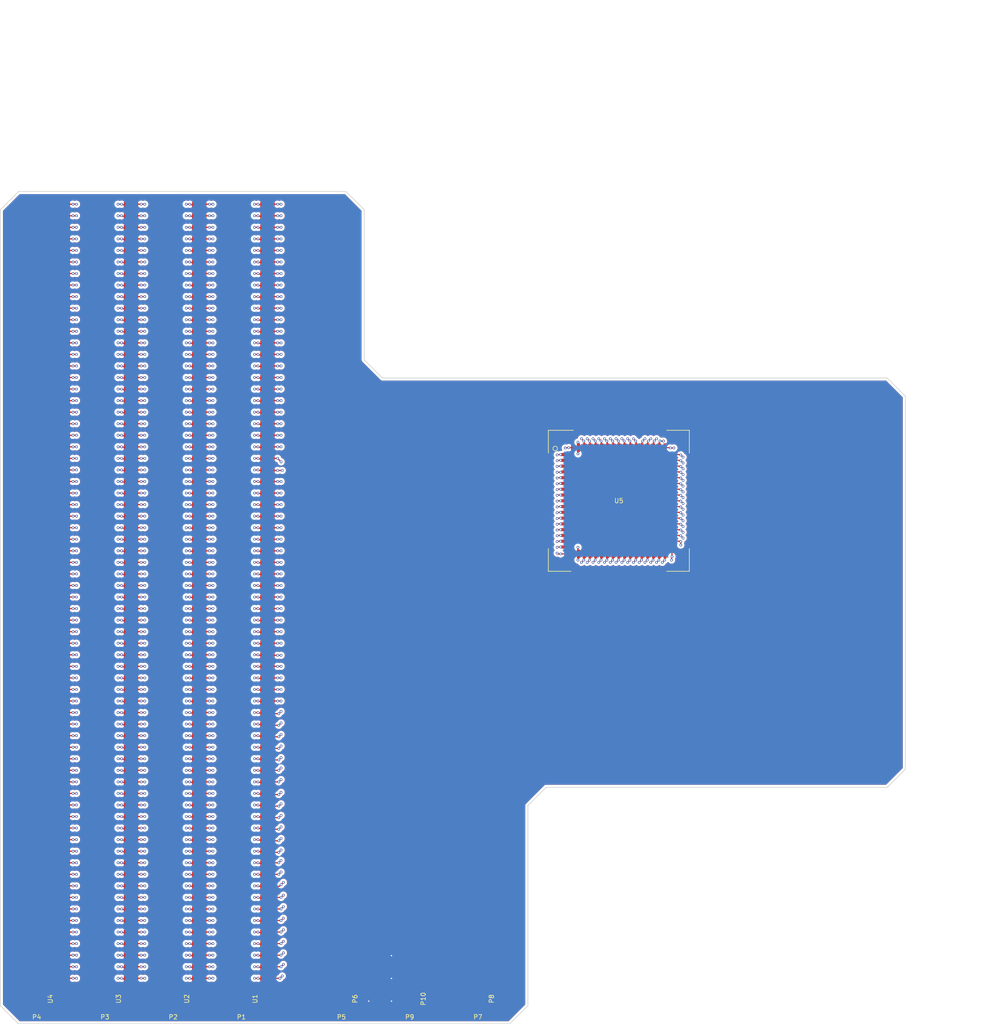
<source format=kicad_pcb>
(kicad_pcb (version 4) (host pcbnew 4.0.5)
  (layers (0 F.Cu signal) (1 In1.Cu signal) (2 In2.Cu signal) (31 B.Cu signal) (34 B.Paste user) (35 F.Paste user) (36 B.SilkS user) (37 F.SilkS user) (38 B.Mask user) (39 F.Mask user) (44 Edge.Cuts user))
  (net 0 "")
  (net 1 GND)
  (net 2 "Net-(P1-Pad1)")
  (net 3 "Net-(P2-Pad1)")
  (net 4 "Net-(P3-Pad1)")
  (net 5 "Net-(P4-Pad1)")
  (net 6 "Net-(P5-Pad1)")
  (net 7 "Net-(P7-Pad1)")
  (net 8 "Net-(P10-Pad1)")
  (net 9 1)
  (net 10 2)
  (net 11 3)
  (net 12 4)
  (net 13 5)
  (net 14 6)
  (net 15 7)
  (net 16 8)
  (net 17 9)
  (net 18 10)
  (net 19 11)
  (net 20 12)
  (net 21 13)
  (net 22 14)
  (net 23 15)
  (net 24 16)
  (net 25 17)
  (net 26 18)
  (net 27 19)
  (net 28 20)
  (net 29 21)
  (net 30 22)
  (net 31 23)
  (net 32 24)
  (net 33 25)
  (net 34 26)
  (net 35 27)
  (net 36 28)
  (net 37 29)
  (net 38 30)
  (net 39 31)
  (net 40 32)
  (net 41 33)
  (net 42 34)
  (net 43 35)
  (net 44 36)
  (net 45 37)
  (net 46 38)
  (net 47 39)
  (net 48 40)
  (net 49 41)
  (net 50 42)
  (net 51 43)
  (net 52 44)
  (net 53 45)
  (net 54 46)
  (net 55 47)
  (net 56 48)
  (net 57 49)
  (net 58 50)
  (net 59 51)
  (net 60 52)
  (net 61 53)
  (net 62 54)
  (net 63 55)
  (net 64 56)
  (net 65 57)
  (net 66 58)
  (net 67 59)
  (net 68 60)
  (net 69 61)
  (net 70 62)
  (net 71 63)
  (net 72 64)
  (net 73 65)
  (net 74 66)
  (net 75 67)
  (net 76 68)
  (module "NoyceLibrary:IPEX_Connector_SMD_(RECE.20279.001E.01)" (layer F.Cu) (at 117 210 180)
    (fp_text reference P1 (at 0 -3.5 180) (layer F.SilkS))
    (fp_text value CONN_01X02)
    (pad 2 smd rect (at 1.685 -1.25 180) (size 1.2 2.5) (layers F.Cu F.Paste F.Mask) (net 1 GND))
    (pad 2 smd rect (at -1.685 -1.25 180) (size 1.2 2.5) (layers F.Cu F.Paste F.Mask) (net 1 GND))
    (pad 1 smd rect (at 0 0.48 180) (size 1.15 1.2) (layers F.Cu F.Paste F.Mask) (net 2 "Net-(P1-Pad1)"))
  )
  (module "NoyceLibrary:IPEX_Connector_SMD_(RECE.20279.001E.01)" (layer F.Cu) (at 102 210 180)
    (fp_text reference P2 (at 0 -3.5 180) (layer F.SilkS))
    (fp_text value CONN_01X02)
    (pad 2 smd rect (at 1.685 -1.25 180) (size 1.2 2.5) (layers F.Cu F.Paste F.Mask) (net 1 GND))
    (pad 2 smd rect (at -1.685 -1.25 180) (size 1.2 2.5) (layers F.Cu F.Paste F.Mask) (net 1 GND))
    (pad 1 smd rect (at 0 0.48 180) (size 1.15 1.2) (layers F.Cu F.Paste F.Mask) (net 3 "Net-(P2-Pad1)"))
  )
  (module "NoyceLibrary:IPEX_Connector_SMD_(RECE.20279.001E.01)" (layer F.Cu) (at 87 210 180)
    (fp_text reference P3 (at 0 -3.5 180) (layer F.SilkS))
    (fp_text value CONN_01X02)
    (pad 2 smd rect (at 1.685 -1.25 180) (size 1.2 2.5) (layers F.Cu F.Paste F.Mask) (net 1 GND))
    (pad 2 smd rect (at -1.685 -1.25 180) (size 1.2 2.5) (layers F.Cu F.Paste F.Mask) (net 1 GND))
    (pad 1 smd rect (at 0 0.48 180) (size 1.15 1.2) (layers F.Cu F.Paste F.Mask) (net 4 "Net-(P3-Pad1)"))
  )
  (module "NoyceLibrary:IPEX_Connector_SMD_(RECE.20279.001E.01)" (layer F.Cu) (at 72 210 180)
    (fp_text reference P4 (at 0 -3.5 180) (layer F.SilkS))
    (fp_text value CONN_01X02)
    (pad 2 smd rect (at 1.685 -1.25 180) (size 1.2 2.5) (layers F.Cu F.Paste F.Mask) (net 1 GND))
    (pad 2 smd rect (at -1.685 -1.25 180) (size 1.2 2.5) (layers F.Cu F.Paste F.Mask) (net 1 GND))
    (pad 1 smd rect (at 0 0.48 180) (size 1.15 1.2) (layers F.Cu F.Paste F.Mask) (net 5 "Net-(P4-Pad1)"))
  )
  (module "NoyceLibrary:IPEX_Connector_SMD_(RECE.20279.001E.01)" (layer F.Cu) (at 139 210 180)
    (fp_text reference P5 (at 0 -3.5 180) (layer F.SilkS))
    (fp_text value CONN_01X02)
    (pad 2 smd rect (at 1.685 -1.25 180) (size 1.2 2.5) (layers F.Cu F.Paste F.Mask) (net 1 GND))
    (pad 2 smd rect (at -1.685 -1.25 180) (size 1.2 2.5) (layers F.Cu F.Paste F.Mask) (net 1 GND))
    (pad 1 smd rect (at 0 0.48 180) (size 1.15 1.2) (layers F.Cu F.Paste F.Mask) (net 6 "Net-(P5-Pad1)"))
  )
  (module "NoyceLibrary:Headers_SMD_2x2_(cut_95157-240LF)" (layer F.Cu) (at 142 204 90)
    (fp_text reference P6 (at -5.5 0 90) (layer F.SilkS))
    (fp_text value CONN_02X02)
    (pad 1 smd rect (at -1.27 -2.73 90) (size 1.27 3.18) (layers F.Cu F.Paste F.Mask) (net 6 "Net-(P5-Pad1)"))
    (pad 3 smd rect (at 1.27 -2.73 90) (size 1.27 3.18) (layers F.Cu F.Paste F.Mask) (net 6 "Net-(P5-Pad1)"))
    (pad 2 smd rect (at -1.27 2.73 90) (size 1.27 3.18) (layers F.Cu F.Paste F.Mask) (net 6 "Net-(P5-Pad1)"))
    (pad 4 smd rect (at 1.27 2.73 90) (size 1.27 3.18) (layers F.Cu F.Paste F.Mask) (net 6 "Net-(P5-Pad1)"))
  )
  (module "NoyceLibrary:IPEX_Connector_SMD_(RECE.20279.001E.01)" (layer F.Cu) (at 169 210 180)
    (fp_text reference P7 (at 0 -3.5 180) (layer F.SilkS))
    (fp_text value CONN_01X02)
    (pad 2 smd rect (at 1.685 -1.25 180) (size 1.2 2.5) (layers F.Cu F.Paste F.Mask) (net 1 GND))
    (pad 2 smd rect (at -1.685 -1.25 180) (size 1.2 2.5) (layers F.Cu F.Paste F.Mask) (net 1 GND))
    (pad 1 smd rect (at 0 0.48 180) (size 1.15 1.2) (layers F.Cu F.Paste F.Mask) (net 7 "Net-(P7-Pad1)"))
  )
  (module "NoyceLibrary:Headers_SMD_2x2_(cut_95157-240LF)" (layer F.Cu) (at 172 204 90)
    (fp_text reference P8 (at -5.5 0 90) (layer F.SilkS))
    (fp_text value CONN_02X02)
    (pad 1 smd rect (at -1.27 -2.73 90) (size 1.27 3.18) (layers F.Cu F.Paste F.Mask) (net 7 "Net-(P7-Pad1)"))
    (pad 3 smd rect (at 1.27 -2.73 90) (size 1.27 3.18) (layers F.Cu F.Paste F.Mask) (net 7 "Net-(P7-Pad1)"))
    (pad 2 smd rect (at -1.27 2.73 90) (size 1.27 3.18) (layers F.Cu F.Paste F.Mask) (net 7 "Net-(P7-Pad1)"))
    (pad 4 smd rect (at 1.27 2.73 90) (size 1.27 3.18) (layers F.Cu F.Paste F.Mask) (net 7 "Net-(P7-Pad1)"))
  )
  (module "NoyceLibrary:IPEX_Connector_SMD_(RECE.20279.001E.01)" (layer F.Cu) (at 154 210 180)
    (fp_text reference P9 (at 0 -3.5 180) (layer F.SilkS))
    (fp_text value CONN_01X02)
    (pad 2 smd rect (at 1.685 -1.25 180) (size 1.2 2.5) (layers F.Cu F.Paste F.Mask) (net 1 GND))
    (pad 2 smd rect (at -1.685 -1.25 180) (size 1.2 2.5) (layers F.Cu F.Paste F.Mask) (net 1 GND))
    (pad 1 smd rect (at 0 0.48 180) (size 1.15 1.2) (layers F.Cu F.Paste F.Mask) (net 8 "Net-(P10-Pad1)"))
  )
  (module "NoyceLibrary:Headers_SMD_2x2_(cut_95157-240LF)" (layer F.Cu) (at 157 204 90)
    (fp_text reference P10 (at -5.5 0 90) (layer F.SilkS))
    (fp_text value CONN_02X02)
    (pad 1 smd rect (at -1.27 -2.73 90) (size 1.27 3.18) (layers F.Cu F.Paste F.Mask) (net 8 "Net-(P10-Pad1)"))
    (pad 3 smd rect (at 1.27 -2.73 90) (size 1.27 3.18) (layers F.Cu F.Paste F.Mask) (net 8 "Net-(P10-Pad1)"))
    (pad 2 smd rect (at -1.27 2.73 90) (size 1.27 3.18) (layers F.Cu F.Paste F.Mask) (net 8 "Net-(P10-Pad1)"))
    (pad 4 smd rect (at 1.27 2.73 90) (size 1.27 3.18) (layers F.Cu F.Paste F.Mask) (net 8 "Net-(P10-Pad1)"))
  )
  (module "NoyceLibrary:Headers_SMD_2x68_(mult_95157-240LF)" (layer F.Cu) (at 120 120 90)
    (fp_text reference U1 (at -89.5 0 90) (layer F.SilkS))
    (fp_text value "Headers_SMD_2x68_(mult_95157-240LF)")
    (pad 2 smd rect (at -85.09 -2.73 90) (size 1.27 3.18) (layers F.Cu F.Paste F.Mask) (net 2 "Net-(P1-Pad1)"))
    (pad 4 smd rect (at -82.55 -2.73 90) (size 1.27 3.18) (layers F.Cu F.Paste F.Mask) (net 2 "Net-(P1-Pad1)"))
    (pad 6 smd rect (at -80.01 -2.73 90) (size 1.27 3.18) (layers F.Cu F.Paste F.Mask) (net 2 "Net-(P1-Pad1)"))
    (pad 8 smd rect (at -77.47 -2.73 90) (size 1.27 3.18) (layers F.Cu F.Paste F.Mask) (net 2 "Net-(P1-Pad1)"))
    (pad 10 smd rect (at -74.93 -2.73 90) (size 1.27 3.18) (layers F.Cu F.Paste F.Mask) (net 2 "Net-(P1-Pad1)"))
    (pad 12 smd rect (at -72.39 -2.73 90) (size 1.27 3.18) (layers F.Cu F.Paste F.Mask) (net 2 "Net-(P1-Pad1)"))
    (pad 14 smd rect (at -69.85 -2.73 90) (size 1.27 3.18) (layers F.Cu F.Paste F.Mask) (net 2 "Net-(P1-Pad1)"))
    (pad 16 smd rect (at -67.31 -2.73 90) (size 1.27 3.18) (layers F.Cu F.Paste F.Mask) (net 2 "Net-(P1-Pad1)"))
    (pad 18 smd rect (at -64.77 -2.73 90) (size 1.27 3.18) (layers F.Cu F.Paste F.Mask) (net 2 "Net-(P1-Pad1)"))
    (pad 20 smd rect (at -62.23 -2.73 90) (size 1.27 3.18) (layers F.Cu F.Paste F.Mask) (net 2 "Net-(P1-Pad1)"))
    (pad 22 smd rect (at -59.69 -2.73 90) (size 1.27 3.18) (layers F.Cu F.Paste F.Mask) (net 2 "Net-(P1-Pad1)"))
    (pad 24 smd rect (at -57.15 -2.73 90) (size 1.27 3.18) (layers F.Cu F.Paste F.Mask) (net 2 "Net-(P1-Pad1)"))
    (pad 26 smd rect (at -54.61 -2.73 90) (size 1.27 3.18) (layers F.Cu F.Paste F.Mask) (net 2 "Net-(P1-Pad1)"))
    (pad 28 smd rect (at -52.07 -2.73 90) (size 1.27 3.18) (layers F.Cu F.Paste F.Mask) (net 2 "Net-(P1-Pad1)"))
    (pad 30 smd rect (at -49.53 -2.73 90) (size 1.27 3.18) (layers F.Cu F.Paste F.Mask) (net 2 "Net-(P1-Pad1)"))
    (pad 32 smd rect (at -46.99 -2.73 90) (size 1.27 3.18) (layers F.Cu F.Paste F.Mask) (net 2 "Net-(P1-Pad1)"))
    (pad 34 smd rect (at -44.45 -2.73 90) (size 1.27 3.18) (layers F.Cu F.Paste F.Mask) (net 2 "Net-(P1-Pad1)"))
    (pad 36 smd rect (at -41.91 -2.73 90) (size 1.27 3.18) (layers F.Cu F.Paste F.Mask) (net 2 "Net-(P1-Pad1)"))
    (pad 38 smd rect (at -39.37 -2.73 90) (size 1.27 3.18) (layers F.Cu F.Paste F.Mask) (net 2 "Net-(P1-Pad1)"))
    (pad 40 smd rect (at -36.83 -2.73 90) (size 1.27 3.18) (layers F.Cu F.Paste F.Mask) (net 2 "Net-(P1-Pad1)"))
    (pad 42 smd rect (at -34.29 -2.73 90) (size 1.27 3.18) (layers F.Cu F.Paste F.Mask) (net 2 "Net-(P1-Pad1)"))
    (pad 44 smd rect (at -31.75 -2.73 90) (size 1.27 3.18) (layers F.Cu F.Paste F.Mask) (net 2 "Net-(P1-Pad1)"))
    (pad 46 smd rect (at -29.21 -2.73 90) (size 1.27 3.18) (layers F.Cu F.Paste F.Mask) (net 2 "Net-(P1-Pad1)"))
    (pad 48 smd rect (at -26.67 -2.73 90) (size 1.27 3.18) (layers F.Cu F.Paste F.Mask) (net 2 "Net-(P1-Pad1)"))
    (pad 50 smd rect (at -24.13 -2.73 90) (size 1.27 3.18) (layers F.Cu F.Paste F.Mask) (net 2 "Net-(P1-Pad1)"))
    (pad 52 smd rect (at -21.59 -2.73 90) (size 1.27 3.18) (layers F.Cu F.Paste F.Mask) (net 2 "Net-(P1-Pad1)"))
    (pad 54 smd rect (at -19.05 -2.73 90) (size 1.27 3.18) (layers F.Cu F.Paste F.Mask) (net 2 "Net-(P1-Pad1)"))
    (pad 56 smd rect (at -16.51 -2.73 90) (size 1.27 3.18) (layers F.Cu F.Paste F.Mask) (net 2 "Net-(P1-Pad1)"))
    (pad 58 smd rect (at -13.97 -2.73 90) (size 1.27 3.18) (layers F.Cu F.Paste F.Mask) (net 2 "Net-(P1-Pad1)"))
    (pad 60 smd rect (at -11.43 -2.73 90) (size 1.27 3.18) (layers F.Cu F.Paste F.Mask) (net 2 "Net-(P1-Pad1)"))
    (pad 62 smd rect (at -8.89 -2.73 90) (size 1.27 3.18) (layers F.Cu F.Paste F.Mask) (net 2 "Net-(P1-Pad1)"))
    (pad 64 smd rect (at -6.35 -2.73 90) (size 1.27 3.18) (layers F.Cu F.Paste F.Mask) (net 2 "Net-(P1-Pad1)"))
    (pad 66 smd rect (at -3.81 -2.73 90) (size 1.27 3.18) (layers F.Cu F.Paste F.Mask) (net 2 "Net-(P1-Pad1)"))
    (pad 68 smd rect (at -1.27 -2.73 90) (size 1.27 3.18) (layers F.Cu F.Paste F.Mask) (net 2 "Net-(P1-Pad1)"))
    (pad 70 smd rect (at 1.27 -2.73 90) (size 1.27 3.18) (layers F.Cu F.Paste F.Mask) (net 2 "Net-(P1-Pad1)"))
    (pad 72 smd rect (at 3.81 -2.73 90) (size 1.27 3.18) (layers F.Cu F.Paste F.Mask) (net 2 "Net-(P1-Pad1)"))
    (pad 74 smd rect (at 6.35 -2.73 90) (size 1.27 3.18) (layers F.Cu F.Paste F.Mask) (net 2 "Net-(P1-Pad1)"))
    (pad 76 smd rect (at 8.89 -2.73 90) (size 1.27 3.18) (layers F.Cu F.Paste F.Mask) (net 2 "Net-(P1-Pad1)"))
    (pad 78 smd rect (at 11.43 -2.73 90) (size 1.27 3.18) (layers F.Cu F.Paste F.Mask) (net 2 "Net-(P1-Pad1)"))
    (pad 80 smd rect (at 13.97 -2.73 90) (size 1.27 3.18) (layers F.Cu F.Paste F.Mask) (net 2 "Net-(P1-Pad1)"))
    (pad 82 smd rect (at 16.51 -2.73 90) (size 1.27 3.18) (layers F.Cu F.Paste F.Mask) (net 2 "Net-(P1-Pad1)"))
    (pad 84 smd rect (at 19.05 -2.73 90) (size 1.27 3.18) (layers F.Cu F.Paste F.Mask) (net 2 "Net-(P1-Pad1)"))
    (pad 86 smd rect (at 21.59 -2.73 90) (size 1.27 3.18) (layers F.Cu F.Paste F.Mask) (net 2 "Net-(P1-Pad1)"))
    (pad 88 smd rect (at 24.13 -2.73 90) (size 1.27 3.18) (layers F.Cu F.Paste F.Mask) (net 2 "Net-(P1-Pad1)"))
    (pad 90 smd rect (at 26.67 -2.73 90) (size 1.27 3.18) (layers F.Cu F.Paste F.Mask) (net 2 "Net-(P1-Pad1)"))
    (pad 92 smd rect (at 29.21 -2.73 90) (size 1.27 3.18) (layers F.Cu F.Paste F.Mask) (net 2 "Net-(P1-Pad1)"))
    (pad 94 smd rect (at 31.75 -2.73 90) (size 1.27 3.18) (layers F.Cu F.Paste F.Mask) (net 2 "Net-(P1-Pad1)"))
    (pad 96 smd rect (at 34.29 -2.73 90) (size 1.27 3.18) (layers F.Cu F.Paste F.Mask) (net 2 "Net-(P1-Pad1)"))
    (pad 98 smd rect (at 36.83 -2.73 90) (size 1.27 3.18) (layers F.Cu F.Paste F.Mask) (net 2 "Net-(P1-Pad1)"))
    (pad 100 smd rect (at 39.37 -2.73 90) (size 1.27 3.18) (layers F.Cu F.Paste F.Mask) (net 2 "Net-(P1-Pad1)"))
    (pad 102 smd rect (at 41.91 -2.73 90) (size 1.27 3.18) (layers F.Cu F.Paste F.Mask) (net 2 "Net-(P1-Pad1)"))
    (pad 104 smd rect (at 44.45 -2.73 90) (size 1.27 3.18) (layers F.Cu F.Paste F.Mask) (net 2 "Net-(P1-Pad1)"))
    (pad 106 smd rect (at 46.99 -2.73 90) (size 1.27 3.18) (layers F.Cu F.Paste F.Mask) (net 2 "Net-(P1-Pad1)"))
    (pad 108 smd rect (at 49.53 -2.73 90) (size 1.27 3.18) (layers F.Cu F.Paste F.Mask) (net 2 "Net-(P1-Pad1)"))
    (pad 110 smd rect (at 52.07 -2.73 90) (size 1.27 3.18) (layers F.Cu F.Paste F.Mask) (net 2 "Net-(P1-Pad1)"))
    (pad 112 smd rect (at 54.61 -2.73 90) (size 1.27 3.18) (layers F.Cu F.Paste F.Mask) (net 2 "Net-(P1-Pad1)"))
    (pad 114 smd rect (at 57.15 -2.73 90) (size 1.27 3.18) (layers F.Cu F.Paste F.Mask) (net 2 "Net-(P1-Pad1)"))
    (pad 116 smd rect (at 59.69 -2.73 90) (size 1.27 3.18) (layers F.Cu F.Paste F.Mask) (net 2 "Net-(P1-Pad1)"))
    (pad 118 smd rect (at 62.23 -2.73 90) (size 1.27 3.18) (layers F.Cu F.Paste F.Mask) (net 2 "Net-(P1-Pad1)"))
    (pad 120 smd rect (at 64.77 -2.73 90) (size 1.27 3.18) (layers F.Cu F.Paste F.Mask) (net 2 "Net-(P1-Pad1)"))
    (pad 122 smd rect (at 67.31 -2.73 90) (size 1.27 3.18) (layers F.Cu F.Paste F.Mask) (net 2 "Net-(P1-Pad1)"))
    (pad 124 smd rect (at 69.85 -2.73 90) (size 1.27 3.18) (layers F.Cu F.Paste F.Mask) (net 2 "Net-(P1-Pad1)"))
    (pad 126 smd rect (at 72.39 -2.73 90) (size 1.27 3.18) (layers F.Cu F.Paste F.Mask) (net 2 "Net-(P1-Pad1)"))
    (pad 128 smd rect (at 74.93 -2.73 90) (size 1.27 3.18) (layers F.Cu F.Paste F.Mask) (net 2 "Net-(P1-Pad1)"))
    (pad 130 smd rect (at 77.47 -2.73 90) (size 1.27 3.18) (layers F.Cu F.Paste F.Mask) (net 2 "Net-(P1-Pad1)"))
    (pad 132 smd rect (at 80.01 -2.73 90) (size 1.27 3.18) (layers F.Cu F.Paste F.Mask) (net 2 "Net-(P1-Pad1)"))
    (pad 134 smd rect (at 82.55 -2.73 90) (size 1.27 3.18) (layers F.Cu F.Paste F.Mask) (net 2 "Net-(P1-Pad1)"))
    (pad 136 smd rect (at 85.09 -2.73 90) (size 1.27 3.18) (layers F.Cu F.Paste F.Mask) (net 2 "Net-(P1-Pad1)"))
    (pad 1 smd rect (at -85.09 2.73 90) (size 1.27 3.18) (layers F.Cu F.Paste F.Mask) (net 9 1))
    (pad 3 smd rect (at -82.55 2.73 90) (size 1.27 3.18) (layers F.Cu F.Paste F.Mask) (net 10 2))
    (pad 5 smd rect (at -80.01 2.73 90) (size 1.27 3.18) (layers F.Cu F.Paste F.Mask) (net 11 3))
    (pad 7 smd rect (at -77.47 2.73 90) (size 1.27 3.18) (layers F.Cu F.Paste F.Mask) (net 12 4))
    (pad 9 smd rect (at -74.93 2.73 90) (size 1.27 3.18) (layers F.Cu F.Paste F.Mask) (net 13 5))
    (pad 11 smd rect (at -72.39 2.73 90) (size 1.27 3.18) (layers F.Cu F.Paste F.Mask) (net 14 6))
    (pad 13 smd rect (at -69.85 2.73 90) (size 1.27 3.18) (layers F.Cu F.Paste F.Mask) (net 15 7))
    (pad 15 smd rect (at -67.31 2.73 90) (size 1.27 3.18) (layers F.Cu F.Paste F.Mask) (net 16 8))
    (pad 17 smd rect (at -64.77 2.73 90) (size 1.27 3.18) (layers F.Cu F.Paste F.Mask) (net 17 9))
    (pad 19 smd rect (at -62.23 2.73 90) (size 1.27 3.18) (layers F.Cu F.Paste F.Mask) (net 18 10))
    (pad 21 smd rect (at -59.69 2.73 90) (size 1.27 3.18) (layers F.Cu F.Paste F.Mask) (net 19 11))
    (pad 23 smd rect (at -57.15 2.73 90) (size 1.27 3.18) (layers F.Cu F.Paste F.Mask) (net 20 12))
    (pad 25 smd rect (at -54.61 2.73 90) (size 1.27 3.18) (layers F.Cu F.Paste F.Mask) (net 21 13))
    (pad 27 smd rect (at -52.07 2.73 90) (size 1.27 3.18) (layers F.Cu F.Paste F.Mask) (net 22 14))
    (pad 29 smd rect (at -49.53 2.73 90) (size 1.27 3.18) (layers F.Cu F.Paste F.Mask) (net 23 15))
    (pad 31 smd rect (at -46.99 2.73 90) (size 1.27 3.18) (layers F.Cu F.Paste F.Mask) (net 24 16))
    (pad 33 smd rect (at -44.45 2.73 90) (size 1.27 3.18) (layers F.Cu F.Paste F.Mask) (net 25 17))
    (pad 35 smd rect (at -41.91 2.73 90) (size 1.27 3.18) (layers F.Cu F.Paste F.Mask) (net 26 18))
    (pad 37 smd rect (at -39.37 2.73 90) (size 1.27 3.18) (layers F.Cu F.Paste F.Mask) (net 27 19))
    (pad 39 smd rect (at -36.83 2.73 90) (size 1.27 3.18) (layers F.Cu F.Paste F.Mask) (net 28 20))
    (pad 41 smd rect (at -34.29 2.73 90) (size 1.27 3.18) (layers F.Cu F.Paste F.Mask) (net 29 21))
    (pad 43 smd rect (at -31.75 2.73 90) (size 1.27 3.18) (layers F.Cu F.Paste F.Mask) (net 30 22))
    (pad 45 smd rect (at -29.21 2.73 90) (size 1.27 3.18) (layers F.Cu F.Paste F.Mask) (net 31 23))
    (pad 47 smd rect (at -26.67 2.73 90) (size 1.27 3.18) (layers F.Cu F.Paste F.Mask) (net 32 24))
    (pad 49 smd rect (at -24.13 2.73 90) (size 1.27 3.18) (layers F.Cu F.Paste F.Mask) (net 33 25))
    (pad 51 smd rect (at -21.59 2.73 90) (size 1.27 3.18) (layers F.Cu F.Paste F.Mask) (net 34 26))
    (pad 53 smd rect (at -19.05 2.73 90) (size 1.27 3.18) (layers F.Cu F.Paste F.Mask) (net 35 27))
    (pad 55 smd rect (at -16.51 2.73 90) (size 1.27 3.18) (layers F.Cu F.Paste F.Mask) (net 36 28))
    (pad 57 smd rect (at -13.97 2.73 90) (size 1.27 3.18) (layers F.Cu F.Paste F.Mask) (net 37 29))
    (pad 59 smd rect (at -11.43 2.73 90) (size 1.27 3.18) (layers F.Cu F.Paste F.Mask) (net 38 30))
    (pad 61 smd rect (at -8.89 2.73 90) (size 1.27 3.18) (layers F.Cu F.Paste F.Mask) (net 39 31))
    (pad 63 smd rect (at -6.35 2.73 90) (size 1.27 3.18) (layers F.Cu F.Paste F.Mask) (net 40 32))
    (pad 65 smd rect (at -3.81 2.73 90) (size 1.27 3.18) (layers F.Cu F.Paste F.Mask) (net 41 33))
    (pad 67 smd rect (at -1.27 2.73 90) (size 1.27 3.18) (layers F.Cu F.Paste F.Mask) (net 42 34))
    (pad 69 smd rect (at 1.27 2.73 90) (size 1.27 3.18) (layers F.Cu F.Paste F.Mask) (net 43 35))
    (pad 71 smd rect (at 3.81 2.73 90) (size 1.27 3.18) (layers F.Cu F.Paste F.Mask) (net 44 36))
    (pad 73 smd rect (at 6.35 2.73 90) (size 1.27 3.18) (layers F.Cu F.Paste F.Mask) (net 45 37))
    (pad 75 smd rect (at 8.89 2.73 90) (size 1.27 3.18) (layers F.Cu F.Paste F.Mask) (net 46 38))
    (pad 77 smd rect (at 11.43 2.73 90) (size 1.27 3.18) (layers F.Cu F.Paste F.Mask) (net 47 39))
    (pad 79 smd rect (at 13.97 2.73 90) (size 1.27 3.18) (layers F.Cu F.Paste F.Mask) (net 48 40))
    (pad 81 smd rect (at 16.51 2.73 90) (size 1.27 3.18) (layers F.Cu F.Paste F.Mask) (net 49 41))
    (pad 83 smd rect (at 19.05 2.73 90) (size 1.27 3.18) (layers F.Cu F.Paste F.Mask) (net 50 42))
    (pad 85 smd rect (at 21.59 2.73 90) (size 1.27 3.18) (layers F.Cu F.Paste F.Mask) (net 51 43))
    (pad 87 smd rect (at 24.13 2.73 90) (size 1.27 3.18) (layers F.Cu F.Paste F.Mask) (net 52 44))
    (pad 89 smd rect (at 26.67 2.73 90) (size 1.27 3.18) (layers F.Cu F.Paste F.Mask) (net 53 45))
    (pad 91 smd rect (at 29.21 2.73 90) (size 1.27 3.18) (layers F.Cu F.Paste F.Mask) (net 54 46))
    (pad 93 smd rect (at 31.75 2.73 90) (size 1.27 3.18) (layers F.Cu F.Paste F.Mask) (net 55 47))
    (pad 95 smd rect (at 34.29 2.73 90) (size 1.27 3.18) (layers F.Cu F.Paste F.Mask) (net 56 48))
    (pad 97 smd rect (at 36.83 2.73 90) (size 1.27 3.18) (layers F.Cu F.Paste F.Mask) (net 57 49))
    (pad 99 smd rect (at 39.37 2.73 90) (size 1.27 3.18) (layers F.Cu F.Paste F.Mask) (net 58 50))
    (pad 101 smd rect (at 41.91 2.73 90) (size 1.27 3.18) (layers F.Cu F.Paste F.Mask) (net 59 51))
    (pad 103 smd rect (at 44.45 2.73 90) (size 1.27 3.18) (layers F.Cu F.Paste F.Mask) (net 60 52))
    (pad 105 smd rect (at 46.99 2.73 90) (size 1.27 3.18) (layers F.Cu F.Paste F.Mask) (net 61 53))
    (pad 107 smd rect (at 49.53 2.73 90) (size 1.27 3.18) (layers F.Cu F.Paste F.Mask) (net 62 54))
    (pad 109 smd rect (at 52.07 2.73 90) (size 1.27 3.18) (layers F.Cu F.Paste F.Mask) (net 63 55))
    (pad 111 smd rect (at 54.61 2.73 90) (size 1.27 3.18) (layers F.Cu F.Paste F.Mask) (net 64 56))
    (pad 113 smd rect (at 57.15 2.73 90) (size 1.27 3.18) (layers F.Cu F.Paste F.Mask) (net 65 57))
    (pad 115 smd rect (at 59.69 2.73 90) (size 1.27 3.18) (layers F.Cu F.Paste F.Mask) (net 66 58))
    (pad 117 smd rect (at 62.23 2.73 90) (size 1.27 3.18) (layers F.Cu F.Paste F.Mask) (net 67 59))
    (pad 119 smd rect (at 64.77 2.73 90) (size 1.27 3.18) (layers F.Cu F.Paste F.Mask) (net 68 60))
    (pad 121 smd rect (at 67.31 2.73 90) (size 1.27 3.18) (layers F.Cu F.Paste F.Mask) (net 69 61))
    (pad 123 smd rect (at 69.85 2.73 90) (size 1.27 3.18) (layers F.Cu F.Paste F.Mask) (net 70 62))
    (pad 125 smd rect (at 72.39 2.73 90) (size 1.27 3.18) (layers F.Cu F.Paste F.Mask) (net 71 63))
    (pad 127 smd rect (at 74.93 2.73 90) (size 1.27 3.18) (layers F.Cu F.Paste F.Mask) (net 72 64))
    (pad 129 smd rect (at 77.47 2.73 90) (size 1.27 3.18) (layers F.Cu F.Paste F.Mask) (net 73 65))
    (pad 131 smd rect (at 80.01 2.73 90) (size 1.27 3.18) (layers F.Cu F.Paste F.Mask) (net 74 66))
    (pad 133 smd rect (at 82.55 2.73 90) (size 1.27 3.18) (layers F.Cu F.Paste F.Mask) (net 75 67))
    (pad 135 smd rect (at 85.09 2.73 90) (size 1.27 3.18) (layers F.Cu F.Paste F.Mask) (net 76 68))
  )
  (module "NoyceLibrary:Headers_SMD_2x68_(mult_95157-240LF)" (layer F.Cu) (at 105 120 90)
    (fp_text reference U2 (at -89.5 0 90) (layer F.SilkS))
    (fp_text value "Headers_SMD_2x68_(mult_95157-240LF)")
    (pad 2 smd rect (at -85.09 -2.73 90) (size 1.27 3.18) (layers F.Cu F.Paste F.Mask) (net 3 "Net-(P2-Pad1)"))
    (pad 4 smd rect (at -82.55 -2.73 90) (size 1.27 3.18) (layers F.Cu F.Paste F.Mask) (net 3 "Net-(P2-Pad1)"))
    (pad 6 smd rect (at -80.01 -2.73 90) (size 1.27 3.18) (layers F.Cu F.Paste F.Mask) (net 3 "Net-(P2-Pad1)"))
    (pad 8 smd rect (at -77.47 -2.73 90) (size 1.27 3.18) (layers F.Cu F.Paste F.Mask) (net 3 "Net-(P2-Pad1)"))
    (pad 10 smd rect (at -74.93 -2.73 90) (size 1.27 3.18) (layers F.Cu F.Paste F.Mask) (net 3 "Net-(P2-Pad1)"))
    (pad 12 smd rect (at -72.39 -2.73 90) (size 1.27 3.18) (layers F.Cu F.Paste F.Mask) (net 3 "Net-(P2-Pad1)"))
    (pad 14 smd rect (at -69.85 -2.73 90) (size 1.27 3.18) (layers F.Cu F.Paste F.Mask) (net 3 "Net-(P2-Pad1)"))
    (pad 16 smd rect (at -67.31 -2.73 90) (size 1.27 3.18) (layers F.Cu F.Paste F.Mask) (net 3 "Net-(P2-Pad1)"))
    (pad 18 smd rect (at -64.77 -2.73 90) (size 1.27 3.18) (layers F.Cu F.Paste F.Mask) (net 3 "Net-(P2-Pad1)"))
    (pad 20 smd rect (at -62.23 -2.73 90) (size 1.27 3.18) (layers F.Cu F.Paste F.Mask) (net 3 "Net-(P2-Pad1)"))
    (pad 22 smd rect (at -59.69 -2.73 90) (size 1.27 3.18) (layers F.Cu F.Paste F.Mask) (net 3 "Net-(P2-Pad1)"))
    (pad 24 smd rect (at -57.15 -2.73 90) (size 1.27 3.18) (layers F.Cu F.Paste F.Mask) (net 3 "Net-(P2-Pad1)"))
    (pad 26 smd rect (at -54.61 -2.73 90) (size 1.27 3.18) (layers F.Cu F.Paste F.Mask) (net 3 "Net-(P2-Pad1)"))
    (pad 28 smd rect (at -52.07 -2.73 90) (size 1.27 3.18) (layers F.Cu F.Paste F.Mask) (net 3 "Net-(P2-Pad1)"))
    (pad 30 smd rect (at -49.53 -2.73 90) (size 1.27 3.18) (layers F.Cu F.Paste F.Mask) (net 3 "Net-(P2-Pad1)"))
    (pad 32 smd rect (at -46.99 -2.73 90) (size 1.27 3.18) (layers F.Cu F.Paste F.Mask) (net 3 "Net-(P2-Pad1)"))
    (pad 34 smd rect (at -44.45 -2.73 90) (size 1.27 3.18) (layers F.Cu F.Paste F.Mask) (net 3 "Net-(P2-Pad1)"))
    (pad 36 smd rect (at -41.91 -2.73 90) (size 1.27 3.18) (layers F.Cu F.Paste F.Mask) (net 3 "Net-(P2-Pad1)"))
    (pad 38 smd rect (at -39.37 -2.73 90) (size 1.27 3.18) (layers F.Cu F.Paste F.Mask) (net 3 "Net-(P2-Pad1)"))
    (pad 40 smd rect (at -36.83 -2.73 90) (size 1.27 3.18) (layers F.Cu F.Paste F.Mask) (net 3 "Net-(P2-Pad1)"))
    (pad 42 smd rect (at -34.29 -2.73 90) (size 1.27 3.18) (layers F.Cu F.Paste F.Mask) (net 3 "Net-(P2-Pad1)"))
    (pad 44 smd rect (at -31.75 -2.73 90) (size 1.27 3.18) (layers F.Cu F.Paste F.Mask) (net 3 "Net-(P2-Pad1)"))
    (pad 46 smd rect (at -29.21 -2.73 90) (size 1.27 3.18) (layers F.Cu F.Paste F.Mask) (net 3 "Net-(P2-Pad1)"))
    (pad 48 smd rect (at -26.67 -2.73 90) (size 1.27 3.18) (layers F.Cu F.Paste F.Mask) (net 3 "Net-(P2-Pad1)"))
    (pad 50 smd rect (at -24.13 -2.73 90) (size 1.27 3.18) (layers F.Cu F.Paste F.Mask) (net 3 "Net-(P2-Pad1)"))
    (pad 52 smd rect (at -21.59 -2.73 90) (size 1.27 3.18) (layers F.Cu F.Paste F.Mask) (net 3 "Net-(P2-Pad1)"))
    (pad 54 smd rect (at -19.05 -2.73 90) (size 1.27 3.18) (layers F.Cu F.Paste F.Mask) (net 3 "Net-(P2-Pad1)"))
    (pad 56 smd rect (at -16.51 -2.73 90) (size 1.27 3.18) (layers F.Cu F.Paste F.Mask) (net 3 "Net-(P2-Pad1)"))
    (pad 58 smd rect (at -13.97 -2.73 90) (size 1.27 3.18) (layers F.Cu F.Paste F.Mask) (net 3 "Net-(P2-Pad1)"))
    (pad 60 smd rect (at -11.43 -2.73 90) (size 1.27 3.18) (layers F.Cu F.Paste F.Mask) (net 3 "Net-(P2-Pad1)"))
    (pad 62 smd rect (at -8.89 -2.73 90) (size 1.27 3.18) (layers F.Cu F.Paste F.Mask) (net 3 "Net-(P2-Pad1)"))
    (pad 64 smd rect (at -6.35 -2.73 90) (size 1.27 3.18) (layers F.Cu F.Paste F.Mask) (net 3 "Net-(P2-Pad1)"))
    (pad 66 smd rect (at -3.81 -2.73 90) (size 1.27 3.18) (layers F.Cu F.Paste F.Mask) (net 3 "Net-(P2-Pad1)"))
    (pad 68 smd rect (at -1.27 -2.73 90) (size 1.27 3.18) (layers F.Cu F.Paste F.Mask) (net 3 "Net-(P2-Pad1)"))
    (pad 70 smd rect (at 1.27 -2.73 90) (size 1.27 3.18) (layers F.Cu F.Paste F.Mask) (net 3 "Net-(P2-Pad1)"))
    (pad 72 smd rect (at 3.81 -2.73 90) (size 1.27 3.18) (layers F.Cu F.Paste F.Mask) (net 3 "Net-(P2-Pad1)"))
    (pad 74 smd rect (at 6.35 -2.73 90) (size 1.27 3.18) (layers F.Cu F.Paste F.Mask) (net 3 "Net-(P2-Pad1)"))
    (pad 76 smd rect (at 8.89 -2.73 90) (size 1.27 3.18) (layers F.Cu F.Paste F.Mask) (net 3 "Net-(P2-Pad1)"))
    (pad 78 smd rect (at 11.43 -2.73 90) (size 1.27 3.18) (layers F.Cu F.Paste F.Mask) (net 3 "Net-(P2-Pad1)"))
    (pad 80 smd rect (at 13.97 -2.73 90) (size 1.27 3.18) (layers F.Cu F.Paste F.Mask) (net 3 "Net-(P2-Pad1)"))
    (pad 82 smd rect (at 16.51 -2.73 90) (size 1.27 3.18) (layers F.Cu F.Paste F.Mask) (net 3 "Net-(P2-Pad1)"))
    (pad 84 smd rect (at 19.05 -2.73 90) (size 1.27 3.18) (layers F.Cu F.Paste F.Mask) (net 3 "Net-(P2-Pad1)"))
    (pad 86 smd rect (at 21.59 -2.73 90) (size 1.27 3.18) (layers F.Cu F.Paste F.Mask) (net 3 "Net-(P2-Pad1)"))
    (pad 88 smd rect (at 24.13 -2.73 90) (size 1.27 3.18) (layers F.Cu F.Paste F.Mask) (net 3 "Net-(P2-Pad1)"))
    (pad 90 smd rect (at 26.67 -2.73 90) (size 1.27 3.18) (layers F.Cu F.Paste F.Mask) (net 3 "Net-(P2-Pad1)"))
    (pad 92 smd rect (at 29.21 -2.73 90) (size 1.27 3.18) (layers F.Cu F.Paste F.Mask) (net 3 "Net-(P2-Pad1)"))
    (pad 94 smd rect (at 31.75 -2.73 90) (size 1.27 3.18) (layers F.Cu F.Paste F.Mask) (net 3 "Net-(P2-Pad1)"))
    (pad 96 smd rect (at 34.29 -2.73 90) (size 1.27 3.18) (layers F.Cu F.Paste F.Mask) (net 3 "Net-(P2-Pad1)"))
    (pad 98 smd rect (at 36.83 -2.73 90) (size 1.27 3.18) (layers F.Cu F.Paste F.Mask) (net 3 "Net-(P2-Pad1)"))
    (pad 100 smd rect (at 39.37 -2.73 90) (size 1.27 3.18) (layers F.Cu F.Paste F.Mask) (net 3 "Net-(P2-Pad1)"))
    (pad 102 smd rect (at 41.91 -2.73 90) (size 1.27 3.18) (layers F.Cu F.Paste F.Mask) (net 3 "Net-(P2-Pad1)"))
    (pad 104 smd rect (at 44.45 -2.73 90) (size 1.27 3.18) (layers F.Cu F.Paste F.Mask) (net 3 "Net-(P2-Pad1)"))
    (pad 106 smd rect (at 46.99 -2.73 90) (size 1.27 3.18) (layers F.Cu F.Paste F.Mask) (net 3 "Net-(P2-Pad1)"))
    (pad 108 smd rect (at 49.53 -2.73 90) (size 1.27 3.18) (layers F.Cu F.Paste F.Mask) (net 3 "Net-(P2-Pad1)"))
    (pad 110 smd rect (at 52.07 -2.73 90) (size 1.27 3.18) (layers F.Cu F.Paste F.Mask) (net 3 "Net-(P2-Pad1)"))
    (pad 112 smd rect (at 54.61 -2.73 90) (size 1.27 3.18) (layers F.Cu F.Paste F.Mask) (net 3 "Net-(P2-Pad1)"))
    (pad 114 smd rect (at 57.15 -2.73 90) (size 1.27 3.18) (layers F.Cu F.Paste F.Mask) (net 3 "Net-(P2-Pad1)"))
    (pad 116 smd rect (at 59.69 -2.73 90) (size 1.27 3.18) (layers F.Cu F.Paste F.Mask) (net 3 "Net-(P2-Pad1)"))
    (pad 118 smd rect (at 62.23 -2.73 90) (size 1.27 3.18) (layers F.Cu F.Paste F.Mask) (net 3 "Net-(P2-Pad1)"))
    (pad 120 smd rect (at 64.77 -2.73 90) (size 1.27 3.18) (layers F.Cu F.Paste F.Mask) (net 3 "Net-(P2-Pad1)"))
    (pad 122 smd rect (at 67.31 -2.73 90) (size 1.27 3.18) (layers F.Cu F.Paste F.Mask) (net 3 "Net-(P2-Pad1)"))
    (pad 124 smd rect (at 69.85 -2.73 90) (size 1.27 3.18) (layers F.Cu F.Paste F.Mask) (net 3 "Net-(P2-Pad1)"))
    (pad 126 smd rect (at 72.39 -2.73 90) (size 1.27 3.18) (layers F.Cu F.Paste F.Mask) (net 3 "Net-(P2-Pad1)"))
    (pad 128 smd rect (at 74.93 -2.73 90) (size 1.27 3.18) (layers F.Cu F.Paste F.Mask) (net 3 "Net-(P2-Pad1)"))
    (pad 130 smd rect (at 77.47 -2.73 90) (size 1.27 3.18) (layers F.Cu F.Paste F.Mask) (net 3 "Net-(P2-Pad1)"))
    (pad 132 smd rect (at 80.01 -2.73 90) (size 1.27 3.18) (layers F.Cu F.Paste F.Mask) (net 3 "Net-(P2-Pad1)"))
    (pad 134 smd rect (at 82.55 -2.73 90) (size 1.27 3.18) (layers F.Cu F.Paste F.Mask) (net 3 "Net-(P2-Pad1)"))
    (pad 136 smd rect (at 85.09 -2.73 90) (size 1.27 3.18) (layers F.Cu F.Paste F.Mask) (net 3 "Net-(P2-Pad1)"))
    (pad 1 smd rect (at -85.09 2.73 90) (size 1.27 3.18) (layers F.Cu F.Paste F.Mask) (net 9 1))
    (pad 3 smd rect (at -82.55 2.73 90) (size 1.27 3.18) (layers F.Cu F.Paste F.Mask) (net 10 2))
    (pad 5 smd rect (at -80.01 2.73 90) (size 1.27 3.18) (layers F.Cu F.Paste F.Mask) (net 11 3))
    (pad 7 smd rect (at -77.47 2.73 90) (size 1.27 3.18) (layers F.Cu F.Paste F.Mask) (net 12 4))
    (pad 9 smd rect (at -74.93 2.73 90) (size 1.27 3.18) (layers F.Cu F.Paste F.Mask) (net 13 5))
    (pad 11 smd rect (at -72.39 2.73 90) (size 1.27 3.18) (layers F.Cu F.Paste F.Mask) (net 14 6))
    (pad 13 smd rect (at -69.85 2.73 90) (size 1.27 3.18) (layers F.Cu F.Paste F.Mask) (net 15 7))
    (pad 15 smd rect (at -67.31 2.73 90) (size 1.27 3.18) (layers F.Cu F.Paste F.Mask) (net 16 8))
    (pad 17 smd rect (at -64.77 2.73 90) (size 1.27 3.18) (layers F.Cu F.Paste F.Mask) (net 17 9))
    (pad 19 smd rect (at -62.23 2.73 90) (size 1.27 3.18) (layers F.Cu F.Paste F.Mask) (net 18 10))
    (pad 21 smd rect (at -59.69 2.73 90) (size 1.27 3.18) (layers F.Cu F.Paste F.Mask) (net 19 11))
    (pad 23 smd rect (at -57.15 2.73 90) (size 1.27 3.18) (layers F.Cu F.Paste F.Mask) (net 20 12))
    (pad 25 smd rect (at -54.61 2.73 90) (size 1.27 3.18) (layers F.Cu F.Paste F.Mask) (net 21 13))
    (pad 27 smd rect (at -52.07 2.73 90) (size 1.27 3.18) (layers F.Cu F.Paste F.Mask) (net 22 14))
    (pad 29 smd rect (at -49.53 2.73 90) (size 1.27 3.18) (layers F.Cu F.Paste F.Mask) (net 23 15))
    (pad 31 smd rect (at -46.99 2.73 90) (size 1.27 3.18) (layers F.Cu F.Paste F.Mask) (net 24 16))
    (pad 33 smd rect (at -44.45 2.73 90) (size 1.27 3.18) (layers F.Cu F.Paste F.Mask) (net 25 17))
    (pad 35 smd rect (at -41.91 2.73 90) (size 1.27 3.18) (layers F.Cu F.Paste F.Mask) (net 26 18))
    (pad 37 smd rect (at -39.37 2.73 90) (size 1.27 3.18) (layers F.Cu F.Paste F.Mask) (net 27 19))
    (pad 39 smd rect (at -36.83 2.73 90) (size 1.27 3.18) (layers F.Cu F.Paste F.Mask) (net 28 20))
    (pad 41 smd rect (at -34.29 2.73 90) (size 1.27 3.18) (layers F.Cu F.Paste F.Mask) (net 29 21))
    (pad 43 smd rect (at -31.75 2.73 90) (size 1.27 3.18) (layers F.Cu F.Paste F.Mask) (net 30 22))
    (pad 45 smd rect (at -29.21 2.73 90) (size 1.27 3.18) (layers F.Cu F.Paste F.Mask) (net 31 23))
    (pad 47 smd rect (at -26.67 2.73 90) (size 1.27 3.18) (layers F.Cu F.Paste F.Mask) (net 32 24))
    (pad 49 smd rect (at -24.13 2.73 90) (size 1.27 3.18) (layers F.Cu F.Paste F.Mask) (net 33 25))
    (pad 51 smd rect (at -21.59 2.73 90) (size 1.27 3.18) (layers F.Cu F.Paste F.Mask) (net 34 26))
    (pad 53 smd rect (at -19.05 2.73 90) (size 1.27 3.18) (layers F.Cu F.Paste F.Mask) (net 35 27))
    (pad 55 smd rect (at -16.51 2.73 90) (size 1.27 3.18) (layers F.Cu F.Paste F.Mask) (net 36 28))
    (pad 57 smd rect (at -13.97 2.73 90) (size 1.27 3.18) (layers F.Cu F.Paste F.Mask) (net 37 29))
    (pad 59 smd rect (at -11.43 2.73 90) (size 1.27 3.18) (layers F.Cu F.Paste F.Mask) (net 38 30))
    (pad 61 smd rect (at -8.89 2.73 90) (size 1.27 3.18) (layers F.Cu F.Paste F.Mask) (net 39 31))
    (pad 63 smd rect (at -6.35 2.73 90) (size 1.27 3.18) (layers F.Cu F.Paste F.Mask) (net 40 32))
    (pad 65 smd rect (at -3.81 2.73 90) (size 1.27 3.18) (layers F.Cu F.Paste F.Mask) (net 41 33))
    (pad 67 smd rect (at -1.27 2.73 90) (size 1.27 3.18) (layers F.Cu F.Paste F.Mask) (net 42 34))
    (pad 69 smd rect (at 1.27 2.73 90) (size 1.27 3.18) (layers F.Cu F.Paste F.Mask) (net 43 35))
    (pad 71 smd rect (at 3.81 2.73 90) (size 1.27 3.18) (layers F.Cu F.Paste F.Mask) (net 44 36))
    (pad 73 smd rect (at 6.35 2.73 90) (size 1.27 3.18) (layers F.Cu F.Paste F.Mask) (net 45 37))
    (pad 75 smd rect (at 8.89 2.73 90) (size 1.27 3.18) (layers F.Cu F.Paste F.Mask) (net 46 38))
    (pad 77 smd rect (at 11.43 2.73 90) (size 1.27 3.18) (layers F.Cu F.Paste F.Mask) (net 47 39))
    (pad 79 smd rect (at 13.97 2.73 90) (size 1.27 3.18) (layers F.Cu F.Paste F.Mask) (net 48 40))
    (pad 81 smd rect (at 16.51 2.73 90) (size 1.27 3.18) (layers F.Cu F.Paste F.Mask) (net 49 41))
    (pad 83 smd rect (at 19.05 2.73 90) (size 1.27 3.18) (layers F.Cu F.Paste F.Mask) (net 50 42))
    (pad 85 smd rect (at 21.59 2.73 90) (size 1.27 3.18) (layers F.Cu F.Paste F.Mask) (net 51 43))
    (pad 87 smd rect (at 24.13 2.73 90) (size 1.27 3.18) (layers F.Cu F.Paste F.Mask) (net 52 44))
    (pad 89 smd rect (at 26.67 2.73 90) (size 1.27 3.18) (layers F.Cu F.Paste F.Mask) (net 53 45))
    (pad 91 smd rect (at 29.21 2.73 90) (size 1.27 3.18) (layers F.Cu F.Paste F.Mask) (net 54 46))
    (pad 93 smd rect (at 31.75 2.73 90) (size 1.27 3.18) (layers F.Cu F.Paste F.Mask) (net 55 47))
    (pad 95 smd rect (at 34.29 2.73 90) (size 1.27 3.18) (layers F.Cu F.Paste F.Mask) (net 56 48))
    (pad 97 smd rect (at 36.83 2.73 90) (size 1.27 3.18) (layers F.Cu F.Paste F.Mask) (net 57 49))
    (pad 99 smd rect (at 39.37 2.73 90) (size 1.27 3.18) (layers F.Cu F.Paste F.Mask) (net 58 50))
    (pad 101 smd rect (at 41.91 2.73 90) (size 1.27 3.18) (layers F.Cu F.Paste F.Mask) (net 59 51))
    (pad 103 smd rect (at 44.45 2.73 90) (size 1.27 3.18) (layers F.Cu F.Paste F.Mask) (net 60 52))
    (pad 105 smd rect (at 46.99 2.73 90) (size 1.27 3.18) (layers F.Cu F.Paste F.Mask) (net 61 53))
    (pad 107 smd rect (at 49.53 2.73 90) (size 1.27 3.18) (layers F.Cu F.Paste F.Mask) (net 62 54))
    (pad 109 smd rect (at 52.07 2.73 90) (size 1.27 3.18) (layers F.Cu F.Paste F.Mask) (net 63 55))
    (pad 111 smd rect (at 54.61 2.73 90) (size 1.27 3.18) (layers F.Cu F.Paste F.Mask) (net 64 56))
    (pad 113 smd rect (at 57.15 2.73 90) (size 1.27 3.18) (layers F.Cu F.Paste F.Mask) (net 65 57))
    (pad 115 smd rect (at 59.69 2.73 90) (size 1.27 3.18) (layers F.Cu F.Paste F.Mask) (net 66 58))
    (pad 117 smd rect (at 62.23 2.73 90) (size 1.27 3.18) (layers F.Cu F.Paste F.Mask) (net 67 59))
    (pad 119 smd rect (at 64.77 2.73 90) (size 1.27 3.18) (layers F.Cu F.Paste F.Mask) (net 68 60))
    (pad 121 smd rect (at 67.31 2.73 90) (size 1.27 3.18) (layers F.Cu F.Paste F.Mask) (net 69 61))
    (pad 123 smd rect (at 69.85 2.73 90) (size 1.27 3.18) (layers F.Cu F.Paste F.Mask) (net 70 62))
    (pad 125 smd rect (at 72.39 2.73 90) (size 1.27 3.18) (layers F.Cu F.Paste F.Mask) (net 71 63))
    (pad 127 smd rect (at 74.93 2.73 90) (size 1.27 3.18) (layers F.Cu F.Paste F.Mask) (net 72 64))
    (pad 129 smd rect (at 77.47 2.73 90) (size 1.27 3.18) (layers F.Cu F.Paste F.Mask) (net 73 65))
    (pad 131 smd rect (at 80.01 2.73 90) (size 1.27 3.18) (layers F.Cu F.Paste F.Mask) (net 74 66))
    (pad 133 smd rect (at 82.55 2.73 90) (size 1.27 3.18) (layers F.Cu F.Paste F.Mask) (net 75 67))
    (pad 135 smd rect (at 85.09 2.73 90) (size 1.27 3.18) (layers F.Cu F.Paste F.Mask) (net 76 68))
  )
  (module "NoyceLibrary:Headers_SMD_2x68_(mult_95157-240LF)" (layer F.Cu) (at 90 120 90)
    (fp_text reference U3 (at -89.5 0 90) (layer F.SilkS))
    (fp_text value "Headers_SMD_2x68_(mult_95157-240LF)")
    (pad 2 smd rect (at -85.09 -2.73 90) (size 1.27 3.18) (layers F.Cu F.Paste F.Mask) (net 4 "Net-(P3-Pad1)"))
    (pad 4 smd rect (at -82.55 -2.73 90) (size 1.27 3.18) (layers F.Cu F.Paste F.Mask) (net 4 "Net-(P3-Pad1)"))
    (pad 6 smd rect (at -80.01 -2.73 90) (size 1.27 3.18) (layers F.Cu F.Paste F.Mask) (net 4 "Net-(P3-Pad1)"))
    (pad 8 smd rect (at -77.47 -2.73 90) (size 1.27 3.18) (layers F.Cu F.Paste F.Mask) (net 4 "Net-(P3-Pad1)"))
    (pad 10 smd rect (at -74.93 -2.73 90) (size 1.27 3.18) (layers F.Cu F.Paste F.Mask) (net 4 "Net-(P3-Pad1)"))
    (pad 12 smd rect (at -72.39 -2.73 90) (size 1.27 3.18) (layers F.Cu F.Paste F.Mask) (net 4 "Net-(P3-Pad1)"))
    (pad 14 smd rect (at -69.85 -2.73 90) (size 1.27 3.18) (layers F.Cu F.Paste F.Mask) (net 4 "Net-(P3-Pad1)"))
    (pad 16 smd rect (at -67.31 -2.73 90) (size 1.27 3.18) (layers F.Cu F.Paste F.Mask) (net 4 "Net-(P3-Pad1)"))
    (pad 18 smd rect (at -64.77 -2.73 90) (size 1.27 3.18) (layers F.Cu F.Paste F.Mask) (net 4 "Net-(P3-Pad1)"))
    (pad 20 smd rect (at -62.23 -2.73 90) (size 1.27 3.18) (layers F.Cu F.Paste F.Mask) (net 4 "Net-(P3-Pad1)"))
    (pad 22 smd rect (at -59.69 -2.73 90) (size 1.27 3.18) (layers F.Cu F.Paste F.Mask) (net 4 "Net-(P3-Pad1)"))
    (pad 24 smd rect (at -57.15 -2.73 90) (size 1.27 3.18) (layers F.Cu F.Paste F.Mask) (net 4 "Net-(P3-Pad1)"))
    (pad 26 smd rect (at -54.61 -2.73 90) (size 1.27 3.18) (layers F.Cu F.Paste F.Mask) (net 4 "Net-(P3-Pad1)"))
    (pad 28 smd rect (at -52.07 -2.73 90) (size 1.27 3.18) (layers F.Cu F.Paste F.Mask) (net 4 "Net-(P3-Pad1)"))
    (pad 30 smd rect (at -49.53 -2.73 90) (size 1.27 3.18) (layers F.Cu F.Paste F.Mask) (net 4 "Net-(P3-Pad1)"))
    (pad 32 smd rect (at -46.99 -2.73 90) (size 1.27 3.18) (layers F.Cu F.Paste F.Mask) (net 4 "Net-(P3-Pad1)"))
    (pad 34 smd rect (at -44.45 -2.73 90) (size 1.27 3.18) (layers F.Cu F.Paste F.Mask) (net 4 "Net-(P3-Pad1)"))
    (pad 36 smd rect (at -41.91 -2.73 90) (size 1.27 3.18) (layers F.Cu F.Paste F.Mask) (net 4 "Net-(P3-Pad1)"))
    (pad 38 smd rect (at -39.37 -2.73 90) (size 1.27 3.18) (layers F.Cu F.Paste F.Mask) (net 4 "Net-(P3-Pad1)"))
    (pad 40 smd rect (at -36.83 -2.73 90) (size 1.27 3.18) (layers F.Cu F.Paste F.Mask) (net 4 "Net-(P3-Pad1)"))
    (pad 42 smd rect (at -34.29 -2.73 90) (size 1.27 3.18) (layers F.Cu F.Paste F.Mask) (net 4 "Net-(P3-Pad1)"))
    (pad 44 smd rect (at -31.75 -2.73 90) (size 1.27 3.18) (layers F.Cu F.Paste F.Mask) (net 4 "Net-(P3-Pad1)"))
    (pad 46 smd rect (at -29.21 -2.73 90) (size 1.27 3.18) (layers F.Cu F.Paste F.Mask) (net 4 "Net-(P3-Pad1)"))
    (pad 48 smd rect (at -26.67 -2.73 90) (size 1.27 3.18) (layers F.Cu F.Paste F.Mask) (net 4 "Net-(P3-Pad1)"))
    (pad 50 smd rect (at -24.13 -2.73 90) (size 1.27 3.18) (layers F.Cu F.Paste F.Mask) (net 4 "Net-(P3-Pad1)"))
    (pad 52 smd rect (at -21.59 -2.73 90) (size 1.27 3.18) (layers F.Cu F.Paste F.Mask) (net 4 "Net-(P3-Pad1)"))
    (pad 54 smd rect (at -19.05 -2.73 90) (size 1.27 3.18) (layers F.Cu F.Paste F.Mask) (net 4 "Net-(P3-Pad1)"))
    (pad 56 smd rect (at -16.51 -2.73 90) (size 1.27 3.18) (layers F.Cu F.Paste F.Mask) (net 4 "Net-(P3-Pad1)"))
    (pad 58 smd rect (at -13.97 -2.73 90) (size 1.27 3.18) (layers F.Cu F.Paste F.Mask) (net 4 "Net-(P3-Pad1)"))
    (pad 60 smd rect (at -11.43 -2.73 90) (size 1.27 3.18) (layers F.Cu F.Paste F.Mask) (net 4 "Net-(P3-Pad1)"))
    (pad 62 smd rect (at -8.89 -2.73 90) (size 1.27 3.18) (layers F.Cu F.Paste F.Mask) (net 4 "Net-(P3-Pad1)"))
    (pad 64 smd rect (at -6.35 -2.73 90) (size 1.27 3.18) (layers F.Cu F.Paste F.Mask) (net 4 "Net-(P3-Pad1)"))
    (pad 66 smd rect (at -3.81 -2.73 90) (size 1.27 3.18) (layers F.Cu F.Paste F.Mask) (net 4 "Net-(P3-Pad1)"))
    (pad 68 smd rect (at -1.27 -2.73 90) (size 1.27 3.18) (layers F.Cu F.Paste F.Mask) (net 4 "Net-(P3-Pad1)"))
    (pad 70 smd rect (at 1.27 -2.73 90) (size 1.27 3.18) (layers F.Cu F.Paste F.Mask) (net 4 "Net-(P3-Pad1)"))
    (pad 72 smd rect (at 3.81 -2.73 90) (size 1.27 3.18) (layers F.Cu F.Paste F.Mask) (net 4 "Net-(P3-Pad1)"))
    (pad 74 smd rect (at 6.35 -2.73 90) (size 1.27 3.18) (layers F.Cu F.Paste F.Mask) (net 4 "Net-(P3-Pad1)"))
    (pad 76 smd rect (at 8.89 -2.73 90) (size 1.27 3.18) (layers F.Cu F.Paste F.Mask) (net 4 "Net-(P3-Pad1)"))
    (pad 78 smd rect (at 11.43 -2.73 90) (size 1.27 3.18) (layers F.Cu F.Paste F.Mask) (net 4 "Net-(P3-Pad1)"))
    (pad 80 smd rect (at 13.97 -2.73 90) (size 1.27 3.18) (layers F.Cu F.Paste F.Mask) (net 4 "Net-(P3-Pad1)"))
    (pad 82 smd rect (at 16.51 -2.73 90) (size 1.27 3.18) (layers F.Cu F.Paste F.Mask) (net 4 "Net-(P3-Pad1)"))
    (pad 84 smd rect (at 19.05 -2.73 90) (size 1.27 3.18) (layers F.Cu F.Paste F.Mask) (net 4 "Net-(P3-Pad1)"))
    (pad 86 smd rect (at 21.59 -2.73 90) (size 1.27 3.18) (layers F.Cu F.Paste F.Mask) (net 4 "Net-(P3-Pad1)"))
    (pad 88 smd rect (at 24.13 -2.73 90) (size 1.27 3.18) (layers F.Cu F.Paste F.Mask) (net 4 "Net-(P3-Pad1)"))
    (pad 90 smd rect (at 26.67 -2.73 90) (size 1.27 3.18) (layers F.Cu F.Paste F.Mask) (net 4 "Net-(P3-Pad1)"))
    (pad 92 smd rect (at 29.21 -2.73 90) (size 1.27 3.18) (layers F.Cu F.Paste F.Mask) (net 4 "Net-(P3-Pad1)"))
    (pad 94 smd rect (at 31.75 -2.73 90) (size 1.27 3.18) (layers F.Cu F.Paste F.Mask) (net 4 "Net-(P3-Pad1)"))
    (pad 96 smd rect (at 34.29 -2.73 90) (size 1.27 3.18) (layers F.Cu F.Paste F.Mask) (net 4 "Net-(P3-Pad1)"))
    (pad 98 smd rect (at 36.83 -2.73 90) (size 1.27 3.18) (layers F.Cu F.Paste F.Mask) (net 4 "Net-(P3-Pad1)"))
    (pad 100 smd rect (at 39.37 -2.73 90) (size 1.27 3.18) (layers F.Cu F.Paste F.Mask) (net 4 "Net-(P3-Pad1)"))
    (pad 102 smd rect (at 41.91 -2.73 90) (size 1.27 3.18) (layers F.Cu F.Paste F.Mask) (net 4 "Net-(P3-Pad1)"))
    (pad 104 smd rect (at 44.45 -2.73 90) (size 1.27 3.18) (layers F.Cu F.Paste F.Mask) (net 4 "Net-(P3-Pad1)"))
    (pad 106 smd rect (at 46.99 -2.73 90) (size 1.27 3.18) (layers F.Cu F.Paste F.Mask) (net 4 "Net-(P3-Pad1)"))
    (pad 108 smd rect (at 49.53 -2.73 90) (size 1.27 3.18) (layers F.Cu F.Paste F.Mask) (net 4 "Net-(P3-Pad1)"))
    (pad 110 smd rect (at 52.07 -2.73 90) (size 1.27 3.18) (layers F.Cu F.Paste F.Mask) (net 4 "Net-(P3-Pad1)"))
    (pad 112 smd rect (at 54.61 -2.73 90) (size 1.27 3.18) (layers F.Cu F.Paste F.Mask) (net 4 "Net-(P3-Pad1)"))
    (pad 114 smd rect (at 57.15 -2.73 90) (size 1.27 3.18) (layers F.Cu F.Paste F.Mask) (net 4 "Net-(P3-Pad1)"))
    (pad 116 smd rect (at 59.69 -2.73 90) (size 1.27 3.18) (layers F.Cu F.Paste F.Mask) (net 4 "Net-(P3-Pad1)"))
    (pad 118 smd rect (at 62.23 -2.73 90) (size 1.27 3.18) (layers F.Cu F.Paste F.Mask) (net 4 "Net-(P3-Pad1)"))
    (pad 120 smd rect (at 64.77 -2.73 90) (size 1.27 3.18) (layers F.Cu F.Paste F.Mask) (net 4 "Net-(P3-Pad1)"))
    (pad 122 smd rect (at 67.31 -2.73 90) (size 1.27 3.18) (layers F.Cu F.Paste F.Mask) (net 4 "Net-(P3-Pad1)"))
    (pad 124 smd rect (at 69.85 -2.73 90) (size 1.27 3.18) (layers F.Cu F.Paste F.Mask) (net 4 "Net-(P3-Pad1)"))
    (pad 126 smd rect (at 72.39 -2.73 90) (size 1.27 3.18) (layers F.Cu F.Paste F.Mask) (net 4 "Net-(P3-Pad1)"))
    (pad 128 smd rect (at 74.93 -2.73 90) (size 1.27 3.18) (layers F.Cu F.Paste F.Mask) (net 4 "Net-(P3-Pad1)"))
    (pad 130 smd rect (at 77.47 -2.73 90) (size 1.27 3.18) (layers F.Cu F.Paste F.Mask) (net 4 "Net-(P3-Pad1)"))
    (pad 132 smd rect (at 80.01 -2.73 90) (size 1.27 3.18) (layers F.Cu F.Paste F.Mask) (net 4 "Net-(P3-Pad1)"))
    (pad 134 smd rect (at 82.55 -2.73 90) (size 1.27 3.18) (layers F.Cu F.Paste F.Mask) (net 4 "Net-(P3-Pad1)"))
    (pad 136 smd rect (at 85.09 -2.73 90) (size 1.27 3.18) (layers F.Cu F.Paste F.Mask) (net 4 "Net-(P3-Pad1)"))
    (pad 1 smd rect (at -85.09 2.73 90) (size 1.27 3.18) (layers F.Cu F.Paste F.Mask) (net 9 1))
    (pad 3 smd rect (at -82.55 2.73 90) (size 1.27 3.18) (layers F.Cu F.Paste F.Mask) (net 10 2))
    (pad 5 smd rect (at -80.01 2.73 90) (size 1.27 3.18) (layers F.Cu F.Paste F.Mask) (net 11 3))
    (pad 7 smd rect (at -77.47 2.73 90) (size 1.27 3.18) (layers F.Cu F.Paste F.Mask) (net 12 4))
    (pad 9 smd rect (at -74.93 2.73 90) (size 1.27 3.18) (layers F.Cu F.Paste F.Mask) (net 13 5))
    (pad 11 smd rect (at -72.39 2.73 90) (size 1.27 3.18) (layers F.Cu F.Paste F.Mask) (net 14 6))
    (pad 13 smd rect (at -69.85 2.73 90) (size 1.27 3.18) (layers F.Cu F.Paste F.Mask) (net 15 7))
    (pad 15 smd rect (at -67.31 2.73 90) (size 1.27 3.18) (layers F.Cu F.Paste F.Mask) (net 16 8))
    (pad 17 smd rect (at -64.77 2.73 90) (size 1.27 3.18) (layers F.Cu F.Paste F.Mask) (net 17 9))
    (pad 19 smd rect (at -62.23 2.73 90) (size 1.27 3.18) (layers F.Cu F.Paste F.Mask) (net 18 10))
    (pad 21 smd rect (at -59.69 2.73 90) (size 1.27 3.18) (layers F.Cu F.Paste F.Mask) (net 19 11))
    (pad 23 smd rect (at -57.15 2.73 90) (size 1.27 3.18) (layers F.Cu F.Paste F.Mask) (net 20 12))
    (pad 25 smd rect (at -54.61 2.73 90) (size 1.27 3.18) (layers F.Cu F.Paste F.Mask) (net 21 13))
    (pad 27 smd rect (at -52.07 2.73 90) (size 1.27 3.18) (layers F.Cu F.Paste F.Mask) (net 22 14))
    (pad 29 smd rect (at -49.53 2.73 90) (size 1.27 3.18) (layers F.Cu F.Paste F.Mask) (net 23 15))
    (pad 31 smd rect (at -46.99 2.73 90) (size 1.27 3.18) (layers F.Cu F.Paste F.Mask) (net 24 16))
    (pad 33 smd rect (at -44.45 2.73 90) (size 1.27 3.18) (layers F.Cu F.Paste F.Mask) (net 25 17))
    (pad 35 smd rect (at -41.91 2.73 90) (size 1.27 3.18) (layers F.Cu F.Paste F.Mask) (net 26 18))
    (pad 37 smd rect (at -39.37 2.73 90) (size 1.27 3.18) (layers F.Cu F.Paste F.Mask) (net 27 19))
    (pad 39 smd rect (at -36.83 2.73 90) (size 1.27 3.18) (layers F.Cu F.Paste F.Mask) (net 28 20))
    (pad 41 smd rect (at -34.29 2.73 90) (size 1.27 3.18) (layers F.Cu F.Paste F.Mask) (net 29 21))
    (pad 43 smd rect (at -31.75 2.73 90) (size 1.27 3.18) (layers F.Cu F.Paste F.Mask) (net 30 22))
    (pad 45 smd rect (at -29.21 2.73 90) (size 1.27 3.18) (layers F.Cu F.Paste F.Mask) (net 31 23))
    (pad 47 smd rect (at -26.67 2.73 90) (size 1.27 3.18) (layers F.Cu F.Paste F.Mask) (net 32 24))
    (pad 49 smd rect (at -24.13 2.73 90) (size 1.27 3.18) (layers F.Cu F.Paste F.Mask) (net 33 25))
    (pad 51 smd rect (at -21.59 2.73 90) (size 1.27 3.18) (layers F.Cu F.Paste F.Mask) (net 34 26))
    (pad 53 smd rect (at -19.05 2.73 90) (size 1.27 3.18) (layers F.Cu F.Paste F.Mask) (net 35 27))
    (pad 55 smd rect (at -16.51 2.73 90) (size 1.27 3.18) (layers F.Cu F.Paste F.Mask) (net 36 28))
    (pad 57 smd rect (at -13.97 2.73 90) (size 1.27 3.18) (layers F.Cu F.Paste F.Mask) (net 37 29))
    (pad 59 smd rect (at -11.43 2.73 90) (size 1.27 3.18) (layers F.Cu F.Paste F.Mask) (net 38 30))
    (pad 61 smd rect (at -8.89 2.73 90) (size 1.27 3.18) (layers F.Cu F.Paste F.Mask) (net 39 31))
    (pad 63 smd rect (at -6.35 2.73 90) (size 1.27 3.18) (layers F.Cu F.Paste F.Mask) (net 40 32))
    (pad 65 smd rect (at -3.81 2.73 90) (size 1.27 3.18) (layers F.Cu F.Paste F.Mask) (net 41 33))
    (pad 67 smd rect (at -1.27 2.73 90) (size 1.27 3.18) (layers F.Cu F.Paste F.Mask) (net 42 34))
    (pad 69 smd rect (at 1.27 2.73 90) (size 1.27 3.18) (layers F.Cu F.Paste F.Mask) (net 43 35))
    (pad 71 smd rect (at 3.81 2.73 90) (size 1.27 3.18) (layers F.Cu F.Paste F.Mask) (net 44 36))
    (pad 73 smd rect (at 6.35 2.73 90) (size 1.27 3.18) (layers F.Cu F.Paste F.Mask) (net 45 37))
    (pad 75 smd rect (at 8.89 2.73 90) (size 1.27 3.18) (layers F.Cu F.Paste F.Mask) (net 46 38))
    (pad 77 smd rect (at 11.43 2.73 90) (size 1.27 3.18) (layers F.Cu F.Paste F.Mask) (net 47 39))
    (pad 79 smd rect (at 13.97 2.73 90) (size 1.27 3.18) (layers F.Cu F.Paste F.Mask) (net 48 40))
    (pad 81 smd rect (at 16.51 2.73 90) (size 1.27 3.18) (layers F.Cu F.Paste F.Mask) (net 49 41))
    (pad 83 smd rect (at 19.05 2.73 90) (size 1.27 3.18) (layers F.Cu F.Paste F.Mask) (net 50 42))
    (pad 85 smd rect (at 21.59 2.73 90) (size 1.27 3.18) (layers F.Cu F.Paste F.Mask) (net 51 43))
    (pad 87 smd rect (at 24.13 2.73 90) (size 1.27 3.18) (layers F.Cu F.Paste F.Mask) (net 52 44))
    (pad 89 smd rect (at 26.67 2.73 90) (size 1.27 3.18) (layers F.Cu F.Paste F.Mask) (net 53 45))
    (pad 91 smd rect (at 29.21 2.73 90) (size 1.27 3.18) (layers F.Cu F.Paste F.Mask) (net 54 46))
    (pad 93 smd rect (at 31.75 2.73 90) (size 1.27 3.18) (layers F.Cu F.Paste F.Mask) (net 55 47))
    (pad 95 smd rect (at 34.29 2.73 90) (size 1.27 3.18) (layers F.Cu F.Paste F.Mask) (net 56 48))
    (pad 97 smd rect (at 36.83 2.73 90) (size 1.27 3.18) (layers F.Cu F.Paste F.Mask) (net 57 49))
    (pad 99 smd rect (at 39.37 2.73 90) (size 1.27 3.18) (layers F.Cu F.Paste F.Mask) (net 58 50))
    (pad 101 smd rect (at 41.91 2.73 90) (size 1.27 3.18) (layers F.Cu F.Paste F.Mask) (net 59 51))
    (pad 103 smd rect (at 44.45 2.73 90) (size 1.27 3.18) (layers F.Cu F.Paste F.Mask) (net 60 52))
    (pad 105 smd rect (at 46.99 2.73 90) (size 1.27 3.18) (layers F.Cu F.Paste F.Mask) (net 61 53))
    (pad 107 smd rect (at 49.53 2.73 90) (size 1.27 3.18) (layers F.Cu F.Paste F.Mask) (net 62 54))
    (pad 109 smd rect (at 52.07 2.73 90) (size 1.27 3.18) (layers F.Cu F.Paste F.Mask) (net 63 55))
    (pad 111 smd rect (at 54.61 2.73 90) (size 1.27 3.18) (layers F.Cu F.Paste F.Mask) (net 64 56))
    (pad 113 smd rect (at 57.15 2.73 90) (size 1.27 3.18) (layers F.Cu F.Paste F.Mask) (net 65 57))
    (pad 115 smd rect (at 59.69 2.73 90) (size 1.27 3.18) (layers F.Cu F.Paste F.Mask) (net 66 58))
    (pad 117 smd rect (at 62.23 2.73 90) (size 1.27 3.18) (layers F.Cu F.Paste F.Mask) (net 67 59))
    (pad 119 smd rect (at 64.77 2.73 90) (size 1.27 3.18) (layers F.Cu F.Paste F.Mask) (net 68 60))
    (pad 121 smd rect (at 67.31 2.73 90) (size 1.27 3.18) (layers F.Cu F.Paste F.Mask) (net 69 61))
    (pad 123 smd rect (at 69.85 2.73 90) (size 1.27 3.18) (layers F.Cu F.Paste F.Mask) (net 70 62))
    (pad 125 smd rect (at 72.39 2.73 90) (size 1.27 3.18) (layers F.Cu F.Paste F.Mask) (net 71 63))
    (pad 127 smd rect (at 74.93 2.73 90) (size 1.27 3.18) (layers F.Cu F.Paste F.Mask) (net 72 64))
    (pad 129 smd rect (at 77.47 2.73 90) (size 1.27 3.18) (layers F.Cu F.Paste F.Mask) (net 73 65))
    (pad 131 smd rect (at 80.01 2.73 90) (size 1.27 3.18) (layers F.Cu F.Paste F.Mask) (net 74 66))
    (pad 133 smd rect (at 82.55 2.73 90) (size 1.27 3.18) (layers F.Cu F.Paste F.Mask) (net 75 67))
    (pad 135 smd rect (at 85.09 2.73 90) (size 1.27 3.18) (layers F.Cu F.Paste F.Mask) (net 76 68))
  )
  (module "NoyceLibrary:Headers_SMD_2x68_(mult_95157-240LF)" (layer F.Cu) (at 75 120 90)
    (fp_text reference U4 (at -89.5 0 90) (layer F.SilkS))
    (fp_text value "Headers_SMD_2x68_(mult_95157-240LF)")
    (pad 2 smd rect (at -85.09 -2.73 90) (size 1.27 3.18) (layers F.Cu F.Paste F.Mask) (net 5 "Net-(P4-Pad1)"))
    (pad 4 smd rect (at -82.55 -2.73 90) (size 1.27 3.18) (layers F.Cu F.Paste F.Mask) (net 5 "Net-(P4-Pad1)"))
    (pad 6 smd rect (at -80.01 -2.73 90) (size 1.27 3.18) (layers F.Cu F.Paste F.Mask) (net 5 "Net-(P4-Pad1)"))
    (pad 8 smd rect (at -77.47 -2.73 90) (size 1.27 3.18) (layers F.Cu F.Paste F.Mask) (net 5 "Net-(P4-Pad1)"))
    (pad 10 smd rect (at -74.93 -2.73 90) (size 1.27 3.18) (layers F.Cu F.Paste F.Mask) (net 5 "Net-(P4-Pad1)"))
    (pad 12 smd rect (at -72.39 -2.73 90) (size 1.27 3.18) (layers F.Cu F.Paste F.Mask) (net 5 "Net-(P4-Pad1)"))
    (pad 14 smd rect (at -69.85 -2.73 90) (size 1.27 3.18) (layers F.Cu F.Paste F.Mask) (net 5 "Net-(P4-Pad1)"))
    (pad 16 smd rect (at -67.31 -2.73 90) (size 1.27 3.18) (layers F.Cu F.Paste F.Mask) (net 5 "Net-(P4-Pad1)"))
    (pad 18 smd rect (at -64.77 -2.73 90) (size 1.27 3.18) (layers F.Cu F.Paste F.Mask) (net 5 "Net-(P4-Pad1)"))
    (pad 20 smd rect (at -62.23 -2.73 90) (size 1.27 3.18) (layers F.Cu F.Paste F.Mask) (net 5 "Net-(P4-Pad1)"))
    (pad 22 smd rect (at -59.69 -2.73 90) (size 1.27 3.18) (layers F.Cu F.Paste F.Mask) (net 5 "Net-(P4-Pad1)"))
    (pad 24 smd rect (at -57.15 -2.73 90) (size 1.27 3.18) (layers F.Cu F.Paste F.Mask) (net 5 "Net-(P4-Pad1)"))
    (pad 26 smd rect (at -54.61 -2.73 90) (size 1.27 3.18) (layers F.Cu F.Paste F.Mask) (net 5 "Net-(P4-Pad1)"))
    (pad 28 smd rect (at -52.07 -2.73 90) (size 1.27 3.18) (layers F.Cu F.Paste F.Mask) (net 5 "Net-(P4-Pad1)"))
    (pad 30 smd rect (at -49.53 -2.73 90) (size 1.27 3.18) (layers F.Cu F.Paste F.Mask) (net 5 "Net-(P4-Pad1)"))
    (pad 32 smd rect (at -46.99 -2.73 90) (size 1.27 3.18) (layers F.Cu F.Paste F.Mask) (net 5 "Net-(P4-Pad1)"))
    (pad 34 smd rect (at -44.45 -2.73 90) (size 1.27 3.18) (layers F.Cu F.Paste F.Mask) (net 5 "Net-(P4-Pad1)"))
    (pad 36 smd rect (at -41.91 -2.73 90) (size 1.27 3.18) (layers F.Cu F.Paste F.Mask) (net 5 "Net-(P4-Pad1)"))
    (pad 38 smd rect (at -39.37 -2.73 90) (size 1.27 3.18) (layers F.Cu F.Paste F.Mask) (net 5 "Net-(P4-Pad1)"))
    (pad 40 smd rect (at -36.83 -2.73 90) (size 1.27 3.18) (layers F.Cu F.Paste F.Mask) (net 5 "Net-(P4-Pad1)"))
    (pad 42 smd rect (at -34.29 -2.73 90) (size 1.27 3.18) (layers F.Cu F.Paste F.Mask) (net 5 "Net-(P4-Pad1)"))
    (pad 44 smd rect (at -31.75 -2.73 90) (size 1.27 3.18) (layers F.Cu F.Paste F.Mask) (net 5 "Net-(P4-Pad1)"))
    (pad 46 smd rect (at -29.21 -2.73 90) (size 1.27 3.18) (layers F.Cu F.Paste F.Mask) (net 5 "Net-(P4-Pad1)"))
    (pad 48 smd rect (at -26.67 -2.73 90) (size 1.27 3.18) (layers F.Cu F.Paste F.Mask) (net 5 "Net-(P4-Pad1)"))
    (pad 50 smd rect (at -24.13 -2.73 90) (size 1.27 3.18) (layers F.Cu F.Paste F.Mask) (net 5 "Net-(P4-Pad1)"))
    (pad 52 smd rect (at -21.59 -2.73 90) (size 1.27 3.18) (layers F.Cu F.Paste F.Mask) (net 5 "Net-(P4-Pad1)"))
    (pad 54 smd rect (at -19.05 -2.73 90) (size 1.27 3.18) (layers F.Cu F.Paste F.Mask) (net 5 "Net-(P4-Pad1)"))
    (pad 56 smd rect (at -16.51 -2.73 90) (size 1.27 3.18) (layers F.Cu F.Paste F.Mask) (net 5 "Net-(P4-Pad1)"))
    (pad 58 smd rect (at -13.97 -2.73 90) (size 1.27 3.18) (layers F.Cu F.Paste F.Mask) (net 5 "Net-(P4-Pad1)"))
    (pad 60 smd rect (at -11.43 -2.73 90) (size 1.27 3.18) (layers F.Cu F.Paste F.Mask) (net 5 "Net-(P4-Pad1)"))
    (pad 62 smd rect (at -8.89 -2.73 90) (size 1.27 3.18) (layers F.Cu F.Paste F.Mask) (net 5 "Net-(P4-Pad1)"))
    (pad 64 smd rect (at -6.35 -2.73 90) (size 1.27 3.18) (layers F.Cu F.Paste F.Mask) (net 5 "Net-(P4-Pad1)"))
    (pad 66 smd rect (at -3.81 -2.73 90) (size 1.27 3.18) (layers F.Cu F.Paste F.Mask) (net 5 "Net-(P4-Pad1)"))
    (pad 68 smd rect (at -1.27 -2.73 90) (size 1.27 3.18) (layers F.Cu F.Paste F.Mask) (net 5 "Net-(P4-Pad1)"))
    (pad 70 smd rect (at 1.27 -2.73 90) (size 1.27 3.18) (layers F.Cu F.Paste F.Mask) (net 5 "Net-(P4-Pad1)"))
    (pad 72 smd rect (at 3.81 -2.73 90) (size 1.27 3.18) (layers F.Cu F.Paste F.Mask) (net 5 "Net-(P4-Pad1)"))
    (pad 74 smd rect (at 6.35 -2.73 90) (size 1.27 3.18) (layers F.Cu F.Paste F.Mask) (net 5 "Net-(P4-Pad1)"))
    (pad 76 smd rect (at 8.89 -2.73 90) (size 1.27 3.18) (layers F.Cu F.Paste F.Mask) (net 5 "Net-(P4-Pad1)"))
    (pad 78 smd rect (at 11.43 -2.73 90) (size 1.27 3.18) (layers F.Cu F.Paste F.Mask) (net 5 "Net-(P4-Pad1)"))
    (pad 80 smd rect (at 13.97 -2.73 90) (size 1.27 3.18) (layers F.Cu F.Paste F.Mask) (net 5 "Net-(P4-Pad1)"))
    (pad 82 smd rect (at 16.51 -2.73 90) (size 1.27 3.18) (layers F.Cu F.Paste F.Mask) (net 5 "Net-(P4-Pad1)"))
    (pad 84 smd rect (at 19.05 -2.73 90) (size 1.27 3.18) (layers F.Cu F.Paste F.Mask) (net 5 "Net-(P4-Pad1)"))
    (pad 86 smd rect (at 21.59 -2.73 90) (size 1.27 3.18) (layers F.Cu F.Paste F.Mask) (net 5 "Net-(P4-Pad1)"))
    (pad 88 smd rect (at 24.13 -2.73 90) (size 1.27 3.18) (layers F.Cu F.Paste F.Mask) (net 5 "Net-(P4-Pad1)"))
    (pad 90 smd rect (at 26.67 -2.73 90) (size 1.27 3.18) (layers F.Cu F.Paste F.Mask) (net 5 "Net-(P4-Pad1)"))
    (pad 92 smd rect (at 29.21 -2.73 90) (size 1.27 3.18) (layers F.Cu F.Paste F.Mask) (net 5 "Net-(P4-Pad1)"))
    (pad 94 smd rect (at 31.75 -2.73 90) (size 1.27 3.18) (layers F.Cu F.Paste F.Mask) (net 5 "Net-(P4-Pad1)"))
    (pad 96 smd rect (at 34.29 -2.73 90) (size 1.27 3.18) (layers F.Cu F.Paste F.Mask) (net 5 "Net-(P4-Pad1)"))
    (pad 98 smd rect (at 36.83 -2.73 90) (size 1.27 3.18) (layers F.Cu F.Paste F.Mask) (net 5 "Net-(P4-Pad1)"))
    (pad 100 smd rect (at 39.37 -2.73 90) (size 1.27 3.18) (layers F.Cu F.Paste F.Mask) (net 5 "Net-(P4-Pad1)"))
    (pad 102 smd rect (at 41.91 -2.73 90) (size 1.27 3.18) (layers F.Cu F.Paste F.Mask) (net 5 "Net-(P4-Pad1)"))
    (pad 104 smd rect (at 44.45 -2.73 90) (size 1.27 3.18) (layers F.Cu F.Paste F.Mask) (net 5 "Net-(P4-Pad1)"))
    (pad 106 smd rect (at 46.99 -2.73 90) (size 1.27 3.18) (layers F.Cu F.Paste F.Mask) (net 5 "Net-(P4-Pad1)"))
    (pad 108 smd rect (at 49.53 -2.73 90) (size 1.27 3.18) (layers F.Cu F.Paste F.Mask) (net 5 "Net-(P4-Pad1)"))
    (pad 110 smd rect (at 52.07 -2.73 90) (size 1.27 3.18) (layers F.Cu F.Paste F.Mask) (net 5 "Net-(P4-Pad1)"))
    (pad 112 smd rect (at 54.61 -2.73 90) (size 1.27 3.18) (layers F.Cu F.Paste F.Mask) (net 5 "Net-(P4-Pad1)"))
    (pad 114 smd rect (at 57.15 -2.73 90) (size 1.27 3.18) (layers F.Cu F.Paste F.Mask) (net 5 "Net-(P4-Pad1)"))
    (pad 116 smd rect (at 59.69 -2.73 90) (size 1.27 3.18) (layers F.Cu F.Paste F.Mask) (net 5 "Net-(P4-Pad1)"))
    (pad 118 smd rect (at 62.23 -2.73 90) (size 1.27 3.18) (layers F.Cu F.Paste F.Mask) (net 5 "Net-(P4-Pad1)"))
    (pad 120 smd rect (at 64.77 -2.73 90) (size 1.27 3.18) (layers F.Cu F.Paste F.Mask) (net 5 "Net-(P4-Pad1)"))
    (pad 122 smd rect (at 67.31 -2.73 90) (size 1.27 3.18) (layers F.Cu F.Paste F.Mask) (net 5 "Net-(P4-Pad1)"))
    (pad 124 smd rect (at 69.85 -2.73 90) (size 1.27 3.18) (layers F.Cu F.Paste F.Mask) (net 5 "Net-(P4-Pad1)"))
    (pad 126 smd rect (at 72.39 -2.73 90) (size 1.27 3.18) (layers F.Cu F.Paste F.Mask) (net 5 "Net-(P4-Pad1)"))
    (pad 128 smd rect (at 74.93 -2.73 90) (size 1.27 3.18) (layers F.Cu F.Paste F.Mask) (net 5 "Net-(P4-Pad1)"))
    (pad 130 smd rect (at 77.47 -2.73 90) (size 1.27 3.18) (layers F.Cu F.Paste F.Mask) (net 5 "Net-(P4-Pad1)"))
    (pad 132 smd rect (at 80.01 -2.73 90) (size 1.27 3.18) (layers F.Cu F.Paste F.Mask) (net 5 "Net-(P4-Pad1)"))
    (pad 134 smd rect (at 82.55 -2.73 90) (size 1.27 3.18) (layers F.Cu F.Paste F.Mask) (net 5 "Net-(P4-Pad1)"))
    (pad 136 smd rect (at 85.09 -2.73 90) (size 1.27 3.18) (layers F.Cu F.Paste F.Mask) (net 5 "Net-(P4-Pad1)"))
    (pad 1 smd rect (at -85.09 2.73 90) (size 1.27 3.18) (layers F.Cu F.Paste F.Mask) (net 9 1))
    (pad 3 smd rect (at -82.55 2.73 90) (size 1.27 3.18) (layers F.Cu F.Paste F.Mask) (net 10 2))
    (pad 5 smd rect (at -80.01 2.73 90) (size 1.27 3.18) (layers F.Cu F.Paste F.Mask) (net 11 3))
    (pad 7 smd rect (at -77.47 2.73 90) (size 1.27 3.18) (layers F.Cu F.Paste F.Mask) (net 12 4))
    (pad 9 smd rect (at -74.93 2.73 90) (size 1.27 3.18) (layers F.Cu F.Paste F.Mask) (net 13 5))
    (pad 11 smd rect (at -72.39 2.73 90) (size 1.27 3.18) (layers F.Cu F.Paste F.Mask) (net 14 6))
    (pad 13 smd rect (at -69.85 2.73 90) (size 1.27 3.18) (layers F.Cu F.Paste F.Mask) (net 15 7))
    (pad 15 smd rect (at -67.31 2.73 90) (size 1.27 3.18) (layers F.Cu F.Paste F.Mask) (net 16 8))
    (pad 17 smd rect (at -64.77 2.73 90) (size 1.27 3.18) (layers F.Cu F.Paste F.Mask) (net 17 9))
    (pad 19 smd rect (at -62.23 2.73 90) (size 1.27 3.18) (layers F.Cu F.Paste F.Mask) (net 18 10))
    (pad 21 smd rect (at -59.69 2.73 90) (size 1.27 3.18) (layers F.Cu F.Paste F.Mask) (net 19 11))
    (pad 23 smd rect (at -57.15 2.73 90) (size 1.27 3.18) (layers F.Cu F.Paste F.Mask) (net 20 12))
    (pad 25 smd rect (at -54.61 2.73 90) (size 1.27 3.18) (layers F.Cu F.Paste F.Mask) (net 21 13))
    (pad 27 smd rect (at -52.07 2.73 90) (size 1.27 3.18) (layers F.Cu F.Paste F.Mask) (net 22 14))
    (pad 29 smd rect (at -49.53 2.73 90) (size 1.27 3.18) (layers F.Cu F.Paste F.Mask) (net 23 15))
    (pad 31 smd rect (at -46.99 2.73 90) (size 1.27 3.18) (layers F.Cu F.Paste F.Mask) (net 24 16))
    (pad 33 smd rect (at -44.45 2.73 90) (size 1.27 3.18) (layers F.Cu F.Paste F.Mask) (net 25 17))
    (pad 35 smd rect (at -41.91 2.73 90) (size 1.27 3.18) (layers F.Cu F.Paste F.Mask) (net 26 18))
    (pad 37 smd rect (at -39.37 2.73 90) (size 1.27 3.18) (layers F.Cu F.Paste F.Mask) (net 27 19))
    (pad 39 smd rect (at -36.83 2.73 90) (size 1.27 3.18) (layers F.Cu F.Paste F.Mask) (net 28 20))
    (pad 41 smd rect (at -34.29 2.73 90) (size 1.27 3.18) (layers F.Cu F.Paste F.Mask) (net 29 21))
    (pad 43 smd rect (at -31.75 2.73 90) (size 1.27 3.18) (layers F.Cu F.Paste F.Mask) (net 30 22))
    (pad 45 smd rect (at -29.21 2.73 90) (size 1.27 3.18) (layers F.Cu F.Paste F.Mask) (net 31 23))
    (pad 47 smd rect (at -26.67 2.73 90) (size 1.27 3.18) (layers F.Cu F.Paste F.Mask) (net 32 24))
    (pad 49 smd rect (at -24.13 2.73 90) (size 1.27 3.18) (layers F.Cu F.Paste F.Mask) (net 33 25))
    (pad 51 smd rect (at -21.59 2.73 90) (size 1.27 3.18) (layers F.Cu F.Paste F.Mask) (net 34 26))
    (pad 53 smd rect (at -19.05 2.73 90) (size 1.27 3.18) (layers F.Cu F.Paste F.Mask) (net 35 27))
    (pad 55 smd rect (at -16.51 2.73 90) (size 1.27 3.18) (layers F.Cu F.Paste F.Mask) (net 36 28))
    (pad 57 smd rect (at -13.97 2.73 90) (size 1.27 3.18) (layers F.Cu F.Paste F.Mask) (net 37 29))
    (pad 59 smd rect (at -11.43 2.73 90) (size 1.27 3.18) (layers F.Cu F.Paste F.Mask) (net 38 30))
    (pad 61 smd rect (at -8.89 2.73 90) (size 1.27 3.18) (layers F.Cu F.Paste F.Mask) (net 39 31))
    (pad 63 smd rect (at -6.35 2.73 90) (size 1.27 3.18) (layers F.Cu F.Paste F.Mask) (net 40 32))
    (pad 65 smd rect (at -3.81 2.73 90) (size 1.27 3.18) (layers F.Cu F.Paste F.Mask) (net 41 33))
    (pad 67 smd rect (at -1.27 2.73 90) (size 1.27 3.18) (layers F.Cu F.Paste F.Mask) (net 42 34))
    (pad 69 smd rect (at 1.27 2.73 90) (size 1.27 3.18) (layers F.Cu F.Paste F.Mask) (net 43 35))
    (pad 71 smd rect (at 3.81 2.73 90) (size 1.27 3.18) (layers F.Cu F.Paste F.Mask) (net 44 36))
    (pad 73 smd rect (at 6.35 2.73 90) (size 1.27 3.18) (layers F.Cu F.Paste F.Mask) (net 45 37))
    (pad 75 smd rect (at 8.89 2.73 90) (size 1.27 3.18) (layers F.Cu F.Paste F.Mask) (net 46 38))
    (pad 77 smd rect (at 11.43 2.73 90) (size 1.27 3.18) (layers F.Cu F.Paste F.Mask) (net 47 39))
    (pad 79 smd rect (at 13.97 2.73 90) (size 1.27 3.18) (layers F.Cu F.Paste F.Mask) (net 48 40))
    (pad 81 smd rect (at 16.51 2.73 90) (size 1.27 3.18) (layers F.Cu F.Paste F.Mask) (net 49 41))
    (pad 83 smd rect (at 19.05 2.73 90) (size 1.27 3.18) (layers F.Cu F.Paste F.Mask) (net 50 42))
    (pad 85 smd rect (at 21.59 2.73 90) (size 1.27 3.18) (layers F.Cu F.Paste F.Mask) (net 51 43))
    (pad 87 smd rect (at 24.13 2.73 90) (size 1.27 3.18) (layers F.Cu F.Paste F.Mask) (net 52 44))
    (pad 89 smd rect (at 26.67 2.73 90) (size 1.27 3.18) (layers F.Cu F.Paste F.Mask) (net 53 45))
    (pad 91 smd rect (at 29.21 2.73 90) (size 1.27 3.18) (layers F.Cu F.Paste F.Mask) (net 54 46))
    (pad 93 smd rect (at 31.75 2.73 90) (size 1.27 3.18) (layers F.Cu F.Paste F.Mask) (net 55 47))
    (pad 95 smd rect (at 34.29 2.73 90) (size 1.27 3.18) (layers F.Cu F.Paste F.Mask) (net 56 48))
    (pad 97 smd rect (at 36.83 2.73 90) (size 1.27 3.18) (layers F.Cu F.Paste F.Mask) (net 57 49))
    (pad 99 smd rect (at 39.37 2.73 90) (size 1.27 3.18) (layers F.Cu F.Paste F.Mask) (net 58 50))
    (pad 101 smd rect (at 41.91 2.73 90) (size 1.27 3.18) (layers F.Cu F.Paste F.Mask) (net 59 51))
    (pad 103 smd rect (at 44.45 2.73 90) (size 1.27 3.18) (layers F.Cu F.Paste F.Mask) (net 60 52))
    (pad 105 smd rect (at 46.99 2.73 90) (size 1.27 3.18) (layers F.Cu F.Paste F.Mask) (net 61 53))
    (pad 107 smd rect (at 49.53 2.73 90) (size 1.27 3.18) (layers F.Cu F.Paste F.Mask) (net 62 54))
    (pad 109 smd rect (at 52.07 2.73 90) (size 1.27 3.18) (layers F.Cu F.Paste F.Mask) (net 63 55))
    (pad 111 smd rect (at 54.61 2.73 90) (size 1.27 3.18) (layers F.Cu F.Paste F.Mask) (net 64 56))
    (pad 113 smd rect (at 57.15 2.73 90) (size 1.27 3.18) (layers F.Cu F.Paste F.Mask) (net 65 57))
    (pad 115 smd rect (at 59.69 2.73 90) (size 1.27 3.18) (layers F.Cu F.Paste F.Mask) (net 66 58))
    (pad 117 smd rect (at 62.23 2.73 90) (size 1.27 3.18) (layers F.Cu F.Paste F.Mask) (net 67 59))
    (pad 119 smd rect (at 64.77 2.73 90) (size 1.27 3.18) (layers F.Cu F.Paste F.Mask) (net 68 60))
    (pad 121 smd rect (at 67.31 2.73 90) (size 1.27 3.18) (layers F.Cu F.Paste F.Mask) (net 69 61))
    (pad 123 smd rect (at 69.85 2.73 90) (size 1.27 3.18) (layers F.Cu F.Paste F.Mask) (net 70 62))
    (pad 125 smd rect (at 72.39 2.73 90) (size 1.27 3.18) (layers F.Cu F.Paste F.Mask) (net 71 63))
    (pad 127 smd rect (at 74.93 2.73 90) (size 1.27 3.18) (layers F.Cu F.Paste F.Mask) (net 72 64))
    (pad 129 smd rect (at 77.47 2.73 90) (size 1.27 3.18) (layers F.Cu F.Paste F.Mask) (net 73 65))
    (pad 131 smd rect (at 80.01 2.73 90) (size 1.27 3.18) (layers F.Cu F.Paste F.Mask) (net 74 66))
    (pad 133 smd rect (at 82.55 2.73 90) (size 1.27 3.18) (layers F.Cu F.Paste F.Mask) (net 75 67))
    (pad 135 smd rect (at 85.09 2.73 90) (size 1.27 3.18) (layers F.Cu F.Paste F.Mask) (net 76 68))
  )
  (module "NoyceLibrary:68_PLCC_Socket_(8468-21B1-RK-TP)" (layer F.Cu) (at 200 100)
    (fp_text reference U5 (at 0 0) (layer F.SilkS))
    (fp_text value "68_PLCC_Socket_(8468-21B1-RK-TP)")
    (pad 8 smd rect (at -11.68 -10.16) (size 1.91 0.7) (layers F.Cu F.Paste F.Mask) (net 20 12))
    (pad 7 smd rect (at -11.68 -8.89) (size 1.91 0.7) (layers F.Cu F.Paste F.Mask) (net 19 11))
    (pad 6 smd rect (at -11.68 -7.62) (size 1.91 0.7) (layers F.Cu F.Paste F.Mask) (net 18 10))
    (pad 5 smd rect (at -11.68 -6.35) (size 1.91 0.7) (layers F.Cu F.Paste F.Mask) (net 17 9))
    (pad 4 smd rect (at -11.68 -5.08) (size 1.91 0.7) (layers F.Cu F.Paste F.Mask) (net 16 8))
    (pad 3 smd rect (at -11.68 -3.81) (size 1.91 0.7) (layers F.Cu F.Paste F.Mask) (net 15 7))
    (pad 2 smd rect (at -11.68 -2.54) (size 1.91 0.7) (layers F.Cu F.Paste F.Mask) (net 14 6))
    (pad 1 smd rect (at -11.68 -1.27) (size 1.91 0.7) (layers F.Cu F.Paste F.Mask) (net 13 5))
    (pad 66 smd rect (at -11.68 0) (size 1.91 0.7) (layers F.Cu F.Paste F.Mask) (net 76 68))
    (pad 65 smd rect (at -11.68 1.27) (size 1.91 0.7) (layers F.Cu F.Paste F.Mask) (net 75 67))
    (pad 64 smd rect (at -11.68 2.54) (size 1.91 0.7) (layers F.Cu F.Paste F.Mask) (net 74 66))
    (pad 63 smd rect (at -11.68 3.81) (size 1.91 0.7) (layers F.Cu F.Paste F.Mask) (net 73 65))
    (pad 62 smd rect (at -11.68 5.08) (size 1.91 0.7) (layers F.Cu F.Paste F.Mask) (net 72 64))
    (pad 61 smd rect (at -11.68 6.35) (size 1.91 0.7) (layers F.Cu F.Paste F.Mask) (net 71 63))
    (pad 60 smd rect (at -11.68 7.62) (size 1.91 0.7) (layers F.Cu F.Paste F.Mask) (net 70 62))
    (pad 59 smd rect (at -11.68 8.89) (size 1.91 0.7) (layers F.Cu F.Paste F.Mask) (net 69 61))
    (pad 67 smd rect (at -11.68 10.16) (size 1.91 0.7) (layers F.Cu F.Paste F.Mask) (net 12 4))
    (pad 58 smd rect (at -10.16 11.68) (size 0.7 1.91) (layers F.Cu F.Paste F.Mask) (net 68 60))
    (pad 27 smd rect (at 11.68 -8.89) (size 1.91 0.7) (layers F.Cu F.Paste F.Mask) (net 39 31))
    (pad 28 smd rect (at 11.68 -7.62) (size 1.91 0.7) (layers F.Cu F.Paste F.Mask) (net 40 32))
    (pad 29 smd rect (at 11.68 -6.35) (size 1.91 0.7) (layers F.Cu F.Paste F.Mask) (net 41 33))
    (pad 30 smd rect (at 11.68 -5.08) (size 1.91 0.7) (layers F.Cu F.Paste F.Mask) (net 42 34))
    (pad 31 smd rect (at 11.68 -3.81) (size 1.91 0.7) (layers F.Cu F.Paste F.Mask) (net 43 35))
    (pad 32 smd rect (at 11.68 -2.54) (size 1.91 0.7) (layers F.Cu F.Paste F.Mask) (net 44 36))
    (pad 33 smd rect (at 11.68 -1.27) (size 1.91 0.7) (layers F.Cu F.Paste F.Mask) (net 9 1))
    (pad 34 smd rect (at 11.68 0) (size 1.91 0.7) (layers F.Cu F.Paste F.Mask) (net 10 2))
    (pad 35 smd rect (at 11.68 1.27) (size 1.91 0.7) (layers F.Cu F.Paste F.Mask) (net 45 37))
    (pad 36 smd rect (at 11.68 2.54) (size 1.91 0.7) (layers F.Cu F.Paste F.Mask) (net 46 38))
    (pad 37 smd rect (at 11.68 3.81) (size 1.91 0.7) (layers F.Cu F.Paste F.Mask) (net 47 39))
    (pad 38 smd rect (at 11.68 5.08) (size 1.91 0.7) (layers F.Cu F.Paste F.Mask) (net 48 40))
    (pad 39 smd rect (at 11.68 6.35) (size 1.91 0.7) (layers F.Cu F.Paste F.Mask) (net 49 41))
    (pad 40 smd rect (at 11.68 7.62) (size 1.91 0.7) (layers F.Cu F.Paste F.Mask) (net 50 42))
    (pad 41 smd rect (at 11.68 8.89) (size 1.91 0.7) (layers F.Cu F.Paste F.Mask) (net 51 43))
    (pad 68 smd rect (at 11.68 10.16) (size 1.91 0.7) (layers F.Cu F.Paste F.Mask) (net 11 3))
    (pad 9 smd rect (at -10.16 -11.68) (size 0.7 1.91) (layers F.Cu F.Paste F.Mask) (net 21 13))
    (pad 10 smd rect (at -8.89 -11.68) (size 0.7 1.91) (layers F.Cu F.Paste F.Mask) (net 22 14))
    (pad 11 smd rect (at -7.62 -11.68) (size 0.7 1.91) (layers F.Cu F.Paste F.Mask) (net 23 15))
    (pad 12 smd rect (at -6.35 -11.68) (size 0.7 1.91) (layers F.Cu F.Paste F.Mask) (net 24 16))
    (pad 13 smd rect (at -5.08 -11.68) (size 0.7 1.91) (layers F.Cu F.Paste F.Mask) (net 25 17))
    (pad 14 smd rect (at -3.81 -11.68) (size 0.7 1.91) (layers F.Cu F.Paste F.Mask) (net 26 18))
    (pad 15 smd rect (at -2.54 -11.68) (size 0.7 1.91) (layers F.Cu F.Paste F.Mask) (net 27 19))
    (pad 16 smd rect (at -1.27 -11.68) (size 0.7 1.91) (layers F.Cu F.Paste F.Mask) (net 28 20))
    (pad 17 smd rect (at 0 -11.68) (size 0.7 1.91) (layers F.Cu F.Paste F.Mask) (net 29 21))
    (pad 18 smd rect (at 1.27 -11.68) (size 0.7 1.91) (layers F.Cu F.Paste F.Mask) (net 30 22))
    (pad 19 smd rect (at 2.54 -11.68) (size 0.7 1.91) (layers F.Cu F.Paste F.Mask) (net 31 23))
    (pad 20 smd rect (at 3.81 -11.68) (size 0.7 1.91) (layers F.Cu F.Paste F.Mask) (net 32 24))
    (pad 21 smd rect (at 5.08 -11.68) (size 0.7 1.91) (layers F.Cu F.Paste F.Mask) (net 33 25))
    (pad 22 smd rect (at 6.35 -11.68) (size 0.7 1.91) (layers F.Cu F.Paste F.Mask) (net 34 26))
    (pad 23 smd rect (at 7.62 -11.68) (size 0.7 1.91) (layers F.Cu F.Paste F.Mask) (net 35 27))
    (pad 24 smd rect (at 8.89 -11.68) (size 0.7 1.91) (layers F.Cu F.Paste F.Mask) (net 36 28))
    (pad 25 smd rect (at 10.16 -11.68) (size 0.7 1.91) (layers F.Cu F.Paste F.Mask) (net 37 29))
    (pad 57 smd rect (at -8.89 11.68) (size 0.7 1.91) (layers F.Cu F.Paste F.Mask) (net 67 59))
    (pad 56 smd rect (at -7.62 11.68) (size 0.7 1.91) (layers F.Cu F.Paste F.Mask) (net 66 58))
    (pad 55 smd rect (at -6.35 11.68) (size 0.7 1.91) (layers F.Cu F.Paste F.Mask) (net 65 57))
    (pad 54 smd rect (at -5.08 11.68) (size 0.7 1.91) (layers F.Cu F.Paste F.Mask) (net 64 56))
    (pad 53 smd rect (at -3.81 11.68) (size 0.7 1.91) (layers F.Cu F.Paste F.Mask) (net 63 55))
    (pad 52 smd rect (at -2.54 11.68) (size 0.7 1.91) (layers F.Cu F.Paste F.Mask) (net 62 54))
    (pad 51 smd rect (at -1.27 11.68) (size 0.7 1.91) (layers F.Cu F.Paste F.Mask) (net 61 53))
    (pad 50 smd rect (at 0 11.68) (size 0.7 1.91) (layers F.Cu F.Paste F.Mask) (net 60 52))
    (pad 49 smd rect (at 1.27 11.68) (size 0.7 1.91) (layers F.Cu F.Paste F.Mask) (net 59 51))
    (pad 48 smd rect (at 2.54 11.68) (size 0.7 1.91) (layers F.Cu F.Paste F.Mask) (net 58 50))
    (pad 47 smd rect (at 3.81 11.68) (size 0.7 1.91) (layers F.Cu F.Paste F.Mask) (net 57 49))
    (pad 46 smd rect (at 5.08 11.68) (size 0.7 1.91) (layers F.Cu F.Paste F.Mask) (net 56 48))
    (pad 45 smd rect (at 6.35 11.68) (size 0.7 1.91) (layers F.Cu F.Paste F.Mask) (net 55 47))
    (pad 44 smd rect (at 7.62 11.68) (size 0.7 1.91) (layers F.Cu F.Paste F.Mask) (net 54 46))
    (pad 43 smd rect (at 8.89 11.68) (size 0.7 1.91) (layers F.Cu F.Paste F.Mask) (net 53 45))
    (pad 42 smd rect (at 10.16 11.68) (size 0.7 1.91) (layers F.Cu F.Paste F.Mask) (net 52 44))
    (pad 26 smd rect (at 11.68 -10.16) (size 1.91 0.7) (layers F.Cu F.Paste F.Mask) (net 38 30))
  )
  (gr_line (start 64 211) (end 68 215) (layer Edge.Cuts) (width 0.15))
  (gr_line (start 64 36) (end 68 32) (layer Edge.Cuts) (width 0.15))
  (gr_line (start 140 32) (end 144 36) (layer Edge.Cuts) (width 0.15))
  (gr_line (start 176 215) (end 180 211) (layer Edge.Cuts) (width 0.15))
  (gr_line (start 259 163) (end 263 159) (layer Edge.Cuts) (width 0.15))
  (gr_line (start 259 73) (end 263 77) (layer Edge.Cuts) (width 0.15))
  (gr_line (start 180 167) (end 184 163) (layer Edge.Cuts) (width 0.15))
  (gr_line (start 144 69) (end 148 73) (layer Edge.Cuts) (width 0.15))
  (gr_line (start 180 211) (end 180 167) (layer Edge.Cuts) (width 0.15))
  (gr_line (start 68 215) (end 176 215) (layer Edge.Cuts) (width 0.15))
  (gr_line (start 64 36) (end 64 211) (layer Edge.Cuts) (width 0.15))
  (gr_line (start 140 32) (end 68 32) (layer Edge.Cuts) (width 0.15))
  (gr_line (start 259 163) (end 184 163) (layer Edge.Cuts) (width 0.15))
  (gr_line (start 144 69) (end 144 36) (layer Edge.Cuts) (width 0.15))
  (gr_line (start 233 73) (end 148 73) (layer Edge.Cuts) (width 0.15))
  (gr_line (start 233 73) (end 259 73) (layer Edge.Cuts) (width 0.15))
  (gr_line (start 263 159) (end 263 77) (layer Edge.Cuts) (width 0.15))
  (segment (start 150 205) (end 150 200) (width 0.254) (layer F.Cu) (net 1))
  (via (at 150 200) (size 0.6) (drill 0.3) (layers F.Cu B.Cu) (net 1))
  (via (at 150 205) (size 0.6) (drill 0.3) (layers F.Cu B.Cu) (net 1))
  (via (at 150 210) (size 0.6) (drill 0.3) (layers F.Cu B.Cu) (net 1))
  (segment (start 140.685 211.25) (end 143.75 211.25) (width 0.254) (layer F.Cu) (net 1))
  (segment (start 143.75 211.25) (end 145 210) (width 0.254) (layer F.Cu) (net 1))
  (via (at 145 210) (size 0.6) (drill 0.3) (layers F.Cu B.Cu) (net 1))
  (segment (start 117 209.52) (end 117.094 209.426) (width 0.254) (layer F.Cu) (net 2))
  (segment (start 117.094 209.426) (end 117.094 35.086) (width 0.254) (layer F.Cu) (net 2))
  (segment (start 117.094 35.086) (end 117.27 34.91) (width 0.254) (layer F.Cu) (net 2))
  (segment (start 102 209.52) (end 102.108 209.412) (width 0.254) (layer F.Cu) (net 3))
  (segment (start 102.108 209.412) (end 102.108 35.072) (width 0.254) (layer F.Cu) (net 3))
  (segment (start 102.108 35.072) (end 102.27 34.91) (width 0.254) (layer F.Cu) (net 3))
  (segment (start 87 209.52) (end 87.122 209.398) (width 0.254) (layer F.Cu) (net 4))
  (segment (start 87.122 209.398) (end 87.122 35.058) (width 0.254) (layer F.Cu) (net 4))
  (segment (start 87.122 35.058) (end 87.27 34.91) (width 0.254) (layer F.Cu) (net 4))
  (segment (start 72 209.52) (end 72.136 209.384) (width 0.254) (layer F.Cu) (net 5))
  (segment (start 72.136 209.384) (end 72.136 35.044) (width 0.254) (layer F.Cu) (net 5))
  (segment (start 72.136 35.044) (end 72.27 34.91) (width 0.254) (layer F.Cu) (net 5))
  (segment (start 144.73 205.27) (end 139.27 205.27) (width 0.254) (layer F.Cu) (net 6))
  (segment (start 144.73 202.73) (end 144.73 205.27) (width 0.254) (layer F.Cu) (net 6))
  (segment (start 139.27 202.73) (end 144.73 202.73) (width 0.254) (layer F.Cu) (net 6))
  (segment (start 139.27 205.27) (end 139.27 204.381) (width 0.254) (layer F.Cu) (net 6))
  (segment (start 139.27 204.381) (end 139.27 202.73) (width 0.254) (layer F.Cu) (net 6))
  (segment (start 139 209.52) (end 139 205.54) (width 0.254) (layer F.Cu) (net 6))
  (segment (start 139 205.54) (end 139.27 205.27) (width 0.254) (layer F.Cu) (net 6))
  (segment (start 174.73 205.27) (end 169.27 205.27) (width 0.254) (layer F.Cu) (net 7))
  (segment (start 174.73 202.73) (end 174.73 205.27) (width 0.254) (layer F.Cu) (net 7))
  (segment (start 174.73 202.73) (end 169.27 202.73) (width 0.254) (layer F.Cu) (net 7))
  (segment (start 169.27 205.27) (end 169.27 202.73) (width 0.254) (layer F.Cu) (net 7))
  (segment (start 169 209.52) (end 169 205.54) (width 0.254) (layer F.Cu) (net 7))
  (segment (start 169 205.54) (end 169.27 205.27) (width 0.254) (layer F.Cu) (net 7))
  (segment (start 159.73 205.27) (end 154.27 205.27) (width 0.254) (layer F.Cu) (net 8))
  (segment (start 159.73 202.73) (end 159.73 205.27) (width 0.254) (layer F.Cu) (net 8))
  (segment (start 159.73 202.73) (end 154.27 202.73) (width 0.254) (layer F.Cu) (net 8))
  (segment (start 154.27 205.27) (end 154.27 202.73) (width 0.254) (layer F.Cu) (net 8))
  (segment (start 154 209.52) (end 154 205.54) (width 0.254) (layer F.Cu) (net 8))
  (segment (start 154 205.54) (end 154.27 205.27) (width 0.254) (layer F.Cu) (net 8))
  (segment (start 90.65 204.978) (end 89.888 204.978) (width 0.254) (layer F.Cu) (net 9))
  (segment (start 105.65 204.978) (end 104.888 204.978) (width 0.254) (layer F.Cu) (net 9))
  (segment (start 79.982 204.978) (end 80.744 204.978) (width 0.254) (layer F.Cu) (net 9))
  (segment (start 94.982 204.978) (end 95.744 204.978) (width 0.254) (layer F.Cu) (net 9))
  (segment (start 79.982 204.978) (end 77.842 204.978) (width 0.254) (layer F.Cu) (net 9))
  (segment (start 94.982 204.978) (end 92.842 204.978) (width 0.254) (layer F.Cu) (net 9))
  (segment (start 77.842 204.978) (end 77.73 205.09) (width 0.254) (layer F.Cu) (net 9))
  (segment (start 92.842 204.978) (end 92.73 205.09) (width 0.254) (layer F.Cu) (net 9))
  (segment (start 92.73 205.09) (end 90.762 205.09) (width 0.254) (layer F.Cu) (net 9))
  (segment (start 107.73 205.09) (end 105.762 205.09) (width 0.254) (layer F.Cu) (net 9))
  (segment (start 90.762 205.09) (end 90.65 204.978) (width 0.254) (layer F.Cu) (net 9))
  (segment (start 105.762 205.09) (end 105.65 204.978) (width 0.254) (layer F.Cu) (net 9))
  (segment (start 92.842 204.978) (end 92.73 205.09) (width 0.254) (layer F.Cu) (net 9))
  (segment (start 107.842 204.978) (end 107.73 205.09) (width 0.254) (layer F.Cu) (net 9))
  (via (at 80.744 204.978) (size 0.6) (drill 0.3) (layers F.Cu B.Cu) (net 9))
  (via (at 95.744 204.978) (size 0.6) (drill 0.3) (layers F.Cu B.Cu) (net 9))
  (via (at 79.982 204.978) (size 0.6) (drill 0.3) (layers F.Cu B.Cu) (net 9))
  (via (at 94.982 204.978) (size 0.6) (drill 0.3) (layers F.Cu B.Cu) (net 9))
  (via (at 89.888 204.978) (size 0.6) (drill 0.3) (layers F.Cu B.Cu) (net 9))
  (via (at 104.888 204.978) (size 0.6) (drill 0.3) (layers F.Cu B.Cu) (net 9))
  (via (at 90.65 204.978) (size 0.6) (drill 0.3) (layers F.Cu B.Cu) (net 9))
  (via (at 105.65 204.978) (size 0.6) (drill 0.3) (layers F.Cu B.Cu) (net 9))
  (segment (start 120.65 204.978) (end 119.888 204.978) (width 0.254) (layer F.Cu) (net 9))
  (segment (start 109.982 204.978) (end 110.744 204.978) (width 0.254) (layer F.Cu) (net 9))
  (via (at 110.744 204.978) (size 0.6) (drill 0.3) (layers F.Cu B.Cu) (net 9))
  (segment (start 109.982 204.978) (end 107.842 204.978) (width 0.254) (layer F.Cu) (net 9))
  (segment (start 107.842 204.978) (end 107.73 205.09) (width 0.254) (layer F.Cu) (net 9))
  (via (at 109.982 204.978) (size 0.6) (drill 0.3) (layers F.Cu B.Cu) (net 9))
  (via (at 119.888 204.978) (size 0.6) (drill 0.3) (layers F.Cu B.Cu) (net 9))
  (segment (start 122.73 205.09) (end 120.762 205.09) (width 0.254) (layer F.Cu) (net 9))
  (segment (start 120.762 205.09) (end 120.65 204.978) (width 0.254) (layer F.Cu) (net 9))
  (via (at 120.65 204.978) (size 0.6) (drill 0.3) (layers F.Cu B.Cu) (net 9))
  (segment (start 213.614 98.806) (end 214.122 99.314) (width 0.254) (layer F.Cu) (net 9))
  (via (at 214.122 99.314) (size 0.6) (drill 0.3) (layers F.Cu B.Cu) (net 9))
  (segment (start 125.476 204.978) (end 125.984 204.47) (width 0.254) (layer F.Cu) (net 9))
  (via (at 125.984 204.47) (size 0.6) (drill 0.3) (layers F.Cu B.Cu) (net 9))
  (segment (start 125.476 204.978) (end 122.842 204.978) (width 0.254) (layer F.Cu) (net 9))
  (segment (start 122.842 204.978) (end 122.73 205.09) (width 0.254) (layer F.Cu) (net 9))
  (via (at 125.476 204.978) (size 0.6) (drill 0.3) (layers F.Cu B.Cu) (net 9))
  (segment (start 211.68 98.73) (end 213.538 98.73) (width 0.254) (layer F.Cu) (net 9))
  (segment (start 213.538 98.73) (end 213.614 98.806) (width 0.254) (layer F.Cu) (net 9))
  (via (at 213.614 98.806) (size 0.6) (drill 0.3) (layers F.Cu B.Cu) (net 9))
  (segment (start 90.65 202.438) (end 89.888 202.438) (width 0.254) (layer F.Cu) (net 10))
  (segment (start 105.65 202.438) (end 104.888 202.438) (width 0.254) (layer F.Cu) (net 10))
  (segment (start 120.65 202.438) (end 119.888 202.438) (width 0.254) (layer F.Cu) (net 10))
  (segment (start 79.982 202.438) (end 80.744 202.438) (width 0.254) (layer F.Cu) (net 10))
  (segment (start 94.982 202.438) (end 95.744 202.438) (width 0.254) (layer F.Cu) (net 10))
  (segment (start 109.982 202.438) (end 110.744 202.438) (width 0.254) (layer F.Cu) (net 10))
  (segment (start 79.982 202.438) (end 77.842 202.438) (width 0.254) (layer F.Cu) (net 10))
  (segment (start 94.982 202.438) (end 92.842 202.438) (width 0.254) (layer F.Cu) (net 10))
  (segment (start 109.982 202.438) (end 107.842 202.438) (width 0.254) (layer F.Cu) (net 10))
  (segment (start 77.842 202.438) (end 77.73 202.55) (width 0.254) (layer F.Cu) (net 10))
  (segment (start 92.842 202.438) (end 92.73 202.55) (width 0.254) (layer F.Cu) (net 10))
  (segment (start 107.842 202.438) (end 107.73 202.55) (width 0.254) (layer F.Cu) (net 10))
  (segment (start 92.73 202.55) (end 90.762 202.55) (width 0.254) (layer F.Cu) (net 10))
  (segment (start 107.73 202.55) (end 105.762 202.55) (width 0.254) (layer F.Cu) (net 10))
  (segment (start 122.73 202.55) (end 120.762 202.55) (width 0.254) (layer F.Cu) (net 10))
  (segment (start 90.762 202.55) (end 90.65 202.438) (width 0.254) (layer F.Cu) (net 10))
  (segment (start 105.762 202.55) (end 105.65 202.438) (width 0.254) (layer F.Cu) (net 10))
  (segment (start 120.762 202.55) (end 120.65 202.438) (width 0.254) (layer F.Cu) (net 10))
  (segment (start 92.842 202.438) (end 92.73 202.55) (width 0.254) (layer F.Cu) (net 10))
  (segment (start 107.842 202.438) (end 107.73 202.55) (width 0.254) (layer F.Cu) (net 10))
  (segment (start 122.842 202.438) (end 122.73 202.55) (width 0.254) (layer F.Cu) (net 10))
  (via (at 80.744 202.438) (size 0.6) (drill 0.3) (layers F.Cu B.Cu) (net 10))
  (via (at 95.744 202.438) (size 0.6) (drill 0.3) (layers F.Cu B.Cu) (net 10))
  (via (at 110.744 202.438) (size 0.6) (drill 0.3) (layers F.Cu B.Cu) (net 10))
  (via (at 79.982 202.438) (size 0.6) (drill 0.3) (layers F.Cu B.Cu) (net 10))
  (via (at 94.982 202.438) (size 0.6) (drill 0.3) (layers F.Cu B.Cu) (net 10))
  (via (at 109.982 202.438) (size 0.6) (drill 0.3) (layers F.Cu B.Cu) (net 10))
  (via (at 89.888 202.438) (size 0.6) (drill 0.3) (layers F.Cu B.Cu) (net 10))
  (via (at 104.888 202.438) (size 0.6) (drill 0.3) (layers F.Cu B.Cu) (net 10))
  (via (at 119.888 202.438) (size 0.6) (drill 0.3) (layers F.Cu B.Cu) (net 10))
  (via (at 90.65 202.438) (size 0.6) (drill 0.3) (layers F.Cu B.Cu) (net 10))
  (via (at 105.65 202.438) (size 0.6) (drill 0.3) (layers F.Cu B.Cu) (net 10))
  (via (at 120.65 202.438) (size 0.6) (drill 0.3) (layers F.Cu B.Cu) (net 10))
  (segment (start 213.614 100.076) (end 214.122 100.584) (width 0.254) (layer F.Cu) (net 10))
  (via (at 214.122 100.584) (size 0.6) (drill 0.3) (layers F.Cu B.Cu) (net 10))
  (segment (start 125.73 202.438) (end 126.238 201.93) (width 0.254) (layer F.Cu) (net 10))
  (via (at 126.238 201.93) (size 0.6) (drill 0.3) (layers F.Cu B.Cu) (net 10))
  (segment (start 125.73 202.438) (end 122.842 202.438) (width 0.254) (layer F.Cu) (net 10))
  (segment (start 122.842 202.438) (end 122.73 202.55) (width 0.254) (layer F.Cu) (net 10))
  (via (at 125.73 202.438) (size 0.6) (drill 0.3) (layers F.Cu B.Cu) (net 10))
  (segment (start 211.68 100) (end 213.538 100) (width 0.254) (layer F.Cu) (net 10))
  (segment (start 213.538 100) (end 213.614 100.076) (width 0.254) (layer F.Cu) (net 10))
  (via (at 213.614 100.076) (size 0.6) (drill 0.3) (layers F.Cu B.Cu) (net 10))
  (segment (start 90.65 199.898) (end 89.888 199.898) (width 0.254) (layer F.Cu) (net 11))
  (segment (start 105.65 199.898) (end 104.888 199.898) (width 0.254) (layer F.Cu) (net 11))
  (segment (start 120.65 199.898) (end 119.888 199.898) (width 0.254) (layer F.Cu) (net 11))
  (segment (start 79.982 199.898) (end 80.744 199.898) (width 0.254) (layer F.Cu) (net 11))
  (segment (start 94.982 199.898) (end 95.744 199.898) (width 0.254) (layer F.Cu) (net 11))
  (segment (start 109.982 199.898) (end 110.744 199.898) (width 0.254) (layer F.Cu) (net 11))
  (segment (start 79.982 199.898) (end 77.842 199.898) (width 0.254) (layer F.Cu) (net 11))
  (segment (start 94.982 199.898) (end 92.842 199.898) (width 0.254) (layer F.Cu) (net 11))
  (segment (start 109.982 199.898) (end 107.842 199.898) (width 0.254) (layer F.Cu) (net 11))
  (segment (start 77.842 199.898) (end 77.73 200.01) (width 0.254) (layer F.Cu) (net 11))
  (segment (start 92.842 199.898) (end 92.73 200.01) (width 0.254) (layer F.Cu) (net 11))
  (segment (start 107.842 199.898) (end 107.73 200.01) (width 0.254) (layer F.Cu) (net 11))
  (segment (start 92.73 200.01) (end 90.762 200.01) (width 0.254) (layer F.Cu) (net 11))
  (segment (start 107.73 200.01) (end 105.762 200.01) (width 0.254) (layer F.Cu) (net 11))
  (segment (start 122.73 200.01) (end 120.762 200.01) (width 0.254) (layer F.Cu) (net 11))
  (segment (start 90.762 200.01) (end 90.65 199.898) (width 0.254) (layer F.Cu) (net 11))
  (segment (start 105.762 200.01) (end 105.65 199.898) (width 0.254) (layer F.Cu) (net 11))
  (segment (start 120.762 200.01) (end 120.65 199.898) (width 0.254) (layer F.Cu) (net 11))
  (segment (start 92.842 199.898) (end 92.73 200.01) (width 0.254) (layer F.Cu) (net 11))
  (segment (start 107.842 199.898) (end 107.73 200.01) (width 0.254) (layer F.Cu) (net 11))
  (segment (start 122.842 199.898) (end 122.73 200.01) (width 0.254) (layer F.Cu) (net 11))
  (via (at 80.744 199.898) (size 0.6) (drill 0.3) (layers F.Cu B.Cu) (net 11))
  (via (at 95.744 199.898) (size 0.6) (drill 0.3) (layers F.Cu B.Cu) (net 11))
  (via (at 110.744 199.898) (size 0.6) (drill 0.3) (layers F.Cu B.Cu) (net 11))
  (via (at 79.982 199.898) (size 0.6) (drill 0.3) (layers F.Cu B.Cu) (net 11))
  (via (at 94.982 199.898) (size 0.6) (drill 0.3) (layers F.Cu B.Cu) (net 11))
  (via (at 109.982 199.898) (size 0.6) (drill 0.3) (layers F.Cu B.Cu) (net 11))
  (via (at 89.888 199.898) (size 0.6) (drill 0.3) (layers F.Cu B.Cu) (net 11))
  (via (at 104.888 199.898) (size 0.6) (drill 0.3) (layers F.Cu B.Cu) (net 11))
  (via (at 119.888 199.898) (size 0.6) (drill 0.3) (layers F.Cu B.Cu) (net 11))
  (via (at 90.65 199.898) (size 0.6) (drill 0.3) (layers F.Cu B.Cu) (net 11))
  (via (at 105.65 199.898) (size 0.6) (drill 0.3) (layers F.Cu B.Cu) (net 11))
  (via (at 120.65 199.898) (size 0.6) (drill 0.3) (layers F.Cu B.Cu) (net 11))
  (segment (start 211.68 110.16) (end 211.68 112.268) (width 0.254) (layer F.Cu) (net 11))
  (segment (start 211.582 113.03) (end 211.582 112.366) (width 0.254) (layer F.Cu) (net 11))
  (segment (start 211.582 112.366) (end 211.68 112.268) (width 0.254) (layer F.Cu) (net 11))
  (via (at 211.68 112.268) (size 0.6) (drill 0.3) (layers F.Cu B.Cu) (net 11))
  (segment (start 125.73 199.898) (end 126.238 199.39) (width 0.254) (layer F.Cu) (net 11))
  (via (at 126.238 199.39) (size 0.6) (drill 0.3) (layers F.Cu B.Cu) (net 11))
  (segment (start 125.73 199.898) (end 122.842 199.898) (width 0.254) (layer F.Cu) (net 11))
  (segment (start 122.842 199.898) (end 122.73 200.01) (width 0.254) (layer F.Cu) (net 11))
  (via (at 125.73 199.898) (size 0.6) (drill 0.3) (layers F.Cu B.Cu) (net 11))
  (via (at 211.582 113.03) (size 0.6) (drill 0.3) (layers F.Cu B.Cu) (net 11))
  (segment (start 90.65 197.358) (end 89.888 197.358) (width 0.254) (layer F.Cu) (net 12))
  (segment (start 105.65 197.358) (end 104.888 197.358) (width 0.254) (layer F.Cu) (net 12))
  (segment (start 120.65 197.358) (end 119.888 197.358) (width 0.254) (layer F.Cu) (net 12))
  (segment (start 79.982 197.358) (end 80.744 197.358) (width 0.254) (layer F.Cu) (net 12))
  (segment (start 94.982 197.358) (end 95.744 197.358) (width 0.254) (layer F.Cu) (net 12))
  (segment (start 109.982 197.358) (end 110.744 197.358) (width 0.254) (layer F.Cu) (net 12))
  (segment (start 79.982 197.358) (end 77.842 197.358) (width 0.254) (layer F.Cu) (net 12))
  (segment (start 94.982 197.358) (end 92.842 197.358) (width 0.254) (layer F.Cu) (net 12))
  (segment (start 109.982 197.358) (end 107.842 197.358) (width 0.254) (layer F.Cu) (net 12))
  (segment (start 77.842 197.358) (end 77.73 197.47) (width 0.254) (layer F.Cu) (net 12))
  (segment (start 92.842 197.358) (end 92.73 197.47) (width 0.254) (layer F.Cu) (net 12))
  (segment (start 107.842 197.358) (end 107.73 197.47) (width 0.254) (layer F.Cu) (net 12))
  (segment (start 92.73 197.47) (end 90.762 197.47) (width 0.254) (layer F.Cu) (net 12))
  (segment (start 107.73 197.47) (end 105.762 197.47) (width 0.254) (layer F.Cu) (net 12))
  (segment (start 122.73 197.47) (end 120.762 197.47) (width 0.254) (layer F.Cu) (net 12))
  (segment (start 90.762 197.47) (end 90.65 197.358) (width 0.254) (layer F.Cu) (net 12))
  (segment (start 105.762 197.47) (end 105.65 197.358) (width 0.254) (layer F.Cu) (net 12))
  (segment (start 120.762 197.47) (end 120.65 197.358) (width 0.254) (layer F.Cu) (net 12))
  (segment (start 92.842 197.358) (end 92.73 197.47) (width 0.254) (layer F.Cu) (net 12))
  (segment (start 107.842 197.358) (end 107.73 197.47) (width 0.254) (layer F.Cu) (net 12))
  (segment (start 122.842 197.358) (end 122.73 197.47) (width 0.254) (layer F.Cu) (net 12))
  (via (at 80.744 197.358) (size 0.6) (drill 0.3) (layers F.Cu B.Cu) (net 12))
  (via (at 95.744 197.358) (size 0.6) (drill 0.3) (layers F.Cu B.Cu) (net 12))
  (via (at 110.744 197.358) (size 0.6) (drill 0.3) (layers F.Cu B.Cu) (net 12))
  (via (at 79.982 197.358) (size 0.6) (drill 0.3) (layers F.Cu B.Cu) (net 12))
  (via (at 94.982 197.358) (size 0.6) (drill 0.3) (layers F.Cu B.Cu) (net 12))
  (via (at 109.982 197.358) (size 0.6) (drill 0.3) (layers F.Cu B.Cu) (net 12))
  (via (at 89.888 197.358) (size 0.6) (drill 0.3) (layers F.Cu B.Cu) (net 12))
  (via (at 104.888 197.358) (size 0.6) (drill 0.3) (layers F.Cu B.Cu) (net 12))
  (via (at 119.888 197.358) (size 0.6) (drill 0.3) (layers F.Cu B.Cu) (net 12))
  (via (at 90.65 197.358) (size 0.6) (drill 0.3) (layers F.Cu B.Cu) (net 12))
  (via (at 105.65 197.358) (size 0.6) (drill 0.3) (layers F.Cu B.Cu) (net 12))
  (via (at 120.65 197.358) (size 0.6) (drill 0.3) (layers F.Cu B.Cu) (net 12))
  (segment (start 188.32 110.16) (end 187.198 110.16) (width 0.254) (layer F.Cu) (net 12))
  (segment (start 187.198 110.16) (end 186.512 110.16) (width 0.254) (layer F.Cu) (net 12))
  (via (at 187.198 110.16) (size 0.6) (drill 0.3) (layers F.Cu B.Cu) (net 12))
  (segment (start 125.73 197.358) (end 126.238 196.85) (width 0.254) (layer F.Cu) (net 12))
  (via (at 126.238 196.85) (size 0.6) (drill 0.3) (layers F.Cu B.Cu) (net 12))
  (segment (start 125.73 197.358) (end 122.842 197.358) (width 0.254) (layer F.Cu) (net 12))
  (segment (start 122.842 197.358) (end 122.73 197.47) (width 0.254) (layer F.Cu) (net 12))
  (via (at 125.73 197.358) (size 0.6) (drill 0.3) (layers F.Cu B.Cu) (net 12))
  (segment (start 186.512 110.16) (end 186.436 110.236) (width 0.254) (layer F.Cu) (net 12))
  (via (at 186.436 110.236) (size 0.6) (drill 0.3) (layers F.Cu B.Cu) (net 12))
  (segment (start 90.65 194.818) (end 89.888 194.818) (width 0.254) (layer F.Cu) (net 13))
  (segment (start 105.65 194.818) (end 104.888 194.818) (width 0.254) (layer F.Cu) (net 13))
  (segment (start 120.65 194.818) (end 119.888 194.818) (width 0.254) (layer F.Cu) (net 13))
  (segment (start 79.982 194.818) (end 80.744 194.818) (width 0.254) (layer F.Cu) (net 13))
  (segment (start 94.982 194.818) (end 95.744 194.818) (width 0.254) (layer F.Cu) (net 13))
  (segment (start 109.982 194.818) (end 110.744 194.818) (width 0.254) (layer F.Cu) (net 13))
  (segment (start 79.982 194.818) (end 77.842 194.818) (width 0.254) (layer F.Cu) (net 13))
  (segment (start 94.982 194.818) (end 92.842 194.818) (width 0.254) (layer F.Cu) (net 13))
  (segment (start 109.982 194.818) (end 107.842 194.818) (width 0.254) (layer F.Cu) (net 13))
  (segment (start 77.842 194.818) (end 77.73 194.93) (width 0.254) (layer F.Cu) (net 13))
  (segment (start 92.842 194.818) (end 92.73 194.93) (width 0.254) (layer F.Cu) (net 13))
  (segment (start 107.842 194.818) (end 107.73 194.93) (width 0.254) (layer F.Cu) (net 13))
  (segment (start 92.73 194.93) (end 90.762 194.93) (width 0.254) (layer F.Cu) (net 13))
  (segment (start 107.73 194.93) (end 105.762 194.93) (width 0.254) (layer F.Cu) (net 13))
  (segment (start 122.73 194.93) (end 120.762 194.93) (width 0.254) (layer F.Cu) (net 13))
  (segment (start 90.762 194.93) (end 90.65 194.818) (width 0.254) (layer F.Cu) (net 13))
  (segment (start 105.762 194.93) (end 105.65 194.818) (width 0.254) (layer F.Cu) (net 13))
  (segment (start 120.762 194.93) (end 120.65 194.818) (width 0.254) (layer F.Cu) (net 13))
  (segment (start 92.842 194.818) (end 92.73 194.93) (width 0.254) (layer F.Cu) (net 13))
  (segment (start 107.842 194.818) (end 107.73 194.93) (width 0.254) (layer F.Cu) (net 13))
  (segment (start 122.842 194.818) (end 122.73 194.93) (width 0.254) (layer F.Cu) (net 13))
  (via (at 80.744 194.818) (size 0.6) (drill 0.3) (layers F.Cu B.Cu) (net 13))
  (via (at 95.744 194.818) (size 0.6) (drill 0.3) (layers F.Cu B.Cu) (net 13))
  (via (at 110.744 194.818) (size 0.6) (drill 0.3) (layers F.Cu B.Cu) (net 13))
  (via (at 79.982 194.818) (size 0.6) (drill 0.3) (layers F.Cu B.Cu) (net 13))
  (via (at 94.982 194.818) (size 0.6) (drill 0.3) (layers F.Cu B.Cu) (net 13))
  (via (at 109.982 194.818) (size 0.6) (drill 0.3) (layers F.Cu B.Cu) (net 13))
  (via (at 89.888 194.818) (size 0.6) (drill 0.3) (layers F.Cu B.Cu) (net 13))
  (via (at 104.888 194.818) (size 0.6) (drill 0.3) (layers F.Cu B.Cu) (net 13))
  (via (at 119.888 194.818) (size 0.6) (drill 0.3) (layers F.Cu B.Cu) (net 13))
  (via (at 90.65 194.818) (size 0.6) (drill 0.3) (layers F.Cu B.Cu) (net 13))
  (via (at 105.65 194.818) (size 0.6) (drill 0.3) (layers F.Cu B.Cu) (net 13))
  (via (at 120.65 194.818) (size 0.6) (drill 0.3) (layers F.Cu B.Cu) (net 13))
  (segment (start 188.32 98.73) (end 187.198 98.73) (width 0.254) (layer F.Cu) (net 13))
  (segment (start 187.198 98.73) (end 186.512 98.73) (width 0.254) (layer F.Cu) (net 13))
  (via (at 187.198 98.73) (size 0.6) (drill 0.3) (layers F.Cu B.Cu) (net 13))
  (segment (start 125.73 194.818) (end 126.238 194.31) (width 0.254) (layer F.Cu) (net 13))
  (via (at 126.238 194.31) (size 0.6) (drill 0.3) (layers F.Cu B.Cu) (net 13))
  (via (at 125.73 194.818) (size 0.6) (drill 0.3) (layers F.Cu B.Cu) (net 13))
  (segment (start 125.73 194.818) (end 122.842 194.818) (width 0.254) (layer F.Cu) (net 13))
  (segment (start 122.842 194.818) (end 122.73 194.93) (width 0.254) (layer F.Cu) (net 13))
  (via (at 186.436 98.806) (size 0.6) (drill 0.3) (layers F.Cu B.Cu) (net 13))
  (segment (start 186.512 98.73) (end 186.436 98.806) (width 0.254) (layer F.Cu) (net 13))
  (segment (start 90.65 192.278) (end 89.888 192.278) (width 0.254) (layer F.Cu) (net 14))
  (segment (start 105.65 192.278) (end 104.888 192.278) (width 0.254) (layer F.Cu) (net 14))
  (segment (start 120.65 192.278) (end 119.888 192.278) (width 0.254) (layer F.Cu) (net 14))
  (segment (start 79.982 192.278) (end 80.744 192.278) (width 0.254) (layer F.Cu) (net 14))
  (segment (start 94.982 192.278) (end 95.744 192.278) (width 0.254) (layer F.Cu) (net 14))
  (segment (start 109.982 192.278) (end 110.744 192.278) (width 0.254) (layer F.Cu) (net 14))
  (segment (start 79.982 192.278) (end 77.842 192.278) (width 0.254) (layer F.Cu) (net 14))
  (segment (start 94.982 192.278) (end 92.842 192.278) (width 0.254) (layer F.Cu) (net 14))
  (segment (start 109.982 192.278) (end 107.842 192.278) (width 0.254) (layer F.Cu) (net 14))
  (segment (start 77.842 192.278) (end 77.73 192.39) (width 0.254) (layer F.Cu) (net 14))
  (segment (start 92.842 192.278) (end 92.73 192.39) (width 0.254) (layer F.Cu) (net 14))
  (segment (start 107.842 192.278) (end 107.73 192.39) (width 0.254) (layer F.Cu) (net 14))
  (segment (start 92.73 192.39) (end 90.762 192.39) (width 0.254) (layer F.Cu) (net 14))
  (segment (start 107.73 192.39) (end 105.762 192.39) (width 0.254) (layer F.Cu) (net 14))
  (segment (start 122.73 192.39) (end 120.762 192.39) (width 0.254) (layer F.Cu) (net 14))
  (segment (start 90.762 192.39) (end 90.65 192.278) (width 0.254) (layer F.Cu) (net 14))
  (segment (start 105.762 192.39) (end 105.65 192.278) (width 0.254) (layer F.Cu) (net 14))
  (segment (start 120.762 192.39) (end 120.65 192.278) (width 0.254) (layer F.Cu) (net 14))
  (segment (start 92.842 192.278) (end 92.73 192.39) (width 0.254) (layer F.Cu) (net 14))
  (segment (start 107.842 192.278) (end 107.73 192.39) (width 0.254) (layer F.Cu) (net 14))
  (segment (start 122.842 192.278) (end 122.73 192.39) (width 0.254) (layer F.Cu) (net 14))
  (via (at 80.744 192.278) (size 0.6) (drill 0.3) (layers F.Cu B.Cu) (net 14))
  (via (at 95.744 192.278) (size 0.6) (drill 0.3) (layers F.Cu B.Cu) (net 14))
  (via (at 110.744 192.278) (size 0.6) (drill 0.3) (layers F.Cu B.Cu) (net 14))
  (via (at 79.982 192.278) (size 0.6) (drill 0.3) (layers F.Cu B.Cu) (net 14))
  (via (at 94.982 192.278) (size 0.6) (drill 0.3) (layers F.Cu B.Cu) (net 14))
  (via (at 109.982 192.278) (size 0.6) (drill 0.3) (layers F.Cu B.Cu) (net 14))
  (via (at 89.888 192.278) (size 0.6) (drill 0.3) (layers F.Cu B.Cu) (net 14))
  (via (at 104.888 192.278) (size 0.6) (drill 0.3) (layers F.Cu B.Cu) (net 14))
  (via (at 119.888 192.278) (size 0.6) (drill 0.3) (layers F.Cu B.Cu) (net 14))
  (via (at 90.65 192.278) (size 0.6) (drill 0.3) (layers F.Cu B.Cu) (net 14))
  (via (at 105.65 192.278) (size 0.6) (drill 0.3) (layers F.Cu B.Cu) (net 14))
  (via (at 120.65 192.278) (size 0.6) (drill 0.3) (layers F.Cu B.Cu) (net 14))
  (via (at 187.198 97.46) (size 0.6) (drill 0.3) (layers F.Cu B.Cu) (net 14))
  (segment (start 125.73 192.278) (end 126.238 191.77) (width 0.254) (layer F.Cu) (net 14))
  (via (at 126.238 191.77) (size 0.6) (drill 0.3) (layers F.Cu B.Cu) (net 14))
  (segment (start 125.73 192.278) (end 122.842 192.278) (width 0.254) (layer F.Cu) (net 14))
  (segment (start 122.842 192.278) (end 122.73 192.39) (width 0.254) (layer F.Cu) (net 14))
  (via (at 125.73 192.278) (size 0.6) (drill 0.3) (layers F.Cu B.Cu) (net 14))
  (segment (start 188.32 97.46) (end 186.512 97.46) (width 0.254) (layer F.Cu) (net 14))
  (segment (start 186.512 97.46) (end 186.436 97.536) (width 0.254) (layer F.Cu) (net 14))
  (via (at 186.436 97.536) (size 0.6) (drill 0.3) (layers F.Cu B.Cu) (net 14))
  (segment (start 90.65 189.738) (end 89.888 189.738) (width 0.254) (layer F.Cu) (net 15))
  (segment (start 105.65 189.738) (end 104.888 189.738) (width 0.254) (layer F.Cu) (net 15))
  (segment (start 120.65 189.738) (end 119.888 189.738) (width 0.254) (layer F.Cu) (net 15))
  (segment (start 79.982 189.738) (end 80.744 189.738) (width 0.254) (layer F.Cu) (net 15))
  (segment (start 94.982 189.738) (end 95.744 189.738) (width 0.254) (layer F.Cu) (net 15))
  (segment (start 109.982 189.738) (end 110.744 189.738) (width 0.254) (layer F.Cu) (net 15))
  (segment (start 79.982 189.738) (end 77.842 189.738) (width 0.254) (layer F.Cu) (net 15))
  (segment (start 94.982 189.738) (end 92.842 189.738) (width 0.254) (layer F.Cu) (net 15))
  (segment (start 109.982 189.738) (end 107.842 189.738) (width 0.254) (layer F.Cu) (net 15))
  (segment (start 77.842 189.738) (end 77.73 189.85) (width 0.254) (layer F.Cu) (net 15))
  (segment (start 92.842 189.738) (end 92.73 189.85) (width 0.254) (layer F.Cu) (net 15))
  (segment (start 107.842 189.738) (end 107.73 189.85) (width 0.254) (layer F.Cu) (net 15))
  (segment (start 92.73 189.85) (end 90.762 189.85) (width 0.254) (layer F.Cu) (net 15))
  (segment (start 107.73 189.85) (end 105.762 189.85) (width 0.254) (layer F.Cu) (net 15))
  (segment (start 122.73 189.85) (end 120.762 189.85) (width 0.254) (layer F.Cu) (net 15))
  (segment (start 90.762 189.85) (end 90.65 189.738) (width 0.254) (layer F.Cu) (net 15))
  (segment (start 105.762 189.85) (end 105.65 189.738) (width 0.254) (layer F.Cu) (net 15))
  (segment (start 120.762 189.85) (end 120.65 189.738) (width 0.254) (layer F.Cu) (net 15))
  (segment (start 92.842 189.738) (end 92.73 189.85) (width 0.254) (layer F.Cu) (net 15))
  (segment (start 107.842 189.738) (end 107.73 189.85) (width 0.254) (layer F.Cu) (net 15))
  (segment (start 122.842 189.738) (end 122.73 189.85) (width 0.254) (layer F.Cu) (net 15))
  (via (at 80.744 189.738) (size 0.6) (drill 0.3) (layers F.Cu B.Cu) (net 15))
  (via (at 95.744 189.738) (size 0.6) (drill 0.3) (layers F.Cu B.Cu) (net 15))
  (via (at 110.744 189.738) (size 0.6) (drill 0.3) (layers F.Cu B.Cu) (net 15))
  (via (at 79.982 189.738) (size 0.6) (drill 0.3) (layers F.Cu B.Cu) (net 15))
  (via (at 94.982 189.738) (size 0.6) (drill 0.3) (layers F.Cu B.Cu) (net 15))
  (via (at 109.982 189.738) (size 0.6) (drill 0.3) (layers F.Cu B.Cu) (net 15))
  (via (at 89.888 189.738) (size 0.6) (drill 0.3) (layers F.Cu B.Cu) (net 15))
  (via (at 104.888 189.738) (size 0.6) (drill 0.3) (layers F.Cu B.Cu) (net 15))
  (via (at 119.888 189.738) (size 0.6) (drill 0.3) (layers F.Cu B.Cu) (net 15))
  (via (at 90.65 189.738) (size 0.6) (drill 0.3) (layers F.Cu B.Cu) (net 15))
  (via (at 105.65 189.738) (size 0.6) (drill 0.3) (layers F.Cu B.Cu) (net 15))
  (via (at 120.65 189.738) (size 0.6) (drill 0.3) (layers F.Cu B.Cu) (net 15))
  (via (at 187.198 96.19) (size 0.6) (drill 0.3) (layers F.Cu B.Cu) (net 15))
  (segment (start 125.73 189.738) (end 126.238 189.23) (width 0.254) (layer F.Cu) (net 15))
  (via (at 126.238 189.23) (size 0.6) (drill 0.3) (layers F.Cu B.Cu) (net 15))
  (segment (start 125.73 189.738) (end 122.842 189.738) (width 0.254) (layer F.Cu) (net 15))
  (segment (start 122.842 189.738) (end 122.73 189.85) (width 0.254) (layer F.Cu) (net 15))
  (via (at 125.73 189.738) (size 0.6) (drill 0.3) (layers F.Cu B.Cu) (net 15))
  (segment (start 188.32 96.19) (end 186.512 96.19) (width 0.254) (layer F.Cu) (net 15))
  (segment (start 186.512 96.19) (end 186.436 96.266) (width 0.254) (layer F.Cu) (net 15))
  (via (at 186.436 96.266) (size 0.6) (drill 0.3) (layers F.Cu B.Cu) (net 15))
  (segment (start 90.65 187.198) (end 89.888 187.198) (width 0.254) (layer F.Cu) (net 16))
  (segment (start 105.65 187.198) (end 104.888 187.198) (width 0.254) (layer F.Cu) (net 16))
  (segment (start 120.65 187.198) (end 119.888 187.198) (width 0.254) (layer F.Cu) (net 16))
  (segment (start 79.982 187.198) (end 80.744 187.198) (width 0.254) (layer F.Cu) (net 16))
  (segment (start 94.982 187.198) (end 95.744 187.198) (width 0.254) (layer F.Cu) (net 16))
  (segment (start 109.982 187.198) (end 110.744 187.198) (width 0.254) (layer F.Cu) (net 16))
  (segment (start 79.982 187.198) (end 77.842 187.198) (width 0.254) (layer F.Cu) (net 16))
  (segment (start 94.982 187.198) (end 92.842 187.198) (width 0.254) (layer F.Cu) (net 16))
  (segment (start 109.982 187.198) (end 107.842 187.198) (width 0.254) (layer F.Cu) (net 16))
  (segment (start 77.842 187.198) (end 77.73 187.31) (width 0.254) (layer F.Cu) (net 16))
  (segment (start 92.842 187.198) (end 92.73 187.31) (width 0.254) (layer F.Cu) (net 16))
  (segment (start 107.842 187.198) (end 107.73 187.31) (width 0.254) (layer F.Cu) (net 16))
  (segment (start 92.73 187.31) (end 90.762 187.31) (width 0.254) (layer F.Cu) (net 16))
  (segment (start 107.73 187.31) (end 105.762 187.31) (width 0.254) (layer F.Cu) (net 16))
  (segment (start 122.73 187.31) (end 120.762 187.31) (width 0.254) (layer F.Cu) (net 16))
  (segment (start 90.762 187.31) (end 90.65 187.198) (width 0.254) (layer F.Cu) (net 16))
  (segment (start 105.762 187.31) (end 105.65 187.198) (width 0.254) (layer F.Cu) (net 16))
  (segment (start 120.762 187.31) (end 120.65 187.198) (width 0.254) (layer F.Cu) (net 16))
  (segment (start 92.842 187.198) (end 92.73 187.31) (width 0.254) (layer F.Cu) (net 16))
  (segment (start 107.842 187.198) (end 107.73 187.31) (width 0.254) (layer F.Cu) (net 16))
  (segment (start 122.842 187.198) (end 122.73 187.31) (width 0.254) (layer F.Cu) (net 16))
  (via (at 80.744 187.198) (size 0.6) (drill 0.3) (layers F.Cu B.Cu) (net 16))
  (via (at 95.744 187.198) (size 0.6) (drill 0.3) (layers F.Cu B.Cu) (net 16))
  (via (at 110.744 187.198) (size 0.6) (drill 0.3) (layers F.Cu B.Cu) (net 16))
  (via (at 79.982 187.198) (size 0.6) (drill 0.3) (layers F.Cu B.Cu) (net 16))
  (via (at 94.982 187.198) (size 0.6) (drill 0.3) (layers F.Cu B.Cu) (net 16))
  (via (at 109.982 187.198) (size 0.6) (drill 0.3) (layers F.Cu B.Cu) (net 16))
  (via (at 89.888 187.198) (size 0.6) (drill 0.3) (layers F.Cu B.Cu) (net 16))
  (via (at 104.888 187.198) (size 0.6) (drill 0.3) (layers F.Cu B.Cu) (net 16))
  (via (at 119.888 187.198) (size 0.6) (drill 0.3) (layers F.Cu B.Cu) (net 16))
  (via (at 90.65 187.198) (size 0.6) (drill 0.3) (layers F.Cu B.Cu) (net 16))
  (via (at 105.65 187.198) (size 0.6) (drill 0.3) (layers F.Cu B.Cu) (net 16))
  (via (at 120.65 187.198) (size 0.6) (drill 0.3) (layers F.Cu B.Cu) (net 16))
  (segment (start 188.32 94.92) (end 187.198 94.92) (width 0.254) (layer F.Cu) (net 16))
  (segment (start 187.198 94.92) (end 186.512 94.92) (width 0.254) (layer F.Cu) (net 16))
  (via (at 187.198 94.92) (size 0.6) (drill 0.3) (layers F.Cu B.Cu) (net 16))
  (segment (start 125.73 187.198) (end 126.238 186.69) (width 0.254) (layer F.Cu) (net 16))
  (via (at 126.238 186.69) (size 0.6) (drill 0.3) (layers F.Cu B.Cu) (net 16))
  (segment (start 125.73 187.198) (end 122.842 187.198) (width 0.254) (layer F.Cu) (net 16))
  (segment (start 122.842 187.198) (end 122.73 187.31) (width 0.254) (layer F.Cu) (net 16))
  (via (at 125.73 187.198) (size 0.6) (drill 0.3) (layers F.Cu B.Cu) (net 16))
  (segment (start 186.512 94.92) (end 186.436 94.996) (width 0.254) (layer F.Cu) (net 16))
  (via (at 186.436 94.996) (size 0.6) (drill 0.3) (layers F.Cu B.Cu) (net 16))
  (segment (start 90.65 184.658) (end 89.888 184.658) (width 0.254) (layer F.Cu) (net 17))
  (segment (start 105.65 184.658) (end 104.888 184.658) (width 0.254) (layer F.Cu) (net 17))
  (segment (start 120.65 184.658) (end 119.888 184.658) (width 0.254) (layer F.Cu) (net 17))
  (segment (start 79.982 184.658) (end 80.744 184.658) (width 0.254) (layer F.Cu) (net 17))
  (segment (start 94.982 184.658) (end 95.744 184.658) (width 0.254) (layer F.Cu) (net 17))
  (segment (start 109.982 184.658) (end 110.744 184.658) (width 0.254) (layer F.Cu) (net 17))
  (segment (start 79.982 184.658) (end 77.842 184.658) (width 0.254) (layer F.Cu) (net 17))
  (segment (start 94.982 184.658) (end 92.842 184.658) (width 0.254) (layer F.Cu) (net 17))
  (segment (start 109.982 184.658) (end 107.842 184.658) (width 0.254) (layer F.Cu) (net 17))
  (segment (start 77.842 184.658) (end 77.73 184.77) (width 0.254) (layer F.Cu) (net 17))
  (segment (start 92.842 184.658) (end 92.73 184.77) (width 0.254) (layer F.Cu) (net 17))
  (segment (start 107.842 184.658) (end 107.73 184.77) (width 0.254) (layer F.Cu) (net 17))
  (segment (start 92.73 184.77) (end 90.762 184.77) (width 0.254) (layer F.Cu) (net 17))
  (segment (start 107.73 184.77) (end 105.762 184.77) (width 0.254) (layer F.Cu) (net 17))
  (segment (start 122.73 184.77) (end 120.762 184.77) (width 0.254) (layer F.Cu) (net 17))
  (segment (start 90.762 184.77) (end 90.65 184.658) (width 0.254) (layer F.Cu) (net 17))
  (segment (start 105.762 184.77) (end 105.65 184.658) (width 0.254) (layer F.Cu) (net 17))
  (segment (start 120.762 184.77) (end 120.65 184.658) (width 0.254) (layer F.Cu) (net 17))
  (segment (start 92.842 184.658) (end 92.73 184.77) (width 0.254) (layer F.Cu) (net 17))
  (segment (start 107.842 184.658) (end 107.73 184.77) (width 0.254) (layer F.Cu) (net 17))
  (segment (start 122.842 184.658) (end 122.73 184.77) (width 0.254) (layer F.Cu) (net 17))
  (via (at 80.744 184.658) (size 0.6) (drill 0.3) (layers F.Cu B.Cu) (net 17))
  (via (at 95.744 184.658) (size 0.6) (drill 0.3) (layers F.Cu B.Cu) (net 17))
  (via (at 110.744 184.658) (size 0.6) (drill 0.3) (layers F.Cu B.Cu) (net 17))
  (via (at 79.982 184.658) (size 0.6) (drill 0.3) (layers F.Cu B.Cu) (net 17))
  (via (at 94.982 184.658) (size 0.6) (drill 0.3) (layers F.Cu B.Cu) (net 17))
  (via (at 109.982 184.658) (size 0.6) (drill 0.3) (layers F.Cu B.Cu) (net 17))
  (via (at 89.888 184.658) (size 0.6) (drill 0.3) (layers F.Cu B.Cu) (net 17))
  (via (at 104.888 184.658) (size 0.6) (drill 0.3) (layers F.Cu B.Cu) (net 17))
  (via (at 119.888 184.658) (size 0.6) (drill 0.3) (layers F.Cu B.Cu) (net 17))
  (via (at 90.65 184.658) (size 0.6) (drill 0.3) (layers F.Cu B.Cu) (net 17))
  (via (at 105.65 184.658) (size 0.6) (drill 0.3) (layers F.Cu B.Cu) (net 17))
  (via (at 120.65 184.658) (size 0.6) (drill 0.3) (layers F.Cu B.Cu) (net 17))
  (segment (start 188.32 93.65) (end 188.244 93.726) (width 0.254) (layer F.Cu) (net 17))
  (segment (start 187.622264 93.726) (end 187.198 93.726) (width 0.254) (layer F.Cu) (net 17))
  (segment (start 188.244 93.726) (end 187.622264 93.726) (width 0.254) (layer F.Cu) (net 17))
  (via (at 187.198 93.726) (size 0.6) (drill 0.3) (layers F.Cu B.Cu) (net 17))
  (segment (start 186.436 93.726) (end 187.198 93.726) (width 0.254) (layer F.Cu) (net 17))
  (segment (start 125.73 184.404) (end 126.238 183.896) (width 0.254) (layer F.Cu) (net 17))
  (via (at 126.238 183.896) (size 0.6) (drill 0.3) (layers F.Cu B.Cu) (net 17))
  (segment (start 125.73 184.404) (end 125.364 184.77) (width 0.254) (layer F.Cu) (net 17))
  (segment (start 125.364 184.77) (end 122.73 184.77) (width 0.254) (layer F.Cu) (net 17))
  (via (at 125.73 184.404) (size 0.6) (drill 0.3) (layers F.Cu B.Cu) (net 17))
  (via (at 186.436 93.726) (size 0.6) (drill 0.3) (layers F.Cu B.Cu) (net 17))
  (segment (start 90.65 182.118) (end 89.888 182.118) (width 0.254) (layer F.Cu) (net 18))
  (segment (start 105.65 182.118) (end 104.888 182.118) (width 0.254) (layer F.Cu) (net 18))
  (segment (start 120.65 182.118) (end 119.888 182.118) (width 0.254) (layer F.Cu) (net 18))
  (segment (start 79.982 182.118) (end 80.744 182.118) (width 0.254) (layer F.Cu) (net 18))
  (segment (start 94.982 182.118) (end 95.744 182.118) (width 0.254) (layer F.Cu) (net 18))
  (segment (start 109.982 182.118) (end 110.744 182.118) (width 0.254) (layer F.Cu) (net 18))
  (segment (start 79.982 182.118) (end 77.842 182.118) (width 0.254) (layer F.Cu) (net 18))
  (segment (start 94.982 182.118) (end 92.842 182.118) (width 0.254) (layer F.Cu) (net 18))
  (segment (start 109.982 182.118) (end 107.842 182.118) (width 0.254) (layer F.Cu) (net 18))
  (segment (start 77.842 182.118) (end 77.73 182.23) (width 0.254) (layer F.Cu) (net 18))
  (segment (start 92.842 182.118) (end 92.73 182.23) (width 0.254) (layer F.Cu) (net 18))
  (segment (start 107.842 182.118) (end 107.73 182.23) (width 0.254) (layer F.Cu) (net 18))
  (segment (start 92.73 182.23) (end 90.762 182.23) (width 0.254) (layer F.Cu) (net 18))
  (segment (start 107.73 182.23) (end 105.762 182.23) (width 0.254) (layer F.Cu) (net 18))
  (segment (start 122.73 182.23) (end 120.762 182.23) (width 0.254) (layer F.Cu) (net 18))
  (segment (start 90.762 182.23) (end 90.65 182.118) (width 0.254) (layer F.Cu) (net 18))
  (segment (start 105.762 182.23) (end 105.65 182.118) (width 0.254) (layer F.Cu) (net 18))
  (segment (start 120.762 182.23) (end 120.65 182.118) (width 0.254) (layer F.Cu) (net 18))
  (segment (start 92.842 182.118) (end 92.73 182.23) (width 0.254) (layer F.Cu) (net 18))
  (segment (start 107.842 182.118) (end 107.73 182.23) (width 0.254) (layer F.Cu) (net 18))
  (segment (start 122.842 182.118) (end 122.73 182.23) (width 0.254) (layer F.Cu) (net 18))
  (via (at 80.744 182.118) (size 0.6) (drill 0.3) (layers F.Cu B.Cu) (net 18))
  (via (at 95.744 182.118) (size 0.6) (drill 0.3) (layers F.Cu B.Cu) (net 18))
  (via (at 110.744 182.118) (size 0.6) (drill 0.3) (layers F.Cu B.Cu) (net 18))
  (via (at 79.982 182.118) (size 0.6) (drill 0.3) (layers F.Cu B.Cu) (net 18))
  (via (at 94.982 182.118) (size 0.6) (drill 0.3) (layers F.Cu B.Cu) (net 18))
  (via (at 109.982 182.118) (size 0.6) (drill 0.3) (layers F.Cu B.Cu) (net 18))
  (via (at 89.888 182.118) (size 0.6) (drill 0.3) (layers F.Cu B.Cu) (net 18))
  (via (at 104.888 182.118) (size 0.6) (drill 0.3) (layers F.Cu B.Cu) (net 18))
  (via (at 119.888 182.118) (size 0.6) (drill 0.3) (layers F.Cu B.Cu) (net 18))
  (via (at 90.65 182.118) (size 0.6) (drill 0.3) (layers F.Cu B.Cu) (net 18))
  (via (at 105.65 182.118) (size 0.6) (drill 0.3) (layers F.Cu B.Cu) (net 18))
  (via (at 120.65 182.118) (size 0.6) (drill 0.3) (layers F.Cu B.Cu) (net 18))
  (via (at 187.198 92.38) (size 0.6) (drill 0.3) (layers F.Cu B.Cu) (net 18))
  (segment (start 125.222 182.118) (end 125.73 181.61) (width 0.254) (layer F.Cu) (net 18))
  (via (at 125.73 181.61) (size 0.6) (drill 0.3) (layers F.Cu B.Cu) (net 18))
  (segment (start 125.222 182.118) (end 122.842 182.118) (width 0.254) (layer F.Cu) (net 18))
  (segment (start 122.842 182.118) (end 122.73 182.23) (width 0.254) (layer F.Cu) (net 18))
  (via (at 125.222 182.118) (size 0.6) (drill 0.3) (layers F.Cu B.Cu) (net 18))
  (segment (start 188.32 92.38) (end 186.512 92.38) (width 0.254) (layer F.Cu) (net 18))
  (segment (start 186.512 92.38) (end 186.436 92.456) (width 0.254) (layer F.Cu) (net 18))
  (via (at 186.436 92.456) (size 0.6) (drill 0.3) (layers F.Cu B.Cu) (net 18))
  (segment (start 90.65 179.578) (end 89.888 179.578) (width 0.254) (layer F.Cu) (net 19))
  (segment (start 105.65 179.578) (end 104.888 179.578) (width 0.254) (layer F.Cu) (net 19))
  (segment (start 120.65 179.578) (end 119.888 179.578) (width 0.254) (layer F.Cu) (net 19))
  (segment (start 79.982 179.578) (end 80.744 179.578) (width 0.254) (layer F.Cu) (net 19))
  (segment (start 94.982 179.578) (end 95.744 179.578) (width 0.254) (layer F.Cu) (net 19))
  (segment (start 109.982 179.578) (end 110.744 179.578) (width 0.254) (layer F.Cu) (net 19))
  (segment (start 79.982 179.578) (end 77.842 179.578) (width 0.254) (layer F.Cu) (net 19))
  (segment (start 94.982 179.578) (end 92.842 179.578) (width 0.254) (layer F.Cu) (net 19))
  (segment (start 109.982 179.578) (end 107.842 179.578) (width 0.254) (layer F.Cu) (net 19))
  (segment (start 77.842 179.578) (end 77.73 179.69) (width 0.254) (layer F.Cu) (net 19))
  (segment (start 92.842 179.578) (end 92.73 179.69) (width 0.254) (layer F.Cu) (net 19))
  (segment (start 107.842 179.578) (end 107.73 179.69) (width 0.254) (layer F.Cu) (net 19))
  (segment (start 92.73 179.69) (end 90.762 179.69) (width 0.254) (layer F.Cu) (net 19))
  (segment (start 107.73 179.69) (end 105.762 179.69) (width 0.254) (layer F.Cu) (net 19))
  (segment (start 122.73 179.69) (end 120.762 179.69) (width 0.254) (layer F.Cu) (net 19))
  (segment (start 90.762 179.69) (end 90.65 179.578) (width 0.254) (layer F.Cu) (net 19))
  (segment (start 105.762 179.69) (end 105.65 179.578) (width 0.254) (layer F.Cu) (net 19))
  (segment (start 120.762 179.69) (end 120.65 179.578) (width 0.254) (layer F.Cu) (net 19))
  (segment (start 92.842 179.578) (end 92.73 179.69) (width 0.254) (layer F.Cu) (net 19))
  (segment (start 107.842 179.578) (end 107.73 179.69) (width 0.254) (layer F.Cu) (net 19))
  (segment (start 122.842 179.578) (end 122.73 179.69) (width 0.254) (layer F.Cu) (net 19))
  (via (at 80.744 179.578) (size 0.6) (drill 0.3) (layers F.Cu B.Cu) (net 19))
  (via (at 95.744 179.578) (size 0.6) (drill 0.3) (layers F.Cu B.Cu) (net 19))
  (via (at 110.744 179.578) (size 0.6) (drill 0.3) (layers F.Cu B.Cu) (net 19))
  (via (at 79.982 179.578) (size 0.6) (drill 0.3) (layers F.Cu B.Cu) (net 19))
  (via (at 94.982 179.578) (size 0.6) (drill 0.3) (layers F.Cu B.Cu) (net 19))
  (via (at 109.982 179.578) (size 0.6) (drill 0.3) (layers F.Cu B.Cu) (net 19))
  (via (at 89.888 179.578) (size 0.6) (drill 0.3) (layers F.Cu B.Cu) (net 19))
  (via (at 104.888 179.578) (size 0.6) (drill 0.3) (layers F.Cu B.Cu) (net 19))
  (via (at 119.888 179.578) (size 0.6) (drill 0.3) (layers F.Cu B.Cu) (net 19))
  (via (at 90.65 179.578) (size 0.6) (drill 0.3) (layers F.Cu B.Cu) (net 19))
  (via (at 105.65 179.578) (size 0.6) (drill 0.3) (layers F.Cu B.Cu) (net 19))
  (via (at 120.65 179.578) (size 0.6) (drill 0.3) (layers F.Cu B.Cu) (net 19))
  (segment (start 188.32 91.11) (end 187.198 91.11) (width 0.254) (layer F.Cu) (net 19))
  (via (at 187.198 91.11) (size 0.6) (drill 0.3) (layers F.Cu B.Cu) (net 19))
  (segment (start 187.198 91.11) (end 186.512 91.11) (width 0.254) (layer F.Cu) (net 19))
  (segment (start 125.222 179.578) (end 125.73 179.07) (width 0.254) (layer F.Cu) (net 19))
  (via (at 125.73 179.07) (size 0.6) (drill 0.3) (layers F.Cu B.Cu) (net 19))
  (segment (start 125.222 179.578) (end 122.842 179.578) (width 0.254) (layer F.Cu) (net 19))
  (segment (start 122.842 179.578) (end 122.73 179.69) (width 0.254) (layer F.Cu) (net 19))
  (via (at 125.222 179.578) (size 0.6) (drill 0.3) (layers F.Cu B.Cu) (net 19))
  (segment (start 186.512 91.11) (end 186.436 91.186) (width 0.254) (layer F.Cu) (net 19))
  (via (at 186.436 91.186) (size 0.6) (drill 0.3) (layers F.Cu B.Cu) (net 19))
  (segment (start 90.65 177.038) (end 89.888 177.038) (width 0.254) (layer F.Cu) (net 20))
  (segment (start 105.65 177.038) (end 104.888 177.038) (width 0.254) (layer F.Cu) (net 20))
  (segment (start 120.65 177.038) (end 119.888 177.038) (width 0.254) (layer F.Cu) (net 20))
  (segment (start 79.982 177.038) (end 80.744 177.038) (width 0.254) (layer F.Cu) (net 20))
  (segment (start 94.982 177.038) (end 95.744 177.038) (width 0.254) (layer F.Cu) (net 20))
  (segment (start 109.982 177.038) (end 110.744 177.038) (width 0.254) (layer F.Cu) (net 20))
  (segment (start 79.982 177.038) (end 77.842 177.038) (width 0.254) (layer F.Cu) (net 20))
  (segment (start 94.982 177.038) (end 92.842 177.038) (width 0.254) (layer F.Cu) (net 20))
  (segment (start 109.982 177.038) (end 107.842 177.038) (width 0.254) (layer F.Cu) (net 20))
  (segment (start 77.842 177.038) (end 77.73 177.15) (width 0.254) (layer F.Cu) (net 20))
  (segment (start 92.842 177.038) (end 92.73 177.15) (width 0.254) (layer F.Cu) (net 20))
  (segment (start 107.842 177.038) (end 107.73 177.15) (width 0.254) (layer F.Cu) (net 20))
  (segment (start 92.73 177.15) (end 90.762 177.15) (width 0.254) (layer F.Cu) (net 20))
  (segment (start 107.73 177.15) (end 105.762 177.15) (width 0.254) (layer F.Cu) (net 20))
  (segment (start 122.73 177.15) (end 120.762 177.15) (width 0.254) (layer F.Cu) (net 20))
  (segment (start 90.762 177.15) (end 90.65 177.038) (width 0.254) (layer F.Cu) (net 20))
  (segment (start 105.762 177.15) (end 105.65 177.038) (width 0.254) (layer F.Cu) (net 20))
  (segment (start 120.762 177.15) (end 120.65 177.038) (width 0.254) (layer F.Cu) (net 20))
  (segment (start 92.842 177.038) (end 92.73 177.15) (width 0.254) (layer F.Cu) (net 20))
  (segment (start 107.842 177.038) (end 107.73 177.15) (width 0.254) (layer F.Cu) (net 20))
  (segment (start 122.842 177.038) (end 122.73 177.15) (width 0.254) (layer F.Cu) (net 20))
  (via (at 80.744 177.038) (size 0.6) (drill 0.3) (layers F.Cu B.Cu) (net 20))
  (via (at 95.744 177.038) (size 0.6) (drill 0.3) (layers F.Cu B.Cu) (net 20))
  (via (at 110.744 177.038) (size 0.6) (drill 0.3) (layers F.Cu B.Cu) (net 20))
  (via (at 79.982 177.038) (size 0.6) (drill 0.3) (layers F.Cu B.Cu) (net 20))
  (via (at 94.982 177.038) (size 0.6) (drill 0.3) (layers F.Cu B.Cu) (net 20))
  (via (at 109.982 177.038) (size 0.6) (drill 0.3) (layers F.Cu B.Cu) (net 20))
  (via (at 89.888 177.038) (size 0.6) (drill 0.3) (layers F.Cu B.Cu) (net 20))
  (via (at 104.888 177.038) (size 0.6) (drill 0.3) (layers F.Cu B.Cu) (net 20))
  (via (at 119.888 177.038) (size 0.6) (drill 0.3) (layers F.Cu B.Cu) (net 20))
  (via (at 90.65 177.038) (size 0.6) (drill 0.3) (layers F.Cu B.Cu) (net 20))
  (via (at 105.65 177.038) (size 0.6) (drill 0.3) (layers F.Cu B.Cu) (net 20))
  (via (at 120.65 177.038) (size 0.6) (drill 0.3) (layers F.Cu B.Cu) (net 20))
  (via (at 187.198 89.84) (size 0.6) (drill 0.3) (layers F.Cu B.Cu) (net 20))
  (segment (start 125.222 177.292) (end 125.73 176.784) (width 0.254) (layer F.Cu) (net 20))
  (via (at 125.73 176.784) (size 0.6) (drill 0.3) (layers F.Cu B.Cu) (net 20))
  (segment (start 125.222 177.292) (end 122.872 177.292) (width 0.254) (layer F.Cu) (net 20))
  (segment (start 122.872 177.292) (end 122.73 177.15) (width 0.254) (layer F.Cu) (net 20))
  (via (at 125.222 177.292) (size 0.6) (drill 0.3) (layers F.Cu B.Cu) (net 20))
  (segment (start 188.32 89.84) (end 186.512 89.84) (width 0.254) (layer F.Cu) (net 20))
  (segment (start 186.512 89.84) (end 186.436 89.916) (width 0.254) (layer F.Cu) (net 20))
  (via (at 186.436 89.916) (size 0.6) (drill 0.3) (layers F.Cu B.Cu) (net 20))
  (segment (start 90.65 174.498) (end 89.888 174.498) (width 0.254) (layer F.Cu) (net 21))
  (segment (start 105.65 174.498) (end 104.888 174.498) (width 0.254) (layer F.Cu) (net 21))
  (segment (start 120.65 174.498) (end 119.888 174.498) (width 0.254) (layer F.Cu) (net 21))
  (segment (start 79.982 174.498) (end 80.744 174.498) (width 0.254) (layer F.Cu) (net 21))
  (segment (start 94.982 174.498) (end 95.744 174.498) (width 0.254) (layer F.Cu) (net 21))
  (segment (start 109.982 174.498) (end 110.744 174.498) (width 0.254) (layer F.Cu) (net 21))
  (segment (start 79.982 174.498) (end 77.842 174.498) (width 0.254) (layer F.Cu) (net 21))
  (segment (start 94.982 174.498) (end 92.842 174.498) (width 0.254) (layer F.Cu) (net 21))
  (segment (start 109.982 174.498) (end 107.842 174.498) (width 0.254) (layer F.Cu) (net 21))
  (segment (start 77.842 174.498) (end 77.73 174.61) (width 0.254) (layer F.Cu) (net 21))
  (segment (start 92.842 174.498) (end 92.73 174.61) (width 0.254) (layer F.Cu) (net 21))
  (segment (start 107.842 174.498) (end 107.73 174.61) (width 0.254) (layer F.Cu) (net 21))
  (segment (start 92.73 174.61) (end 90.762 174.61) (width 0.254) (layer F.Cu) (net 21))
  (segment (start 107.73 174.61) (end 105.762 174.61) (width 0.254) (layer F.Cu) (net 21))
  (segment (start 122.73 174.61) (end 120.762 174.61) (width 0.254) (layer F.Cu) (net 21))
  (segment (start 90.762 174.61) (end 90.65 174.498) (width 0.254) (layer F.Cu) (net 21))
  (segment (start 105.762 174.61) (end 105.65 174.498) (width 0.254) (layer F.Cu) (net 21))
  (segment (start 120.762 174.61) (end 120.65 174.498) (width 0.254) (layer F.Cu) (net 21))
  (segment (start 92.842 174.498) (end 92.73 174.61) (width 0.254) (layer F.Cu) (net 21))
  (segment (start 107.842 174.498) (end 107.73 174.61) (width 0.254) (layer F.Cu) (net 21))
  (segment (start 122.842 174.498) (end 122.73 174.61) (width 0.254) (layer F.Cu) (net 21))
  (via (at 80.744 174.498) (size 0.6) (drill 0.3) (layers F.Cu B.Cu) (net 21))
  (via (at 95.744 174.498) (size 0.6) (drill 0.3) (layers F.Cu B.Cu) (net 21))
  (via (at 110.744 174.498) (size 0.6) (drill 0.3) (layers F.Cu B.Cu) (net 21))
  (via (at 79.982 174.498) (size 0.6) (drill 0.3) (layers F.Cu B.Cu) (net 21))
  (via (at 94.982 174.498) (size 0.6) (drill 0.3) (layers F.Cu B.Cu) (net 21))
  (via (at 109.982 174.498) (size 0.6) (drill 0.3) (layers F.Cu B.Cu) (net 21))
  (via (at 89.888 174.498) (size 0.6) (drill 0.3) (layers F.Cu B.Cu) (net 21))
  (via (at 104.888 174.498) (size 0.6) (drill 0.3) (layers F.Cu B.Cu) (net 21))
  (via (at 119.888 174.498) (size 0.6) (drill 0.3) (layers F.Cu B.Cu) (net 21))
  (via (at 90.65 174.498) (size 0.6) (drill 0.3) (layers F.Cu B.Cu) (net 21))
  (via (at 105.65 174.498) (size 0.6) (drill 0.3) (layers F.Cu B.Cu) (net 21))
  (via (at 120.65 174.498) (size 0.6) (drill 0.3) (layers F.Cu B.Cu) (net 21))
  (segment (start 189.84 88.32) (end 188.976 88.32) (width 0.254) (layer F.Cu) (net 21))
  (segment (start 188.976 88.32) (end 188.286 88.32) (width 0.254) (layer F.Cu) (net 21))
  (via (at 188.976 88.32) (size 0.6) (drill 0.3) (layers F.Cu B.Cu) (net 21))
  (segment (start 125.222 174.752) (end 125.73 174.244) (width 0.254) (layer F.Cu) (net 21))
  (via (at 125.73 174.244) (size 0.6) (drill 0.3) (layers F.Cu B.Cu) (net 21))
  (segment (start 125.222 174.752) (end 122.872 174.752) (width 0.254) (layer F.Cu) (net 21))
  (segment (start 122.872 174.752) (end 122.73 174.61) (width 0.254) (layer F.Cu) (net 21))
  (via (at 125.222 174.752) (size 0.6) (drill 0.3) (layers F.Cu B.Cu) (net 21))
  (segment (start 188.286 88.32) (end 188.214 88.392) (width 0.254) (layer F.Cu) (net 21))
  (via (at 188.214 88.392) (size 0.6) (drill 0.3) (layers F.Cu B.Cu) (net 21))
  (segment (start 90.65 171.958) (end 89.888 171.958) (width 0.254) (layer F.Cu) (net 22))
  (segment (start 105.65 171.958) (end 104.888 171.958) (width 0.254) (layer F.Cu) (net 22))
  (segment (start 120.65 171.958) (end 119.888 171.958) (width 0.254) (layer F.Cu) (net 22))
  (segment (start 79.982 171.958) (end 80.744 171.958) (width 0.254) (layer F.Cu) (net 22))
  (segment (start 94.982 171.958) (end 95.744 171.958) (width 0.254) (layer F.Cu) (net 22))
  (segment (start 109.982 171.958) (end 110.744 171.958) (width 0.254) (layer F.Cu) (net 22))
  (segment (start 79.982 171.958) (end 77.842 171.958) (width 0.254) (layer F.Cu) (net 22))
  (segment (start 94.982 171.958) (end 92.842 171.958) (width 0.254) (layer F.Cu) (net 22))
  (segment (start 109.982 171.958) (end 107.842 171.958) (width 0.254) (layer F.Cu) (net 22))
  (segment (start 77.842 171.958) (end 77.73 172.07) (width 0.254) (layer F.Cu) (net 22))
  (segment (start 92.842 171.958) (end 92.73 172.07) (width 0.254) (layer F.Cu) (net 22))
  (segment (start 107.842 171.958) (end 107.73 172.07) (width 0.254) (layer F.Cu) (net 22))
  (segment (start 92.73 172.07) (end 90.762 172.07) (width 0.254) (layer F.Cu) (net 22))
  (segment (start 107.73 172.07) (end 105.762 172.07) (width 0.254) (layer F.Cu) (net 22))
  (segment (start 122.73 172.07) (end 120.762 172.07) (width 0.254) (layer F.Cu) (net 22))
  (segment (start 90.762 172.07) (end 90.65 171.958) (width 0.254) (layer F.Cu) (net 22))
  (segment (start 105.762 172.07) (end 105.65 171.958) (width 0.254) (layer F.Cu) (net 22))
  (segment (start 120.762 172.07) (end 120.65 171.958) (width 0.254) (layer F.Cu) (net 22))
  (segment (start 92.842 171.958) (end 92.73 172.07) (width 0.254) (layer F.Cu) (net 22))
  (segment (start 107.842 171.958) (end 107.73 172.07) (width 0.254) (layer F.Cu) (net 22))
  (segment (start 122.842 171.958) (end 122.73 172.07) (width 0.254) (layer F.Cu) (net 22))
  (via (at 80.744 171.958) (size 0.6) (drill 0.3) (layers F.Cu B.Cu) (net 22))
  (via (at 95.744 171.958) (size 0.6) (drill 0.3) (layers F.Cu B.Cu) (net 22))
  (via (at 110.744 171.958) (size 0.6) (drill 0.3) (layers F.Cu B.Cu) (net 22))
  (via (at 79.982 171.958) (size 0.6) (drill 0.3) (layers F.Cu B.Cu) (net 22))
  (via (at 94.982 171.958) (size 0.6) (drill 0.3) (layers F.Cu B.Cu) (net 22))
  (via (at 109.982 171.958) (size 0.6) (drill 0.3) (layers F.Cu B.Cu) (net 22))
  (via (at 89.888 171.958) (size 0.6) (drill 0.3) (layers F.Cu B.Cu) (net 22))
  (via (at 104.888 171.958) (size 0.6) (drill 0.3) (layers F.Cu B.Cu) (net 22))
  (via (at 119.888 171.958) (size 0.6) (drill 0.3) (layers F.Cu B.Cu) (net 22))
  (via (at 90.65 171.958) (size 0.6) (drill 0.3) (layers F.Cu B.Cu) (net 22))
  (via (at 105.65 171.958) (size 0.6) (drill 0.3) (layers F.Cu B.Cu) (net 22))
  (via (at 120.65 171.958) (size 0.6) (drill 0.3) (layers F.Cu B.Cu) (net 22))
  (segment (start 191.008 89.662) (end 191.008 88.422) (width 0.254) (layer F.Cu) (net 22))
  (segment (start 191.008 88.422) (end 191.11 88.32) (width 0.254) (layer F.Cu) (net 22))
  (via (at 191.008 89.662) (size 0.6) (drill 0.3) (layers F.Cu B.Cu) (net 22))
  (segment (start 125.222 172.212) (end 125.73 171.704) (width 0.254) (layer F.Cu) (net 22))
  (via (at 125.73 171.704) (size 0.6) (drill 0.3) (layers F.Cu B.Cu) (net 22))
  (segment (start 125.222 172.212) (end 122.872 172.212) (width 0.254) (layer F.Cu) (net 22))
  (segment (start 122.872 172.212) (end 122.73 172.07) (width 0.254) (layer F.Cu) (net 22))
  (via (at 125.222 172.212) (size 0.6) (drill 0.3) (layers F.Cu B.Cu) (net 22))
  (segment (start 191.11 88.32) (end 191.11 87.224) (width 0.254) (layer F.Cu) (net 22))
  (segment (start 191.11 87.224) (end 191.008 87.122) (width 0.254) (layer F.Cu) (net 22))
  (via (at 191.008 87.122) (size 0.6) (drill 0.3) (layers F.Cu B.Cu) (net 22))
  (segment (start 90.65 169.418) (end 89.888 169.418) (width 0.254) (layer F.Cu) (net 23))
  (segment (start 105.65 169.418) (end 104.888 169.418) (width 0.254) (layer F.Cu) (net 23))
  (segment (start 120.65 169.418) (end 119.888 169.418) (width 0.254) (layer F.Cu) (net 23))
  (segment (start 79.982 169.418) (end 80.744 169.418) (width 0.254) (layer F.Cu) (net 23))
  (segment (start 94.982 169.418) (end 95.744 169.418) (width 0.254) (layer F.Cu) (net 23))
  (segment (start 109.982 169.418) (end 110.744 169.418) (width 0.254) (layer F.Cu) (net 23))
  (segment (start 79.982 169.418) (end 77.842 169.418) (width 0.254) (layer F.Cu) (net 23))
  (segment (start 94.982 169.418) (end 92.842 169.418) (width 0.254) (layer F.Cu) (net 23))
  (segment (start 109.982 169.418) (end 107.842 169.418) (width 0.254) (layer F.Cu) (net 23))
  (segment (start 77.842 169.418) (end 77.73 169.53) (width 0.254) (layer F.Cu) (net 23))
  (segment (start 92.842 169.418) (end 92.73 169.53) (width 0.254) (layer F.Cu) (net 23))
  (segment (start 107.842 169.418) (end 107.73 169.53) (width 0.254) (layer F.Cu) (net 23))
  (segment (start 92.73 169.53) (end 90.762 169.53) (width 0.254) (layer F.Cu) (net 23))
  (segment (start 107.73 169.53) (end 105.762 169.53) (width 0.254) (layer F.Cu) (net 23))
  (segment (start 122.73 169.53) (end 120.762 169.53) (width 0.254) (layer F.Cu) (net 23))
  (segment (start 90.762 169.53) (end 90.65 169.418) (width 0.254) (layer F.Cu) (net 23))
  (segment (start 105.762 169.53) (end 105.65 169.418) (width 0.254) (layer F.Cu) (net 23))
  (segment (start 120.762 169.53) (end 120.65 169.418) (width 0.254) (layer F.Cu) (net 23))
  (segment (start 92.842 169.418) (end 92.73 169.53) (width 0.254) (layer F.Cu) (net 23))
  (segment (start 107.842 169.418) (end 107.73 169.53) (width 0.254) (layer F.Cu) (net 23))
  (segment (start 122.842 169.418) (end 122.73 169.53) (width 0.254) (layer F.Cu) (net 23))
  (via (at 80.744 169.418) (size 0.6) (drill 0.3) (layers F.Cu B.Cu) (net 23))
  (via (at 95.744 169.418) (size 0.6) (drill 0.3) (layers F.Cu B.Cu) (net 23))
  (via (at 110.744 169.418) (size 0.6) (drill 0.3) (layers F.Cu B.Cu) (net 23))
  (via (at 79.982 169.418) (size 0.6) (drill 0.3) (layers F.Cu B.Cu) (net 23))
  (via (at 94.982 169.418) (size 0.6) (drill 0.3) (layers F.Cu B.Cu) (net 23))
  (via (at 109.982 169.418) (size 0.6) (drill 0.3) (layers F.Cu B.Cu) (net 23))
  (via (at 89.888 169.418) (size 0.6) (drill 0.3) (layers F.Cu B.Cu) (net 23))
  (via (at 104.888 169.418) (size 0.6) (drill 0.3) (layers F.Cu B.Cu) (net 23))
  (via (at 119.888 169.418) (size 0.6) (drill 0.3) (layers F.Cu B.Cu) (net 23))
  (via (at 90.65 169.418) (size 0.6) (drill 0.3) (layers F.Cu B.Cu) (net 23))
  (via (at 105.65 169.418) (size 0.6) (drill 0.3) (layers F.Cu B.Cu) (net 23))
  (via (at 120.65 169.418) (size 0.6) (drill 0.3) (layers F.Cu B.Cu) (net 23))
  (segment (start 192.278 86.868) (end 191.77 86.36) (width 0.254) (layer F.Cu) (net 23))
  (via (at 191.77 86.36) (size 0.6) (drill 0.3) (layers F.Cu B.Cu) (net 23))
  (segment (start 125.222 169.672) (end 125.73 169.164) (width 0.254) (layer F.Cu) (net 23))
  (via (at 125.73 169.164) (size 0.6) (drill 0.3) (layers F.Cu B.Cu) (net 23))
  (segment (start 125.222 169.672) (end 122.872 169.672) (width 0.254) (layer F.Cu) (net 23))
  (segment (start 122.872 169.672) (end 122.73 169.53) (width 0.254) (layer F.Cu) (net 23))
  (via (at 125.222 169.672) (size 0.6) (drill 0.3) (layers F.Cu B.Cu) (net 23))
  (segment (start 192.38 88.32) (end 192.38 86.97) (width 0.254) (layer F.Cu) (net 23))
  (via (at 192.278 86.868) (size 0.6) (drill 0.3) (layers F.Cu B.Cu) (net 23))
  (segment (start 192.38 86.97) (end 192.278 86.868) (width 0.254) (layer F.Cu) (net 23))
  (segment (start 90.65 166.878) (end 89.888 166.878) (width 0.254) (layer F.Cu) (net 24))
  (segment (start 105.65 166.878) (end 104.888 166.878) (width 0.254) (layer F.Cu) (net 24))
  (segment (start 120.65 166.878) (end 119.888 166.878) (width 0.254) (layer F.Cu) (net 24))
  (segment (start 79.982 166.878) (end 80.744 166.878) (width 0.254) (layer F.Cu) (net 24))
  (segment (start 94.982 166.878) (end 95.744 166.878) (width 0.254) (layer F.Cu) (net 24))
  (segment (start 109.982 166.878) (end 110.744 166.878) (width 0.254) (layer F.Cu) (net 24))
  (segment (start 79.982 166.878) (end 77.842 166.878) (width 0.254) (layer F.Cu) (net 24))
  (segment (start 94.982 166.878) (end 92.842 166.878) (width 0.254) (layer F.Cu) (net 24))
  (segment (start 109.982 166.878) (end 107.842 166.878) (width 0.254) (layer F.Cu) (net 24))
  (segment (start 77.842 166.878) (end 77.73 166.99) (width 0.254) (layer F.Cu) (net 24))
  (segment (start 92.842 166.878) (end 92.73 166.99) (width 0.254) (layer F.Cu) (net 24))
  (segment (start 107.842 166.878) (end 107.73 166.99) (width 0.254) (layer F.Cu) (net 24))
  (segment (start 92.73 166.99) (end 90.762 166.99) (width 0.254) (layer F.Cu) (net 24))
  (segment (start 107.73 166.99) (end 105.762 166.99) (width 0.254) (layer F.Cu) (net 24))
  (segment (start 122.73 166.99) (end 120.762 166.99) (width 0.254) (layer F.Cu) (net 24))
  (segment (start 90.762 166.99) (end 90.65 166.878) (width 0.254) (layer F.Cu) (net 24))
  (segment (start 105.762 166.99) (end 105.65 166.878) (width 0.254) (layer F.Cu) (net 24))
  (segment (start 120.762 166.99) (end 120.65 166.878) (width 0.254) (layer F.Cu) (net 24))
  (segment (start 92.842 166.878) (end 92.73 166.99) (width 0.254) (layer F.Cu) (net 24))
  (segment (start 107.842 166.878) (end 107.73 166.99) (width 0.254) (layer F.Cu) (net 24))
  (segment (start 122.842 166.878) (end 122.73 166.99) (width 0.254) (layer F.Cu) (net 24))
  (via (at 80.744 166.878) (size 0.6) (drill 0.3) (layers F.Cu B.Cu) (net 24))
  (via (at 95.744 166.878) (size 0.6) (drill 0.3) (layers F.Cu B.Cu) (net 24))
  (via (at 110.744 166.878) (size 0.6) (drill 0.3) (layers F.Cu B.Cu) (net 24))
  (via (at 79.982 166.878) (size 0.6) (drill 0.3) (layers F.Cu B.Cu) (net 24))
  (via (at 94.982 166.878) (size 0.6) (drill 0.3) (layers F.Cu B.Cu) (net 24))
  (via (at 109.982 166.878) (size 0.6) (drill 0.3) (layers F.Cu B.Cu) (net 24))
  (via (at 89.888 166.878) (size 0.6) (drill 0.3) (layers F.Cu B.Cu) (net 24))
  (via (at 104.888 166.878) (size 0.6) (drill 0.3) (layers F.Cu B.Cu) (net 24))
  (via (at 119.888 166.878) (size 0.6) (drill 0.3) (layers F.Cu B.Cu) (net 24))
  (via (at 90.65 166.878) (size 0.6) (drill 0.3) (layers F.Cu B.Cu) (net 24))
  (via (at 105.65 166.878) (size 0.6) (drill 0.3) (layers F.Cu B.Cu) (net 24))
  (via (at 120.65 166.878) (size 0.6) (drill 0.3) (layers F.Cu B.Cu) (net 24))
  (segment (start 193.548 86.868) (end 193.04 86.36) (width 0.254) (layer F.Cu) (net 24))
  (via (at 193.04 86.36) (size 0.6) (drill 0.3) (layers F.Cu B.Cu) (net 24))
  (segment (start 125.222 167.132) (end 125.73 166.624) (width 0.254) (layer F.Cu) (net 24))
  (via (at 125.73 166.624) (size 0.6) (drill 0.3) (layers F.Cu B.Cu) (net 24))
  (segment (start 125.222 167.132) (end 122.872 167.132) (width 0.254) (layer F.Cu) (net 24))
  (segment (start 122.872 167.132) (end 122.73 166.99) (width 0.254) (layer F.Cu) (net 24))
  (via (at 125.222 167.132) (size 0.6) (drill 0.3) (layers F.Cu B.Cu) (net 24))
  (segment (start 193.65 88.32) (end 193.65 86.97) (width 0.254) (layer F.Cu) (net 24))
  (segment (start 193.65 86.97) (end 193.548 86.868) (width 0.254) (layer F.Cu) (net 24))
  (via (at 193.548 86.868) (size 0.6) (drill 0.3) (layers F.Cu B.Cu) (net 24))
  (segment (start 90.65 164.338) (end 89.888 164.338) (width 0.254) (layer F.Cu) (net 25))
  (segment (start 105.65 164.338) (end 104.888 164.338) (width 0.254) (layer F.Cu) (net 25))
  (segment (start 120.65 164.338) (end 119.888 164.338) (width 0.254) (layer F.Cu) (net 25))
  (segment (start 79.982 164.338) (end 80.744 164.338) (width 0.254) (layer F.Cu) (net 25))
  (segment (start 94.982 164.338) (end 95.744 164.338) (width 0.254) (layer F.Cu) (net 25))
  (segment (start 109.982 164.338) (end 110.744 164.338) (width 0.254) (layer F.Cu) (net 25))
  (segment (start 79.982 164.338) (end 77.842 164.338) (width 0.254) (layer F.Cu) (net 25))
  (segment (start 94.982 164.338) (end 92.842 164.338) (width 0.254) (layer F.Cu) (net 25))
  (segment (start 109.982 164.338) (end 107.842 164.338) (width 0.254) (layer F.Cu) (net 25))
  (segment (start 77.842 164.338) (end 77.73 164.45) (width 0.254) (layer F.Cu) (net 25))
  (segment (start 92.842 164.338) (end 92.73 164.45) (width 0.254) (layer F.Cu) (net 25))
  (segment (start 107.842 164.338) (end 107.73 164.45) (width 0.254) (layer F.Cu) (net 25))
  (segment (start 92.73 164.45) (end 90.762 164.45) (width 0.254) (layer F.Cu) (net 25))
  (segment (start 107.73 164.45) (end 105.762 164.45) (width 0.254) (layer F.Cu) (net 25))
  (segment (start 122.73 164.45) (end 120.762 164.45) (width 0.254) (layer F.Cu) (net 25))
  (segment (start 90.762 164.45) (end 90.65 164.338) (width 0.254) (layer F.Cu) (net 25))
  (segment (start 105.762 164.45) (end 105.65 164.338) (width 0.254) (layer F.Cu) (net 25))
  (segment (start 120.762 164.45) (end 120.65 164.338) (width 0.254) (layer F.Cu) (net 25))
  (segment (start 92.842 164.338) (end 92.73 164.45) (width 0.254) (layer F.Cu) (net 25))
  (segment (start 107.842 164.338) (end 107.73 164.45) (width 0.254) (layer F.Cu) (net 25))
  (segment (start 122.842 164.338) (end 122.73 164.45) (width 0.254) (layer F.Cu) (net 25))
  (via (at 80.744 164.338) (size 0.6) (drill 0.3) (layers F.Cu B.Cu) (net 25))
  (via (at 95.744 164.338) (size 0.6) (drill 0.3) (layers F.Cu B.Cu) (net 25))
  (via (at 110.744 164.338) (size 0.6) (drill 0.3) (layers F.Cu B.Cu) (net 25))
  (via (at 79.982 164.338) (size 0.6) (drill 0.3) (layers F.Cu B.Cu) (net 25))
  (via (at 94.982 164.338) (size 0.6) (drill 0.3) (layers F.Cu B.Cu) (net 25))
  (via (at 109.982 164.338) (size 0.6) (drill 0.3) (layers F.Cu B.Cu) (net 25))
  (via (at 89.888 164.338) (size 0.6) (drill 0.3) (layers F.Cu B.Cu) (net 25))
  (via (at 104.888 164.338) (size 0.6) (drill 0.3) (layers F.Cu B.Cu) (net 25))
  (via (at 119.888 164.338) (size 0.6) (drill 0.3) (layers F.Cu B.Cu) (net 25))
  (via (at 90.65 164.338) (size 0.6) (drill 0.3) (layers F.Cu B.Cu) (net 25))
  (via (at 105.65 164.338) (size 0.6) (drill 0.3) (layers F.Cu B.Cu) (net 25))
  (via (at 120.65 164.338) (size 0.6) (drill 0.3) (layers F.Cu B.Cu) (net 25))
  (segment (start 194.818 86.868) (end 194.31 86.36) (width 0.254) (layer F.Cu) (net 25))
  (via (at 194.31 86.36) (size 0.6) (drill 0.3) (layers F.Cu B.Cu) (net 25))
  (segment (start 125.222 164.592) (end 125.73 164.084) (width 0.254) (layer F.Cu) (net 25))
  (via (at 125.73 164.084) (size 0.6) (drill 0.3) (layers F.Cu B.Cu) (net 25))
  (segment (start 125.222 164.592) (end 122.872 164.592) (width 0.254) (layer F.Cu) (net 25))
  (segment (start 122.872 164.592) (end 122.73 164.45) (width 0.254) (layer F.Cu) (net 25))
  (via (at 125.222 164.592) (size 0.6) (drill 0.3) (layers F.Cu B.Cu) (net 25))
  (segment (start 194.92 88.32) (end 194.92 86.97) (width 0.254) (layer F.Cu) (net 25))
  (segment (start 194.92 86.97) (end 194.818 86.868) (width 0.254) (layer F.Cu) (net 25))
  (via (at 194.818 86.868) (size 0.6) (drill 0.3) (layers F.Cu B.Cu) (net 25))
  (segment (start 90.65 161.798) (end 89.888 161.798) (width 0.254) (layer F.Cu) (net 26))
  (segment (start 105.65 161.798) (end 104.888 161.798) (width 0.254) (layer F.Cu) (net 26))
  (segment (start 120.65 161.798) (end 119.888 161.798) (width 0.254) (layer F.Cu) (net 26))
  (segment (start 79.982 161.798) (end 80.744 161.798) (width 0.254) (layer F.Cu) (net 26))
  (segment (start 94.982 161.798) (end 95.744 161.798) (width 0.254) (layer F.Cu) (net 26))
  (segment (start 109.982 161.798) (end 110.744 161.798) (width 0.254) (layer F.Cu) (net 26))
  (segment (start 79.982 161.798) (end 77.842 161.798) (width 0.254) (layer F.Cu) (net 26))
  (segment (start 94.982 161.798) (end 92.842 161.798) (width 0.254) (layer F.Cu) (net 26))
  (segment (start 109.982 161.798) (end 107.842 161.798) (width 0.254) (layer F.Cu) (net 26))
  (segment (start 77.842 161.798) (end 77.73 161.91) (width 0.254) (layer F.Cu) (net 26))
  (segment (start 92.842 161.798) (end 92.73 161.91) (width 0.254) (layer F.Cu) (net 26))
  (segment (start 107.842 161.798) (end 107.73 161.91) (width 0.254) (layer F.Cu) (net 26))
  (segment (start 92.73 161.91) (end 90.762 161.91) (width 0.254) (layer F.Cu) (net 26))
  (segment (start 107.73 161.91) (end 105.762 161.91) (width 0.254) (layer F.Cu) (net 26))
  (segment (start 122.73 161.91) (end 120.762 161.91) (width 0.254) (layer F.Cu) (net 26))
  (segment (start 90.762 161.91) (end 90.65 161.798) (width 0.254) (layer F.Cu) (net 26))
  (segment (start 105.762 161.91) (end 105.65 161.798) (width 0.254) (layer F.Cu) (net 26))
  (segment (start 120.762 161.91) (end 120.65 161.798) (width 0.254) (layer F.Cu) (net 26))
  (segment (start 92.842 161.798) (end 92.73 161.91) (width 0.254) (layer F.Cu) (net 26))
  (segment (start 107.842 161.798) (end 107.73 161.91) (width 0.254) (layer F.Cu) (net 26))
  (segment (start 122.842 161.798) (end 122.73 161.91) (width 0.254) (layer F.Cu) (net 26))
  (via (at 80.744 161.798) (size 0.6) (drill 0.3) (layers F.Cu B.Cu) (net 26))
  (via (at 95.744 161.798) (size 0.6) (drill 0.3) (layers F.Cu B.Cu) (net 26))
  (via (at 110.744 161.798) (size 0.6) (drill 0.3) (layers F.Cu B.Cu) (net 26))
  (via (at 79.982 161.798) (size 0.6) (drill 0.3) (layers F.Cu B.Cu) (net 26))
  (via (at 94.982 161.798) (size 0.6) (drill 0.3) (layers F.Cu B.Cu) (net 26))
  (via (at 109.982 161.798) (size 0.6) (drill 0.3) (layers F.Cu B.Cu) (net 26))
  (via (at 89.888 161.798) (size 0.6) (drill 0.3) (layers F.Cu B.Cu) (net 26))
  (via (at 104.888 161.798) (size 0.6) (drill 0.3) (layers F.Cu B.Cu) (net 26))
  (via (at 119.888 161.798) (size 0.6) (drill 0.3) (layers F.Cu B.Cu) (net 26))
  (via (at 90.65 161.798) (size 0.6) (drill 0.3) (layers F.Cu B.Cu) (net 26))
  (via (at 105.65 161.798) (size 0.6) (drill 0.3) (layers F.Cu B.Cu) (net 26))
  (via (at 120.65 161.798) (size 0.6) (drill 0.3) (layers F.Cu B.Cu) (net 26))
  (segment (start 196.088 86.868) (end 195.58 86.36) (width 0.254) (layer F.Cu) (net 26))
  (via (at 195.58 86.36) (size 0.6) (drill 0.3) (layers F.Cu B.Cu) (net 26))
  (segment (start 125.222 161.798) (end 125.73 161.29) (width 0.254) (layer F.Cu) (net 26))
  (via (at 125.73 161.29) (size 0.6) (drill 0.3) (layers F.Cu B.Cu) (net 26))
  (segment (start 125.222 161.798) (end 122.842 161.798) (width 0.254) (layer F.Cu) (net 26))
  (segment (start 122.842 161.798) (end 122.73 161.91) (width 0.254) (layer F.Cu) (net 26))
  (via (at 125.222 161.798) (size 0.6) (drill 0.3) (layers F.Cu B.Cu) (net 26))
  (segment (start 196.19 88.32) (end 196.19 86.97) (width 0.254) (layer F.Cu) (net 26))
  (segment (start 196.19 86.97) (end 196.088 86.868) (width 0.254) (layer F.Cu) (net 26))
  (via (at 196.088 86.868) (size 0.6) (drill 0.3) (layers F.Cu B.Cu) (net 26))
  (segment (start 90.65 159.258) (end 89.888 159.258) (width 0.254) (layer F.Cu) (net 27))
  (segment (start 105.65 159.258) (end 104.888 159.258) (width 0.254) (layer F.Cu) (net 27))
  (segment (start 120.65 159.258) (end 119.888 159.258) (width 0.254) (layer F.Cu) (net 27))
  (segment (start 79.982 159.258) (end 80.744 159.258) (width 0.254) (layer F.Cu) (net 27))
  (segment (start 94.982 159.258) (end 95.744 159.258) (width 0.254) (layer F.Cu) (net 27))
  (segment (start 109.982 159.258) (end 110.744 159.258) (width 0.254) (layer F.Cu) (net 27))
  (segment (start 79.982 159.258) (end 77.842 159.258) (width 0.254) (layer F.Cu) (net 27))
  (segment (start 94.982 159.258) (end 92.842 159.258) (width 0.254) (layer F.Cu) (net 27))
  (segment (start 109.982 159.258) (end 107.842 159.258) (width 0.254) (layer F.Cu) (net 27))
  (segment (start 77.842 159.258) (end 77.73 159.37) (width 0.254) (layer F.Cu) (net 27))
  (segment (start 92.842 159.258) (end 92.73 159.37) (width 0.254) (layer F.Cu) (net 27))
  (segment (start 107.842 159.258) (end 107.73 159.37) (width 0.254) (layer F.Cu) (net 27))
  (segment (start 92.73 159.37) (end 90.762 159.37) (width 0.254) (layer F.Cu) (net 27))
  (segment (start 107.73 159.37) (end 105.762 159.37) (width 0.254) (layer F.Cu) (net 27))
  (segment (start 122.73 159.37) (end 120.762 159.37) (width 0.254) (layer F.Cu) (net 27))
  (segment (start 90.762 159.37) (end 90.65 159.258) (width 0.254) (layer F.Cu) (net 27))
  (segment (start 105.762 159.37) (end 105.65 159.258) (width 0.254) (layer F.Cu) (net 27))
  (segment (start 120.762 159.37) (end 120.65 159.258) (width 0.254) (layer F.Cu) (net 27))
  (segment (start 92.842 159.258) (end 92.73 159.37) (width 0.254) (layer F.Cu) (net 27))
  (segment (start 107.842 159.258) (end 107.73 159.37) (width 0.254) (layer F.Cu) (net 27))
  (segment (start 122.842 159.258) (end 122.73 159.37) (width 0.254) (layer F.Cu) (net 27))
  (via (at 80.744 159.258) (size 0.6) (drill 0.3) (layers F.Cu B.Cu) (net 27))
  (via (at 95.744 159.258) (size 0.6) (drill 0.3) (layers F.Cu B.Cu) (net 27))
  (via (at 110.744 159.258) (size 0.6) (drill 0.3) (layers F.Cu B.Cu) (net 27))
  (via (at 79.982 159.258) (size 0.6) (drill 0.3) (layers F.Cu B.Cu) (net 27))
  (via (at 94.982 159.258) (size 0.6) (drill 0.3) (layers F.Cu B.Cu) (net 27))
  (via (at 109.982 159.258) (size 0.6) (drill 0.3) (layers F.Cu B.Cu) (net 27))
  (via (at 89.888 159.258) (size 0.6) (drill 0.3) (layers F.Cu B.Cu) (net 27))
  (via (at 104.888 159.258) (size 0.6) (drill 0.3) (layers F.Cu B.Cu) (net 27))
  (via (at 119.888 159.258) (size 0.6) (drill 0.3) (layers F.Cu B.Cu) (net 27))
  (via (at 90.65 159.258) (size 0.6) (drill 0.3) (layers F.Cu B.Cu) (net 27))
  (via (at 105.65 159.258) (size 0.6) (drill 0.3) (layers F.Cu B.Cu) (net 27))
  (via (at 120.65 159.258) (size 0.6) (drill 0.3) (layers F.Cu B.Cu) (net 27))
  (segment (start 197.358 86.868) (end 196.85 86.36) (width 0.254) (layer F.Cu) (net 27))
  (via (at 196.85 86.36) (size 0.6) (drill 0.3) (layers F.Cu B.Cu) (net 27))
  (segment (start 125.222 159.258) (end 125.73 158.75) (width 0.254) (layer F.Cu) (net 27))
  (via (at 125.73 158.75) (size 0.6) (drill 0.3) (layers F.Cu B.Cu) (net 27))
  (segment (start 125.222 159.258) (end 122.842 159.258) (width 0.254) (layer F.Cu) (net 27))
  (segment (start 122.842 159.258) (end 122.73 159.37) (width 0.254) (layer F.Cu) (net 27))
  (via (at 125.222 159.258) (size 0.6) (drill 0.3) (layers F.Cu B.Cu) (net 27))
  (segment (start 197.46 88.32) (end 197.46 86.97) (width 0.254) (layer F.Cu) (net 27))
  (segment (start 197.46 86.97) (end 197.358 86.868) (width 0.254) (layer F.Cu) (net 27))
  (via (at 197.358 86.868) (size 0.6) (drill 0.3) (layers F.Cu B.Cu) (net 27))
  (segment (start 90.65 156.718) (end 89.888 156.718) (width 0.254) (layer F.Cu) (net 28))
  (segment (start 105.65 156.718) (end 104.888 156.718) (width 0.254) (layer F.Cu) (net 28))
  (segment (start 120.65 156.718) (end 119.888 156.718) (width 0.254) (layer F.Cu) (net 28))
  (segment (start 79.982 156.718) (end 80.744 156.718) (width 0.254) (layer F.Cu) (net 28))
  (segment (start 94.982 156.718) (end 95.744 156.718) (width 0.254) (layer F.Cu) (net 28))
  (segment (start 109.982 156.718) (end 110.744 156.718) (width 0.254) (layer F.Cu) (net 28))
  (segment (start 79.982 156.718) (end 77.842 156.718) (width 0.254) (layer F.Cu) (net 28))
  (segment (start 94.982 156.718) (end 92.842 156.718) (width 0.254) (layer F.Cu) (net 28))
  (segment (start 109.982 156.718) (end 107.842 156.718) (width 0.254) (layer F.Cu) (net 28))
  (segment (start 77.842 156.718) (end 77.73 156.83) (width 0.254) (layer F.Cu) (net 28))
  (segment (start 92.842 156.718) (end 92.73 156.83) (width 0.254) (layer F.Cu) (net 28))
  (segment (start 107.842 156.718) (end 107.73 156.83) (width 0.254) (layer F.Cu) (net 28))
  (segment (start 92.73 156.83) (end 90.762 156.83) (width 0.254) (layer F.Cu) (net 28))
  (segment (start 107.73 156.83) (end 105.762 156.83) (width 0.254) (layer F.Cu) (net 28))
  (segment (start 122.73 156.83) (end 120.762 156.83) (width 0.254) (layer F.Cu) (net 28))
  (segment (start 90.762 156.83) (end 90.65 156.718) (width 0.254) (layer F.Cu) (net 28))
  (segment (start 105.762 156.83) (end 105.65 156.718) (width 0.254) (layer F.Cu) (net 28))
  (segment (start 120.762 156.83) (end 120.65 156.718) (width 0.254) (layer F.Cu) (net 28))
  (segment (start 92.842 156.718) (end 92.73 156.83) (width 0.254) (layer F.Cu) (net 28))
  (segment (start 107.842 156.718) (end 107.73 156.83) (width 0.254) (layer F.Cu) (net 28))
  (segment (start 122.842 156.718) (end 122.73 156.83) (width 0.254) (layer F.Cu) (net 28))
  (via (at 80.744 156.718) (size 0.6) (drill 0.3) (layers F.Cu B.Cu) (net 28))
  (via (at 95.744 156.718) (size 0.6) (drill 0.3) (layers F.Cu B.Cu) (net 28))
  (via (at 110.744 156.718) (size 0.6) (drill 0.3) (layers F.Cu B.Cu) (net 28))
  (via (at 79.982 156.718) (size 0.6) (drill 0.3) (layers F.Cu B.Cu) (net 28))
  (via (at 94.982 156.718) (size 0.6) (drill 0.3) (layers F.Cu B.Cu) (net 28))
  (via (at 109.982 156.718) (size 0.6) (drill 0.3) (layers F.Cu B.Cu) (net 28))
  (via (at 89.888 156.718) (size 0.6) (drill 0.3) (layers F.Cu B.Cu) (net 28))
  (via (at 104.888 156.718) (size 0.6) (drill 0.3) (layers F.Cu B.Cu) (net 28))
  (via (at 119.888 156.718) (size 0.6) (drill 0.3) (layers F.Cu B.Cu) (net 28))
  (via (at 90.65 156.718) (size 0.6) (drill 0.3) (layers F.Cu B.Cu) (net 28))
  (via (at 105.65 156.718) (size 0.6) (drill 0.3) (layers F.Cu B.Cu) (net 28))
  (via (at 120.65 156.718) (size 0.6) (drill 0.3) (layers F.Cu B.Cu) (net 28))
  (via (at 198.12 86.36) (size 0.6) (drill 0.3) (layers F.Cu B.Cu) (net 28))
  (segment (start 198.628 86.868) (end 198.12 86.36) (width 0.254) (layer F.Cu) (net 28))
  (segment (start 125.222 156.972) (end 125.73 156.464) (width 0.254) (layer F.Cu) (net 28))
  (via (at 125.73 156.464) (size 0.6) (drill 0.3) (layers F.Cu B.Cu) (net 28))
  (segment (start 125.222 156.972) (end 122.872 156.972) (width 0.254) (layer F.Cu) (net 28))
  (segment (start 122.872 156.972) (end 122.73 156.83) (width 0.254) (layer F.Cu) (net 28))
  (via (at 125.222 156.972) (size 0.6) (drill 0.3) (layers F.Cu B.Cu) (net 28))
  (segment (start 198.73 88.32) (end 198.73 86.97) (width 0.254) (layer F.Cu) (net 28))
  (segment (start 198.73 86.97) (end 198.628 86.868) (width 0.254) (layer F.Cu) (net 28))
  (via (at 198.628 86.868) (size 0.6) (drill 0.3) (layers F.Cu B.Cu) (net 28))
  (segment (start 90.65 154.178) (end 89.888 154.178) (width 0.254) (layer F.Cu) (net 29))
  (segment (start 105.65 154.178) (end 104.888 154.178) (width 0.254) (layer F.Cu) (net 29))
  (segment (start 120.65 154.178) (end 119.888 154.178) (width 0.254) (layer F.Cu) (net 29))
  (segment (start 79.982 154.178) (end 80.744 154.178) (width 0.254) (layer F.Cu) (net 29))
  (segment (start 94.982 154.178) (end 95.744 154.178) (width 0.254) (layer F.Cu) (net 29))
  (segment (start 109.982 154.178) (end 110.744 154.178) (width 0.254) (layer F.Cu) (net 29))
  (segment (start 79.982 154.178) (end 77.842 154.178) (width 0.254) (layer F.Cu) (net 29))
  (segment (start 94.982 154.178) (end 92.842 154.178) (width 0.254) (layer F.Cu) (net 29))
  (segment (start 109.982 154.178) (end 107.842 154.178) (width 0.254) (layer F.Cu) (net 29))
  (segment (start 77.842 154.178) (end 77.73 154.29) (width 0.254) (layer F.Cu) (net 29))
  (segment (start 92.842 154.178) (end 92.73 154.29) (width 0.254) (layer F.Cu) (net 29))
  (segment (start 107.842 154.178) (end 107.73 154.29) (width 0.254) (layer F.Cu) (net 29))
  (segment (start 92.73 154.29) (end 90.762 154.29) (width 0.254) (layer F.Cu) (net 29))
  (segment (start 107.73 154.29) (end 105.762 154.29) (width 0.254) (layer F.Cu) (net 29))
  (segment (start 122.73 154.29) (end 120.762 154.29) (width 0.254) (layer F.Cu) (net 29))
  (segment (start 90.762 154.29) (end 90.65 154.178) (width 0.254) (layer F.Cu) (net 29))
  (segment (start 105.762 154.29) (end 105.65 154.178) (width 0.254) (layer F.Cu) (net 29))
  (segment (start 120.762 154.29) (end 120.65 154.178) (width 0.254) (layer F.Cu) (net 29))
  (segment (start 92.842 154.178) (end 92.73 154.29) (width 0.254) (layer F.Cu) (net 29))
  (segment (start 107.842 154.178) (end 107.73 154.29) (width 0.254) (layer F.Cu) (net 29))
  (segment (start 122.842 154.178) (end 122.73 154.29) (width 0.254) (layer F.Cu) (net 29))
  (via (at 80.744 154.178) (size 0.6) (drill 0.3) (layers F.Cu B.Cu) (net 29))
  (via (at 95.744 154.178) (size 0.6) (drill 0.3) (layers F.Cu B.Cu) (net 29))
  (via (at 110.744 154.178) (size 0.6) (drill 0.3) (layers F.Cu B.Cu) (net 29))
  (via (at 79.982 154.178) (size 0.6) (drill 0.3) (layers F.Cu B.Cu) (net 29))
  (via (at 94.982 154.178) (size 0.6) (drill 0.3) (layers F.Cu B.Cu) (net 29))
  (via (at 109.982 154.178) (size 0.6) (drill 0.3) (layers F.Cu B.Cu) (net 29))
  (via (at 89.888 154.178) (size 0.6) (drill 0.3) (layers F.Cu B.Cu) (net 29))
  (via (at 104.888 154.178) (size 0.6) (drill 0.3) (layers F.Cu B.Cu) (net 29))
  (via (at 119.888 154.178) (size 0.6) (drill 0.3) (layers F.Cu B.Cu) (net 29))
  (via (at 90.65 154.178) (size 0.6) (drill 0.3) (layers F.Cu B.Cu) (net 29))
  (via (at 105.65 154.178) (size 0.6) (drill 0.3) (layers F.Cu B.Cu) (net 29))
  (via (at 120.65 154.178) (size 0.6) (drill 0.3) (layers F.Cu B.Cu) (net 29))
  (segment (start 199.898 86.868) (end 199.39 86.36) (width 0.254) (layer F.Cu) (net 29))
  (via (at 199.39 86.36) (size 0.6) (drill 0.3) (layers F.Cu B.Cu) (net 29))
  (segment (start 125.222 154.432) (end 125.73 153.924) (width 0.254) (layer F.Cu) (net 29))
  (via (at 125.73 153.924) (size 0.6) (drill 0.3) (layers F.Cu B.Cu) (net 29))
  (segment (start 125.222 154.432) (end 122.872 154.432) (width 0.254) (layer F.Cu) (net 29))
  (segment (start 122.872 154.432) (end 122.73 154.29) (width 0.254) (layer F.Cu) (net 29))
  (via (at 125.222 154.432) (size 0.6) (drill 0.3) (layers F.Cu B.Cu) (net 29))
  (segment (start 200 88.32) (end 200 86.97) (width 0.254) (layer F.Cu) (net 29))
  (segment (start 200 86.97) (end 199.898 86.868) (width 0.254) (layer F.Cu) (net 29))
  (via (at 199.898 86.868) (size 0.6) (drill 0.3) (layers F.Cu B.Cu) (net 29))
  (segment (start 90.65 151.638) (end 89.888 151.638) (width 0.254) (layer F.Cu) (net 30))
  (segment (start 105.65 151.638) (end 104.888 151.638) (width 0.254) (layer F.Cu) (net 30))
  (segment (start 120.65 151.638) (end 119.888 151.638) (width 0.254) (layer F.Cu) (net 30))
  (segment (start 79.982 151.638) (end 80.744 151.638) (width 0.254) (layer F.Cu) (net 30))
  (segment (start 94.982 151.638) (end 95.744 151.638) (width 0.254) (layer F.Cu) (net 30))
  (segment (start 109.982 151.638) (end 110.744 151.638) (width 0.254) (layer F.Cu) (net 30))
  (segment (start 79.982 151.638) (end 77.842 151.638) (width 0.254) (layer F.Cu) (net 30))
  (segment (start 94.982 151.638) (end 92.842 151.638) (width 0.254) (layer F.Cu) (net 30))
  (segment (start 109.982 151.638) (end 107.842 151.638) (width 0.254) (layer F.Cu) (net 30))
  (segment (start 77.842 151.638) (end 77.73 151.75) (width 0.254) (layer F.Cu) (net 30))
  (segment (start 92.842 151.638) (end 92.73 151.75) (width 0.254) (layer F.Cu) (net 30))
  (segment (start 107.842 151.638) (end 107.73 151.75) (width 0.254) (layer F.Cu) (net 30))
  (segment (start 92.73 151.75) (end 90.762 151.75) (width 0.254) (layer F.Cu) (net 30))
  (segment (start 107.73 151.75) (end 105.762 151.75) (width 0.254) (layer F.Cu) (net 30))
  (segment (start 122.73 151.75) (end 120.762 151.75) (width 0.254) (layer F.Cu) (net 30))
  (segment (start 90.762 151.75) (end 90.65 151.638) (width 0.254) (layer F.Cu) (net 30))
  (segment (start 105.762 151.75) (end 105.65 151.638) (width 0.254) (layer F.Cu) (net 30))
  (segment (start 120.762 151.75) (end 120.65 151.638) (width 0.254) (layer F.Cu) (net 30))
  (segment (start 92.842 151.638) (end 92.73 151.75) (width 0.254) (layer F.Cu) (net 30))
  (segment (start 107.842 151.638) (end 107.73 151.75) (width 0.254) (layer F.Cu) (net 30))
  (segment (start 122.842 151.638) (end 122.73 151.75) (width 0.254) (layer F.Cu) (net 30))
  (via (at 80.744 151.638) (size 0.6) (drill 0.3) (layers F.Cu B.Cu) (net 30))
  (via (at 95.744 151.638) (size 0.6) (drill 0.3) (layers F.Cu B.Cu) (net 30))
  (via (at 110.744 151.638) (size 0.6) (drill 0.3) (layers F.Cu B.Cu) (net 30))
  (via (at 79.982 151.638) (size 0.6) (drill 0.3) (layers F.Cu B.Cu) (net 30))
  (via (at 94.982 151.638) (size 0.6) (drill 0.3) (layers F.Cu B.Cu) (net 30))
  (via (at 109.982 151.638) (size 0.6) (drill 0.3) (layers F.Cu B.Cu) (net 30))
  (via (at 89.888 151.638) (size 0.6) (drill 0.3) (layers F.Cu B.Cu) (net 30))
  (via (at 104.888 151.638) (size 0.6) (drill 0.3) (layers F.Cu B.Cu) (net 30))
  (via (at 119.888 151.638) (size 0.6) (drill 0.3) (layers F.Cu B.Cu) (net 30))
  (via (at 90.65 151.638) (size 0.6) (drill 0.3) (layers F.Cu B.Cu) (net 30))
  (via (at 105.65 151.638) (size 0.6) (drill 0.3) (layers F.Cu B.Cu) (net 30))
  (via (at 120.65 151.638) (size 0.6) (drill 0.3) (layers F.Cu B.Cu) (net 30))
  (segment (start 201.168 86.868) (end 200.66 86.36) (width 0.254) (layer F.Cu) (net 30))
  (via (at 200.66 86.36) (size 0.6) (drill 0.3) (layers F.Cu B.Cu) (net 30))
  (segment (start 125.222 151.892) (end 125.73 151.384) (width 0.254) (layer F.Cu) (net 30))
  (via (at 125.73 151.384) (size 0.6) (drill 0.3) (layers F.Cu B.Cu) (net 30))
  (segment (start 125.222 151.892) (end 122.872 151.892) (width 0.254) (layer F.Cu) (net 30))
  (segment (start 122.872 151.892) (end 122.73 151.75) (width 0.254) (layer F.Cu) (net 30))
  (via (at 125.222 151.892) (size 0.6) (drill 0.3) (layers F.Cu B.Cu) (net 30))
  (segment (start 201.27 88.32) (end 201.27 86.97) (width 0.254) (layer F.Cu) (net 30))
  (via (at 201.168 86.868) (size 0.6) (drill 0.3) (layers F.Cu B.Cu) (net 30))
  (segment (start 201.27 86.97) (end 201.168 86.868) (width 0.254) (layer F.Cu) (net 30))
  (segment (start 90.65 149.098) (end 89.888 149.098) (width 0.254) (layer F.Cu) (net 31))
  (segment (start 105.65 149.098) (end 104.888 149.098) (width 0.254) (layer F.Cu) (net 31))
  (segment (start 120.65 149.098) (end 119.888 149.098) (width 0.254) (layer F.Cu) (net 31))
  (segment (start 79.982 149.098) (end 80.744 149.098) (width 0.254) (layer F.Cu) (net 31))
  (segment (start 94.982 149.098) (end 95.744 149.098) (width 0.254) (layer F.Cu) (net 31))
  (segment (start 109.982 149.098) (end 110.744 149.098) (width 0.254) (layer F.Cu) (net 31))
  (segment (start 79.982 149.098) (end 77.842 149.098) (width 0.254) (layer F.Cu) (net 31))
  (segment (start 94.982 149.098) (end 92.842 149.098) (width 0.254) (layer F.Cu) (net 31))
  (segment (start 109.982 149.098) (end 107.842 149.098) (width 0.254) (layer F.Cu) (net 31))
  (segment (start 77.842 149.098) (end 77.73 149.21) (width 0.254) (layer F.Cu) (net 31))
  (segment (start 92.842 149.098) (end 92.73 149.21) (width 0.254) (layer F.Cu) (net 31))
  (segment (start 107.842 149.098) (end 107.73 149.21) (width 0.254) (layer F.Cu) (net 31))
  (segment (start 92.73 149.21) (end 90.762 149.21) (width 0.254) (layer F.Cu) (net 31))
  (segment (start 107.73 149.21) (end 105.762 149.21) (width 0.254) (layer F.Cu) (net 31))
  (segment (start 122.73 149.21) (end 120.762 149.21) (width 0.254) (layer F.Cu) (net 31))
  (segment (start 90.762 149.21) (end 90.65 149.098) (width 0.254) (layer F.Cu) (net 31))
  (segment (start 105.762 149.21) (end 105.65 149.098) (width 0.254) (layer F.Cu) (net 31))
  (segment (start 120.762 149.21) (end 120.65 149.098) (width 0.254) (layer F.Cu) (net 31))
  (segment (start 92.842 149.098) (end 92.73 149.21) (width 0.254) (layer F.Cu) (net 31))
  (segment (start 107.842 149.098) (end 107.73 149.21) (width 0.254) (layer F.Cu) (net 31))
  (segment (start 122.842 149.098) (end 122.73 149.21) (width 0.254) (layer F.Cu) (net 31))
  (via (at 80.744 149.098) (size 0.6) (drill 0.3) (layers F.Cu B.Cu) (net 31))
  (via (at 95.744 149.098) (size 0.6) (drill 0.3) (layers F.Cu B.Cu) (net 31))
  (via (at 110.744 149.098) (size 0.6) (drill 0.3) (layers F.Cu B.Cu) (net 31))
  (via (at 79.982 149.098) (size 0.6) (drill 0.3) (layers F.Cu B.Cu) (net 31))
  (via (at 94.982 149.098) (size 0.6) (drill 0.3) (layers F.Cu B.Cu) (net 31))
  (via (at 109.982 149.098) (size 0.6) (drill 0.3) (layers F.Cu B.Cu) (net 31))
  (via (at 89.888 149.098) (size 0.6) (drill 0.3) (layers F.Cu B.Cu) (net 31))
  (via (at 104.888 149.098) (size 0.6) (drill 0.3) (layers F.Cu B.Cu) (net 31))
  (via (at 119.888 149.098) (size 0.6) (drill 0.3) (layers F.Cu B.Cu) (net 31))
  (via (at 90.65 149.098) (size 0.6) (drill 0.3) (layers F.Cu B.Cu) (net 31))
  (via (at 105.65 149.098) (size 0.6) (drill 0.3) (layers F.Cu B.Cu) (net 31))
  (via (at 120.65 149.098) (size 0.6) (drill 0.3) (layers F.Cu B.Cu) (net 31))
  (segment (start 202.438 86.868) (end 201.93 86.36) (width 0.254) (layer F.Cu) (net 31))
  (via (at 201.93 86.36) (size 0.6) (drill 0.3) (layers F.Cu B.Cu) (net 31))
  (segment (start 125.222 149.352) (end 125.73 148.844) (width 0.254) (layer F.Cu) (net 31))
  (via (at 125.73 148.844) (size 0.6) (drill 0.3) (layers F.Cu B.Cu) (net 31))
  (segment (start 125.222 149.352) (end 122.872 149.352) (width 0.254) (layer F.Cu) (net 31))
  (segment (start 122.872 149.352) (end 122.73 149.21) (width 0.254) (layer F.Cu) (net 31))
  (via (at 125.222 149.352) (size 0.6) (drill 0.3) (layers F.Cu B.Cu) (net 31))
  (segment (start 202.54 88.32) (end 202.54 86.97) (width 0.254) (layer F.Cu) (net 31))
  (segment (start 202.54 86.97) (end 202.438 86.868) (width 0.254) (layer F.Cu) (net 31))
  (via (at 202.438 86.868) (size 0.6) (drill 0.3) (layers F.Cu B.Cu) (net 31))
  (segment (start 90.65 146.558) (end 89.888 146.558) (width 0.254) (layer F.Cu) (net 32))
  (segment (start 105.65 146.558) (end 104.888 146.558) (width 0.254) (layer F.Cu) (net 32))
  (segment (start 120.65 146.558) (end 119.888 146.558) (width 0.254) (layer F.Cu) (net 32))
  (segment (start 79.982 146.558) (end 80.744 146.558) (width 0.254) (layer F.Cu) (net 32))
  (segment (start 94.982 146.558) (end 95.744 146.558) (width 0.254) (layer F.Cu) (net 32))
  (segment (start 109.982 146.558) (end 110.744 146.558) (width 0.254) (layer F.Cu) (net 32))
  (segment (start 79.982 146.558) (end 77.842 146.558) (width 0.254) (layer F.Cu) (net 32))
  (segment (start 94.982 146.558) (end 92.842 146.558) (width 0.254) (layer F.Cu) (net 32))
  (segment (start 109.982 146.558) (end 107.842 146.558) (width 0.254) (layer F.Cu) (net 32))
  (segment (start 77.842 146.558) (end 77.73 146.67) (width 0.254) (layer F.Cu) (net 32))
  (segment (start 92.842 146.558) (end 92.73 146.67) (width 0.254) (layer F.Cu) (net 32))
  (segment (start 107.842 146.558) (end 107.73 146.67) (width 0.254) (layer F.Cu) (net 32))
  (segment (start 92.73 146.67) (end 90.762 146.67) (width 0.254) (layer F.Cu) (net 32))
  (segment (start 107.73 146.67) (end 105.762 146.67) (width 0.254) (layer F.Cu) (net 32))
  (segment (start 122.73 146.67) (end 120.762 146.67) (width 0.254) (layer F.Cu) (net 32))
  (segment (start 90.762 146.67) (end 90.65 146.558) (width 0.254) (layer F.Cu) (net 32))
  (segment (start 105.762 146.67) (end 105.65 146.558) (width 0.254) (layer F.Cu) (net 32))
  (segment (start 120.762 146.67) (end 120.65 146.558) (width 0.254) (layer F.Cu) (net 32))
  (segment (start 92.842 146.558) (end 92.73 146.67) (width 0.254) (layer F.Cu) (net 32))
  (segment (start 107.842 146.558) (end 107.73 146.67) (width 0.254) (layer F.Cu) (net 32))
  (segment (start 122.842 146.558) (end 122.73 146.67) (width 0.254) (layer F.Cu) (net 32))
  (via (at 80.744 146.558) (size 0.6) (drill 0.3) (layers F.Cu B.Cu) (net 32))
  (via (at 95.744 146.558) (size 0.6) (drill 0.3) (layers F.Cu B.Cu) (net 32))
  (via (at 110.744 146.558) (size 0.6) (drill 0.3) (layers F.Cu B.Cu) (net 32))
  (via (at 79.982 146.558) (size 0.6) (drill 0.3) (layers F.Cu B.Cu) (net 32))
  (via (at 94.982 146.558) (size 0.6) (drill 0.3) (layers F.Cu B.Cu) (net 32))
  (via (at 109.982 146.558) (size 0.6) (drill 0.3) (layers F.Cu B.Cu) (net 32))
  (via (at 89.888 146.558) (size 0.6) (drill 0.3) (layers F.Cu B.Cu) (net 32))
  (via (at 104.888 146.558) (size 0.6) (drill 0.3) (layers F.Cu B.Cu) (net 32))
  (via (at 119.888 146.558) (size 0.6) (drill 0.3) (layers F.Cu B.Cu) (net 32))
  (via (at 90.65 146.558) (size 0.6) (drill 0.3) (layers F.Cu B.Cu) (net 32))
  (via (at 105.65 146.558) (size 0.6) (drill 0.3) (layers F.Cu B.Cu) (net 32))
  (via (at 120.65 146.558) (size 0.6) (drill 0.3) (layers F.Cu B.Cu) (net 32))
  (segment (start 203.708 86.868) (end 203.2 86.36) (width 0.254) (layer F.Cu) (net 32))
  (via (at 203.2 86.36) (size 0.6) (drill 0.3) (layers F.Cu B.Cu) (net 32))
  (segment (start 125.222 146.812) (end 125.73 146.304) (width 0.254) (layer F.Cu) (net 32))
  (via (at 125.73 146.304) (size 0.6) (drill 0.3) (layers F.Cu B.Cu) (net 32))
  (segment (start 125.222 146.812) (end 122.872 146.812) (width 0.254) (layer F.Cu) (net 32))
  (segment (start 122.872 146.812) (end 122.73 146.67) (width 0.254) (layer F.Cu) (net 32))
  (via (at 125.222 146.812) (size 0.6) (drill 0.3) (layers F.Cu B.Cu) (net 32))
  (segment (start 203.81 88.32) (end 203.81 86.97) (width 0.254) (layer F.Cu) (net 32))
  (segment (start 203.81 86.97) (end 203.708 86.868) (width 0.254) (layer F.Cu) (net 32))
  (via (at 203.708 86.868) (size 0.6) (drill 0.3) (layers F.Cu B.Cu) (net 32))
  (segment (start 90.65 144.018) (end 89.888 144.018) (width 0.254) (layer F.Cu) (net 33))
  (segment (start 105.65 144.018) (end 104.888 144.018) (width 0.254) (layer F.Cu) (net 33))
  (segment (start 120.65 144.018) (end 119.888 144.018) (width 0.254) (layer F.Cu) (net 33))
  (segment (start 79.982 144.018) (end 80.744 144.018) (width 0.254) (layer F.Cu) (net 33))
  (segment (start 94.982 144.018) (end 95.744 144.018) (width 0.254) (layer F.Cu) (net 33))
  (segment (start 109.982 144.018) (end 110.744 144.018) (width 0.254) (layer F.Cu) (net 33))
  (segment (start 79.982 144.018) (end 77.842 144.018) (width 0.254) (layer F.Cu) (net 33))
  (segment (start 94.982 144.018) (end 92.842 144.018) (width 0.254) (layer F.Cu) (net 33))
  (segment (start 109.982 144.018) (end 107.842 144.018) (width 0.254) (layer F.Cu) (net 33))
  (segment (start 77.842 144.018) (end 77.73 144.13) (width 0.254) (layer F.Cu) (net 33))
  (segment (start 92.842 144.018) (end 92.73 144.13) (width 0.254) (layer F.Cu) (net 33))
  (segment (start 107.842 144.018) (end 107.73 144.13) (width 0.254) (layer F.Cu) (net 33))
  (segment (start 92.73 144.13) (end 90.762 144.13) (width 0.254) (layer F.Cu) (net 33))
  (segment (start 107.73 144.13) (end 105.762 144.13) (width 0.254) (layer F.Cu) (net 33))
  (segment (start 122.73 144.13) (end 120.762 144.13) (width 0.254) (layer F.Cu) (net 33))
  (segment (start 90.762 144.13) (end 90.65 144.018) (width 0.254) (layer F.Cu) (net 33))
  (segment (start 105.762 144.13) (end 105.65 144.018) (width 0.254) (layer F.Cu) (net 33))
  (segment (start 120.762 144.13) (end 120.65 144.018) (width 0.254) (layer F.Cu) (net 33))
  (segment (start 92.842 144.018) (end 92.73 144.13) (width 0.254) (layer F.Cu) (net 33))
  (segment (start 107.842 144.018) (end 107.73 144.13) (width 0.254) (layer F.Cu) (net 33))
  (segment (start 122.842 144.018) (end 122.73 144.13) (width 0.254) (layer F.Cu) (net 33))
  (via (at 80.744 144.018) (size 0.6) (drill 0.3) (layers F.Cu B.Cu) (net 33))
  (via (at 95.744 144.018) (size 0.6) (drill 0.3) (layers F.Cu B.Cu) (net 33))
  (via (at 110.744 144.018) (size 0.6) (drill 0.3) (layers F.Cu B.Cu) (net 33))
  (via (at 79.982 144.018) (size 0.6) (drill 0.3) (layers F.Cu B.Cu) (net 33))
  (via (at 94.982 144.018) (size 0.6) (drill 0.3) (layers F.Cu B.Cu) (net 33))
  (via (at 109.982 144.018) (size 0.6) (drill 0.3) (layers F.Cu B.Cu) (net 33))
  (via (at 89.888 144.018) (size 0.6) (drill 0.3) (layers F.Cu B.Cu) (net 33))
  (via (at 104.888 144.018) (size 0.6) (drill 0.3) (layers F.Cu B.Cu) (net 33))
  (via (at 119.888 144.018) (size 0.6) (drill 0.3) (layers F.Cu B.Cu) (net 33))
  (via (at 90.65 144.018) (size 0.6) (drill 0.3) (layers F.Cu B.Cu) (net 33))
  (via (at 105.65 144.018) (size 0.6) (drill 0.3) (layers F.Cu B.Cu) (net 33))
  (via (at 120.65 144.018) (size 0.6) (drill 0.3) (layers F.Cu B.Cu) (net 33))
  (segment (start 205.232 86.868) (end 205.74 86.36) (width 0.254) (layer F.Cu) (net 33))
  (via (at 205.74 86.36) (size 0.6) (drill 0.3) (layers F.Cu B.Cu) (net 33))
  (segment (start 124.968 144.018) (end 125.73 144.018) (width 0.254) (layer F.Cu) (net 33))
  (via (at 125.73 144.018) (size 0.6) (drill 0.3) (layers F.Cu B.Cu) (net 33))
  (segment (start 124.968 144.018) (end 122.842 144.018) (width 0.254) (layer F.Cu) (net 33))
  (segment (start 122.842 144.018) (end 122.73 144.13) (width 0.254) (layer F.Cu) (net 33))
  (via (at 124.968 144.018) (size 0.6) (drill 0.3) (layers F.Cu B.Cu) (net 33))
  (segment (start 205.08 88.32) (end 205.08 87.02) (width 0.254) (layer F.Cu) (net 33))
  (segment (start 205.08 87.02) (end 205.232 86.868) (width 0.254) (layer F.Cu) (net 33))
  (via (at 205.232 86.868) (size 0.6) (drill 0.3) (layers F.Cu B.Cu) (net 33))
  (segment (start 122.872 144.272) (end 122.73 144.13) (width 0.254) (layer F.Cu) (net 33))
  (segment (start 90.65 141.478) (end 89.888 141.478) (width 0.254) (layer F.Cu) (net 34))
  (segment (start 105.65 141.478) (end 104.888 141.478) (width 0.254) (layer F.Cu) (net 34))
  (segment (start 120.65 141.478) (end 119.888 141.478) (width 0.254) (layer F.Cu) (net 34))
  (segment (start 79.982 141.478) (end 80.744 141.478) (width 0.254) (layer F.Cu) (net 34))
  (segment (start 94.982 141.478) (end 95.744 141.478) (width 0.254) (layer F.Cu) (net 34))
  (segment (start 109.982 141.478) (end 110.744 141.478) (width 0.254) (layer F.Cu) (net 34))
  (segment (start 79.982 141.478) (end 77.842 141.478) (width 0.254) (layer F.Cu) (net 34))
  (segment (start 94.982 141.478) (end 92.842 141.478) (width 0.254) (layer F.Cu) (net 34))
  (segment (start 109.982 141.478) (end 107.842 141.478) (width 0.254) (layer F.Cu) (net 34))
  (segment (start 77.842 141.478) (end 77.73 141.59) (width 0.254) (layer F.Cu) (net 34))
  (segment (start 92.842 141.478) (end 92.73 141.59) (width 0.254) (layer F.Cu) (net 34))
  (segment (start 107.842 141.478) (end 107.73 141.59) (width 0.254) (layer F.Cu) (net 34))
  (segment (start 92.73 141.59) (end 90.762 141.59) (width 0.254) (layer F.Cu) (net 34))
  (segment (start 107.73 141.59) (end 105.762 141.59) (width 0.254) (layer F.Cu) (net 34))
  (segment (start 122.73 141.59) (end 120.762 141.59) (width 0.254) (layer F.Cu) (net 34))
  (segment (start 90.762 141.59) (end 90.65 141.478) (width 0.254) (layer F.Cu) (net 34))
  (segment (start 105.762 141.59) (end 105.65 141.478) (width 0.254) (layer F.Cu) (net 34))
  (segment (start 120.762 141.59) (end 120.65 141.478) (width 0.254) (layer F.Cu) (net 34))
  (segment (start 92.842 141.478) (end 92.73 141.59) (width 0.254) (layer F.Cu) (net 34))
  (segment (start 107.842 141.478) (end 107.73 141.59) (width 0.254) (layer F.Cu) (net 34))
  (segment (start 122.842 141.478) (end 122.73 141.59) (width 0.254) (layer F.Cu) (net 34))
  (via (at 80.744 141.478) (size 0.6) (drill 0.3) (layers F.Cu B.Cu) (net 34))
  (via (at 95.744 141.478) (size 0.6) (drill 0.3) (layers F.Cu B.Cu) (net 34))
  (via (at 110.744 141.478) (size 0.6) (drill 0.3) (layers F.Cu B.Cu) (net 34))
  (via (at 79.982 141.478) (size 0.6) (drill 0.3) (layers F.Cu B.Cu) (net 34))
  (via (at 94.982 141.478) (size 0.6) (drill 0.3) (layers F.Cu B.Cu) (net 34))
  (via (at 109.982 141.478) (size 0.6) (drill 0.3) (layers F.Cu B.Cu) (net 34))
  (via (at 89.888 141.478) (size 0.6) (drill 0.3) (layers F.Cu B.Cu) (net 34))
  (via (at 104.888 141.478) (size 0.6) (drill 0.3) (layers F.Cu B.Cu) (net 34))
  (via (at 119.888 141.478) (size 0.6) (drill 0.3) (layers F.Cu B.Cu) (net 34))
  (via (at 90.65 141.478) (size 0.6) (drill 0.3) (layers F.Cu B.Cu) (net 34))
  (via (at 105.65 141.478) (size 0.6) (drill 0.3) (layers F.Cu B.Cu) (net 34))
  (via (at 120.65 141.478) (size 0.6) (drill 0.3) (layers F.Cu B.Cu) (net 34))
  (segment (start 206.502 86.868) (end 207.01 86.36) (width 0.254) (layer F.Cu) (net 34))
  (via (at 207.01 86.36) (size 0.6) (drill 0.3) (layers F.Cu B.Cu) (net 34))
  (segment (start 124.968 141.478) (end 125.73 141.478) (width 0.254) (layer F.Cu) (net 34))
  (via (at 125.73 141.478) (size 0.6) (drill 0.3) (layers F.Cu B.Cu) (net 34))
  (segment (start 124.968 141.478) (end 122.842 141.478) (width 0.254) (layer F.Cu) (net 34))
  (segment (start 122.842 141.478) (end 122.73 141.59) (width 0.254) (layer F.Cu) (net 34))
  (via (at 124.968 141.478) (size 0.6) (drill 0.3) (layers F.Cu B.Cu) (net 34))
  (segment (start 206.35 88.32) (end 206.35 87.02) (width 0.254) (layer F.Cu) (net 34))
  (segment (start 206.35 87.02) (end 206.502 86.868) (width 0.254) (layer F.Cu) (net 34))
  (via (at 206.502 86.868) (size 0.6) (drill 0.3) (layers F.Cu B.Cu) (net 34))
  (segment (start 122.872 141.732) (end 122.73 141.59) (width 0.254) (layer F.Cu) (net 34))
  (segment (start 90.65 138.938) (end 89.888 138.938) (width 0.254) (layer F.Cu) (net 35))
  (segment (start 105.65 138.938) (end 104.888 138.938) (width 0.254) (layer F.Cu) (net 35))
  (segment (start 120.65 138.938) (end 119.888 138.938) (width 0.254) (layer F.Cu) (net 35))
  (segment (start 79.982 138.938) (end 80.744 138.938) (width 0.254) (layer F.Cu) (net 35))
  (segment (start 94.982 138.938) (end 95.744 138.938) (width 0.254) (layer F.Cu) (net 35))
  (segment (start 109.982 138.938) (end 110.744 138.938) (width 0.254) (layer F.Cu) (net 35))
  (segment (start 79.982 138.938) (end 77.842 138.938) (width 0.254) (layer F.Cu) (net 35))
  (segment (start 94.982 138.938) (end 92.842 138.938) (width 0.254) (layer F.Cu) (net 35))
  (segment (start 109.982 138.938) (end 107.842 138.938) (width 0.254) (layer F.Cu) (net 35))
  (segment (start 77.842 138.938) (end 77.73 139.05) (width 0.254) (layer F.Cu) (net 35))
  (segment (start 92.842 138.938) (end 92.73 139.05) (width 0.254) (layer F.Cu) (net 35))
  (segment (start 107.842 138.938) (end 107.73 139.05) (width 0.254) (layer F.Cu) (net 35))
  (segment (start 92.73 139.05) (end 90.762 139.05) (width 0.254) (layer F.Cu) (net 35))
  (segment (start 107.73 139.05) (end 105.762 139.05) (width 0.254) (layer F.Cu) (net 35))
  (segment (start 122.73 139.05) (end 120.762 139.05) (width 0.254) (layer F.Cu) (net 35))
  (segment (start 90.762 139.05) (end 90.65 138.938) (width 0.254) (layer F.Cu) (net 35))
  (segment (start 105.762 139.05) (end 105.65 138.938) (width 0.254) (layer F.Cu) (net 35))
  (segment (start 120.762 139.05) (end 120.65 138.938) (width 0.254) (layer F.Cu) (net 35))
  (segment (start 92.842 138.938) (end 92.73 139.05) (width 0.254) (layer F.Cu) (net 35))
  (segment (start 107.842 138.938) (end 107.73 139.05) (width 0.254) (layer F.Cu) (net 35))
  (segment (start 122.842 138.938) (end 122.73 139.05) (width 0.254) (layer F.Cu) (net 35))
  (via (at 80.744 138.938) (size 0.6) (drill 0.3) (layers F.Cu B.Cu) (net 35))
  (via (at 95.744 138.938) (size 0.6) (drill 0.3) (layers F.Cu B.Cu) (net 35))
  (via (at 110.744 138.938) (size 0.6) (drill 0.3) (layers F.Cu B.Cu) (net 35))
  (via (at 79.982 138.938) (size 0.6) (drill 0.3) (layers F.Cu B.Cu) (net 35))
  (via (at 94.982 138.938) (size 0.6) (drill 0.3) (layers F.Cu B.Cu) (net 35))
  (via (at 109.982 138.938) (size 0.6) (drill 0.3) (layers F.Cu B.Cu) (net 35))
  (via (at 89.888 138.938) (size 0.6) (drill 0.3) (layers F.Cu B.Cu) (net 35))
  (via (at 104.888 138.938) (size 0.6) (drill 0.3) (layers F.Cu B.Cu) (net 35))
  (via (at 119.888 138.938) (size 0.6) (drill 0.3) (layers F.Cu B.Cu) (net 35))
  (via (at 90.65 138.938) (size 0.6) (drill 0.3) (layers F.Cu B.Cu) (net 35))
  (via (at 105.65 138.938) (size 0.6) (drill 0.3) (layers F.Cu B.Cu) (net 35))
  (via (at 120.65 138.938) (size 0.6) (drill 0.3) (layers F.Cu B.Cu) (net 35))
  (segment (start 207.772 86.868) (end 208.28 86.36) (width 0.254) (layer F.Cu) (net 35))
  (via (at 208.28 86.36) (size 0.6) (drill 0.3) (layers F.Cu B.Cu) (net 35))
  (segment (start 124.968 138.938) (end 125.73 138.938) (width 0.254) (layer F.Cu) (net 35))
  (via (at 125.73 138.938) (size 0.6) (drill 0.3) (layers F.Cu B.Cu) (net 35))
  (segment (start 124.968 138.938) (end 122.842 138.938) (width 0.254) (layer F.Cu) (net 35))
  (segment (start 122.842 138.938) (end 122.73 139.05) (width 0.254) (layer F.Cu) (net 35))
  (via (at 124.968 138.938) (size 0.6) (drill 0.3) (layers F.Cu B.Cu) (net 35))
  (segment (start 207.62 88.32) (end 207.62 87.02) (width 0.254) (layer F.Cu) (net 35))
  (segment (start 207.62 87.02) (end 207.772 86.868) (width 0.254) (layer F.Cu) (net 35))
  (via (at 207.772 86.868) (size 0.6) (drill 0.3) (layers F.Cu B.Cu) (net 35))
  (segment (start 90.65 136.398) (end 89.888 136.398) (width 0.254) (layer F.Cu) (net 36))
  (segment (start 105.65 136.398) (end 104.888 136.398) (width 0.254) (layer F.Cu) (net 36))
  (segment (start 120.65 136.398) (end 119.888 136.398) (width 0.254) (layer F.Cu) (net 36))
  (segment (start 79.982 136.398) (end 80.744 136.398) (width 0.254) (layer F.Cu) (net 36))
  (segment (start 94.982 136.398) (end 95.744 136.398) (width 0.254) (layer F.Cu) (net 36))
  (segment (start 109.982 136.398) (end 110.744 136.398) (width 0.254) (layer F.Cu) (net 36))
  (segment (start 79.982 136.398) (end 77.842 136.398) (width 0.254) (layer F.Cu) (net 36))
  (segment (start 94.982 136.398) (end 92.842 136.398) (width 0.254) (layer F.Cu) (net 36))
  (segment (start 109.982 136.398) (end 107.842 136.398) (width 0.254) (layer F.Cu) (net 36))
  (segment (start 77.842 136.398) (end 77.73 136.51) (width 0.254) (layer F.Cu) (net 36))
  (segment (start 92.842 136.398) (end 92.73 136.51) (width 0.254) (layer F.Cu) (net 36))
  (segment (start 107.842 136.398) (end 107.73 136.51) (width 0.254) (layer F.Cu) (net 36))
  (segment (start 92.73 136.51) (end 90.762 136.51) (width 0.254) (layer F.Cu) (net 36))
  (segment (start 107.73 136.51) (end 105.762 136.51) (width 0.254) (layer F.Cu) (net 36))
  (segment (start 122.73 136.51) (end 120.762 136.51) (width 0.254) (layer F.Cu) (net 36))
  (segment (start 90.762 136.51) (end 90.65 136.398) (width 0.254) (layer F.Cu) (net 36))
  (segment (start 105.762 136.51) (end 105.65 136.398) (width 0.254) (layer F.Cu) (net 36))
  (segment (start 120.762 136.51) (end 120.65 136.398) (width 0.254) (layer F.Cu) (net 36))
  (segment (start 92.842 136.398) (end 92.73 136.51) (width 0.254) (layer F.Cu) (net 36))
  (segment (start 107.842 136.398) (end 107.73 136.51) (width 0.254) (layer F.Cu) (net 36))
  (segment (start 122.842 136.398) (end 122.73 136.51) (width 0.254) (layer F.Cu) (net 36))
  (via (at 80.744 136.398) (size 0.6) (drill 0.3) (layers F.Cu B.Cu) (net 36))
  (via (at 95.744 136.398) (size 0.6) (drill 0.3) (layers F.Cu B.Cu) (net 36))
  (via (at 110.744 136.398) (size 0.6) (drill 0.3) (layers F.Cu B.Cu) (net 36))
  (via (at 79.982 136.398) (size 0.6) (drill 0.3) (layers F.Cu B.Cu) (net 36))
  (via (at 94.982 136.398) (size 0.6) (drill 0.3) (layers F.Cu B.Cu) (net 36))
  (via (at 109.982 136.398) (size 0.6) (drill 0.3) (layers F.Cu B.Cu) (net 36))
  (via (at 89.888 136.398) (size 0.6) (drill 0.3) (layers F.Cu B.Cu) (net 36))
  (via (at 104.888 136.398) (size 0.6) (drill 0.3) (layers F.Cu B.Cu) (net 36))
  (via (at 119.888 136.398) (size 0.6) (drill 0.3) (layers F.Cu B.Cu) (net 36))
  (via (at 90.65 136.398) (size 0.6) (drill 0.3) (layers F.Cu B.Cu) (net 36))
  (via (at 105.65 136.398) (size 0.6) (drill 0.3) (layers F.Cu B.Cu) (net 36))
  (via (at 120.65 136.398) (size 0.6) (drill 0.3) (layers F.Cu B.Cu) (net 36))
  (segment (start 209.042 86.868) (end 209.804 86.868) (width 0.254) (layer F.Cu) (net 36))
  (via (at 209.804 86.868) (size 0.6) (drill 0.3) (layers F.Cu B.Cu) (net 36))
  (segment (start 124.968 136.398) (end 125.73 136.398) (width 0.254) (layer F.Cu) (net 36))
  (via (at 125.73 136.398) (size 0.6) (drill 0.3) (layers F.Cu B.Cu) (net 36))
  (segment (start 124.968 136.398) (end 122.842 136.398) (width 0.254) (layer F.Cu) (net 36))
  (segment (start 122.842 136.398) (end 122.73 136.51) (width 0.254) (layer F.Cu) (net 36))
  (via (at 124.968 136.398) (size 0.6) (drill 0.3) (layers F.Cu B.Cu) (net 36))
  (segment (start 208.89 88.32) (end 208.89 87.02) (width 0.254) (layer F.Cu) (net 36))
  (segment (start 208.89 87.02) (end 209.042 86.868) (width 0.254) (layer F.Cu) (net 36))
  (via (at 209.042 86.868) (size 0.6) (drill 0.3) (layers F.Cu B.Cu) (net 36))
  (segment (start 90.65 133.858) (end 89.888 133.858) (width 0.254) (layer F.Cu) (net 37))
  (segment (start 105.65 133.858) (end 104.888 133.858) (width 0.254) (layer F.Cu) (net 37))
  (segment (start 120.65 133.858) (end 119.888 133.858) (width 0.254) (layer F.Cu) (net 37))
  (segment (start 79.982 133.858) (end 80.744 133.858) (width 0.254) (layer F.Cu) (net 37))
  (segment (start 94.982 133.858) (end 95.744 133.858) (width 0.254) (layer F.Cu) (net 37))
  (segment (start 109.982 133.858) (end 110.744 133.858) (width 0.254) (layer F.Cu) (net 37))
  (segment (start 79.982 133.858) (end 77.842 133.858) (width 0.254) (layer F.Cu) (net 37))
  (segment (start 94.982 133.858) (end 92.842 133.858) (width 0.254) (layer F.Cu) (net 37))
  (segment (start 109.982 133.858) (end 107.842 133.858) (width 0.254) (layer F.Cu) (net 37))
  (segment (start 77.842 133.858) (end 77.73 133.97) (width 0.254) (layer F.Cu) (net 37))
  (segment (start 92.842 133.858) (end 92.73 133.97) (width 0.254) (layer F.Cu) (net 37))
  (segment (start 107.842 133.858) (end 107.73 133.97) (width 0.254) (layer F.Cu) (net 37))
  (segment (start 92.73 133.97) (end 90.762 133.97) (width 0.254) (layer F.Cu) (net 37))
  (segment (start 107.73 133.97) (end 105.762 133.97) (width 0.254) (layer F.Cu) (net 37))
  (segment (start 122.73 133.97) (end 120.762 133.97) (width 0.254) (layer F.Cu) (net 37))
  (segment (start 90.762 133.97) (end 90.65 133.858) (width 0.254) (layer F.Cu) (net 37))
  (segment (start 105.762 133.97) (end 105.65 133.858) (width 0.254) (layer F.Cu) (net 37))
  (segment (start 120.762 133.97) (end 120.65 133.858) (width 0.254) (layer F.Cu) (net 37))
  (segment (start 92.842 133.858) (end 92.73 133.97) (width 0.254) (layer F.Cu) (net 37))
  (segment (start 107.842 133.858) (end 107.73 133.97) (width 0.254) (layer F.Cu) (net 37))
  (segment (start 122.842 133.858) (end 122.73 133.97) (width 0.254) (layer F.Cu) (net 37))
  (via (at 80.744 133.858) (size 0.6) (drill 0.3) (layers F.Cu B.Cu) (net 37))
  (via (at 95.744 133.858) (size 0.6) (drill 0.3) (layers F.Cu B.Cu) (net 37))
  (via (at 110.744 133.858) (size 0.6) (drill 0.3) (layers F.Cu B.Cu) (net 37))
  (via (at 79.982 133.858) (size 0.6) (drill 0.3) (layers F.Cu B.Cu) (net 37))
  (via (at 94.982 133.858) (size 0.6) (drill 0.3) (layers F.Cu B.Cu) (net 37))
  (via (at 109.982 133.858) (size 0.6) (drill 0.3) (layers F.Cu B.Cu) (net 37))
  (via (at 89.888 133.858) (size 0.6) (drill 0.3) (layers F.Cu B.Cu) (net 37))
  (via (at 104.888 133.858) (size 0.6) (drill 0.3) (layers F.Cu B.Cu) (net 37))
  (via (at 119.888 133.858) (size 0.6) (drill 0.3) (layers F.Cu B.Cu) (net 37))
  (via (at 90.65 133.858) (size 0.6) (drill 0.3) (layers F.Cu B.Cu) (net 37))
  (via (at 105.65 133.858) (size 0.6) (drill 0.3) (layers F.Cu B.Cu) (net 37))
  (via (at 120.65 133.858) (size 0.6) (drill 0.3) (layers F.Cu B.Cu) (net 37))
  (segment (start 211.328 88.392) (end 212.09 88.392) (width 0.254) (layer F.Cu) (net 37))
  (via (at 212.09 88.392) (size 0.6) (drill 0.3) (layers F.Cu B.Cu) (net 37))
  (segment (start 124.968 133.97) (end 125.73 133.97) (width 0.254) (layer F.Cu) (net 37))
  (via (at 125.73 133.97) (size 0.6) (drill 0.3) (layers F.Cu B.Cu) (net 37))
  (segment (start 122.73 133.97) (end 124.968 133.97) (width 0.254) (layer F.Cu) (net 37))
  (via (at 124.968 133.97) (size 0.6) (drill 0.3) (layers F.Cu B.Cu) (net 37))
  (segment (start 210.16 88.32) (end 211.256 88.32) (width 0.254) (layer F.Cu) (net 37))
  (segment (start 211.256 88.32) (end 211.328 88.392) (width 0.254) (layer F.Cu) (net 37))
  (via (at 211.328 88.392) (size 0.6) (drill 0.3) (layers F.Cu B.Cu) (net 37))
  (segment (start 90.65 131.318) (end 89.888 131.318) (width 0.254) (layer F.Cu) (net 38))
  (segment (start 105.65 131.318) (end 104.888 131.318) (width 0.254) (layer F.Cu) (net 38))
  (segment (start 120.65 131.318) (end 119.888 131.318) (width 0.254) (layer F.Cu) (net 38))
  (segment (start 79.982 131.318) (end 80.744 131.318) (width 0.254) (layer F.Cu) (net 38))
  (segment (start 94.982 131.318) (end 95.744 131.318) (width 0.254) (layer F.Cu) (net 38))
  (segment (start 109.982 131.318) (end 110.744 131.318) (width 0.254) (layer F.Cu) (net 38))
  (segment (start 79.982 131.318) (end 77.842 131.318) (width 0.254) (layer F.Cu) (net 38))
  (segment (start 94.982 131.318) (end 92.842 131.318) (width 0.254) (layer F.Cu) (net 38))
  (segment (start 109.982 131.318) (end 107.842 131.318) (width 0.254) (layer F.Cu) (net 38))
  (segment (start 77.842 131.318) (end 77.73 131.43) (width 0.254) (layer F.Cu) (net 38))
  (segment (start 92.842 131.318) (end 92.73 131.43) (width 0.254) (layer F.Cu) (net 38))
  (segment (start 107.842 131.318) (end 107.73 131.43) (width 0.254) (layer F.Cu) (net 38))
  (segment (start 92.73 131.43) (end 90.762 131.43) (width 0.254) (layer F.Cu) (net 38))
  (segment (start 107.73 131.43) (end 105.762 131.43) (width 0.254) (layer F.Cu) (net 38))
  (segment (start 122.73 131.43) (end 120.762 131.43) (width 0.254) (layer F.Cu) (net 38))
  (segment (start 90.762 131.43) (end 90.65 131.318) (width 0.254) (layer F.Cu) (net 38))
  (segment (start 105.762 131.43) (end 105.65 131.318) (width 0.254) (layer F.Cu) (net 38))
  (segment (start 120.762 131.43) (end 120.65 131.318) (width 0.254) (layer F.Cu) (net 38))
  (segment (start 92.842 131.318) (end 92.73 131.43) (width 0.254) (layer F.Cu) (net 38))
  (segment (start 107.842 131.318) (end 107.73 131.43) (width 0.254) (layer F.Cu) (net 38))
  (segment (start 122.842 131.318) (end 122.73 131.43) (width 0.254) (layer F.Cu) (net 38))
  (via (at 80.744 131.318) (size 0.6) (drill 0.3) (layers F.Cu B.Cu) (net 38))
  (via (at 95.744 131.318) (size 0.6) (drill 0.3) (layers F.Cu B.Cu) (net 38))
  (via (at 110.744 131.318) (size 0.6) (drill 0.3) (layers F.Cu B.Cu) (net 38))
  (via (at 79.982 131.318) (size 0.6) (drill 0.3) (layers F.Cu B.Cu) (net 38))
  (via (at 94.982 131.318) (size 0.6) (drill 0.3) (layers F.Cu B.Cu) (net 38))
  (via (at 109.982 131.318) (size 0.6) (drill 0.3) (layers F.Cu B.Cu) (net 38))
  (via (at 89.888 131.318) (size 0.6) (drill 0.3) (layers F.Cu B.Cu) (net 38))
  (via (at 104.888 131.318) (size 0.6) (drill 0.3) (layers F.Cu B.Cu) (net 38))
  (via (at 119.888 131.318) (size 0.6) (drill 0.3) (layers F.Cu B.Cu) (net 38))
  (via (at 90.65 131.318) (size 0.6) (drill 0.3) (layers F.Cu B.Cu) (net 38))
  (via (at 105.65 131.318) (size 0.6) (drill 0.3) (layers F.Cu B.Cu) (net 38))
  (via (at 120.65 131.318) (size 0.6) (drill 0.3) (layers F.Cu B.Cu) (net 38))
  (segment (start 213.614 89.916) (end 214.122 90.424) (width 0.254) (layer F.Cu) (net 38))
  (via (at 214.122 90.424) (size 0.6) (drill 0.3) (layers F.Cu B.Cu) (net 38))
  (segment (start 124.968 131.318) (end 125.73 131.318) (width 0.254) (layer F.Cu) (net 38))
  (via (at 125.73 131.318) (size 0.6) (drill 0.3) (layers F.Cu B.Cu) (net 38))
  (segment (start 124.968 131.318) (end 122.842 131.318) (width 0.254) (layer F.Cu) (net 38))
  (segment (start 122.842 131.318) (end 122.73 131.43) (width 0.254) (layer F.Cu) (net 38))
  (via (at 124.968 131.318) (size 0.6) (drill 0.3) (layers F.Cu B.Cu) (net 38))
  (segment (start 211.68 89.84) (end 213.538 89.84) (width 0.254) (layer F.Cu) (net 38))
  (segment (start 213.538 89.84) (end 213.614 89.916) (width 0.254) (layer F.Cu) (net 38))
  (via (at 213.614 89.916) (size 0.6) (drill 0.3) (layers F.Cu B.Cu) (net 38))
  (segment (start 90.65 128.778) (end 89.888 128.778) (width 0.254) (layer F.Cu) (net 39))
  (segment (start 105.65 128.778) (end 104.888 128.778) (width 0.254) (layer F.Cu) (net 39))
  (segment (start 120.65 128.778) (end 119.888 128.778) (width 0.254) (layer F.Cu) (net 39))
  (segment (start 79.982 128.778) (end 80.744 128.778) (width 0.254) (layer F.Cu) (net 39))
  (segment (start 94.982 128.778) (end 95.744 128.778) (width 0.254) (layer F.Cu) (net 39))
  (segment (start 109.982 128.778) (end 110.744 128.778) (width 0.254) (layer F.Cu) (net 39))
  (segment (start 79.982 128.778) (end 77.842 128.778) (width 0.254) (layer F.Cu) (net 39))
  (segment (start 94.982 128.778) (end 92.842 128.778) (width 0.254) (layer F.Cu) (net 39))
  (segment (start 109.982 128.778) (end 107.842 128.778) (width 0.254) (layer F.Cu) (net 39))
  (segment (start 77.842 128.778) (end 77.73 128.89) (width 0.254) (layer F.Cu) (net 39))
  (segment (start 92.842 128.778) (end 92.73 128.89) (width 0.254) (layer F.Cu) (net 39))
  (segment (start 107.842 128.778) (end 107.73 128.89) (width 0.254) (layer F.Cu) (net 39))
  (segment (start 92.73 128.89) (end 90.762 128.89) (width 0.254) (layer F.Cu) (net 39))
  (segment (start 107.73 128.89) (end 105.762 128.89) (width 0.254) (layer F.Cu) (net 39))
  (segment (start 122.73 128.89) (end 120.762 128.89) (width 0.254) (layer F.Cu) (net 39))
  (segment (start 90.762 128.89) (end 90.65 128.778) (width 0.254) (layer F.Cu) (net 39))
  (segment (start 105.762 128.89) (end 105.65 128.778) (width 0.254) (layer F.Cu) (net 39))
  (segment (start 120.762 128.89) (end 120.65 128.778) (width 0.254) (layer F.Cu) (net 39))
  (segment (start 92.842 128.778) (end 92.73 128.89) (width 0.254) (layer F.Cu) (net 39))
  (segment (start 107.842 128.778) (end 107.73 128.89) (width 0.254) (layer F.Cu) (net 39))
  (segment (start 122.842 128.778) (end 122.73 128.89) (width 0.254) (layer F.Cu) (net 39))
  (via (at 80.744 128.778) (size 0.6) (drill 0.3) (layers F.Cu B.Cu) (net 39))
  (via (at 95.744 128.778) (size 0.6) (drill 0.3) (layers F.Cu B.Cu) (net 39))
  (via (at 110.744 128.778) (size 0.6) (drill 0.3) (layers F.Cu B.Cu) (net 39))
  (via (at 79.982 128.778) (size 0.6) (drill 0.3) (layers F.Cu B.Cu) (net 39))
  (via (at 94.982 128.778) (size 0.6) (drill 0.3) (layers F.Cu B.Cu) (net 39))
  (via (at 109.982 128.778) (size 0.6) (drill 0.3) (layers F.Cu B.Cu) (net 39))
  (via (at 89.888 128.778) (size 0.6) (drill 0.3) (layers F.Cu B.Cu) (net 39))
  (via (at 104.888 128.778) (size 0.6) (drill 0.3) (layers F.Cu B.Cu) (net 39))
  (via (at 119.888 128.778) (size 0.6) (drill 0.3) (layers F.Cu B.Cu) (net 39))
  (via (at 90.65 128.778) (size 0.6) (drill 0.3) (layers F.Cu B.Cu) (net 39))
  (via (at 105.65 128.778) (size 0.6) (drill 0.3) (layers F.Cu B.Cu) (net 39))
  (via (at 120.65 128.778) (size 0.6) (drill 0.3) (layers F.Cu B.Cu) (net 39))
  (segment (start 213.614 91.186) (end 214.122 91.694) (width 0.254) (layer F.Cu) (net 39))
  (via (at 214.122 91.694) (size 0.6) (drill 0.3) (layers F.Cu B.Cu) (net 39))
  (segment (start 124.968 128.778) (end 125.73 128.778) (width 0.254) (layer F.Cu) (net 39))
  (via (at 125.73 128.778) (size 0.6) (drill 0.3) (layers F.Cu B.Cu) (net 39))
  (segment (start 124.968 128.778) (end 122.842 128.778) (width 0.254) (layer F.Cu) (net 39))
  (segment (start 122.842 128.778) (end 122.73 128.89) (width 0.254) (layer F.Cu) (net 39))
  (via (at 124.968 128.778) (size 0.6) (drill 0.3) (layers F.Cu B.Cu) (net 39))
  (segment (start 211.68 91.11) (end 213.538 91.11) (width 0.254) (layer F.Cu) (net 39))
  (segment (start 213.538 91.11) (end 213.614 91.186) (width 0.254) (layer F.Cu) (net 39))
  (via (at 213.614 91.186) (size 0.6) (drill 0.3) (layers F.Cu B.Cu) (net 39))
  (segment (start 90.65 126.238) (end 89.888 126.238) (width 0.254) (layer F.Cu) (net 40))
  (segment (start 105.65 126.238) (end 104.888 126.238) (width 0.254) (layer F.Cu) (net 40))
  (segment (start 120.65 126.238) (end 119.888 126.238) (width 0.254) (layer F.Cu) (net 40))
  (segment (start 79.982 126.238) (end 80.744 126.238) (width 0.254) (layer F.Cu) (net 40))
  (segment (start 94.982 126.238) (end 95.744 126.238) (width 0.254) (layer F.Cu) (net 40))
  (segment (start 109.982 126.238) (end 110.744 126.238) (width 0.254) (layer F.Cu) (net 40))
  (segment (start 79.982 126.238) (end 77.842 126.238) (width 0.254) (layer F.Cu) (net 40))
  (segment (start 94.982 126.238) (end 92.842 126.238) (width 0.254) (layer F.Cu) (net 40))
  (segment (start 109.982 126.238) (end 107.842 126.238) (width 0.254) (layer F.Cu) (net 40))
  (segment (start 77.842 126.238) (end 77.73 126.35) (width 0.254) (layer F.Cu) (net 40))
  (segment (start 92.842 126.238) (end 92.73 126.35) (width 0.254) (layer F.Cu) (net 40))
  (segment (start 107.842 126.238) (end 107.73 126.35) (width 0.254) (layer F.Cu) (net 40))
  (segment (start 92.73 126.35) (end 90.762 126.35) (width 0.254) (layer F.Cu) (net 40))
  (segment (start 107.73 126.35) (end 105.762 126.35) (width 0.254) (layer F.Cu) (net 40))
  (segment (start 122.73 126.35) (end 120.762 126.35) (width 0.254) (layer F.Cu) (net 40))
  (segment (start 90.762 126.35) (end 90.65 126.238) (width 0.254) (layer F.Cu) (net 40))
  (segment (start 105.762 126.35) (end 105.65 126.238) (width 0.254) (layer F.Cu) (net 40))
  (segment (start 120.762 126.35) (end 120.65 126.238) (width 0.254) (layer F.Cu) (net 40))
  (segment (start 92.842 126.238) (end 92.73 126.35) (width 0.254) (layer F.Cu) (net 40))
  (segment (start 107.842 126.238) (end 107.73 126.35) (width 0.254) (layer F.Cu) (net 40))
  (segment (start 122.842 126.238) (end 122.73 126.35) (width 0.254) (layer F.Cu) (net 40))
  (via (at 80.744 126.238) (size 0.6) (drill 0.3) (layers F.Cu B.Cu) (net 40))
  (via (at 95.744 126.238) (size 0.6) (drill 0.3) (layers F.Cu B.Cu) (net 40))
  (via (at 110.744 126.238) (size 0.6) (drill 0.3) (layers F.Cu B.Cu) (net 40))
  (via (at 79.982 126.238) (size 0.6) (drill 0.3) (layers F.Cu B.Cu) (net 40))
  (via (at 94.982 126.238) (size 0.6) (drill 0.3) (layers F.Cu B.Cu) (net 40))
  (via (at 109.982 126.238) (size 0.6) (drill 0.3) (layers F.Cu B.Cu) (net 40))
  (via (at 89.888 126.238) (size 0.6) (drill 0.3) (layers F.Cu B.Cu) (net 40))
  (via (at 104.888 126.238) (size 0.6) (drill 0.3) (layers F.Cu B.Cu) (net 40))
  (via (at 119.888 126.238) (size 0.6) (drill 0.3) (layers F.Cu B.Cu) (net 40))
  (via (at 90.65 126.238) (size 0.6) (drill 0.3) (layers F.Cu B.Cu) (net 40))
  (via (at 105.65 126.238) (size 0.6) (drill 0.3) (layers F.Cu B.Cu) (net 40))
  (via (at 120.65 126.238) (size 0.6) (drill 0.3) (layers F.Cu B.Cu) (net 40))
  (segment (start 213.614 92.456) (end 214.122 92.964) (width 0.254) (layer F.Cu) (net 40))
  (via (at 214.122 92.964) (size 0.6) (drill 0.3) (layers F.Cu B.Cu) (net 40))
  (segment (start 124.968 126.238) (end 125.73 126.238) (width 0.254) (layer F.Cu) (net 40))
  (via (at 125.73 126.238) (size 0.6) (drill 0.3) (layers F.Cu B.Cu) (net 40))
  (segment (start 124.968 126.238) (end 122.842 126.238) (width 0.254) (layer F.Cu) (net 40))
  (segment (start 122.842 126.238) (end 122.73 126.35) (width 0.254) (layer F.Cu) (net 40))
  (via (at 124.968 126.238) (size 0.6) (drill 0.3) (layers F.Cu B.Cu) (net 40))
  (segment (start 211.68 92.38) (end 213.538 92.38) (width 0.254) (layer F.Cu) (net 40))
  (segment (start 213.538 92.38) (end 213.614 92.456) (width 0.254) (layer F.Cu) (net 40))
  (via (at 213.614 92.456) (size 0.6) (drill 0.3) (layers F.Cu B.Cu) (net 40))
  (segment (start 90.65 123.698) (end 89.888 123.698) (width 0.254) (layer F.Cu) (net 41))
  (segment (start 105.65 123.698) (end 104.888 123.698) (width 0.254) (layer F.Cu) (net 41))
  (segment (start 120.65 123.698) (end 119.888 123.698) (width 0.254) (layer F.Cu) (net 41))
  (segment (start 79.982 123.698) (end 80.744 123.698) (width 0.254) (layer F.Cu) (net 41))
  (segment (start 94.982 123.698) (end 95.744 123.698) (width 0.254) (layer F.Cu) (net 41))
  (segment (start 109.982 123.698) (end 110.744 123.698) (width 0.254) (layer F.Cu) (net 41))
  (segment (start 79.982 123.698) (end 77.842 123.698) (width 0.254) (layer F.Cu) (net 41))
  (segment (start 94.982 123.698) (end 92.842 123.698) (width 0.254) (layer F.Cu) (net 41))
  (segment (start 109.982 123.698) (end 107.842 123.698) (width 0.254) (layer F.Cu) (net 41))
  (segment (start 77.842 123.698) (end 77.73 123.81) (width 0.254) (layer F.Cu) (net 41))
  (segment (start 92.842 123.698) (end 92.73 123.81) (width 0.254) (layer F.Cu) (net 41))
  (segment (start 107.842 123.698) (end 107.73 123.81) (width 0.254) (layer F.Cu) (net 41))
  (segment (start 92.73 123.81) (end 90.762 123.81) (width 0.254) (layer F.Cu) (net 41))
  (segment (start 107.73 123.81) (end 105.762 123.81) (width 0.254) (layer F.Cu) (net 41))
  (segment (start 122.73 123.81) (end 120.762 123.81) (width 0.254) (layer F.Cu) (net 41))
  (segment (start 90.762 123.81) (end 90.65 123.698) (width 0.254) (layer F.Cu) (net 41))
  (segment (start 105.762 123.81) (end 105.65 123.698) (width 0.254) (layer F.Cu) (net 41))
  (segment (start 120.762 123.81) (end 120.65 123.698) (width 0.254) (layer F.Cu) (net 41))
  (segment (start 92.842 123.698) (end 92.73 123.81) (width 0.254) (layer F.Cu) (net 41))
  (segment (start 107.842 123.698) (end 107.73 123.81) (width 0.254) (layer F.Cu) (net 41))
  (segment (start 122.842 123.698) (end 122.73 123.81) (width 0.254) (layer F.Cu) (net 41))
  (via (at 80.744 123.698) (size 0.6) (drill 0.3) (layers F.Cu B.Cu) (net 41))
  (via (at 95.744 123.698) (size 0.6) (drill 0.3) (layers F.Cu B.Cu) (net 41))
  (via (at 110.744 123.698) (size 0.6) (drill 0.3) (layers F.Cu B.Cu) (net 41))
  (via (at 79.982 123.698) (size 0.6) (drill 0.3) (layers F.Cu B.Cu) (net 41))
  (via (at 94.982 123.698) (size 0.6) (drill 0.3) (layers F.Cu B.Cu) (net 41))
  (via (at 109.982 123.698) (size 0.6) (drill 0.3) (layers F.Cu B.Cu) (net 41))
  (via (at 89.888 123.698) (size 0.6) (drill 0.3) (layers F.Cu B.Cu) (net 41))
  (via (at 104.888 123.698) (size 0.6) (drill 0.3) (layers F.Cu B.Cu) (net 41))
  (via (at 119.888 123.698) (size 0.6) (drill 0.3) (layers F.Cu B.Cu) (net 41))
  (via (at 90.65 123.698) (size 0.6) (drill 0.3) (layers F.Cu B.Cu) (net 41))
  (via (at 105.65 123.698) (size 0.6) (drill 0.3) (layers F.Cu B.Cu) (net 41))
  (via (at 120.65 123.698) (size 0.6) (drill 0.3) (layers F.Cu B.Cu) (net 41))
  (segment (start 213.614 93.726) (end 214.122 94.234) (width 0.254) (layer F.Cu) (net 41))
  (via (at 214.122 94.234) (size 0.6) (drill 0.3) (layers F.Cu B.Cu) (net 41))
  (segment (start 124.968 123.698) (end 125.73 123.698) (width 0.254) (layer F.Cu) (net 41))
  (via (at 125.73 123.698) (size 0.6) (drill 0.3) (layers F.Cu B.Cu) (net 41))
  (segment (start 124.968 123.698) (end 122.842 123.698) (width 0.254) (layer F.Cu) (net 41))
  (segment (start 122.842 123.698) (end 122.73 123.81) (width 0.254) (layer F.Cu) (net 41))
  (via (at 124.968 123.698) (size 0.6) (drill 0.3) (layers F.Cu B.Cu) (net 41))
  (segment (start 211.68 93.65) (end 213.538 93.65) (width 0.254) (layer F.Cu) (net 41))
  (segment (start 213.538 93.65) (end 213.614 93.726) (width 0.254) (layer F.Cu) (net 41))
  (via (at 213.614 93.726) (size 0.6) (drill 0.3) (layers F.Cu B.Cu) (net 41))
  (segment (start 90.65 121.158) (end 89.888 121.158) (width 0.254) (layer F.Cu) (net 42))
  (segment (start 105.65 121.158) (end 104.888 121.158) (width 0.254) (layer F.Cu) (net 42))
  (segment (start 120.65 121.158) (end 119.888 121.158) (width 0.254) (layer F.Cu) (net 42))
  (segment (start 79.982 121.158) (end 80.744 121.158) (width 0.254) (layer F.Cu) (net 42))
  (segment (start 94.982 121.158) (end 95.744 121.158) (width 0.254) (layer F.Cu) (net 42))
  (segment (start 109.982 121.158) (end 110.744 121.158) (width 0.254) (layer F.Cu) (net 42))
  (segment (start 79.982 121.158) (end 77.842 121.158) (width 0.254) (layer F.Cu) (net 42))
  (segment (start 94.982 121.158) (end 92.842 121.158) (width 0.254) (layer F.Cu) (net 42))
  (segment (start 109.982 121.158) (end 107.842 121.158) (width 0.254) (layer F.Cu) (net 42))
  (segment (start 77.842 121.158) (end 77.73 121.27) (width 0.254) (layer F.Cu) (net 42))
  (segment (start 92.842 121.158) (end 92.73 121.27) (width 0.254) (layer F.Cu) (net 42))
  (segment (start 107.842 121.158) (end 107.73 121.27) (width 0.254) (layer F.Cu) (net 42))
  (segment (start 92.73 121.27) (end 90.762 121.27) (width 0.254) (layer F.Cu) (net 42))
  (segment (start 107.73 121.27) (end 105.762 121.27) (width 0.254) (layer F.Cu) (net 42))
  (segment (start 122.73 121.27) (end 120.762 121.27) (width 0.254) (layer F.Cu) (net 42))
  (segment (start 90.762 121.27) (end 90.65 121.158) (width 0.254) (layer F.Cu) (net 42))
  (segment (start 105.762 121.27) (end 105.65 121.158) (width 0.254) (layer F.Cu) (net 42))
  (segment (start 120.762 121.27) (end 120.65 121.158) (width 0.254) (layer F.Cu) (net 42))
  (segment (start 92.842 121.158) (end 92.73 121.27) (width 0.254) (layer F.Cu) (net 42))
  (segment (start 107.842 121.158) (end 107.73 121.27) (width 0.254) (layer F.Cu) (net 42))
  (segment (start 122.842 121.158) (end 122.73 121.27) (width 0.254) (layer F.Cu) (net 42))
  (via (at 80.744 121.158) (size 0.6) (drill 0.3) (layers F.Cu B.Cu) (net 42))
  (via (at 95.744 121.158) (size 0.6) (drill 0.3) (layers F.Cu B.Cu) (net 42))
  (via (at 110.744 121.158) (size 0.6) (drill 0.3) (layers F.Cu B.Cu) (net 42))
  (via (at 79.982 121.158) (size 0.6) (drill 0.3) (layers F.Cu B.Cu) (net 42))
  (via (at 94.982 121.158) (size 0.6) (drill 0.3) (layers F.Cu B.Cu) (net 42))
  (via (at 109.982 121.158) (size 0.6) (drill 0.3) (layers F.Cu B.Cu) (net 42))
  (via (at 89.888 121.158) (size 0.6) (drill 0.3) (layers F.Cu B.Cu) (net 42))
  (via (at 104.888 121.158) (size 0.6) (drill 0.3) (layers F.Cu B.Cu) (net 42))
  (via (at 119.888 121.158) (size 0.6) (drill 0.3) (layers F.Cu B.Cu) (net 42))
  (via (at 90.65 121.158) (size 0.6) (drill 0.3) (layers F.Cu B.Cu) (net 42))
  (via (at 105.65 121.158) (size 0.6) (drill 0.3) (layers F.Cu B.Cu) (net 42))
  (via (at 120.65 121.158) (size 0.6) (drill 0.3) (layers F.Cu B.Cu) (net 42))
  (segment (start 213.614 94.996) (end 214.122 95.504) (width 0.254) (layer F.Cu) (net 42))
  (via (at 214.122 95.504) (size 0.6) (drill 0.3) (layers F.Cu B.Cu) (net 42))
  (segment (start 124.968 121.158) (end 125.73 121.158) (width 0.254) (layer F.Cu) (net 42))
  (via (at 125.73 121.158) (size 0.6) (drill 0.3) (layers F.Cu B.Cu) (net 42))
  (segment (start 124.968 121.158) (end 122.842 121.158) (width 0.254) (layer F.Cu) (net 42))
  (segment (start 122.842 121.158) (end 122.73 121.27) (width 0.254) (layer F.Cu) (net 42))
  (via (at 124.968 121.158) (size 0.6) (drill 0.3) (layers F.Cu B.Cu) (net 42))
  (segment (start 211.68 94.92) (end 213.538 94.92) (width 0.254) (layer F.Cu) (net 42))
  (via (at 213.614 94.996) (size 0.6) (drill 0.3) (layers F.Cu B.Cu) (net 42))
  (segment (start 213.538 94.92) (end 213.614 94.996) (width 0.254) (layer F.Cu) (net 42))
  (segment (start 90.65 118.618) (end 89.888 118.618) (width 0.254) (layer F.Cu) (net 43))
  (segment (start 105.65 118.618) (end 104.888 118.618) (width 0.254) (layer F.Cu) (net 43))
  (segment (start 120.65 118.618) (end 119.888 118.618) (width 0.254) (layer F.Cu) (net 43))
  (segment (start 79.982 118.618) (end 80.744 118.618) (width 0.254) (layer F.Cu) (net 43))
  (segment (start 94.982 118.618) (end 95.744 118.618) (width 0.254) (layer F.Cu) (net 43))
  (segment (start 109.982 118.618) (end 110.744 118.618) (width 0.254) (layer F.Cu) (net 43))
  (segment (start 79.982 118.618) (end 77.842 118.618) (width 0.254) (layer F.Cu) (net 43))
  (segment (start 94.982 118.618) (end 92.842 118.618) (width 0.254) (layer F.Cu) (net 43))
  (segment (start 109.982 118.618) (end 107.842 118.618) (width 0.254) (layer F.Cu) (net 43))
  (segment (start 77.842 118.618) (end 77.73 118.73) (width 0.254) (layer F.Cu) (net 43))
  (segment (start 92.842 118.618) (end 92.73 118.73) (width 0.254) (layer F.Cu) (net 43))
  (segment (start 107.842 118.618) (end 107.73 118.73) (width 0.254) (layer F.Cu) (net 43))
  (segment (start 92.73 118.73) (end 90.762 118.73) (width 0.254) (layer F.Cu) (net 43))
  (segment (start 107.73 118.73) (end 105.762 118.73) (width 0.254) (layer F.Cu) (net 43))
  (segment (start 122.73 118.73) (end 120.762 118.73) (width 0.254) (layer F.Cu) (net 43))
  (segment (start 90.762 118.73) (end 90.65 118.618) (width 0.254) (layer F.Cu) (net 43))
  (segment (start 105.762 118.73) (end 105.65 118.618) (width 0.254) (layer F.Cu) (net 43))
  (segment (start 120.762 118.73) (end 120.65 118.618) (width 0.254) (layer F.Cu) (net 43))
  (segment (start 92.842 118.618) (end 92.73 118.73) (width 0.254) (layer F.Cu) (net 43))
  (segment (start 107.842 118.618) (end 107.73 118.73) (width 0.254) (layer F.Cu) (net 43))
  (segment (start 122.842 118.618) (end 122.73 118.73) (width 0.254) (layer F.Cu) (net 43))
  (via (at 80.744 118.618) (size 0.6) (drill 0.3) (layers F.Cu B.Cu) (net 43))
  (via (at 95.744 118.618) (size 0.6) (drill 0.3) (layers F.Cu B.Cu) (net 43))
  (via (at 110.744 118.618) (size 0.6) (drill 0.3) (layers F.Cu B.Cu) (net 43))
  (via (at 79.982 118.618) (size 0.6) (drill 0.3) (layers F.Cu B.Cu) (net 43))
  (via (at 94.982 118.618) (size 0.6) (drill 0.3) (layers F.Cu B.Cu) (net 43))
  (via (at 109.982 118.618) (size 0.6) (drill 0.3) (layers F.Cu B.Cu) (net 43))
  (via (at 89.888 118.618) (size 0.6) (drill 0.3) (layers F.Cu B.Cu) (net 43))
  (via (at 104.888 118.618) (size 0.6) (drill 0.3) (layers F.Cu B.Cu) (net 43))
  (via (at 119.888 118.618) (size 0.6) (drill 0.3) (layers F.Cu B.Cu) (net 43))
  (via (at 90.65 118.618) (size 0.6) (drill 0.3) (layers F.Cu B.Cu) (net 43))
  (via (at 105.65 118.618) (size 0.6) (drill 0.3) (layers F.Cu B.Cu) (net 43))
  (via (at 120.65 118.618) (size 0.6) (drill 0.3) (layers F.Cu B.Cu) (net 43))
  (segment (start 213.614 96.266) (end 214.122 96.774) (width 0.254) (layer F.Cu) (net 43))
  (via (at 214.122 96.774) (size 0.6) (drill 0.3) (layers F.Cu B.Cu) (net 43))
  (segment (start 124.968 118.618) (end 125.73 118.618) (width 0.254) (layer F.Cu) (net 43))
  (via (at 125.73 118.618) (size 0.6) (drill 0.3) (layers F.Cu B.Cu) (net 43))
  (segment (start 124.968 118.618) (end 122.842 118.618) (width 0.254) (layer F.Cu) (net 43))
  (segment (start 122.842 118.618) (end 122.73 118.73) (width 0.254) (layer F.Cu) (net 43))
  (via (at 124.968 118.618) (size 0.6) (drill 0.3) (layers F.Cu B.Cu) (net 43))
  (segment (start 211.68 96.19) (end 213.538 96.19) (width 0.254) (layer F.Cu) (net 43))
  (segment (start 213.538 96.19) (end 213.614 96.266) (width 0.254) (layer F.Cu) (net 43))
  (via (at 213.614 96.266) (size 0.6) (drill 0.3) (layers F.Cu B.Cu) (net 43))
  (segment (start 90.65 116.078) (end 89.888 116.078) (width 0.254) (layer F.Cu) (net 44))
  (segment (start 105.65 116.078) (end 104.888 116.078) (width 0.254) (layer F.Cu) (net 44))
  (segment (start 120.65 116.078) (end 119.888 116.078) (width 0.254) (layer F.Cu) (net 44))
  (segment (start 79.982 116.078) (end 80.744 116.078) (width 0.254) (layer F.Cu) (net 44))
  (segment (start 94.982 116.078) (end 95.744 116.078) (width 0.254) (layer F.Cu) (net 44))
  (segment (start 109.982 116.078) (end 110.744 116.078) (width 0.254) (layer F.Cu) (net 44))
  (segment (start 79.982 116.078) (end 77.842 116.078) (width 0.254) (layer F.Cu) (net 44))
  (segment (start 94.982 116.078) (end 92.842 116.078) (width 0.254) (layer F.Cu) (net 44))
  (segment (start 109.982 116.078) (end 107.842 116.078) (width 0.254) (layer F.Cu) (net 44))
  (segment (start 77.842 116.078) (end 77.73 116.19) (width 0.254) (layer F.Cu) (net 44))
  (segment (start 92.842 116.078) (end 92.73 116.19) (width 0.254) (layer F.Cu) (net 44))
  (segment (start 107.842 116.078) (end 107.73 116.19) (width 0.254) (layer F.Cu) (net 44))
  (segment (start 92.73 116.19) (end 90.762 116.19) (width 0.254) (layer F.Cu) (net 44))
  (segment (start 107.73 116.19) (end 105.762 116.19) (width 0.254) (layer F.Cu) (net 44))
  (segment (start 122.73 116.19) (end 120.762 116.19) (width 0.254) (layer F.Cu) (net 44))
  (segment (start 90.762 116.19) (end 90.65 116.078) (width 0.254) (layer F.Cu) (net 44))
  (segment (start 105.762 116.19) (end 105.65 116.078) (width 0.254) (layer F.Cu) (net 44))
  (segment (start 120.762 116.19) (end 120.65 116.078) (width 0.254) (layer F.Cu) (net 44))
  (segment (start 92.842 116.078) (end 92.73 116.19) (width 0.254) (layer F.Cu) (net 44))
  (segment (start 107.842 116.078) (end 107.73 116.19) (width 0.254) (layer F.Cu) (net 44))
  (segment (start 122.842 116.078) (end 122.73 116.19) (width 0.254) (layer F.Cu) (net 44))
  (via (at 80.744 116.078) (size 0.6) (drill 0.3) (layers F.Cu B.Cu) (net 44))
  (via (at 95.744 116.078) (size 0.6) (drill 0.3) (layers F.Cu B.Cu) (net 44))
  (via (at 110.744 116.078) (size 0.6) (drill 0.3) (layers F.Cu B.Cu) (net 44))
  (via (at 79.982 116.078) (size 0.6) (drill 0.3) (layers F.Cu B.Cu) (net 44))
  (via (at 94.982 116.078) (size 0.6) (drill 0.3) (layers F.Cu B.Cu) (net 44))
  (via (at 109.982 116.078) (size 0.6) (drill 0.3) (layers F.Cu B.Cu) (net 44))
  (via (at 89.888 116.078) (size 0.6) (drill 0.3) (layers F.Cu B.Cu) (net 44))
  (via (at 104.888 116.078) (size 0.6) (drill 0.3) (layers F.Cu B.Cu) (net 44))
  (via (at 119.888 116.078) (size 0.6) (drill 0.3) (layers F.Cu B.Cu) (net 44))
  (via (at 90.65 116.078) (size 0.6) (drill 0.3) (layers F.Cu B.Cu) (net 44))
  (via (at 105.65 116.078) (size 0.6) (drill 0.3) (layers F.Cu B.Cu) (net 44))
  (via (at 120.65 116.078) (size 0.6) (drill 0.3) (layers F.Cu B.Cu) (net 44))
  (segment (start 213.614 97.536) (end 214.122 98.044) (width 0.254) (layer F.Cu) (net 44))
  (via (at 214.122 98.044) (size 0.6) (drill 0.3) (layers F.Cu B.Cu) (net 44))
  (segment (start 124.968 116.078) (end 125.73 116.078) (width 0.254) (layer F.Cu) (net 44))
  (via (at 125.73 116.078) (size 0.6) (drill 0.3) (layers F.Cu B.Cu) (net 44))
  (segment (start 124.968 116.078) (end 122.842 116.078) (width 0.254) (layer F.Cu) (net 44))
  (segment (start 122.842 116.078) (end 122.73 116.19) (width 0.254) (layer F.Cu) (net 44))
  (via (at 124.968 116.078) (size 0.6) (drill 0.3) (layers F.Cu B.Cu) (net 44))
  (segment (start 211.68 97.46) (end 213.538 97.46) (width 0.254) (layer F.Cu) (net 44))
  (segment (start 213.538 97.46) (end 213.614 97.536) (width 0.254) (layer F.Cu) (net 44))
  (via (at 213.614 97.536) (size 0.6) (drill 0.3) (layers F.Cu B.Cu) (net 44))
  (segment (start 90.65 113.538) (end 89.888 113.538) (width 0.254) (layer F.Cu) (net 45))
  (segment (start 105.65 113.538) (end 104.888 113.538) (width 0.254) (layer F.Cu) (net 45))
  (segment (start 120.65 113.538) (end 119.888 113.538) (width 0.254) (layer F.Cu) (net 45))
  (segment (start 79.982 113.538) (end 80.744 113.538) (width 0.254) (layer F.Cu) (net 45))
  (segment (start 94.982 113.538) (end 95.744 113.538) (width 0.254) (layer F.Cu) (net 45))
  (segment (start 109.982 113.538) (end 110.744 113.538) (width 0.254) (layer F.Cu) (net 45))
  (segment (start 79.982 113.538) (end 77.842 113.538) (width 0.254) (layer F.Cu) (net 45))
  (segment (start 94.982 113.538) (end 92.842 113.538) (width 0.254) (layer F.Cu) (net 45))
  (segment (start 109.982 113.538) (end 107.842 113.538) (width 0.254) (layer F.Cu) (net 45))
  (segment (start 77.842 113.538) (end 77.73 113.65) (width 0.254) (layer F.Cu) (net 45))
  (segment (start 92.842 113.538) (end 92.73 113.65) (width 0.254) (layer F.Cu) (net 45))
  (segment (start 107.842 113.538) (end 107.73 113.65) (width 0.254) (layer F.Cu) (net 45))
  (segment (start 92.73 113.65) (end 90.762 113.65) (width 0.254) (layer F.Cu) (net 45))
  (segment (start 107.73 113.65) (end 105.762 113.65) (width 0.254) (layer F.Cu) (net 45))
  (segment (start 122.73 113.65) (end 120.762 113.65) (width 0.254) (layer F.Cu) (net 45))
  (segment (start 90.762 113.65) (end 90.65 113.538) (width 0.254) (layer F.Cu) (net 45))
  (segment (start 105.762 113.65) (end 105.65 113.538) (width 0.254) (layer F.Cu) (net 45))
  (segment (start 120.762 113.65) (end 120.65 113.538) (width 0.254) (layer F.Cu) (net 45))
  (segment (start 92.842 113.538) (end 92.73 113.65) (width 0.254) (layer F.Cu) (net 45))
  (segment (start 107.842 113.538) (end 107.73 113.65) (width 0.254) (layer F.Cu) (net 45))
  (segment (start 122.842 113.538) (end 122.73 113.65) (width 0.254) (layer F.Cu) (net 45))
  (via (at 80.744 113.538) (size 0.6) (drill 0.3) (layers F.Cu B.Cu) (net 45))
  (via (at 95.744 113.538) (size 0.6) (drill 0.3) (layers F.Cu B.Cu) (net 45))
  (via (at 110.744 113.538) (size 0.6) (drill 0.3) (layers F.Cu B.Cu) (net 45))
  (via (at 79.982 113.538) (size 0.6) (drill 0.3) (layers F.Cu B.Cu) (net 45))
  (via (at 94.982 113.538) (size 0.6) (drill 0.3) (layers F.Cu B.Cu) (net 45))
  (via (at 109.982 113.538) (size 0.6) (drill 0.3) (layers F.Cu B.Cu) (net 45))
  (via (at 89.888 113.538) (size 0.6) (drill 0.3) (layers F.Cu B.Cu) (net 45))
  (via (at 104.888 113.538) (size 0.6) (drill 0.3) (layers F.Cu B.Cu) (net 45))
  (via (at 119.888 113.538) (size 0.6) (drill 0.3) (layers F.Cu B.Cu) (net 45))
  (via (at 90.65 113.538) (size 0.6) (drill 0.3) (layers F.Cu B.Cu) (net 45))
  (via (at 105.65 113.538) (size 0.6) (drill 0.3) (layers F.Cu B.Cu) (net 45))
  (via (at 120.65 113.538) (size 0.6) (drill 0.3) (layers F.Cu B.Cu) (net 45))
  (segment (start 213.614 101.346) (end 214.122 101.854) (width 0.254) (layer F.Cu) (net 45))
  (via (at 214.122 101.854) (size 0.6) (drill 0.3) (layers F.Cu B.Cu) (net 45))
  (segment (start 124.968 113.538) (end 125.73 113.538) (width 0.254) (layer F.Cu) (net 45))
  (via (at 125.73 113.538) (size 0.6) (drill 0.3) (layers F.Cu B.Cu) (net 45))
  (segment (start 124.968 113.538) (end 122.842 113.538) (width 0.254) (layer F.Cu) (net 45))
  (segment (start 122.842 113.538) (end 122.73 113.65) (width 0.254) (layer F.Cu) (net 45))
  (via (at 124.968 113.538) (size 0.6) (drill 0.3) (layers F.Cu B.Cu) (net 45))
  (segment (start 211.68 101.27) (end 213.538 101.27) (width 0.254) (layer F.Cu) (net 45))
  (segment (start 213.538 101.27) (end 213.614 101.346) (width 0.254) (layer F.Cu) (net 45))
  (via (at 213.614 101.346) (size 0.6) (drill 0.3) (layers F.Cu B.Cu) (net 45))
  (segment (start 90.65 110.998) (end 89.888 110.998) (width 0.254) (layer F.Cu) (net 46))
  (segment (start 105.65 110.998) (end 104.888 110.998) (width 0.254) (layer F.Cu) (net 46))
  (segment (start 120.65 110.998) (end 119.888 110.998) (width 0.254) (layer F.Cu) (net 46))
  (segment (start 79.982 110.998) (end 80.744 110.998) (width 0.254) (layer F.Cu) (net 46))
  (segment (start 94.982 110.998) (end 95.744 110.998) (width 0.254) (layer F.Cu) (net 46))
  (segment (start 109.982 110.998) (end 110.744 110.998) (width 0.254) (layer F.Cu) (net 46))
  (segment (start 79.982 110.998) (end 77.842 110.998) (width 0.254) (layer F.Cu) (net 46))
  (segment (start 94.982 110.998) (end 92.842 110.998) (width 0.254) (layer F.Cu) (net 46))
  (segment (start 109.982 110.998) (end 107.842 110.998) (width 0.254) (layer F.Cu) (net 46))
  (segment (start 77.842 110.998) (end 77.73 111.11) (width 0.254) (layer F.Cu) (net 46))
  (segment (start 92.842 110.998) (end 92.73 111.11) (width 0.254) (layer F.Cu) (net 46))
  (segment (start 107.842 110.998) (end 107.73 111.11) (width 0.254) (layer F.Cu) (net 46))
  (segment (start 92.73 111.11) (end 90.762 111.11) (width 0.254) (layer F.Cu) (net 46))
  (segment (start 107.73 111.11) (end 105.762 111.11) (width 0.254) (layer F.Cu) (net 46))
  (segment (start 122.73 111.11) (end 120.762 111.11) (width 0.254) (layer F.Cu) (net 46))
  (segment (start 90.762 111.11) (end 90.65 110.998) (width 0.254) (layer F.Cu) (net 46))
  (segment (start 105.762 111.11) (end 105.65 110.998) (width 0.254) (layer F.Cu) (net 46))
  (segment (start 120.762 111.11) (end 120.65 110.998) (width 0.254) (layer F.Cu) (net 46))
  (segment (start 92.842 110.998) (end 92.73 111.11) (width 0.254) (layer F.Cu) (net 46))
  (segment (start 107.842 110.998) (end 107.73 111.11) (width 0.254) (layer F.Cu) (net 46))
  (segment (start 122.842 110.998) (end 122.73 111.11) (width 0.254) (layer F.Cu) (net 46))
  (via (at 80.744 110.998) (size 0.6) (drill 0.3) (layers F.Cu B.Cu) (net 46))
  (via (at 95.744 110.998) (size 0.6) (drill 0.3) (layers F.Cu B.Cu) (net 46))
  (via (at 110.744 110.998) (size 0.6) (drill 0.3) (layers F.Cu B.Cu) (net 46))
  (via (at 79.982 110.998) (size 0.6) (drill 0.3) (layers F.Cu B.Cu) (net 46))
  (via (at 94.982 110.998) (size 0.6) (drill 0.3) (layers F.Cu B.Cu) (net 46))
  (via (at 109.982 110.998) (size 0.6) (drill 0.3) (layers F.Cu B.Cu) (net 46))
  (via (at 89.888 110.998) (size 0.6) (drill 0.3) (layers F.Cu B.Cu) (net 46))
  (via (at 104.888 110.998) (size 0.6) (drill 0.3) (layers F.Cu B.Cu) (net 46))
  (via (at 119.888 110.998) (size 0.6) (drill 0.3) (layers F.Cu B.Cu) (net 46))
  (via (at 90.65 110.998) (size 0.6) (drill 0.3) (layers F.Cu B.Cu) (net 46))
  (via (at 105.65 110.998) (size 0.6) (drill 0.3) (layers F.Cu B.Cu) (net 46))
  (via (at 120.65 110.998) (size 0.6) (drill 0.3) (layers F.Cu B.Cu) (net 46))
  (segment (start 213.614 102.616) (end 214.122 103.124) (width 0.254) (layer F.Cu) (net 46))
  (via (at 214.122 103.124) (size 0.6) (drill 0.3) (layers F.Cu B.Cu) (net 46))
  (segment (start 124.968 110.998) (end 125.73 110.998) (width 0.254) (layer F.Cu) (net 46))
  (via (at 125.73 110.998) (size 0.6) (drill 0.3) (layers F.Cu B.Cu) (net 46))
  (segment (start 124.968 110.998) (end 122.842 110.998) (width 0.254) (layer F.Cu) (net 46))
  (segment (start 122.842 110.998) (end 122.73 111.11) (width 0.254) (layer F.Cu) (net 46))
  (via (at 124.968 110.998) (size 0.6) (drill 0.3) (layers F.Cu B.Cu) (net 46))
  (segment (start 211.68 102.54) (end 213.538 102.54) (width 0.254) (layer F.Cu) (net 46))
  (segment (start 213.538 102.54) (end 213.614 102.616) (width 0.254) (layer F.Cu) (net 46))
  (via (at 213.614 102.616) (size 0.6) (drill 0.3) (layers F.Cu B.Cu) (net 46))
  (segment (start 90.65 108.458) (end 89.888 108.458) (width 0.254) (layer F.Cu) (net 47))
  (segment (start 105.65 108.458) (end 104.888 108.458) (width 0.254) (layer F.Cu) (net 47))
  (segment (start 120.65 108.458) (end 119.888 108.458) (width 0.254) (layer F.Cu) (net 47))
  (segment (start 79.982 108.458) (end 80.744 108.458) (width 0.254) (layer F.Cu) (net 47))
  (segment (start 94.982 108.458) (end 95.744 108.458) (width 0.254) (layer F.Cu) (net 47))
  (segment (start 109.982 108.458) (end 110.744 108.458) (width 0.254) (layer F.Cu) (net 47))
  (segment (start 79.982 108.458) (end 77.842 108.458) (width 0.254) (layer F.Cu) (net 47))
  (segment (start 94.982 108.458) (end 92.842 108.458) (width 0.254) (layer F.Cu) (net 47))
  (segment (start 109.982 108.458) (end 107.842 108.458) (width 0.254) (layer F.Cu) (net 47))
  (segment (start 77.842 108.458) (end 77.73 108.57) (width 0.254) (layer F.Cu) (net 47))
  (segment (start 92.842 108.458) (end 92.73 108.57) (width 0.254) (layer F.Cu) (net 47))
  (segment (start 107.842 108.458) (end 107.73 108.57) (width 0.254) (layer F.Cu) (net 47))
  (segment (start 92.73 108.57) (end 90.762 108.57) (width 0.254) (layer F.Cu) (net 47))
  (segment (start 107.73 108.57) (end 105.762 108.57) (width 0.254) (layer F.Cu) (net 47))
  (segment (start 122.73 108.57) (end 120.762 108.57) (width 0.254) (layer F.Cu) (net 47))
  (segment (start 90.762 108.57) (end 90.65 108.458) (width 0.254) (layer F.Cu) (net 47))
  (segment (start 105.762 108.57) (end 105.65 108.458) (width 0.254) (layer F.Cu) (net 47))
  (segment (start 120.762 108.57) (end 120.65 108.458) (width 0.254) (layer F.Cu) (net 47))
  (segment (start 92.842 108.458) (end 92.73 108.57) (width 0.254) (layer F.Cu) (net 47))
  (segment (start 107.842 108.458) (end 107.73 108.57) (width 0.254) (layer F.Cu) (net 47))
  (segment (start 122.842 108.458) (end 122.73 108.57) (width 0.254) (layer F.Cu) (net 47))
  (via (at 80.744 108.458) (size 0.6) (drill 0.3) (layers F.Cu B.Cu) (net 47))
  (via (at 95.744 108.458) (size 0.6) (drill 0.3) (layers F.Cu B.Cu) (net 47))
  (via (at 110.744 108.458) (size 0.6) (drill 0.3) (layers F.Cu B.Cu) (net 47))
  (via (at 79.982 108.458) (size 0.6) (drill 0.3) (layers F.Cu B.Cu) (net 47))
  (via (at 94.982 108.458) (size 0.6) (drill 0.3) (layers F.Cu B.Cu) (net 47))
  (via (at 109.982 108.458) (size 0.6) (drill 0.3) (layers F.Cu B.Cu) (net 47))
  (via (at 89.888 108.458) (size 0.6) (drill 0.3) (layers F.Cu B.Cu) (net 47))
  (via (at 104.888 108.458) (size 0.6) (drill 0.3) (layers F.Cu B.Cu) (net 47))
  (via (at 119.888 108.458) (size 0.6) (drill 0.3) (layers F.Cu B.Cu) (net 47))
  (via (at 90.65 108.458) (size 0.6) (drill 0.3) (layers F.Cu B.Cu) (net 47))
  (via (at 105.65 108.458) (size 0.6) (drill 0.3) (layers F.Cu B.Cu) (net 47))
  (via (at 120.65 108.458) (size 0.6) (drill 0.3) (layers F.Cu B.Cu) (net 47))
  (segment (start 213.614 103.886) (end 214.122 104.394) (width 0.254) (layer F.Cu) (net 47))
  (via (at 214.122 104.394) (size 0.6) (drill 0.3) (layers F.Cu B.Cu) (net 47))
  (segment (start 124.968 108.458) (end 125.73 108.458) (width 0.254) (layer F.Cu) (net 47))
  (via (at 125.73 108.458) (size 0.6) (drill 0.3) (layers F.Cu B.Cu) (net 47))
  (segment (start 124.968 108.458) (end 122.842 108.458) (width 0.254) (layer F.Cu) (net 47))
  (segment (start 122.842 108.458) (end 122.73 108.57) (width 0.254) (layer F.Cu) (net 47))
  (via (at 124.968 108.458) (size 0.6) (drill 0.3) (layers F.Cu B.Cu) (net 47))
  (segment (start 211.68 103.81) (end 213.538 103.81) (width 0.254) (layer F.Cu) (net 47))
  (via (at 213.614 103.886) (size 0.6) (drill 0.3) (layers F.Cu B.Cu) (net 47))
  (segment (start 213.538 103.81) (end 213.614 103.886) (width 0.254) (layer F.Cu) (net 47))
  (segment (start 90.65 105.918) (end 89.888 105.918) (width 0.254) (layer F.Cu) (net 48))
  (segment (start 105.65 105.918) (end 104.888 105.918) (width 0.254) (layer F.Cu) (net 48))
  (segment (start 120.65 105.918) (end 119.888 105.918) (width 0.254) (layer F.Cu) (net 48))
  (segment (start 79.982 105.918) (end 80.744 105.918) (width 0.254) (layer F.Cu) (net 48))
  (segment (start 94.982 105.918) (end 95.744 105.918) (width 0.254) (layer F.Cu) (net 48))
  (segment (start 109.982 105.918) (end 110.744 105.918) (width 0.254) (layer F.Cu) (net 48))
  (segment (start 79.982 105.918) (end 77.842 105.918) (width 0.254) (layer F.Cu) (net 48))
  (segment (start 94.982 105.918) (end 92.842 105.918) (width 0.254) (layer F.Cu) (net 48))
  (segment (start 109.982 105.918) (end 107.842 105.918) (width 0.254) (layer F.Cu) (net 48))
  (segment (start 77.842 105.918) (end 77.73 106.03) (width 0.254) (layer F.Cu) (net 48))
  (segment (start 92.842 105.918) (end 92.73 106.03) (width 0.254) (layer F.Cu) (net 48))
  (segment (start 107.842 105.918) (end 107.73 106.03) (width 0.254) (layer F.Cu) (net 48))
  (segment (start 92.73 106.03) (end 90.762 106.03) (width 0.254) (layer F.Cu) (net 48))
  (segment (start 107.73 106.03) (end 105.762 106.03) (width 0.254) (layer F.Cu) (net 48))
  (segment (start 122.73 106.03) (end 120.762 106.03) (width 0.254) (layer F.Cu) (net 48))
  (segment (start 90.762 106.03) (end 90.65 105.918) (width 0.254) (layer F.Cu) (net 48))
  (segment (start 105.762 106.03) (end 105.65 105.918) (width 0.254) (layer F.Cu) (net 48))
  (segment (start 120.762 106.03) (end 120.65 105.918) (width 0.254) (layer F.Cu) (net 48))
  (segment (start 92.842 105.918) (end 92.73 106.03) (width 0.254) (layer F.Cu) (net 48))
  (segment (start 107.842 105.918) (end 107.73 106.03) (width 0.254) (layer F.Cu) (net 48))
  (segment (start 122.842 105.918) (end 122.73 106.03) (width 0.254) (layer F.Cu) (net 48))
  (via (at 80.744 105.918) (size 0.6) (drill 0.3) (layers F.Cu B.Cu) (net 48))
  (via (at 95.744 105.918) (size 0.6) (drill 0.3) (layers F.Cu B.Cu) (net 48))
  (via (at 110.744 105.918) (size 0.6) (drill 0.3) (layers F.Cu B.Cu) (net 48))
  (via (at 79.982 105.918) (size 0.6) (drill 0.3) (layers F.Cu B.Cu) (net 48))
  (via (at 94.982 105.918) (size 0.6) (drill 0.3) (layers F.Cu B.Cu) (net 48))
  (via (at 109.982 105.918) (size 0.6) (drill 0.3) (layers F.Cu B.Cu) (net 48))
  (via (at 89.888 105.918) (size 0.6) (drill 0.3) (layers F.Cu B.Cu) (net 48))
  (via (at 104.888 105.918) (size 0.6) (drill 0.3) (layers F.Cu B.Cu) (net 48))
  (via (at 119.888 105.918) (size 0.6) (drill 0.3) (layers F.Cu B.Cu) (net 48))
  (via (at 90.65 105.918) (size 0.6) (drill 0.3) (layers F.Cu B.Cu) (net 48))
  (via (at 105.65 105.918) (size 0.6) (drill 0.3) (layers F.Cu B.Cu) (net 48))
  (via (at 120.65 105.918) (size 0.6) (drill 0.3) (layers F.Cu B.Cu) (net 48))
  (segment (start 213.614 105.156) (end 214.122 105.664) (width 0.254) (layer F.Cu) (net 48))
  (via (at 214.122 105.664) (size 0.6) (drill 0.3) (layers F.Cu B.Cu) (net 48))
  (segment (start 124.968 105.918) (end 125.73 105.918) (width 0.254) (layer F.Cu) (net 48))
  (via (at 125.73 105.918) (size 0.6) (drill 0.3) (layers F.Cu B.Cu) (net 48))
  (segment (start 124.968 105.918) (end 122.842 105.918) (width 0.254) (layer F.Cu) (net 48))
  (segment (start 122.842 105.918) (end 122.73 106.03) (width 0.254) (layer F.Cu) (net 48))
  (via (at 124.968 105.918) (size 0.6) (drill 0.3) (layers F.Cu B.Cu) (net 48))
  (segment (start 211.68 105.08) (end 213.538 105.08) (width 0.254) (layer F.Cu) (net 48))
  (segment (start 213.538 105.08) (end 213.614 105.156) (width 0.254) (layer F.Cu) (net 48))
  (via (at 213.614 105.156) (size 0.6) (drill 0.3) (layers F.Cu B.Cu) (net 48))
  (segment (start 90.65 103.378) (end 89.888 103.378) (width 0.254) (layer F.Cu) (net 49))
  (segment (start 105.65 103.378) (end 104.888 103.378) (width 0.254) (layer F.Cu) (net 49))
  (segment (start 120.65 103.378) (end 119.888 103.378) (width 0.254) (layer F.Cu) (net 49))
  (segment (start 79.982 103.378) (end 80.744 103.378) (width 0.254) (layer F.Cu) (net 49))
  (segment (start 94.982 103.378) (end 95.744 103.378) (width 0.254) (layer F.Cu) (net 49))
  (segment (start 109.982 103.378) (end 110.744 103.378) (width 0.254) (layer F.Cu) (net 49))
  (segment (start 79.982 103.378) (end 77.842 103.378) (width 0.254) (layer F.Cu) (net 49))
  (segment (start 94.982 103.378) (end 92.842 103.378) (width 0.254) (layer F.Cu) (net 49))
  (segment (start 109.982 103.378) (end 107.842 103.378) (width 0.254) (layer F.Cu) (net 49))
  (segment (start 77.842 103.378) (end 77.73 103.49) (width 0.254) (layer F.Cu) (net 49))
  (segment (start 92.842 103.378) (end 92.73 103.49) (width 0.254) (layer F.Cu) (net 49))
  (segment (start 107.842 103.378) (end 107.73 103.49) (width 0.254) (layer F.Cu) (net 49))
  (segment (start 92.73 103.49) (end 90.762 103.49) (width 0.254) (layer F.Cu) (net 49))
  (segment (start 107.73 103.49) (end 105.762 103.49) (width 0.254) (layer F.Cu) (net 49))
  (segment (start 122.73 103.49) (end 120.762 103.49) (width 0.254) (layer F.Cu) (net 49))
  (segment (start 90.762 103.49) (end 90.65 103.378) (width 0.254) (layer F.Cu) (net 49))
  (segment (start 105.762 103.49) (end 105.65 103.378) (width 0.254) (layer F.Cu) (net 49))
  (segment (start 120.762 103.49) (end 120.65 103.378) (width 0.254) (layer F.Cu) (net 49))
  (segment (start 92.842 103.378) (end 92.73 103.49) (width 0.254) (layer F.Cu) (net 49))
  (segment (start 107.842 103.378) (end 107.73 103.49) (width 0.254) (layer F.Cu) (net 49))
  (segment (start 122.842 103.378) (end 122.73 103.49) (width 0.254) (layer F.Cu) (net 49))
  (via (at 80.744 103.378) (size 0.6) (drill 0.3) (layers F.Cu B.Cu) (net 49))
  (via (at 95.744 103.378) (size 0.6) (drill 0.3) (layers F.Cu B.Cu) (net 49))
  (via (at 110.744 103.378) (size 0.6) (drill 0.3) (layers F.Cu B.Cu) (net 49))
  (via (at 79.982 103.378) (size 0.6) (drill 0.3) (layers F.Cu B.Cu) (net 49))
  (via (at 94.982 103.378) (size 0.6) (drill 0.3) (layers F.Cu B.Cu) (net 49))
  (via (at 109.982 103.378) (size 0.6) (drill 0.3) (layers F.Cu B.Cu) (net 49))
  (via (at 89.888 103.378) (size 0.6) (drill 0.3) (layers F.Cu B.Cu) (net 49))
  (via (at 104.888 103.378) (size 0.6) (drill 0.3) (layers F.Cu B.Cu) (net 49))
  (via (at 119.888 103.378) (size 0.6) (drill 0.3) (layers F.Cu B.Cu) (net 49))
  (via (at 90.65 103.378) (size 0.6) (drill 0.3) (layers F.Cu B.Cu) (net 49))
  (via (at 105.65 103.378) (size 0.6) (drill 0.3) (layers F.Cu B.Cu) (net 49))
  (via (at 120.65 103.378) (size 0.6) (drill 0.3) (layers F.Cu B.Cu) (net 49))
  (segment (start 213.614 106.426) (end 214.122 106.934) (width 0.254) (layer F.Cu) (net 49))
  (via (at 214.122 106.934) (size 0.6) (drill 0.3) (layers F.Cu B.Cu) (net 49))
  (segment (start 124.968 103.378) (end 125.73 103.378) (width 0.254) (layer F.Cu) (net 49))
  (via (at 125.73 103.378) (size 0.6) (drill 0.3) (layers F.Cu B.Cu) (net 49))
  (segment (start 124.968 103.378) (end 122.842 103.378) (width 0.254) (layer F.Cu) (net 49))
  (segment (start 122.842 103.378) (end 122.73 103.49) (width 0.254) (layer F.Cu) (net 49))
  (via (at 124.968 103.378) (size 0.6) (drill 0.3) (layers F.Cu B.Cu) (net 49))
  (segment (start 211.68 106.35) (end 213.538 106.35) (width 0.254) (layer F.Cu) (net 49))
  (segment (start 213.538 106.35) (end 213.614 106.426) (width 0.254) (layer F.Cu) (net 49))
  (via (at 213.614 106.426) (size 0.6) (drill 0.3) (layers F.Cu B.Cu) (net 49))
  (segment (start 90.65 100.838) (end 89.888 100.838) (width 0.254) (layer F.Cu) (net 50))
  (segment (start 105.65 100.838) (end 104.888 100.838) (width 0.254) (layer F.Cu) (net 50))
  (segment (start 120.65 100.838) (end 119.888 100.838) (width 0.254) (layer F.Cu) (net 50))
  (segment (start 79.982 100.838) (end 80.744 100.838) (width 0.254) (layer F.Cu) (net 50))
  (segment (start 94.982 100.838) (end 95.744 100.838) (width 0.254) (layer F.Cu) (net 50))
  (segment (start 109.982 100.838) (end 110.744 100.838) (width 0.254) (layer F.Cu) (net 50))
  (segment (start 79.982 100.838) (end 77.842 100.838) (width 0.254) (layer F.Cu) (net 50))
  (segment (start 94.982 100.838) (end 92.842 100.838) (width 0.254) (layer F.Cu) (net 50))
  (segment (start 109.982 100.838) (end 107.842 100.838) (width 0.254) (layer F.Cu) (net 50))
  (segment (start 77.842 100.838) (end 77.73 100.95) (width 0.254) (layer F.Cu) (net 50))
  (segment (start 92.842 100.838) (end 92.73 100.95) (width 0.254) (layer F.Cu) (net 50))
  (segment (start 107.842 100.838) (end 107.73 100.95) (width 0.254) (layer F.Cu) (net 50))
  (segment (start 92.73 100.95) (end 90.762 100.95) (width 0.254) (layer F.Cu) (net 50))
  (segment (start 107.73 100.95) (end 105.762 100.95) (width 0.254) (layer F.Cu) (net 50))
  (segment (start 122.73 100.95) (end 120.762 100.95) (width 0.254) (layer F.Cu) (net 50))
  (segment (start 90.762 100.95) (end 90.65 100.838) (width 0.254) (layer F.Cu) (net 50))
  (segment (start 105.762 100.95) (end 105.65 100.838) (width 0.254) (layer F.Cu) (net 50))
  (segment (start 120.762 100.95) (end 120.65 100.838) (width 0.254) (layer F.Cu) (net 50))
  (segment (start 92.842 100.838) (end 92.73 100.95) (width 0.254) (layer F.Cu) (net 50))
  (segment (start 107.842 100.838) (end 107.73 100.95) (width 0.254) (layer F.Cu) (net 50))
  (segment (start 122.842 100.838) (end 122.73 100.95) (width 0.254) (layer F.Cu) (net 50))
  (via (at 80.744 100.838) (size 0.6) (drill 0.3) (layers F.Cu B.Cu) (net 50))
  (via (at 95.744 100.838) (size 0.6) (drill 0.3) (layers F.Cu B.Cu) (net 50))
  (via (at 110.744 100.838) (size 0.6) (drill 0.3) (layers F.Cu B.Cu) (net 50))
  (via (at 79.982 100.838) (size 0.6) (drill 0.3) (layers F.Cu B.Cu) (net 50))
  (via (at 94.982 100.838) (size 0.6) (drill 0.3) (layers F.Cu B.Cu) (net 50))
  (via (at 109.982 100.838) (size 0.6) (drill 0.3) (layers F.Cu B.Cu) (net 50))
  (via (at 89.888 100.838) (size 0.6) (drill 0.3) (layers F.Cu B.Cu) (net 50))
  (via (at 104.888 100.838) (size 0.6) (drill 0.3) (layers F.Cu B.Cu) (net 50))
  (via (at 119.888 100.838) (size 0.6) (drill 0.3) (layers F.Cu B.Cu) (net 50))
  (via (at 90.65 100.838) (size 0.6) (drill 0.3) (layers F.Cu B.Cu) (net 50))
  (via (at 105.65 100.838) (size 0.6) (drill 0.3) (layers F.Cu B.Cu) (net 50))
  (via (at 120.65 100.838) (size 0.6) (drill 0.3) (layers F.Cu B.Cu) (net 50))
  (segment (start 213.614 107.696) (end 214.122 108.204) (width 0.254) (layer F.Cu) (net 50))
  (via (at 214.122 108.204) (size 0.6) (drill 0.3) (layers F.Cu B.Cu) (net 50))
  (segment (start 124.968 100.838) (end 125.73 100.838) (width 0.254) (layer F.Cu) (net 50))
  (via (at 125.73 100.838) (size 0.6) (drill 0.3) (layers F.Cu B.Cu) (net 50))
  (segment (start 124.968 100.838) (end 122.842 100.838) (width 0.254) (layer F.Cu) (net 50))
  (segment (start 122.842 100.838) (end 122.73 100.95) (width 0.254) (layer F.Cu) (net 50))
  (via (at 124.968 100.838) (size 0.6) (drill 0.3) (layers F.Cu B.Cu) (net 50))
  (segment (start 211.68 107.62) (end 213.538 107.62) (width 0.254) (layer F.Cu) (net 50))
  (segment (start 213.538 107.62) (end 213.614 107.696) (width 0.254) (layer F.Cu) (net 50))
  (via (at 213.614 107.696) (size 0.6) (drill 0.3) (layers F.Cu B.Cu) (net 50))
  (segment (start 90.65 98.298) (end 89.888 98.298) (width 0.254) (layer F.Cu) (net 51))
  (segment (start 105.65 98.298) (end 104.888 98.298) (width 0.254) (layer F.Cu) (net 51))
  (segment (start 120.65 98.298) (end 119.888 98.298) (width 0.254) (layer F.Cu) (net 51))
  (segment (start 79.982 98.298) (end 80.744 98.298) (width 0.254) (layer F.Cu) (net 51))
  (segment (start 94.982 98.298) (end 95.744 98.298) (width 0.254) (layer F.Cu) (net 51))
  (segment (start 109.982 98.298) (end 110.744 98.298) (width 0.254) (layer F.Cu) (net 51))
  (segment (start 79.982 98.298) (end 77.842 98.298) (width 0.254) (layer F.Cu) (net 51))
  (segment (start 94.982 98.298) (end 92.842 98.298) (width 0.254) (layer F.Cu) (net 51))
  (segment (start 109.982 98.298) (end 107.842 98.298) (width 0.254) (layer F.Cu) (net 51))
  (segment (start 77.842 98.298) (end 77.73 98.41) (width 0.254) (layer F.Cu) (net 51))
  (segment (start 92.842 98.298) (end 92.73 98.41) (width 0.254) (layer F.Cu) (net 51))
  (segment (start 107.842 98.298) (end 107.73 98.41) (width 0.254) (layer F.Cu) (net 51))
  (segment (start 92.73 98.41) (end 90.762 98.41) (width 0.254) (layer F.Cu) (net 51))
  (segment (start 107.73 98.41) (end 105.762 98.41) (width 0.254) (layer F.Cu) (net 51))
  (segment (start 122.73 98.41) (end 120.762 98.41) (width 0.254) (layer F.Cu) (net 51))
  (segment (start 90.762 98.41) (end 90.65 98.298) (width 0.254) (layer F.Cu) (net 51))
  (segment (start 105.762 98.41) (end 105.65 98.298) (width 0.254) (layer F.Cu) (net 51))
  (segment (start 120.762 98.41) (end 120.65 98.298) (width 0.254) (layer F.Cu) (net 51))
  (segment (start 92.842 98.298) (end 92.73 98.41) (width 0.254) (layer F.Cu) (net 51))
  (segment (start 107.842 98.298) (end 107.73 98.41) (width 0.254) (layer F.Cu) (net 51))
  (segment (start 122.842 98.298) (end 122.73 98.41) (width 0.254) (layer F.Cu) (net 51))
  (via (at 80.744 98.298) (size 0.6) (drill 0.3) (layers F.Cu B.Cu) (net 51))
  (via (at 95.744 98.298) (size 0.6) (drill 0.3) (layers F.Cu B.Cu) (net 51))
  (via (at 110.744 98.298) (size 0.6) (drill 0.3) (layers F.Cu B.Cu) (net 51))
  (via (at 79.982 98.298) (size 0.6) (drill 0.3) (layers F.Cu B.Cu) (net 51))
  (via (at 94.982 98.298) (size 0.6) (drill 0.3) (layers F.Cu B.Cu) (net 51))
  (via (at 109.982 98.298) (size 0.6) (drill 0.3) (layers F.Cu B.Cu) (net 51))
  (via (at 89.888 98.298) (size 0.6) (drill 0.3) (layers F.Cu B.Cu) (net 51))
  (via (at 104.888 98.298) (size 0.6) (drill 0.3) (layers F.Cu B.Cu) (net 51))
  (via (at 119.888 98.298) (size 0.6) (drill 0.3) (layers F.Cu B.Cu) (net 51))
  (via (at 90.65 98.298) (size 0.6) (drill 0.3) (layers F.Cu B.Cu) (net 51))
  (via (at 105.65 98.298) (size 0.6) (drill 0.3) (layers F.Cu B.Cu) (net 51))
  (via (at 120.65 98.298) (size 0.6) (drill 0.3) (layers F.Cu B.Cu) (net 51))
  (segment (start 213.614 108.966) (end 213.614 109.728) (width 0.254) (layer F.Cu) (net 51))
  (via (at 213.614 109.728) (size 0.6) (drill 0.3) (layers F.Cu B.Cu) (net 51))
  (segment (start 124.968 98.298) (end 125.73 98.298) (width 0.254) (layer F.Cu) (net 51))
  (via (at 125.73 98.298) (size 0.6) (drill 0.3) (layers F.Cu B.Cu) (net 51))
  (segment (start 124.968 98.298) (end 122.842 98.298) (width 0.254) (layer F.Cu) (net 51))
  (segment (start 122.842 98.298) (end 122.73 98.41) (width 0.254) (layer F.Cu) (net 51))
  (via (at 124.968 98.298) (size 0.6) (drill 0.3) (layers F.Cu B.Cu) (net 51))
  (segment (start 211.68 108.89) (end 213.538 108.89) (width 0.254) (layer F.Cu) (net 51))
  (segment (start 213.538 108.89) (end 213.614 108.966) (width 0.254) (layer F.Cu) (net 51))
  (via (at 213.614 108.966) (size 0.6) (drill 0.3) (layers F.Cu B.Cu) (net 51))
  (segment (start 90.65 95.758) (end 89.888 95.758) (width 0.254) (layer F.Cu) (net 52))
  (segment (start 105.65 95.758) (end 104.888 95.758) (width 0.254) (layer F.Cu) (net 52))
  (segment (start 120.65 95.758) (end 119.888 95.758) (width 0.254) (layer F.Cu) (net 52))
  (segment (start 79.982 95.758) (end 80.744 95.758) (width 0.254) (layer F.Cu) (net 52))
  (segment (start 94.982 95.758) (end 95.744 95.758) (width 0.254) (layer F.Cu) (net 52))
  (segment (start 109.982 95.758) (end 110.744 95.758) (width 0.254) (layer F.Cu) (net 52))
  (segment (start 79.982 95.758) (end 77.842 95.758) (width 0.254) (layer F.Cu) (net 52))
  (segment (start 94.982 95.758) (end 92.842 95.758) (width 0.254) (layer F.Cu) (net 52))
  (segment (start 109.982 95.758) (end 107.842 95.758) (width 0.254) (layer F.Cu) (net 52))
  (segment (start 77.842 95.758) (end 77.73 95.87) (width 0.254) (layer F.Cu) (net 52))
  (segment (start 92.842 95.758) (end 92.73 95.87) (width 0.254) (layer F.Cu) (net 52))
  (segment (start 107.842 95.758) (end 107.73 95.87) (width 0.254) (layer F.Cu) (net 52))
  (segment (start 92.73 95.87) (end 90.762 95.87) (width 0.254) (layer F.Cu) (net 52))
  (segment (start 107.73 95.87) (end 105.762 95.87) (width 0.254) (layer F.Cu) (net 52))
  (segment (start 122.73 95.87) (end 120.762 95.87) (width 0.254) (layer F.Cu) (net 52))
  (segment (start 90.762 95.87) (end 90.65 95.758) (width 0.254) (layer F.Cu) (net 52))
  (segment (start 105.762 95.87) (end 105.65 95.758) (width 0.254) (layer F.Cu) (net 52))
  (segment (start 120.762 95.87) (end 120.65 95.758) (width 0.254) (layer F.Cu) (net 52))
  (segment (start 92.842 95.758) (end 92.73 95.87) (width 0.254) (layer F.Cu) (net 52))
  (segment (start 107.842 95.758) (end 107.73 95.87) (width 0.254) (layer F.Cu) (net 52))
  (segment (start 122.842 95.758) (end 122.73 95.87) (width 0.254) (layer F.Cu) (net 52))
  (via (at 80.744 95.758) (size 0.6) (drill 0.3) (layers F.Cu B.Cu) (net 52))
  (via (at 95.744 95.758) (size 0.6) (drill 0.3) (layers F.Cu B.Cu) (net 52))
  (via (at 110.744 95.758) (size 0.6) (drill 0.3) (layers F.Cu B.Cu) (net 52))
  (via (at 79.982 95.758) (size 0.6) (drill 0.3) (layers F.Cu B.Cu) (net 52))
  (via (at 94.982 95.758) (size 0.6) (drill 0.3) (layers F.Cu B.Cu) (net 52))
  (via (at 109.982 95.758) (size 0.6) (drill 0.3) (layers F.Cu B.Cu) (net 52))
  (via (at 89.888 95.758) (size 0.6) (drill 0.3) (layers F.Cu B.Cu) (net 52))
  (via (at 104.888 95.758) (size 0.6) (drill 0.3) (layers F.Cu B.Cu) (net 52))
  (via (at 119.888 95.758) (size 0.6) (drill 0.3) (layers F.Cu B.Cu) (net 52))
  (via (at 90.65 95.758) (size 0.6) (drill 0.3) (layers F.Cu B.Cu) (net 52))
  (via (at 105.65 95.758) (size 0.6) (drill 0.3) (layers F.Cu B.Cu) (net 52))
  (via (at 120.65 95.758) (size 0.6) (drill 0.3) (layers F.Cu B.Cu) (net 52))
  (segment (start 210.058 113.03) (end 209.55 113.538) (width 0.254) (layer F.Cu) (net 52))
  (via (at 209.55 113.538) (size 0.6) (drill 0.3) (layers F.Cu B.Cu) (net 52))
  (segment (start 124.968 95.758) (end 125.73 95.758) (width 0.254) (layer F.Cu) (net 52))
  (via (at 125.73 95.758) (size 0.6) (drill 0.3) (layers F.Cu B.Cu) (net 52))
  (segment (start 124.968 95.758) (end 122.842 95.758) (width 0.254) (layer F.Cu) (net 52))
  (segment (start 122.842 95.758) (end 122.73 95.87) (width 0.254) (layer F.Cu) (net 52))
  (via (at 124.968 95.758) (size 0.6) (drill 0.3) (layers F.Cu B.Cu) (net 52))
  (segment (start 210.16 111.68) (end 210.16 112.928) (width 0.254) (layer F.Cu) (net 52))
  (segment (start 210.16 112.928) (end 210.058 113.03) (width 0.254) (layer F.Cu) (net 52))
  (via (at 210.058 113.03) (size 0.6) (drill 0.3) (layers F.Cu B.Cu) (net 52))
  (segment (start 90.65 93.218) (end 89.888 93.218) (width 0.254) (layer F.Cu) (net 53))
  (segment (start 105.65 93.218) (end 104.888 93.218) (width 0.254) (layer F.Cu) (net 53))
  (segment (start 120.65 93.218) (end 119.888 93.218) (width 0.254) (layer F.Cu) (net 53))
  (segment (start 79.982 93.218) (end 80.744 93.218) (width 0.254) (layer F.Cu) (net 53))
  (segment (start 94.982 93.218) (end 95.744 93.218) (width 0.254) (layer F.Cu) (net 53))
  (segment (start 109.982 93.218) (end 110.744 93.218) (width 0.254) (layer F.Cu) (net 53))
  (segment (start 79.982 93.218) (end 77.842 93.218) (width 0.254) (layer F.Cu) (net 53))
  (segment (start 94.982 93.218) (end 92.842 93.218) (width 0.254) (layer F.Cu) (net 53))
  (segment (start 109.982 93.218) (end 107.842 93.218) (width 0.254) (layer F.Cu) (net 53))
  (segment (start 77.842 93.218) (end 77.73 93.33) (width 0.254) (layer F.Cu) (net 53))
  (segment (start 92.842 93.218) (end 92.73 93.33) (width 0.254) (layer F.Cu) (net 53))
  (segment (start 107.842 93.218) (end 107.73 93.33) (width 0.254) (layer F.Cu) (net 53))
  (segment (start 92.73 93.33) (end 90.762 93.33) (width 0.254) (layer F.Cu) (net 53))
  (segment (start 107.73 93.33) (end 105.762 93.33) (width 0.254) (layer F.Cu) (net 53))
  (segment (start 122.73 93.33) (end 120.762 93.33) (width 0.254) (layer F.Cu) (net 53))
  (segment (start 90.762 93.33) (end 90.65 93.218) (width 0.254) (layer F.Cu) (net 53))
  (segment (start 105.762 93.33) (end 105.65 93.218) (width 0.254) (layer F.Cu) (net 53))
  (segment (start 120.762 93.33) (end 120.65 93.218) (width 0.254) (layer F.Cu) (net 53))
  (segment (start 92.842 93.218) (end 92.73 93.33) (width 0.254) (layer F.Cu) (net 53))
  (segment (start 107.842 93.218) (end 107.73 93.33) (width 0.254) (layer F.Cu) (net 53))
  (segment (start 122.842 93.218) (end 122.73 93.33) (width 0.254) (layer F.Cu) (net 53))
  (via (at 80.744 93.218) (size 0.6) (drill 0.3) (layers F.Cu B.Cu) (net 53))
  (via (at 95.744 93.218) (size 0.6) (drill 0.3) (layers F.Cu B.Cu) (net 53))
  (via (at 110.744 93.218) (size 0.6) (drill 0.3) (layers F.Cu B.Cu) (net 53))
  (via (at 79.982 93.218) (size 0.6) (drill 0.3) (layers F.Cu B.Cu) (net 53))
  (via (at 94.982 93.218) (size 0.6) (drill 0.3) (layers F.Cu B.Cu) (net 53))
  (via (at 109.982 93.218) (size 0.6) (drill 0.3) (layers F.Cu B.Cu) (net 53))
  (via (at 89.888 93.218) (size 0.6) (drill 0.3) (layers F.Cu B.Cu) (net 53))
  (via (at 104.888 93.218) (size 0.6) (drill 0.3) (layers F.Cu B.Cu) (net 53))
  (via (at 119.888 93.218) (size 0.6) (drill 0.3) (layers F.Cu B.Cu) (net 53))
  (via (at 90.65 93.218) (size 0.6) (drill 0.3) (layers F.Cu B.Cu) (net 53))
  (via (at 105.65 93.218) (size 0.6) (drill 0.3) (layers F.Cu B.Cu) (net 53))
  (via (at 120.65 93.218) (size 0.6) (drill 0.3) (layers F.Cu B.Cu) (net 53))
  (segment (start 208.788 113.03) (end 208.28 113.538) (width 0.254) (layer F.Cu) (net 53))
  (via (at 208.28 113.538) (size 0.6) (drill 0.3) (layers F.Cu B.Cu) (net 53))
  (segment (start 124.968 93.33) (end 125.984 93.33) (width 0.254) (layer F.Cu) (net 53))
  (via (at 125.984 93.33) (size 0.6) (drill 0.3) (layers F.Cu B.Cu) (net 53))
  (segment (start 124.968 93.33) (end 122.73 93.33) (width 0.254) (layer F.Cu) (net 53))
  (via (at 124.968 93.33) (size 0.6) (drill 0.3) (layers F.Cu B.Cu) (net 53))
  (segment (start 208.89 111.68) (end 208.89 112.928) (width 0.254) (layer F.Cu) (net 53))
  (via (at 208.788 113.03) (size 0.6) (drill 0.3) (layers F.Cu B.Cu) (net 53))
  (segment (start 208.89 112.928) (end 208.788 113.03) (width 0.254) (layer F.Cu) (net 53))
  (segment (start 90.65 90.678) (end 89.888 90.678) (width 0.254) (layer F.Cu) (net 54))
  (segment (start 105.65 90.678) (end 104.888 90.678) (width 0.254) (layer F.Cu) (net 54))
  (segment (start 120.65 90.678) (end 119.888 90.678) (width 0.254) (layer F.Cu) (net 54))
  (segment (start 79.982 90.678) (end 80.744 90.678) (width 0.254) (layer F.Cu) (net 54))
  (segment (start 94.982 90.678) (end 95.744 90.678) (width 0.254) (layer F.Cu) (net 54))
  (segment (start 109.982 90.678) (end 110.744 90.678) (width 0.254) (layer F.Cu) (net 54))
  (segment (start 79.982 90.678) (end 77.842 90.678) (width 0.254) (layer F.Cu) (net 54))
  (segment (start 94.982 90.678) (end 92.842 90.678) (width 0.254) (layer F.Cu) (net 54))
  (segment (start 109.982 90.678) (end 107.842 90.678) (width 0.254) (layer F.Cu) (net 54))
  (segment (start 77.842 90.678) (end 77.73 90.79) (width 0.254) (layer F.Cu) (net 54))
  (segment (start 92.842 90.678) (end 92.73 90.79) (width 0.254) (layer F.Cu) (net 54))
  (segment (start 107.842 90.678) (end 107.73 90.79) (width 0.254) (layer F.Cu) (net 54))
  (segment (start 92.73 90.79) (end 90.762 90.79) (width 0.254) (layer F.Cu) (net 54))
  (segment (start 107.73 90.79) (end 105.762 90.79) (width 0.254) (layer F.Cu) (net 54))
  (segment (start 122.73 90.79) (end 120.762 90.79) (width 0.254) (layer F.Cu) (net 54))
  (segment (start 90.762 90.79) (end 90.65 90.678) (width 0.254) (layer F.Cu) (net 54))
  (segment (start 105.762 90.79) (end 105.65 90.678) (width 0.254) (layer F.Cu) (net 54))
  (segment (start 120.762 90.79) (end 120.65 90.678) (width 0.254) (layer F.Cu) (net 54))
  (segment (start 92.842 90.678) (end 92.73 90.79) (width 0.254) (layer F.Cu) (net 54))
  (segment (start 107.842 90.678) (end 107.73 90.79) (width 0.254) (layer F.Cu) (net 54))
  (segment (start 122.842 90.678) (end 122.73 90.79) (width 0.254) (layer F.Cu) (net 54))
  (via (at 80.744 90.678) (size 0.6) (drill 0.3) (layers F.Cu B.Cu) (net 54))
  (via (at 95.744 90.678) (size 0.6) (drill 0.3) (layers F.Cu B.Cu) (net 54))
  (via (at 110.744 90.678) (size 0.6) (drill 0.3) (layers F.Cu B.Cu) (net 54))
  (via (at 79.982 90.678) (size 0.6) (drill 0.3) (layers F.Cu B.Cu) (net 54))
  (via (at 94.982 90.678) (size 0.6) (drill 0.3) (layers F.Cu B.Cu) (net 54))
  (via (at 109.982 90.678) (size 0.6) (drill 0.3) (layers F.Cu B.Cu) (net 54))
  (via (at 89.888 90.678) (size 0.6) (drill 0.3) (layers F.Cu B.Cu) (net 54))
  (via (at 104.888 90.678) (size 0.6) (drill 0.3) (layers F.Cu B.Cu) (net 54))
  (via (at 119.888 90.678) (size 0.6) (drill 0.3) (layers F.Cu B.Cu) (net 54))
  (via (at 90.65 90.678) (size 0.6) (drill 0.3) (layers F.Cu B.Cu) (net 54))
  (via (at 105.65 90.678) (size 0.6) (drill 0.3) (layers F.Cu B.Cu) (net 54))
  (via (at 120.65 90.678) (size 0.6) (drill 0.3) (layers F.Cu B.Cu) (net 54))
  (segment (start 207.518 113.03) (end 207.01 113.538) (width 0.254) (layer F.Cu) (net 54))
  (via (at 207.01 113.538) (size 0.6) (drill 0.3) (layers F.Cu B.Cu) (net 54))
  (segment (start 124.968 90.678) (end 125.73 91.44) (width 0.254) (layer F.Cu) (net 54))
  (via (at 125.73 91.44) (size 0.6) (drill 0.3) (layers F.Cu B.Cu) (net 54))
  (segment (start 124.968 90.678) (end 122.842 90.678) (width 0.254) (layer F.Cu) (net 54))
  (segment (start 122.842 90.678) (end 122.73 90.79) (width 0.254) (layer F.Cu) (net 54))
  (via (at 124.968 90.678) (size 0.6) (drill 0.3) (layers F.Cu B.Cu) (net 54))
  (segment (start 207.62 111.68) (end 207.62 112.928) (width 0.254) (layer F.Cu) (net 54))
  (segment (start 207.62 112.928) (end 207.518 113.03) (width 0.254) (layer F.Cu) (net 54))
  (via (at 207.518 113.03) (size 0.6) (drill 0.3) (layers F.Cu B.Cu) (net 54))
  (segment (start 90.65 88.138) (end 89.888 88.138) (width 0.254) (layer F.Cu) (net 55))
  (segment (start 105.65 88.138) (end 104.888 88.138) (width 0.254) (layer F.Cu) (net 55))
  (segment (start 120.65 88.138) (end 119.888 88.138) (width 0.254) (layer F.Cu) (net 55))
  (segment (start 79.982 88.138) (end 80.744 88.138) (width 0.254) (layer F.Cu) (net 55))
  (segment (start 94.982 88.138) (end 95.744 88.138) (width 0.254) (layer F.Cu) (net 55))
  (segment (start 109.982 88.138) (end 110.744 88.138) (width 0.254) (layer F.Cu) (net 55))
  (segment (start 79.982 88.138) (end 77.842 88.138) (width 0.254) (layer F.Cu) (net 55))
  (segment (start 94.982 88.138) (end 92.842 88.138) (width 0.254) (layer F.Cu) (net 55))
  (segment (start 109.982 88.138) (end 107.842 88.138) (width 0.254) (layer F.Cu) (net 55))
  (segment (start 77.842 88.138) (end 77.73 88.25) (width 0.254) (layer F.Cu) (net 55))
  (segment (start 92.842 88.138) (end 92.73 88.25) (width 0.254) (layer F.Cu) (net 55))
  (segment (start 107.842 88.138) (end 107.73 88.25) (width 0.254) (layer F.Cu) (net 55))
  (segment (start 92.73 88.25) (end 90.762 88.25) (width 0.254) (layer F.Cu) (net 55))
  (segment (start 107.73 88.25) (end 105.762 88.25) (width 0.254) (layer F.Cu) (net 55))
  (segment (start 122.73 88.25) (end 120.762 88.25) (width 0.254) (layer F.Cu) (net 55))
  (segment (start 90.762 88.25) (end 90.65 88.138) (width 0.254) (layer F.Cu) (net 55))
  (segment (start 105.762 88.25) (end 105.65 88.138) (width 0.254) (layer F.Cu) (net 55))
  (segment (start 120.762 88.25) (end 120.65 88.138) (width 0.254) (layer F.Cu) (net 55))
  (segment (start 92.842 88.138) (end 92.73 88.25) (width 0.254) (layer F.Cu) (net 55))
  (segment (start 107.842 88.138) (end 107.73 88.25) (width 0.254) (layer F.Cu) (net 55))
  (segment (start 122.842 88.138) (end 122.73 88.25) (width 0.254) (layer F.Cu) (net 55))
  (via (at 80.744 88.138) (size 0.6) (drill 0.3) (layers F.Cu B.Cu) (net 55))
  (via (at 95.744 88.138) (size 0.6) (drill 0.3) (layers F.Cu B.Cu) (net 55))
  (via (at 110.744 88.138) (size 0.6) (drill 0.3) (layers F.Cu B.Cu) (net 55))
  (via (at 79.982 88.138) (size 0.6) (drill 0.3) (layers F.Cu B.Cu) (net 55))
  (via (at 94.982 88.138) (size 0.6) (drill 0.3) (layers F.Cu B.Cu) (net 55))
  (via (at 109.982 88.138) (size 0.6) (drill 0.3) (layers F.Cu B.Cu) (net 55))
  (via (at 89.888 88.138) (size 0.6) (drill 0.3) (layers F.Cu B.Cu) (net 55))
  (via (at 104.888 88.138) (size 0.6) (drill 0.3) (layers F.Cu B.Cu) (net 55))
  (via (at 119.888 88.138) (size 0.6) (drill 0.3) (layers F.Cu B.Cu) (net 55))
  (via (at 90.65 88.138) (size 0.6) (drill 0.3) (layers F.Cu B.Cu) (net 55))
  (via (at 105.65 88.138) (size 0.6) (drill 0.3) (layers F.Cu B.Cu) (net 55))
  (via (at 120.65 88.138) (size 0.6) (drill 0.3) (layers F.Cu B.Cu) (net 55))
  (segment (start 206.248 113.03) (end 205.74 113.538) (width 0.254) (layer F.Cu) (net 55))
  (via (at 205.74 113.538) (size 0.6) (drill 0.3) (layers F.Cu B.Cu) (net 55))
  (segment (start 124.968 88.138) (end 125.73 88.138) (width 0.254) (layer F.Cu) (net 55))
  (via (at 125.73 88.138) (size 0.6) (drill 0.3) (layers F.Cu B.Cu) (net 55))
  (segment (start 124.968 88.138) (end 122.842 88.138) (width 0.254) (layer F.Cu) (net 55))
  (segment (start 122.842 88.138) (end 122.73 88.25) (width 0.254) (layer F.Cu) (net 55))
  (via (at 124.968 88.138) (size 0.6) (drill 0.3) (layers F.Cu B.Cu) (net 55))
  (segment (start 206.35 111.68) (end 206.35 112.928) (width 0.254) (layer F.Cu) (net 55))
  (segment (start 206.35 112.928) (end 206.248 113.03) (width 0.254) (layer F.Cu) (net 55))
  (via (at 206.248 113.03) (size 0.6) (drill 0.3) (layers F.Cu B.Cu) (net 55))
  (segment (start 90.65 85.598) (end 89.888 85.598) (width 0.254) (layer F.Cu) (net 56))
  (segment (start 105.65 85.598) (end 104.888 85.598) (width 0.254) (layer F.Cu) (net 56))
  (segment (start 120.65 85.598) (end 119.888 85.598) (width 0.254) (layer F.Cu) (net 56))
  (segment (start 79.982 85.598) (end 80.744 85.598) (width 0.254) (layer F.Cu) (net 56))
  (segment (start 94.982 85.598) (end 95.744 85.598) (width 0.254) (layer F.Cu) (net 56))
  (segment (start 109.982 85.598) (end 110.744 85.598) (width 0.254) (layer F.Cu) (net 56))
  (segment (start 79.982 85.598) (end 77.842 85.598) (width 0.254) (layer F.Cu) (net 56))
  (segment (start 94.982 85.598) (end 92.842 85.598) (width 0.254) (layer F.Cu) (net 56))
  (segment (start 109.982 85.598) (end 107.842 85.598) (width 0.254) (layer F.Cu) (net 56))
  (segment (start 77.842 85.598) (end 77.73 85.71) (width 0.254) (layer F.Cu) (net 56))
  (segment (start 92.842 85.598) (end 92.73 85.71) (width 0.254) (layer F.Cu) (net 56))
  (segment (start 107.842 85.598) (end 107.73 85.71) (width 0.254) (layer F.Cu) (net 56))
  (segment (start 92.73 85.71) (end 90.762 85.71) (width 0.254) (layer F.Cu) (net 56))
  (segment (start 107.73 85.71) (end 105.762 85.71) (width 0.254) (layer F.Cu) (net 56))
  (segment (start 122.73 85.71) (end 120.762 85.71) (width 0.254) (layer F.Cu) (net 56))
  (segment (start 90.762 85.71) (end 90.65 85.598) (width 0.254) (layer F.Cu) (net 56))
  (segment (start 105.762 85.71) (end 105.65 85.598) (width 0.254) (layer F.Cu) (net 56))
  (segment (start 120.762 85.71) (end 120.65 85.598) (width 0.254) (layer F.Cu) (net 56))
  (segment (start 92.842 85.598) (end 92.73 85.71) (width 0.254) (layer F.Cu) (net 56))
  (segment (start 107.842 85.598) (end 107.73 85.71) (width 0.254) (layer F.Cu) (net 56))
  (segment (start 122.842 85.598) (end 122.73 85.71) (width 0.254) (layer F.Cu) (net 56))
  (via (at 80.744 85.598) (size 0.6) (drill 0.3) (layers F.Cu B.Cu) (net 56))
  (via (at 95.744 85.598) (size 0.6) (drill 0.3) (layers F.Cu B.Cu) (net 56))
  (via (at 110.744 85.598) (size 0.6) (drill 0.3) (layers F.Cu B.Cu) (net 56))
  (via (at 79.982 85.598) (size 0.6) (drill 0.3) (layers F.Cu B.Cu) (net 56))
  (via (at 94.982 85.598) (size 0.6) (drill 0.3) (layers F.Cu B.Cu) (net 56))
  (via (at 109.982 85.598) (size 0.6) (drill 0.3) (layers F.Cu B.Cu) (net 56))
  (via (at 89.888 85.598) (size 0.6) (drill 0.3) (layers F.Cu B.Cu) (net 56))
  (via (at 104.888 85.598) (size 0.6) (drill 0.3) (layers F.Cu B.Cu) (net 56))
  (via (at 119.888 85.598) (size 0.6) (drill 0.3) (layers F.Cu B.Cu) (net 56))
  (via (at 90.65 85.598) (size 0.6) (drill 0.3) (layers F.Cu B.Cu) (net 56))
  (via (at 105.65 85.598) (size 0.6) (drill 0.3) (layers F.Cu B.Cu) (net 56))
  (via (at 120.65 85.598) (size 0.6) (drill 0.3) (layers F.Cu B.Cu) (net 56))
  (segment (start 204.978 113.03) (end 204.47 113.538) (width 0.254) (layer F.Cu) (net 56))
  (via (at 204.47 113.538) (size 0.6) (drill 0.3) (layers F.Cu B.Cu) (net 56))
  (segment (start 124.968 85.598) (end 125.73 85.598) (width 0.254) (layer F.Cu) (net 56))
  (via (at 125.73 85.598) (size 0.6) (drill 0.3) (layers F.Cu B.Cu) (net 56))
  (segment (start 124.968 85.598) (end 122.842 85.598) (width 0.254) (layer F.Cu) (net 56))
  (segment (start 122.842 85.598) (end 122.73 85.71) (width 0.254) (layer F.Cu) (net 56))
  (via (at 124.968 85.598) (size 0.6) (drill 0.3) (layers F.Cu B.Cu) (net 56))
  (segment (start 205.08 111.68) (end 205.08 112.928) (width 0.254) (layer F.Cu) (net 56))
  (segment (start 205.08 112.928) (end 204.978 113.03) (width 0.254) (layer F.Cu) (net 56))
  (via (at 204.978 113.03) (size 0.6) (drill 0.3) (layers F.Cu B.Cu) (net 56))
  (segment (start 90.65 83.058) (end 89.888 83.058) (width 0.254) (layer F.Cu) (net 57))
  (segment (start 105.65 83.058) (end 104.888 83.058) (width 0.254) (layer F.Cu) (net 57))
  (segment (start 120.65 83.058) (end 119.888 83.058) (width 0.254) (layer F.Cu) (net 57))
  (segment (start 79.982 83.058) (end 80.744 83.058) (width 0.254) (layer F.Cu) (net 57))
  (segment (start 94.982 83.058) (end 95.744 83.058) (width 0.254) (layer F.Cu) (net 57))
  (segment (start 109.982 83.058) (end 110.744 83.058) (width 0.254) (layer F.Cu) (net 57))
  (segment (start 79.982 83.058) (end 77.842 83.058) (width 0.254) (layer F.Cu) (net 57))
  (segment (start 94.982 83.058) (end 92.842 83.058) (width 0.254) (layer F.Cu) (net 57))
  (segment (start 109.982 83.058) (end 107.842 83.058) (width 0.254) (layer F.Cu) (net 57))
  (segment (start 77.842 83.058) (end 77.73 83.17) (width 0.254) (layer F.Cu) (net 57))
  (segment (start 92.842 83.058) (end 92.73 83.17) (width 0.254) (layer F.Cu) (net 57))
  (segment (start 107.842 83.058) (end 107.73 83.17) (width 0.254) (layer F.Cu) (net 57))
  (segment (start 92.73 83.17) (end 90.762 83.17) (width 0.254) (layer F.Cu) (net 57))
  (segment (start 107.73 83.17) (end 105.762 83.17) (width 0.254) (layer F.Cu) (net 57))
  (segment (start 122.73 83.17) (end 120.762 83.17) (width 0.254) (layer F.Cu) (net 57))
  (segment (start 90.762 83.17) (end 90.65 83.058) (width 0.254) (layer F.Cu) (net 57))
  (segment (start 105.762 83.17) (end 105.65 83.058) (width 0.254) (layer F.Cu) (net 57))
  (segment (start 120.762 83.17) (end 120.65 83.058) (width 0.254) (layer F.Cu) (net 57))
  (segment (start 92.842 83.058) (end 92.73 83.17) (width 0.254) (layer F.Cu) (net 57))
  (segment (start 107.842 83.058) (end 107.73 83.17) (width 0.254) (layer F.Cu) (net 57))
  (segment (start 122.842 83.058) (end 122.73 83.17) (width 0.254) (layer F.Cu) (net 57))
  (via (at 80.744 83.058) (size 0.6) (drill 0.3) (layers F.Cu B.Cu) (net 57))
  (via (at 95.744 83.058) (size 0.6) (drill 0.3) (layers F.Cu B.Cu) (net 57))
  (via (at 110.744 83.058) (size 0.6) (drill 0.3) (layers F.Cu B.Cu) (net 57))
  (via (at 79.982 83.058) (size 0.6) (drill 0.3) (layers F.Cu B.Cu) (net 57))
  (via (at 94.982 83.058) (size 0.6) (drill 0.3) (layers F.Cu B.Cu) (net 57))
  (via (at 109.982 83.058) (size 0.6) (drill 0.3) (layers F.Cu B.Cu) (net 57))
  (via (at 89.888 83.058) (size 0.6) (drill 0.3) (layers F.Cu B.Cu) (net 57))
  (via (at 104.888 83.058) (size 0.6) (drill 0.3) (layers F.Cu B.Cu) (net 57))
  (via (at 119.888 83.058) (size 0.6) (drill 0.3) (layers F.Cu B.Cu) (net 57))
  (via (at 90.65 83.058) (size 0.6) (drill 0.3) (layers F.Cu B.Cu) (net 57))
  (via (at 105.65 83.058) (size 0.6) (drill 0.3) (layers F.Cu B.Cu) (net 57))
  (via (at 120.65 83.058) (size 0.6) (drill 0.3) (layers F.Cu B.Cu) (net 57))
  (segment (start 203.708 113.03) (end 203.2 113.538) (width 0.254) (layer F.Cu) (net 57))
  (via (at 203.2 113.538) (size 0.6) (drill 0.3) (layers F.Cu B.Cu) (net 57))
  (segment (start 124.968 83.058) (end 125.73 83.058) (width 0.254) (layer F.Cu) (net 57))
  (via (at 125.73 83.058) (size 0.6) (drill 0.3) (layers F.Cu B.Cu) (net 57))
  (segment (start 124.968 83.058) (end 122.842 83.058) (width 0.254) (layer F.Cu) (net 57))
  (segment (start 122.842 83.058) (end 122.73 83.17) (width 0.254) (layer F.Cu) (net 57))
  (via (at 124.968 83.058) (size 0.6) (drill 0.3) (layers F.Cu B.Cu) (net 57))
  (segment (start 203.81 111.68) (end 203.81 112.928) (width 0.254) (layer F.Cu) (net 57))
  (via (at 203.708 113.03) (size 0.6) (drill 0.3) (layers F.Cu B.Cu) (net 57))
  (segment (start 203.81 112.928) (end 203.708 113.03) (width 0.254) (layer F.Cu) (net 57))
  (segment (start 90.65 80.518) (end 89.888 80.518) (width 0.254) (layer F.Cu) (net 58))
  (segment (start 105.65 80.518) (end 104.888 80.518) (width 0.254) (layer F.Cu) (net 58))
  (segment (start 120.65 80.518) (end 119.888 80.518) (width 0.254) (layer F.Cu) (net 58))
  (segment (start 79.982 80.518) (end 80.744 80.518) (width 0.254) (layer F.Cu) (net 58))
  (segment (start 94.982 80.518) (end 95.744 80.518) (width 0.254) (layer F.Cu) (net 58))
  (segment (start 109.982 80.518) (end 110.744 80.518) (width 0.254) (layer F.Cu) (net 58))
  (segment (start 79.982 80.518) (end 77.842 80.518) (width 0.254) (layer F.Cu) (net 58))
  (segment (start 94.982 80.518) (end 92.842 80.518) (width 0.254) (layer F.Cu) (net 58))
  (segment (start 109.982 80.518) (end 107.842 80.518) (width 0.254) (layer F.Cu) (net 58))
  (segment (start 77.842 80.518) (end 77.73 80.63) (width 0.254) (layer F.Cu) (net 58))
  (segment (start 92.842 80.518) (end 92.73 80.63) (width 0.254) (layer F.Cu) (net 58))
  (segment (start 107.842 80.518) (end 107.73 80.63) (width 0.254) (layer F.Cu) (net 58))
  (segment (start 92.73 80.63) (end 90.762 80.63) (width 0.254) (layer F.Cu) (net 58))
  (segment (start 107.73 80.63) (end 105.762 80.63) (width 0.254) (layer F.Cu) (net 58))
  (segment (start 122.73 80.63) (end 120.762 80.63) (width 0.254) (layer F.Cu) (net 58))
  (segment (start 90.762 80.63) (end 90.65 80.518) (width 0.254) (layer F.Cu) (net 58))
  (segment (start 105.762 80.63) (end 105.65 80.518) (width 0.254) (layer F.Cu) (net 58))
  (segment (start 120.762 80.63) (end 120.65 80.518) (width 0.254) (layer F.Cu) (net 58))
  (segment (start 92.842 80.518) (end 92.73 80.63) (width 0.254) (layer F.Cu) (net 58))
  (segment (start 107.842 80.518) (end 107.73 80.63) (width 0.254) (layer F.Cu) (net 58))
  (segment (start 122.842 80.518) (end 122.73 80.63) (width 0.254) (layer F.Cu) (net 58))
  (via (at 80.744 80.518) (size 0.6) (drill 0.3) (layers F.Cu B.Cu) (net 58))
  (via (at 95.744 80.518) (size 0.6) (drill 0.3) (layers F.Cu B.Cu) (net 58))
  (via (at 110.744 80.518) (size 0.6) (drill 0.3) (layers F.Cu B.Cu) (net 58))
  (via (at 79.982 80.518) (size 0.6) (drill 0.3) (layers F.Cu B.Cu) (net 58))
  (via (at 94.982 80.518) (size 0.6) (drill 0.3) (layers F.Cu B.Cu) (net 58))
  (via (at 109.982 80.518) (size 0.6) (drill 0.3) (layers F.Cu B.Cu) (net 58))
  (via (at 89.888 80.518) (size 0.6) (drill 0.3) (layers F.Cu B.Cu) (net 58))
  (via (at 104.888 80.518) (size 0.6) (drill 0.3) (layers F.Cu B.Cu) (net 58))
  (via (at 119.888 80.518) (size 0.6) (drill 0.3) (layers F.Cu B.Cu) (net 58))
  (via (at 90.65 80.518) (size 0.6) (drill 0.3) (layers F.Cu B.Cu) (net 58))
  (via (at 105.65 80.518) (size 0.6) (drill 0.3) (layers F.Cu B.Cu) (net 58))
  (via (at 120.65 80.518) (size 0.6) (drill 0.3) (layers F.Cu B.Cu) (net 58))
  (segment (start 202.438 113.03) (end 201.93 113.538) (width 0.254) (layer F.Cu) (net 58))
  (via (at 201.93 113.538) (size 0.6) (drill 0.3) (layers F.Cu B.Cu) (net 58))
  (segment (start 124.968 80.518) (end 125.73 80.518) (width 0.254) (layer F.Cu) (net 58))
  (via (at 125.73 80.518) (size 0.6) (drill 0.3) (layers F.Cu B.Cu) (net 58))
  (segment (start 124.968 80.518) (end 122.842 80.518) (width 0.254) (layer F.Cu) (net 58))
  (segment (start 122.842 80.518) (end 122.73 80.63) (width 0.254) (layer F.Cu) (net 58))
  (via (at 124.968 80.518) (size 0.6) (drill 0.3) (layers F.Cu B.Cu) (net 58))
  (segment (start 202.54 111.68) (end 202.54 112.928) (width 0.254) (layer F.Cu) (net 58))
  (segment (start 202.54 112.928) (end 202.438 113.03) (width 0.254) (layer F.Cu) (net 58))
  (via (at 202.438 113.03) (size 0.6) (drill 0.3) (layers F.Cu B.Cu) (net 58))
  (segment (start 90.65 77.978) (end 89.888 77.978) (width 0.254) (layer F.Cu) (net 59))
  (segment (start 105.65 77.978) (end 104.888 77.978) (width 0.254) (layer F.Cu) (net 59))
  (segment (start 120.65 77.978) (end 119.888 77.978) (width 0.254) (layer F.Cu) (net 59))
  (segment (start 79.982 77.978) (end 80.744 77.978) (width 0.254) (layer F.Cu) (net 59))
  (segment (start 94.982 77.978) (end 95.744 77.978) (width 0.254) (layer F.Cu) (net 59))
  (segment (start 109.982 77.978) (end 110.744 77.978) (width 0.254) (layer F.Cu) (net 59))
  (segment (start 79.982 77.978) (end 77.842 77.978) (width 0.254) (layer F.Cu) (net 59))
  (segment (start 94.982 77.978) (end 92.842 77.978) (width 0.254) (layer F.Cu) (net 59))
  (segment (start 109.982 77.978) (end 107.842 77.978) (width 0.254) (layer F.Cu) (net 59))
  (segment (start 77.842 77.978) (end 77.73 78.09) (width 0.254) (layer F.Cu) (net 59))
  (segment (start 92.842 77.978) (end 92.73 78.09) (width 0.254) (layer F.Cu) (net 59))
  (segment (start 107.842 77.978) (end 107.73 78.09) (width 0.254) (layer F.Cu) (net 59))
  (segment (start 92.73 78.09) (end 90.762 78.09) (width 0.254) (layer F.Cu) (net 59))
  (segment (start 107.73 78.09) (end 105.762 78.09) (width 0.254) (layer F.Cu) (net 59))
  (segment (start 122.73 78.09) (end 120.762 78.09) (width 0.254) (layer F.Cu) (net 59))
  (segment (start 90.762 78.09) (end 90.65 77.978) (width 0.254) (layer F.Cu) (net 59))
  (segment (start 105.762 78.09) (end 105.65 77.978) (width 0.254) (layer F.Cu) (net 59))
  (segment (start 120.762 78.09) (end 120.65 77.978) (width 0.254) (layer F.Cu) (net 59))
  (segment (start 92.842 77.978) (end 92.73 78.09) (width 0.254) (layer F.Cu) (net 59))
  (segment (start 107.842 77.978) (end 107.73 78.09) (width 0.254) (layer F.Cu) (net 59))
  (segment (start 122.842 77.978) (end 122.73 78.09) (width 0.254) (layer F.Cu) (net 59))
  (via (at 80.744 77.978) (size 0.6) (drill 0.3) (layers F.Cu B.Cu) (net 59))
  (via (at 95.744 77.978) (size 0.6) (drill 0.3) (layers F.Cu B.Cu) (net 59))
  (via (at 110.744 77.978) (size 0.6) (drill 0.3) (layers F.Cu B.Cu) (net 59))
  (via (at 79.982 77.978) (size 0.6) (drill 0.3) (layers F.Cu B.Cu) (net 59))
  (via (at 94.982 77.978) (size 0.6) (drill 0.3) (layers F.Cu B.Cu) (net 59))
  (via (at 109.982 77.978) (size 0.6) (drill 0.3) (layers F.Cu B.Cu) (net 59))
  (via (at 89.888 77.978) (size 0.6) (drill 0.3) (layers F.Cu B.Cu) (net 59))
  (via (at 104.888 77.978) (size 0.6) (drill 0.3) (layers F.Cu B.Cu) (net 59))
  (via (at 119.888 77.978) (size 0.6) (drill 0.3) (layers F.Cu B.Cu) (net 59))
  (via (at 90.65 77.978) (size 0.6) (drill 0.3) (layers F.Cu B.Cu) (net 59))
  (via (at 105.65 77.978) (size 0.6) (drill 0.3) (layers F.Cu B.Cu) (net 59))
  (via (at 120.65 77.978) (size 0.6) (drill 0.3) (layers F.Cu B.Cu) (net 59))
  (segment (start 200.868001 113.329999) (end 200.66 113.538) (width 0.254) (layer F.Cu) (net 59))
  (via (at 200.66 113.538) (size 0.6) (drill 0.3) (layers F.Cu B.Cu) (net 59))
  (segment (start 201.168 113.03) (end 200.868001 113.329999) (width 0.254) (layer F.Cu) (net 59))
  (segment (start 124.968 77.978) (end 125.73 77.978) (width 0.254) (layer F.Cu) (net 59))
  (via (at 125.73 77.978) (size 0.6) (drill 0.3) (layers F.Cu B.Cu) (net 59))
  (segment (start 124.968 77.978) (end 122.842 77.978) (width 0.254) (layer F.Cu) (net 59))
  (segment (start 122.842 77.978) (end 122.73 78.09) (width 0.254) (layer F.Cu) (net 59))
  (via (at 124.968 77.978) (size 0.6) (drill 0.3) (layers F.Cu B.Cu) (net 59))
  (segment (start 201.27 111.68) (end 201.27 112.928) (width 0.254) (layer F.Cu) (net 59))
  (segment (start 201.27 112.928) (end 201.168 113.03) (width 0.254) (layer F.Cu) (net 59))
  (via (at 201.168 113.03) (size 0.6) (drill 0.3) (layers F.Cu B.Cu) (net 59))
  (segment (start 90.65 75.438) (end 89.888 75.438) (width 0.254) (layer F.Cu) (net 60))
  (segment (start 105.65 75.438) (end 104.888 75.438) (width 0.254) (layer F.Cu) (net 60))
  (segment (start 120.65 75.438) (end 119.888 75.438) (width 0.254) (layer F.Cu) (net 60))
  (segment (start 79.982 75.438) (end 80.744 75.438) (width 0.254) (layer F.Cu) (net 60))
  (segment (start 94.982 75.438) (end 95.744 75.438) (width 0.254) (layer F.Cu) (net 60))
  (segment (start 109.982 75.438) (end 110.744 75.438) (width 0.254) (layer F.Cu) (net 60))
  (segment (start 79.982 75.438) (end 77.842 75.438) (width 0.254) (layer F.Cu) (net 60))
  (segment (start 94.982 75.438) (end 92.842 75.438) (width 0.254) (layer F.Cu) (net 60))
  (segment (start 109.982 75.438) (end 107.842 75.438) (width 0.254) (layer F.Cu) (net 60))
  (segment (start 77.842 75.438) (end 77.73 75.55) (width 0.254) (layer F.Cu) (net 60))
  (segment (start 92.842 75.438) (end 92.73 75.55) (width 0.254) (layer F.Cu) (net 60))
  (segment (start 107.842 75.438) (end 107.73 75.55) (width 0.254) (layer F.Cu) (net 60))
  (segment (start 92.73 75.55) (end 90.762 75.55) (width 0.254) (layer F.Cu) (net 60))
  (segment (start 107.73 75.55) (end 105.762 75.55) (width 0.254) (layer F.Cu) (net 60))
  (segment (start 122.73 75.55) (end 120.762 75.55) (width 0.254) (layer F.Cu) (net 60))
  (segment (start 90.762 75.55) (end 90.65 75.438) (width 0.254) (layer F.Cu) (net 60))
  (segment (start 105.762 75.55) (end 105.65 75.438) (width 0.254) (layer F.Cu) (net 60))
  (segment (start 120.762 75.55) (end 120.65 75.438) (width 0.254) (layer F.Cu) (net 60))
  (segment (start 92.842 75.438) (end 92.73 75.55) (width 0.254) (layer F.Cu) (net 60))
  (segment (start 107.842 75.438) (end 107.73 75.55) (width 0.254) (layer F.Cu) (net 60))
  (segment (start 122.842 75.438) (end 122.73 75.55) (width 0.254) (layer F.Cu) (net 60))
  (via (at 80.744 75.438) (size 0.6) (drill 0.3) (layers F.Cu B.Cu) (net 60))
  (via (at 95.744 75.438) (size 0.6) (drill 0.3) (layers F.Cu B.Cu) (net 60))
  (via (at 110.744 75.438) (size 0.6) (drill 0.3) (layers F.Cu B.Cu) (net 60))
  (via (at 79.982 75.438) (size 0.6) (drill 0.3) (layers F.Cu B.Cu) (net 60))
  (via (at 94.982 75.438) (size 0.6) (drill 0.3) (layers F.Cu B.Cu) (net 60))
  (via (at 109.982 75.438) (size 0.6) (drill 0.3) (layers F.Cu B.Cu) (net 60))
  (via (at 89.888 75.438) (size 0.6) (drill 0.3) (layers F.Cu B.Cu) (net 60))
  (via (at 104.888 75.438) (size 0.6) (drill 0.3) (layers F.Cu B.Cu) (net 60))
  (via (at 119.888 75.438) (size 0.6) (drill 0.3) (layers F.Cu B.Cu) (net 60))
  (via (at 90.65 75.438) (size 0.6) (drill 0.3) (layers F.Cu B.Cu) (net 60))
  (via (at 105.65 75.438) (size 0.6) (drill 0.3) (layers F.Cu B.Cu) (net 60))
  (via (at 120.65 75.438) (size 0.6) (drill 0.3) (layers F.Cu B.Cu) (net 60))
  (segment (start 199.898 113.03) (end 199.39 113.538) (width 0.254) (layer F.Cu) (net 60))
  (via (at 199.39 113.538) (size 0.6) (drill 0.3) (layers F.Cu B.Cu) (net 60))
  (segment (start 124.968 75.438) (end 125.73 75.438) (width 0.254) (layer F.Cu) (net 60))
  (via (at 125.73 75.438) (size 0.6) (drill 0.3) (layers F.Cu B.Cu) (net 60))
  (segment (start 124.968 75.438) (end 122.842 75.438) (width 0.254) (layer F.Cu) (net 60))
  (segment (start 122.842 75.438) (end 122.73 75.55) (width 0.254) (layer F.Cu) (net 60))
  (via (at 124.968 75.438) (size 0.6) (drill 0.3) (layers F.Cu B.Cu) (net 60))
  (segment (start 200 111.68) (end 200 112.928) (width 0.254) (layer F.Cu) (net 60))
  (segment (start 200 112.928) (end 199.898 113.03) (width 0.254) (layer F.Cu) (net 60))
  (via (at 199.898 113.03) (size 0.6) (drill 0.3) (layers F.Cu B.Cu) (net 60))
  (segment (start 90.65 72.898) (end 89.888 72.898) (width 0.254) (layer F.Cu) (net 61))
  (segment (start 105.65 72.898) (end 104.888 72.898) (width 0.254) (layer F.Cu) (net 61))
  (segment (start 120.65 72.898) (end 119.888 72.898) (width 0.254) (layer F.Cu) (net 61))
  (segment (start 79.982 72.898) (end 80.744 72.898) (width 0.254) (layer F.Cu) (net 61))
  (segment (start 94.982 72.898) (end 95.744 72.898) (width 0.254) (layer F.Cu) (net 61))
  (segment (start 109.982 72.898) (end 110.744 72.898) (width 0.254) (layer F.Cu) (net 61))
  (segment (start 79.982 72.898) (end 77.842 72.898) (width 0.254) (layer F.Cu) (net 61))
  (segment (start 94.982 72.898) (end 92.842 72.898) (width 0.254) (layer F.Cu) (net 61))
  (segment (start 109.982 72.898) (end 107.842 72.898) (width 0.254) (layer F.Cu) (net 61))
  (segment (start 77.842 72.898) (end 77.73 73.01) (width 0.254) (layer F.Cu) (net 61))
  (segment (start 92.842 72.898) (end 92.73 73.01) (width 0.254) (layer F.Cu) (net 61))
  (segment (start 107.842 72.898) (end 107.73 73.01) (width 0.254) (layer F.Cu) (net 61))
  (segment (start 92.73 73.01) (end 90.762 73.01) (width 0.254) (layer F.Cu) (net 61))
  (segment (start 107.73 73.01) (end 105.762 73.01) (width 0.254) (layer F.Cu) (net 61))
  (segment (start 122.73 73.01) (end 120.762 73.01) (width 0.254) (layer F.Cu) (net 61))
  (segment (start 90.762 73.01) (end 90.65 72.898) (width 0.254) (layer F.Cu) (net 61))
  (segment (start 105.762 73.01) (end 105.65 72.898) (width 0.254) (layer F.Cu) (net 61))
  (segment (start 120.762 73.01) (end 120.65 72.898) (width 0.254) (layer F.Cu) (net 61))
  (segment (start 92.842 72.898) (end 92.73 73.01) (width 0.254) (layer F.Cu) (net 61))
  (segment (start 107.842 72.898) (end 107.73 73.01) (width 0.254) (layer F.Cu) (net 61))
  (segment (start 122.842 72.898) (end 122.73 73.01) (width 0.254) (layer F.Cu) (net 61))
  (via (at 80.744 72.898) (size 0.6) (drill 0.3) (layers F.Cu B.Cu) (net 61))
  (via (at 95.744 72.898) (size 0.6) (drill 0.3) (layers F.Cu B.Cu) (net 61))
  (via (at 110.744 72.898) (size 0.6) (drill 0.3) (layers F.Cu B.Cu) (net 61))
  (via (at 79.982 72.898) (size 0.6) (drill 0.3) (layers F.Cu B.Cu) (net 61))
  (via (at 94.982 72.898) (size 0.6) (drill 0.3) (layers F.Cu B.Cu) (net 61))
  (via (at 109.982 72.898) (size 0.6) (drill 0.3) (layers F.Cu B.Cu) (net 61))
  (via (at 89.888 72.898) (size 0.6) (drill 0.3) (layers F.Cu B.Cu) (net 61))
  (via (at 104.888 72.898) (size 0.6) (drill 0.3) (layers F.Cu B.Cu) (net 61))
  (via (at 119.888 72.898) (size 0.6) (drill 0.3) (layers F.Cu B.Cu) (net 61))
  (via (at 90.65 72.898) (size 0.6) (drill 0.3) (layers F.Cu B.Cu) (net 61))
  (via (at 105.65 72.898) (size 0.6) (drill 0.3) (layers F.Cu B.Cu) (net 61))
  (via (at 120.65 72.898) (size 0.6) (drill 0.3) (layers F.Cu B.Cu) (net 61))
  (segment (start 198.628 113.03) (end 198.12 113.538) (width 0.254) (layer F.Cu) (net 61))
  (via (at 198.12 113.538) (size 0.6) (drill 0.3) (layers F.Cu B.Cu) (net 61))
  (segment (start 124.968 72.898) (end 125.73 72.898) (width 0.254) (layer F.Cu) (net 61))
  (via (at 125.73 72.898) (size 0.6) (drill 0.3) (layers F.Cu B.Cu) (net 61))
  (segment (start 124.968 72.898) (end 122.842 72.898) (width 0.254) (layer F.Cu) (net 61))
  (segment (start 122.842 72.898) (end 122.73 73.01) (width 0.254) (layer F.Cu) (net 61))
  (via (at 124.968 72.898) (size 0.6) (drill 0.3) (layers F.Cu B.Cu) (net 61))
  (segment (start 198.73 111.68) (end 198.73 112.928) (width 0.254) (layer F.Cu) (net 61))
  (segment (start 198.73 112.928) (end 198.628 113.03) (width 0.254) (layer F.Cu) (net 61))
  (via (at 198.628 113.03) (size 0.6) (drill 0.3) (layers F.Cu B.Cu) (net 61))
  (segment (start 90.65 70.358) (end 89.888 70.358) (width 0.254) (layer F.Cu) (net 62))
  (segment (start 105.65 70.358) (end 104.888 70.358) (width 0.254) (layer F.Cu) (net 62))
  (segment (start 120.65 70.358) (end 119.888 70.358) (width 0.254) (layer F.Cu) (net 62))
  (segment (start 79.982 70.358) (end 80.744 70.358) (width 0.254) (layer F.Cu) (net 62))
  (segment (start 94.982 70.358) (end 95.744 70.358) (width 0.254) (layer F.Cu) (net 62))
  (segment (start 109.982 70.358) (end 110.744 70.358) (width 0.254) (layer F.Cu) (net 62))
  (segment (start 79.982 70.358) (end 77.842 70.358) (width 0.254) (layer F.Cu) (net 62))
  (segment (start 94.982 70.358) (end 92.842 70.358) (width 0.254) (layer F.Cu) (net 62))
  (segment (start 109.982 70.358) (end 107.842 70.358) (width 0.254) (layer F.Cu) (net 62))
  (segment (start 77.842 70.358) (end 77.73 70.47) (width 0.254) (layer F.Cu) (net 62))
  (segment (start 92.842 70.358) (end 92.73 70.47) (width 0.254) (layer F.Cu) (net 62))
  (segment (start 107.842 70.358) (end 107.73 70.47) (width 0.254) (layer F.Cu) (net 62))
  (segment (start 92.73 70.47) (end 90.762 70.47) (width 0.254) (layer F.Cu) (net 62))
  (segment (start 107.73 70.47) (end 105.762 70.47) (width 0.254) (layer F.Cu) (net 62))
  (segment (start 122.73 70.47) (end 120.762 70.47) (width 0.254) (layer F.Cu) (net 62))
  (segment (start 90.762 70.47) (end 90.65 70.358) (width 0.254) (layer F.Cu) (net 62))
  (segment (start 105.762 70.47) (end 105.65 70.358) (width 0.254) (layer F.Cu) (net 62))
  (segment (start 120.762 70.47) (end 120.65 70.358) (width 0.254) (layer F.Cu) (net 62))
  (segment (start 92.842 70.358) (end 92.73 70.47) (width 0.254) (layer F.Cu) (net 62))
  (segment (start 107.842 70.358) (end 107.73 70.47) (width 0.254) (layer F.Cu) (net 62))
  (segment (start 122.842 70.358) (end 122.73 70.47) (width 0.254) (layer F.Cu) (net 62))
  (via (at 80.744 70.358) (size 0.6) (drill 0.3) (layers F.Cu B.Cu) (net 62))
  (via (at 95.744 70.358) (size 0.6) (drill 0.3) (layers F.Cu B.Cu) (net 62))
  (via (at 110.744 70.358) (size 0.6) (drill 0.3) (layers F.Cu B.Cu) (net 62))
  (via (at 79.982 70.358) (size 0.6) (drill 0.3) (layers F.Cu B.Cu) (net 62))
  (via (at 94.982 70.358) (size 0.6) (drill 0.3) (layers F.Cu B.Cu) (net 62))
  (via (at 109.982 70.358) (size 0.6) (drill 0.3) (layers F.Cu B.Cu) (net 62))
  (via (at 89.888 70.358) (size 0.6) (drill 0.3) (layers F.Cu B.Cu) (net 62))
  (via (at 104.888 70.358) (size 0.6) (drill 0.3) (layers F.Cu B.Cu) (net 62))
  (via (at 119.888 70.358) (size 0.6) (drill 0.3) (layers F.Cu B.Cu) (net 62))
  (via (at 90.65 70.358) (size 0.6) (drill 0.3) (layers F.Cu B.Cu) (net 62))
  (via (at 105.65 70.358) (size 0.6) (drill 0.3) (layers F.Cu B.Cu) (net 62))
  (via (at 120.65 70.358) (size 0.6) (drill 0.3) (layers F.Cu B.Cu) (net 62))
  (segment (start 197.358 113.03) (end 196.85 113.538) (width 0.254) (layer F.Cu) (net 62))
  (via (at 196.85 113.538) (size 0.6) (drill 0.3) (layers F.Cu B.Cu) (net 62))
  (segment (start 124.968 70.358) (end 125.73 70.358) (width 0.254) (layer F.Cu) (net 62))
  (via (at 125.73 70.358) (size 0.6) (drill 0.3) (layers F.Cu B.Cu) (net 62))
  (segment (start 124.968 70.358) (end 122.842 70.358) (width 0.254) (layer F.Cu) (net 62))
  (segment (start 122.842 70.358) (end 122.73 70.47) (width 0.254) (layer F.Cu) (net 62))
  (via (at 124.968 70.358) (size 0.6) (drill 0.3) (layers F.Cu B.Cu) (net 62))
  (segment (start 197.46 111.68) (end 197.46 112.928) (width 0.254) (layer F.Cu) (net 62))
  (segment (start 197.46 112.928) (end 197.358 113.03) (width 0.254) (layer F.Cu) (net 62))
  (via (at 197.358 113.03) (size 0.6) (drill 0.3) (layers F.Cu B.Cu) (net 62))
  (segment (start 90.65 67.818) (end 89.888 67.818) (width 0.254) (layer F.Cu) (net 63))
  (segment (start 105.65 67.818) (end 104.888 67.818) (width 0.254) (layer F.Cu) (net 63))
  (segment (start 120.65 67.818) (end 119.888 67.818) (width 0.254) (layer F.Cu) (net 63))
  (segment (start 79.982 67.818) (end 80.744 67.818) (width 0.254) (layer F.Cu) (net 63))
  (segment (start 94.982 67.818) (end 95.744 67.818) (width 0.254) (layer F.Cu) (net 63))
  (segment (start 109.982 67.818) (end 110.744 67.818) (width 0.254) (layer F.Cu) (net 63))
  (segment (start 79.982 67.818) (end 77.842 67.818) (width 0.254) (layer F.Cu) (net 63))
  (segment (start 94.982 67.818) (end 92.842 67.818) (width 0.254) (layer F.Cu) (net 63))
  (segment (start 109.982 67.818) (end 107.842 67.818) (width 0.254) (layer F.Cu) (net 63))
  (segment (start 77.842 67.818) (end 77.73 67.93) (width 0.254) (layer F.Cu) (net 63))
  (segment (start 92.842 67.818) (end 92.73 67.93) (width 0.254) (layer F.Cu) (net 63))
  (segment (start 107.842 67.818) (end 107.73 67.93) (width 0.254) (layer F.Cu) (net 63))
  (segment (start 92.73 67.93) (end 90.762 67.93) (width 0.254) (layer F.Cu) (net 63))
  (segment (start 107.73 67.93) (end 105.762 67.93) (width 0.254) (layer F.Cu) (net 63))
  (segment (start 122.73 67.93) (end 120.762 67.93) (width 0.254) (layer F.Cu) (net 63))
  (segment (start 90.762 67.93) (end 90.65 67.818) (width 0.254) (layer F.Cu) (net 63))
  (segment (start 105.762 67.93) (end 105.65 67.818) (width 0.254) (layer F.Cu) (net 63))
  (segment (start 120.762 67.93) (end 120.65 67.818) (width 0.254) (layer F.Cu) (net 63))
  (segment (start 92.842 67.818) (end 92.73 67.93) (width 0.254) (layer F.Cu) (net 63))
  (segment (start 107.842 67.818) (end 107.73 67.93) (width 0.254) (layer F.Cu) (net 63))
  (segment (start 122.842 67.818) (end 122.73 67.93) (width 0.254) (layer F.Cu) (net 63))
  (via (at 80.744 67.818) (size 0.6) (drill 0.3) (layers F.Cu B.Cu) (net 63))
  (via (at 95.744 67.818) (size 0.6) (drill 0.3) (layers F.Cu B.Cu) (net 63))
  (via (at 110.744 67.818) (size 0.6) (drill 0.3) (layers F.Cu B.Cu) (net 63))
  (via (at 79.982 67.818) (size 0.6) (drill 0.3) (layers F.Cu B.Cu) (net 63))
  (via (at 94.982 67.818) (size 0.6) (drill 0.3) (layers F.Cu B.Cu) (net 63))
  (via (at 109.982 67.818) (size 0.6) (drill 0.3) (layers F.Cu B.Cu) (net 63))
  (via (at 89.888 67.818) (size 0.6) (drill 0.3) (layers F.Cu B.Cu) (net 63))
  (via (at 104.888 67.818) (size 0.6) (drill 0.3) (layers F.Cu B.Cu) (net 63))
  (via (at 119.888 67.818) (size 0.6) (drill 0.3) (layers F.Cu B.Cu) (net 63))
  (via (at 90.65 67.818) (size 0.6) (drill 0.3) (layers F.Cu B.Cu) (net 63))
  (via (at 105.65 67.818) (size 0.6) (drill 0.3) (layers F.Cu B.Cu) (net 63))
  (via (at 120.65 67.818) (size 0.6) (drill 0.3) (layers F.Cu B.Cu) (net 63))
  (segment (start 196.088 113.03) (end 195.58 113.538) (width 0.254) (layer F.Cu) (net 63))
  (via (at 195.58 113.538) (size 0.6) (drill 0.3) (layers F.Cu B.Cu) (net 63))
  (segment (start 124.968 67.818) (end 125.73 67.818) (width 0.254) (layer F.Cu) (net 63))
  (via (at 125.73 67.818) (size 0.6) (drill 0.3) (layers F.Cu B.Cu) (net 63))
  (segment (start 124.968 67.818) (end 122.842 67.818) (width 0.254) (layer F.Cu) (net 63))
  (segment (start 122.842 67.818) (end 122.73 67.93) (width 0.254) (layer F.Cu) (net 63))
  (via (at 124.968 67.818) (size 0.6) (drill 0.3) (layers F.Cu B.Cu) (net 63))
  (segment (start 196.19 111.68) (end 196.19 112.928) (width 0.254) (layer F.Cu) (net 63))
  (segment (start 196.19 112.928) (end 196.088 113.03) (width 0.254) (layer F.Cu) (net 63))
  (via (at 196.088 113.03) (size 0.6) (drill 0.3) (layers F.Cu B.Cu) (net 63))
  (segment (start 90.65 65.278) (end 89.888 65.278) (width 0.254) (layer F.Cu) (net 64))
  (segment (start 105.65 65.278) (end 104.888 65.278) (width 0.254) (layer F.Cu) (net 64))
  (segment (start 120.65 65.278) (end 119.888 65.278) (width 0.254) (layer F.Cu) (net 64))
  (segment (start 79.982 65.278) (end 80.744 65.278) (width 0.254) (layer F.Cu) (net 64))
  (segment (start 94.982 65.278) (end 95.744 65.278) (width 0.254) (layer F.Cu) (net 64))
  (segment (start 109.982 65.278) (end 110.744 65.278) (width 0.254) (layer F.Cu) (net 64))
  (segment (start 79.982 65.278) (end 77.842 65.278) (width 0.254) (layer F.Cu) (net 64))
  (segment (start 94.982 65.278) (end 92.842 65.278) (width 0.254) (layer F.Cu) (net 64))
  (segment (start 109.982 65.278) (end 107.842 65.278) (width 0.254) (layer F.Cu) (net 64))
  (segment (start 77.842 65.278) (end 77.73 65.39) (width 0.254) (layer F.Cu) (net 64))
  (segment (start 92.842 65.278) (end 92.73 65.39) (width 0.254) (layer F.Cu) (net 64))
  (segment (start 107.842 65.278) (end 107.73 65.39) (width 0.254) (layer F.Cu) (net 64))
  (segment (start 92.73 65.39) (end 90.762 65.39) (width 0.254) (layer F.Cu) (net 64))
  (segment (start 107.73 65.39) (end 105.762 65.39) (width 0.254) (layer F.Cu) (net 64))
  (segment (start 122.73 65.39) (end 120.762 65.39) (width 0.254) (layer F.Cu) (net 64))
  (segment (start 90.762 65.39) (end 90.65 65.278) (width 0.254) (layer F.Cu) (net 64))
  (segment (start 105.762 65.39) (end 105.65 65.278) (width 0.254) (layer F.Cu) (net 64))
  (segment (start 120.762 65.39) (end 120.65 65.278) (width 0.254) (layer F.Cu) (net 64))
  (segment (start 92.842 65.278) (end 92.73 65.39) (width 0.254) (layer F.Cu) (net 64))
  (segment (start 107.842 65.278) (end 107.73 65.39) (width 0.254) (layer F.Cu) (net 64))
  (segment (start 122.842 65.278) (end 122.73 65.39) (width 0.254) (layer F.Cu) (net 64))
  (via (at 80.744 65.278) (size 0.6) (drill 0.3) (layers F.Cu B.Cu) (net 64))
  (via (at 95.744 65.278) (size 0.6) (drill 0.3) (layers F.Cu B.Cu) (net 64))
  (via (at 110.744 65.278) (size 0.6) (drill 0.3) (layers F.Cu B.Cu) (net 64))
  (via (at 79.982 65.278) (size 0.6) (drill 0.3) (layers F.Cu B.Cu) (net 64))
  (via (at 94.982 65.278) (size 0.6) (drill 0.3) (layers F.Cu B.Cu) (net 64))
  (via (at 109.982 65.278) (size 0.6) (drill 0.3) (layers F.Cu B.Cu) (net 64))
  (via (at 89.888 65.278) (size 0.6) (drill 0.3) (layers F.Cu B.Cu) (net 64))
  (via (at 104.888 65.278) (size 0.6) (drill 0.3) (layers F.Cu B.Cu) (net 64))
  (via (at 119.888 65.278) (size 0.6) (drill 0.3) (layers F.Cu B.Cu) (net 64))
  (via (at 90.65 65.278) (size 0.6) (drill 0.3) (layers F.Cu B.Cu) (net 64))
  (via (at 105.65 65.278) (size 0.6) (drill 0.3) (layers F.Cu B.Cu) (net 64))
  (via (at 120.65 65.278) (size 0.6) (drill 0.3) (layers F.Cu B.Cu) (net 64))
  (via (at 194.31 113.538) (size 0.6) (drill 0.3) (layers F.Cu B.Cu) (net 64))
  (segment (start 194.818 113.03) (end 194.31 113.538) (width 0.254) (layer F.Cu) (net 64))
  (segment (start 124.968 65.278) (end 125.73 65.278) (width 0.254) (layer F.Cu) (net 64))
  (via (at 125.73 65.278) (size 0.6) (drill 0.3) (layers F.Cu B.Cu) (net 64))
  (segment (start 124.968 65.278) (end 122.842 65.278) (width 0.254) (layer F.Cu) (net 64))
  (segment (start 122.842 65.278) (end 122.73 65.39) (width 0.254) (layer F.Cu) (net 64))
  (via (at 124.968 65.278) (size 0.6) (drill 0.3) (layers F.Cu B.Cu) (net 64))
  (segment (start 194.92 111.68) (end 194.92 112.928) (width 0.254) (layer F.Cu) (net 64))
  (segment (start 194.92 112.928) (end 194.818 113.03) (width 0.254) (layer F.Cu) (net 64))
  (via (at 194.818 113.03) (size 0.6) (drill 0.3) (layers F.Cu B.Cu) (net 64))
  (segment (start 90.65 62.738) (end 89.888 62.738) (width 0.254) (layer F.Cu) (net 65))
  (segment (start 105.65 62.738) (end 104.888 62.738) (width 0.254) (layer F.Cu) (net 65))
  (segment (start 120.65 62.738) (end 119.888 62.738) (width 0.254) (layer F.Cu) (net 65))
  (segment (start 79.982 62.738) (end 80.744 62.738) (width 0.254) (layer F.Cu) (net 65))
  (segment (start 94.982 62.738) (end 95.744 62.738) (width 0.254) (layer F.Cu) (net 65))
  (segment (start 109.982 62.738) (end 110.744 62.738) (width 0.254) (layer F.Cu) (net 65))
  (segment (start 79.982 62.738) (end 77.842 62.738) (width 0.254) (layer F.Cu) (net 65))
  (segment (start 94.982 62.738) (end 92.842 62.738) (width 0.254) (layer F.Cu) (net 65))
  (segment (start 109.982 62.738) (end 107.842 62.738) (width 0.254) (layer F.Cu) (net 65))
  (segment (start 77.842 62.738) (end 77.73 62.85) (width 0.254) (layer F.Cu) (net 65))
  (segment (start 92.842 62.738) (end 92.73 62.85) (width 0.254) (layer F.Cu) (net 65))
  (segment (start 107.842 62.738) (end 107.73 62.85) (width 0.254) (layer F.Cu) (net 65))
  (segment (start 92.73 62.85) (end 90.762 62.85) (width 0.254) (layer F.Cu) (net 65))
  (segment (start 107.73 62.85) (end 105.762 62.85) (width 0.254) (layer F.Cu) (net 65))
  (segment (start 122.73 62.85) (end 120.762 62.85) (width 0.254) (layer F.Cu) (net 65))
  (segment (start 90.762 62.85) (end 90.65 62.738) (width 0.254) (layer F.Cu) (net 65))
  (segment (start 105.762 62.85) (end 105.65 62.738) (width 0.254) (layer F.Cu) (net 65))
  (segment (start 120.762 62.85) (end 120.65 62.738) (width 0.254) (layer F.Cu) (net 65))
  (segment (start 92.842 62.738) (end 92.73 62.85) (width 0.254) (layer F.Cu) (net 65))
  (segment (start 107.842 62.738) (end 107.73 62.85) (width 0.254) (layer F.Cu) (net 65))
  (segment (start 122.842 62.738) (end 122.73 62.85) (width 0.254) (layer F.Cu) (net 65))
  (via (at 80.744 62.738) (size 0.6) (drill 0.3) (layers F.Cu B.Cu) (net 65))
  (via (at 95.744 62.738) (size 0.6) (drill 0.3) (layers F.Cu B.Cu) (net 65))
  (via (at 110.744 62.738) (size 0.6) (drill 0.3) (layers F.Cu B.Cu) (net 65))
  (via (at 79.982 62.738) (size 0.6) (drill 0.3) (layers F.Cu B.Cu) (net 65))
  (via (at 94.982 62.738) (size 0.6) (drill 0.3) (layers F.Cu B.Cu) (net 65))
  (via (at 109.982 62.738) (size 0.6) (drill 0.3) (layers F.Cu B.Cu) (net 65))
  (via (at 89.888 62.738) (size 0.6) (drill 0.3) (layers F.Cu B.Cu) (net 65))
  (via (at 104.888 62.738) (size 0.6) (drill 0.3) (layers F.Cu B.Cu) (net 65))
  (via (at 119.888 62.738) (size 0.6) (drill 0.3) (layers F.Cu B.Cu) (net 65))
  (via (at 90.65 62.738) (size 0.6) (drill 0.3) (layers F.Cu B.Cu) (net 65))
  (via (at 105.65 62.738) (size 0.6) (drill 0.3) (layers F.Cu B.Cu) (net 65))
  (via (at 120.65 62.738) (size 0.6) (drill 0.3) (layers F.Cu B.Cu) (net 65))
  (segment (start 193.548 113.03) (end 193.04 113.538) (width 0.254) (layer F.Cu) (net 65))
  (via (at 193.04 113.538) (size 0.6) (drill 0.3) (layers F.Cu B.Cu) (net 65))
  (segment (start 124.968 62.738) (end 125.73 62.738) (width 0.254) (layer F.Cu) (net 65))
  (via (at 125.73 62.738) (size 0.6) (drill 0.3) (layers F.Cu B.Cu) (net 65))
  (segment (start 124.968 62.738) (end 122.842 62.738) (width 0.254) (layer F.Cu) (net 65))
  (segment (start 122.842 62.738) (end 122.73 62.85) (width 0.254) (layer F.Cu) (net 65))
  (via (at 124.968 62.738) (size 0.6) (drill 0.3) (layers F.Cu B.Cu) (net 65))
  (segment (start 193.65 111.68) (end 193.65 112.928) (width 0.254) (layer F.Cu) (net 65))
  (segment (start 193.65 112.928) (end 193.548 113.03) (width 0.254) (layer F.Cu) (net 65))
  (via (at 193.548 113.03) (size 0.6) (drill 0.3) (layers F.Cu B.Cu) (net 65))
  (segment (start 90.65 60.198) (end 89.888 60.198) (width 0.254) (layer F.Cu) (net 66))
  (segment (start 105.65 60.198) (end 104.888 60.198) (width 0.254) (layer F.Cu) (net 66))
  (segment (start 120.65 60.198) (end 119.888 60.198) (width 0.254) (layer F.Cu) (net 66))
  (segment (start 79.982 60.198) (end 80.744 60.198) (width 0.254) (layer F.Cu) (net 66))
  (segment (start 94.982 60.198) (end 95.744 60.198) (width 0.254) (layer F.Cu) (net 66))
  (segment (start 109.982 60.198) (end 110.744 60.198) (width 0.254) (layer F.Cu) (net 66))
  (segment (start 79.982 60.198) (end 77.842 60.198) (width 0.254) (layer F.Cu) (net 66))
  (segment (start 94.982 60.198) (end 92.842 60.198) (width 0.254) (layer F.Cu) (net 66))
  (segment (start 109.982 60.198) (end 107.842 60.198) (width 0.254) (layer F.Cu) (net 66))
  (segment (start 77.842 60.198) (end 77.73 60.31) (width 0.254) (layer F.Cu) (net 66))
  (segment (start 92.842 60.198) (end 92.73 60.31) (width 0.254) (layer F.Cu) (net 66))
  (segment (start 107.842 60.198) (end 107.73 60.31) (width 0.254) (layer F.Cu) (net 66))
  (segment (start 92.73 60.31) (end 90.762 60.31) (width 0.254) (layer F.Cu) (net 66))
  (segment (start 107.73 60.31) (end 105.762 60.31) (width 0.254) (layer F.Cu) (net 66))
  (segment (start 122.73 60.31) (end 120.762 60.31) (width 0.254) (layer F.Cu) (net 66))
  (segment (start 90.762 60.31) (end 90.65 60.198) (width 0.254) (layer F.Cu) (net 66))
  (segment (start 105.762 60.31) (end 105.65 60.198) (width 0.254) (layer F.Cu) (net 66))
  (segment (start 120.762 60.31) (end 120.65 60.198) (width 0.254) (layer F.Cu) (net 66))
  (segment (start 92.842 60.198) (end 92.73 60.31) (width 0.254) (layer F.Cu) (net 66))
  (segment (start 107.842 60.198) (end 107.73 60.31) (width 0.254) (layer F.Cu) (net 66))
  (segment (start 122.842 60.198) (end 122.73 60.31) (width 0.254) (layer F.Cu) (net 66))
  (via (at 80.744 60.198) (size 0.6) (drill 0.3) (layers F.Cu B.Cu) (net 66))
  (via (at 95.744 60.198) (size 0.6) (drill 0.3) (layers F.Cu B.Cu) (net 66))
  (via (at 110.744 60.198) (size 0.6) (drill 0.3) (layers F.Cu B.Cu) (net 66))
  (via (at 79.982 60.198) (size 0.6) (drill 0.3) (layers F.Cu B.Cu) (net 66))
  (via (at 94.982 60.198) (size 0.6) (drill 0.3) (layers F.Cu B.Cu) (net 66))
  (via (at 109.982 60.198) (size 0.6) (drill 0.3) (layers F.Cu B.Cu) (net 66))
  (via (at 89.888 60.198) (size 0.6) (drill 0.3) (layers F.Cu B.Cu) (net 66))
  (via (at 104.888 60.198) (size 0.6) (drill 0.3) (layers F.Cu B.Cu) (net 66))
  (via (at 119.888 60.198) (size 0.6) (drill 0.3) (layers F.Cu B.Cu) (net 66))
  (via (at 90.65 60.198) (size 0.6) (drill 0.3) (layers F.Cu B.Cu) (net 66))
  (via (at 105.65 60.198) (size 0.6) (drill 0.3) (layers F.Cu B.Cu) (net 66))
  (via (at 120.65 60.198) (size 0.6) (drill 0.3) (layers F.Cu B.Cu) (net 66))
  (segment (start 192.278 113.03) (end 191.77 113.538) (width 0.254) (layer F.Cu) (net 66))
  (via (at 191.77 113.538) (size 0.6) (drill 0.3) (layers F.Cu B.Cu) (net 66))
  (segment (start 124.968 60.198) (end 125.73 60.198) (width 0.254) (layer F.Cu) (net 66))
  (via (at 125.73 60.198) (size 0.6) (drill 0.3) (layers F.Cu B.Cu) (net 66))
  (segment (start 124.968 60.198) (end 122.842 60.198) (width 0.254) (layer F.Cu) (net 66))
  (segment (start 122.842 60.198) (end 122.73 60.31) (width 0.254) (layer F.Cu) (net 66))
  (via (at 124.968 60.198) (size 0.6) (drill 0.3) (layers F.Cu B.Cu) (net 66))
  (segment (start 192.38 111.68) (end 192.38 112.928) (width 0.254) (layer F.Cu) (net 66))
  (segment (start 192.38 112.928) (end 192.278 113.03) (width 0.254) (layer F.Cu) (net 66))
  (via (at 192.278 113.03) (size 0.6) (drill 0.3) (layers F.Cu B.Cu) (net 66))
  (segment (start 90.65 57.658) (end 89.888 57.658) (width 0.254) (layer F.Cu) (net 67))
  (segment (start 105.65 57.658) (end 104.888 57.658) (width 0.254) (layer F.Cu) (net 67))
  (segment (start 120.65 57.658) (end 119.888 57.658) (width 0.254) (layer F.Cu) (net 67))
  (segment (start 79.982 57.658) (end 80.744 57.658) (width 0.254) (layer F.Cu) (net 67))
  (segment (start 94.982 57.658) (end 95.744 57.658) (width 0.254) (layer F.Cu) (net 67))
  (segment (start 109.982 57.658) (end 110.744 57.658) (width 0.254) (layer F.Cu) (net 67))
  (segment (start 79.982 57.658) (end 77.842 57.658) (width 0.254) (layer F.Cu) (net 67))
  (segment (start 94.982 57.658) (end 92.842 57.658) (width 0.254) (layer F.Cu) (net 67))
  (segment (start 109.982 57.658) (end 107.842 57.658) (width 0.254) (layer F.Cu) (net 67))
  (segment (start 77.842 57.658) (end 77.73 57.77) (width 0.254) (layer F.Cu) (net 67))
  (segment (start 92.842 57.658) (end 92.73 57.77) (width 0.254) (layer F.Cu) (net 67))
  (segment (start 107.842 57.658) (end 107.73 57.77) (width 0.254) (layer F.Cu) (net 67))
  (segment (start 92.73 57.77) (end 90.762 57.77) (width 0.254) (layer F.Cu) (net 67))
  (segment (start 107.73 57.77) (end 105.762 57.77) (width 0.254) (layer F.Cu) (net 67))
  (segment (start 122.73 57.77) (end 120.762 57.77) (width 0.254) (layer F.Cu) (net 67))
  (segment (start 90.762 57.77) (end 90.65 57.658) (width 0.254) (layer F.Cu) (net 67))
  (segment (start 105.762 57.77) (end 105.65 57.658) (width 0.254) (layer F.Cu) (net 67))
  (segment (start 120.762 57.77) (end 120.65 57.658) (width 0.254) (layer F.Cu) (net 67))
  (segment (start 92.842 57.658) (end 92.73 57.77) (width 0.254) (layer F.Cu) (net 67))
  (segment (start 107.842 57.658) (end 107.73 57.77) (width 0.254) (layer F.Cu) (net 67))
  (segment (start 122.842 57.658) (end 122.73 57.77) (width 0.254) (layer F.Cu) (net 67))
  (via (at 80.744 57.658) (size 0.6) (drill 0.3) (layers F.Cu B.Cu) (net 67))
  (via (at 95.744 57.658) (size 0.6) (drill 0.3) (layers F.Cu B.Cu) (net 67))
  (via (at 110.744 57.658) (size 0.6) (drill 0.3) (layers F.Cu B.Cu) (net 67))
  (via (at 79.982 57.658) (size 0.6) (drill 0.3) (layers F.Cu B.Cu) (net 67))
  (via (at 94.982 57.658) (size 0.6) (drill 0.3) (layers F.Cu B.Cu) (net 67))
  (via (at 109.982 57.658) (size 0.6) (drill 0.3) (layers F.Cu B.Cu) (net 67))
  (via (at 89.888 57.658) (size 0.6) (drill 0.3) (layers F.Cu B.Cu) (net 67))
  (via (at 104.888 57.658) (size 0.6) (drill 0.3) (layers F.Cu B.Cu) (net 67))
  (via (at 119.888 57.658) (size 0.6) (drill 0.3) (layers F.Cu B.Cu) (net 67))
  (via (at 90.65 57.658) (size 0.6) (drill 0.3) (layers F.Cu B.Cu) (net 67))
  (via (at 105.65 57.658) (size 0.6) (drill 0.3) (layers F.Cu B.Cu) (net 67))
  (via (at 120.65 57.658) (size 0.6) (drill 0.3) (layers F.Cu B.Cu) (net 67))
  (segment (start 191.008 110.236) (end 191.008 111.578) (width 0.254) (layer F.Cu) (net 67))
  (segment (start 191.008 111.578) (end 191.11 111.68) (width 0.254) (layer F.Cu) (net 67))
  (via (at 191.008 110.236) (size 0.6) (drill 0.3) (layers F.Cu B.Cu) (net 67))
  (segment (start 124.968 57.658) (end 125.73 57.658) (width 0.254) (layer F.Cu) (net 67))
  (via (at 125.73 57.658) (size 0.6) (drill 0.3) (layers F.Cu B.Cu) (net 67))
  (segment (start 124.968 57.658) (end 122.842 57.658) (width 0.254) (layer F.Cu) (net 67))
  (segment (start 122.842 57.658) (end 122.73 57.77) (width 0.254) (layer F.Cu) (net 67))
  (via (at 124.968 57.658) (size 0.6) (drill 0.3) (layers F.Cu B.Cu) (net 67))
  (segment (start 191.11 111.68) (end 191.11 112.928) (width 0.254) (layer F.Cu) (net 67))
  (segment (start 191.11 112.928) (end 191.008 113.03) (width 0.254) (layer F.Cu) (net 67))
  (via (at 191.008 113.03) (size 0.6) (drill 0.3) (layers F.Cu B.Cu) (net 67))
  (segment (start 90.65 55.118) (end 89.888 55.118) (width 0.254) (layer F.Cu) (net 68))
  (segment (start 105.65 55.118) (end 104.888 55.118) (width 0.254) (layer F.Cu) (net 68))
  (segment (start 120.65 55.118) (end 119.888 55.118) (width 0.254) (layer F.Cu) (net 68))
  (segment (start 79.982 55.118) (end 80.744 55.118) (width 0.254) (layer F.Cu) (net 68))
  (segment (start 94.982 55.118) (end 95.744 55.118) (width 0.254) (layer F.Cu) (net 68))
  (segment (start 109.982 55.118) (end 110.744 55.118) (width 0.254) (layer F.Cu) (net 68))
  (segment (start 79.982 55.118) (end 77.842 55.118) (width 0.254) (layer F.Cu) (net 68))
  (segment (start 94.982 55.118) (end 92.842 55.118) (width 0.254) (layer F.Cu) (net 68))
  (segment (start 109.982 55.118) (end 107.842 55.118) (width 0.254) (layer F.Cu) (net 68))
  (segment (start 77.842 55.118) (end 77.73 55.23) (width 0.254) (layer F.Cu) (net 68))
  (segment (start 92.842 55.118) (end 92.73 55.23) (width 0.254) (layer F.Cu) (net 68))
  (segment (start 107.842 55.118) (end 107.73 55.23) (width 0.254) (layer F.Cu) (net 68))
  (segment (start 92.73 55.23) (end 90.762 55.23) (width 0.254) (layer F.Cu) (net 68))
  (segment (start 107.73 55.23) (end 105.762 55.23) (width 0.254) (layer F.Cu) (net 68))
  (segment (start 122.73 55.23) (end 120.762 55.23) (width 0.254) (layer F.Cu) (net 68))
  (segment (start 90.762 55.23) (end 90.65 55.118) (width 0.254) (layer F.Cu) (net 68))
  (segment (start 105.762 55.23) (end 105.65 55.118) (width 0.254) (layer F.Cu) (net 68))
  (segment (start 120.762 55.23) (end 120.65 55.118) (width 0.254) (layer F.Cu) (net 68))
  (segment (start 92.842 55.118) (end 92.73 55.23) (width 0.254) (layer F.Cu) (net 68))
  (segment (start 107.842 55.118) (end 107.73 55.23) (width 0.254) (layer F.Cu) (net 68))
  (segment (start 122.842 55.118) (end 122.73 55.23) (width 0.254) (layer F.Cu) (net 68))
  (via (at 80.744 55.118) (size 0.6) (drill 0.3) (layers F.Cu B.Cu) (net 68))
  (via (at 95.744 55.118) (size 0.6) (drill 0.3) (layers F.Cu B.Cu) (net 68))
  (via (at 110.744 55.118) (size 0.6) (drill 0.3) (layers F.Cu B.Cu) (net 68))
  (via (at 79.982 55.118) (size 0.6) (drill 0.3) (layers F.Cu B.Cu) (net 68))
  (via (at 94.982 55.118) (size 0.6) (drill 0.3) (layers F.Cu B.Cu) (net 68))
  (via (at 109.982 55.118) (size 0.6) (drill 0.3) (layers F.Cu B.Cu) (net 68))
  (via (at 89.888 55.118) (size 0.6) (drill 0.3) (layers F.Cu B.Cu) (net 68))
  (via (at 104.888 55.118) (size 0.6) (drill 0.3) (layers F.Cu B.Cu) (net 68))
  (via (at 119.888 55.118) (size 0.6) (drill 0.3) (layers F.Cu B.Cu) (net 68))
  (via (at 90.65 55.118) (size 0.6) (drill 0.3) (layers F.Cu B.Cu) (net 68))
  (via (at 105.65 55.118) (size 0.6) (drill 0.3) (layers F.Cu B.Cu) (net 68))
  (via (at 120.65 55.118) (size 0.6) (drill 0.3) (layers F.Cu B.Cu) (net 68))
  (segment (start 189.84 111.68) (end 187.198 111.68) (width 0.254) (layer F.Cu) (net 68))
  (segment (start 187.198 111.68) (end 186.61 111.68) (width 0.254) (layer F.Cu) (net 68))
  (via (at 187.198 111.68) (size 0.6) (drill 0.3) (layers F.Cu B.Cu) (net 68))
  (segment (start 124.968 55.118) (end 125.73 55.118) (width 0.254) (layer F.Cu) (net 68))
  (via (at 125.73 55.118) (size 0.6) (drill 0.3) (layers F.Cu B.Cu) (net 68))
  (segment (start 124.968 55.118) (end 122.842 55.118) (width 0.254) (layer F.Cu) (net 68))
  (segment (start 122.842 55.118) (end 122.73 55.23) (width 0.254) (layer F.Cu) (net 68))
  (via (at 124.968 55.118) (size 0.6) (drill 0.3) (layers F.Cu B.Cu) (net 68))
  (segment (start 186.61 111.68) (end 186.436 111.506) (width 0.254) (layer F.Cu) (net 68))
  (via (at 186.436 111.506) (size 0.6) (drill 0.3) (layers F.Cu B.Cu) (net 68))
  (segment (start 122.842 55.118) (end 122.73 55.23) (width 0.254) (layer F.Cu) (net 68))
  (segment (start 90.65 52.578) (end 89.888 52.578) (width 0.254) (layer F.Cu) (net 69))
  (segment (start 105.65 52.578) (end 104.888 52.578) (width 0.254) (layer F.Cu) (net 69))
  (segment (start 120.65 52.578) (end 119.888 52.578) (width 0.254) (layer F.Cu) (net 69))
  (segment (start 79.982 52.578) (end 80.744 52.578) (width 0.254) (layer F.Cu) (net 69))
  (segment (start 94.982 52.578) (end 95.744 52.578) (width 0.254) (layer F.Cu) (net 69))
  (segment (start 109.982 52.578) (end 110.744 52.578) (width 0.254) (layer F.Cu) (net 69))
  (segment (start 79.982 52.578) (end 77.842 52.578) (width 0.254) (layer F.Cu) (net 69))
  (segment (start 94.982 52.578) (end 92.842 52.578) (width 0.254) (layer F.Cu) (net 69))
  (segment (start 109.982 52.578) (end 107.842 52.578) (width 0.254) (layer F.Cu) (net 69))
  (segment (start 77.842 52.578) (end 77.73 52.69) (width 0.254) (layer F.Cu) (net 69))
  (segment (start 92.842 52.578) (end 92.73 52.69) (width 0.254) (layer F.Cu) (net 69))
  (segment (start 107.842 52.578) (end 107.73 52.69) (width 0.254) (layer F.Cu) (net 69))
  (segment (start 92.73 52.69) (end 90.762 52.69) (width 0.254) (layer F.Cu) (net 69))
  (segment (start 107.73 52.69) (end 105.762 52.69) (width 0.254) (layer F.Cu) (net 69))
  (segment (start 122.73 52.69) (end 120.762 52.69) (width 0.254) (layer F.Cu) (net 69))
  (segment (start 90.762 52.69) (end 90.65 52.578) (width 0.254) (layer F.Cu) (net 69))
  (segment (start 105.762 52.69) (end 105.65 52.578) (width 0.254) (layer F.Cu) (net 69))
  (segment (start 120.762 52.69) (end 120.65 52.578) (width 0.254) (layer F.Cu) (net 69))
  (segment (start 92.842 52.578) (end 92.73 52.69) (width 0.254) (layer F.Cu) (net 69))
  (segment (start 107.842 52.578) (end 107.73 52.69) (width 0.254) (layer F.Cu) (net 69))
  (segment (start 122.842 52.578) (end 122.73 52.69) (width 0.254) (layer F.Cu) (net 69))
  (via (at 80.744 52.578) (size 0.6) (drill 0.3) (layers F.Cu B.Cu) (net 69))
  (via (at 95.744 52.578) (size 0.6) (drill 0.3) (layers F.Cu B.Cu) (net 69))
  (via (at 110.744 52.578) (size 0.6) (drill 0.3) (layers F.Cu B.Cu) (net 69))
  (via (at 79.982 52.578) (size 0.6) (drill 0.3) (layers F.Cu B.Cu) (net 69))
  (via (at 94.982 52.578) (size 0.6) (drill 0.3) (layers F.Cu B.Cu) (net 69))
  (via (at 109.982 52.578) (size 0.6) (drill 0.3) (layers F.Cu B.Cu) (net 69))
  (via (at 89.888 52.578) (size 0.6) (drill 0.3) (layers F.Cu B.Cu) (net 69))
  (via (at 104.888 52.578) (size 0.6) (drill 0.3) (layers F.Cu B.Cu) (net 69))
  (via (at 119.888 52.578) (size 0.6) (drill 0.3) (layers F.Cu B.Cu) (net 69))
  (via (at 90.65 52.578) (size 0.6) (drill 0.3) (layers F.Cu B.Cu) (net 69))
  (via (at 105.65 52.578) (size 0.6) (drill 0.3) (layers F.Cu B.Cu) (net 69))
  (via (at 120.65 52.578) (size 0.6) (drill 0.3) (layers F.Cu B.Cu) (net 69))
  (via (at 187.198 108.89) (size 0.6) (drill 0.3) (layers F.Cu B.Cu) (net 69))
  (segment (start 124.968 52.578) (end 125.73 52.578) (width 0.254) (layer F.Cu) (net 69))
  (via (at 125.73 52.578) (size 0.6) (drill 0.3) (layers F.Cu B.Cu) (net 69))
  (segment (start 124.968 52.578) (end 122.842 52.578) (width 0.254) (layer F.Cu) (net 69))
  (segment (start 122.842 52.578) (end 122.73 52.69) (width 0.254) (layer F.Cu) (net 69))
  (via (at 124.968 52.578) (size 0.6) (drill 0.3) (layers F.Cu B.Cu) (net 69))
  (segment (start 188.32 108.89) (end 186.512 108.89) (width 0.254) (layer F.Cu) (net 69))
  (segment (start 186.512 108.89) (end 186.436 108.966) (width 0.254) (layer F.Cu) (net 69))
  (via (at 186.436 108.966) (size 0.6) (drill 0.3) (layers F.Cu B.Cu) (net 69))
  (segment (start 90.65 50.038) (end 89.888 50.038) (width 0.254) (layer F.Cu) (net 70))
  (segment (start 105.65 50.038) (end 104.888 50.038) (width 0.254) (layer F.Cu) (net 70))
  (segment (start 120.65 50.038) (end 119.888 50.038) (width 0.254) (layer F.Cu) (net 70))
  (segment (start 79.982 50.038) (end 80.744 50.038) (width 0.254) (layer F.Cu) (net 70))
  (segment (start 94.982 50.038) (end 95.744 50.038) (width 0.254) (layer F.Cu) (net 70))
  (segment (start 109.982 50.038) (end 110.744 50.038) (width 0.254) (layer F.Cu) (net 70))
  (segment (start 79.982 50.038) (end 77.842 50.038) (width 0.254) (layer F.Cu) (net 70))
  (segment (start 94.982 50.038) (end 92.842 50.038) (width 0.254) (layer F.Cu) (net 70))
  (segment (start 109.982 50.038) (end 107.842 50.038) (width 0.254) (layer F.Cu) (net 70))
  (segment (start 77.842 50.038) (end 77.73 50.15) (width 0.254) (layer F.Cu) (net 70))
  (segment (start 92.842 50.038) (end 92.73 50.15) (width 0.254) (layer F.Cu) (net 70))
  (segment (start 107.842 50.038) (end 107.73 50.15) (width 0.254) (layer F.Cu) (net 70))
  (segment (start 92.73 50.15) (end 90.762 50.15) (width 0.254) (layer F.Cu) (net 70))
  (segment (start 107.73 50.15) (end 105.762 50.15) (width 0.254) (layer F.Cu) (net 70))
  (segment (start 122.73 50.15) (end 120.762 50.15) (width 0.254) (layer F.Cu) (net 70))
  (segment (start 90.762 50.15) (end 90.65 50.038) (width 0.254) (layer F.Cu) (net 70))
  (segment (start 105.762 50.15) (end 105.65 50.038) (width 0.254) (layer F.Cu) (net 70))
  (segment (start 120.762 50.15) (end 120.65 50.038) (width 0.254) (layer F.Cu) (net 70))
  (segment (start 92.842 50.038) (end 92.73 50.15) (width 0.254) (layer F.Cu) (net 70))
  (segment (start 107.842 50.038) (end 107.73 50.15) (width 0.254) (layer F.Cu) (net 70))
  (segment (start 122.842 50.038) (end 122.73 50.15) (width 0.254) (layer F.Cu) (net 70))
  (via (at 80.744 50.038) (size 0.6) (drill 0.3) (layers F.Cu B.Cu) (net 70))
  (via (at 95.744 50.038) (size 0.6) (drill 0.3) (layers F.Cu B.Cu) (net 70))
  (via (at 110.744 50.038) (size 0.6) (drill 0.3) (layers F.Cu B.Cu) (net 70))
  (via (at 79.982 50.038) (size 0.6) (drill 0.3) (layers F.Cu B.Cu) (net 70))
  (via (at 94.982 50.038) (size 0.6) (drill 0.3) (layers F.Cu B.Cu) (net 70))
  (via (at 109.982 50.038) (size 0.6) (drill 0.3) (layers F.Cu B.Cu) (net 70))
  (via (at 89.888 50.038) (size 0.6) (drill 0.3) (layers F.Cu B.Cu) (net 70))
  (via (at 104.888 50.038) (size 0.6) (drill 0.3) (layers F.Cu B.Cu) (net 70))
  (via (at 119.888 50.038) (size 0.6) (drill 0.3) (layers F.Cu B.Cu) (net 70))
  (via (at 90.65 50.038) (size 0.6) (drill 0.3) (layers F.Cu B.Cu) (net 70))
  (via (at 105.65 50.038) (size 0.6) (drill 0.3) (layers F.Cu B.Cu) (net 70))
  (via (at 120.65 50.038) (size 0.6) (drill 0.3) (layers F.Cu B.Cu) (net 70))
  (segment (start 188.32 107.62) (end 187.198 107.62) (width 0.254) (layer F.Cu) (net 70))
  (segment (start 187.198 107.62) (end 186.512 107.62) (width 0.254) (layer F.Cu) (net 70))
  (via (at 187.198 107.62) (size 0.6) (drill 0.3) (layers F.Cu B.Cu) (net 70))
  (segment (start 124.968 50.038) (end 125.73 50.038) (width 0.254) (layer F.Cu) (net 70))
  (via (at 125.73 50.038) (size 0.6) (drill 0.3) (layers F.Cu B.Cu) (net 70))
  (segment (start 124.968 50.038) (end 122.842 50.038) (width 0.254) (layer F.Cu) (net 70))
  (segment (start 122.842 50.038) (end 122.73 50.15) (width 0.254) (layer F.Cu) (net 70))
  (via (at 124.968 50.038) (size 0.6) (drill 0.3) (layers F.Cu B.Cu) (net 70))
  (segment (start 186.512 107.62) (end 186.436 107.696) (width 0.254) (layer F.Cu) (net 70))
  (via (at 186.436 107.696) (size 0.6) (drill 0.3) (layers F.Cu B.Cu) (net 70))
  (segment (start 90.65 47.498) (end 89.888 47.498) (width 0.254) (layer F.Cu) (net 71))
  (segment (start 105.65 47.498) (end 104.888 47.498) (width 0.254) (layer F.Cu) (net 71))
  (segment (start 120.65 47.498) (end 119.888 47.498) (width 0.254) (layer F.Cu) (net 71))
  (segment (start 79.982 47.498) (end 80.744 47.498) (width 0.254) (layer F.Cu) (net 71))
  (segment (start 94.982 47.498) (end 95.744 47.498) (width 0.254) (layer F.Cu) (net 71))
  (segment (start 109.982 47.498) (end 110.744 47.498) (width 0.254) (layer F.Cu) (net 71))
  (segment (start 79.982 47.498) (end 77.842 47.498) (width 0.254) (layer F.Cu) (net 71))
  (segment (start 94.982 47.498) (end 92.842 47.498) (width 0.254) (layer F.Cu) (net 71))
  (segment (start 109.982 47.498) (end 107.842 47.498) (width 0.254) (layer F.Cu) (net 71))
  (segment (start 77.842 47.498) (end 77.73 47.61) (width 0.254) (layer F.Cu) (net 71))
  (segment (start 92.842 47.498) (end 92.73 47.61) (width 0.254) (layer F.Cu) (net 71))
  (segment (start 107.842 47.498) (end 107.73 47.61) (width 0.254) (layer F.Cu) (net 71))
  (segment (start 92.73 47.61) (end 90.762 47.61) (width 0.254) (layer F.Cu) (net 71))
  (segment (start 107.73 47.61) (end 105.762 47.61) (width 0.254) (layer F.Cu) (net 71))
  (segment (start 122.73 47.61) (end 120.762 47.61) (width 0.254) (layer F.Cu) (net 71))
  (segment (start 90.762 47.61) (end 90.65 47.498) (width 0.254) (layer F.Cu) (net 71))
  (segment (start 105.762 47.61) (end 105.65 47.498) (width 0.254) (layer F.Cu) (net 71))
  (segment (start 120.762 47.61) (end 120.65 47.498) (width 0.254) (layer F.Cu) (net 71))
  (segment (start 92.842 47.498) (end 92.73 47.61) (width 0.254) (layer F.Cu) (net 71))
  (segment (start 107.842 47.498) (end 107.73 47.61) (width 0.254) (layer F.Cu) (net 71))
  (segment (start 122.842 47.498) (end 122.73 47.61) (width 0.254) (layer F.Cu) (net 71))
  (via (at 80.744 47.498) (size 0.6) (drill 0.3) (layers F.Cu B.Cu) (net 71))
  (via (at 95.744 47.498) (size 0.6) (drill 0.3) (layers F.Cu B.Cu) (net 71))
  (via (at 110.744 47.498) (size 0.6) (drill 0.3) (layers F.Cu B.Cu) (net 71))
  (via (at 79.982 47.498) (size 0.6) (drill 0.3) (layers F.Cu B.Cu) (net 71))
  (via (at 94.982 47.498) (size 0.6) (drill 0.3) (layers F.Cu B.Cu) (net 71))
  (via (at 109.982 47.498) (size 0.6) (drill 0.3) (layers F.Cu B.Cu) (net 71))
  (via (at 89.888 47.498) (size 0.6) (drill 0.3) (layers F.Cu B.Cu) (net 71))
  (via (at 104.888 47.498) (size 0.6) (drill 0.3) (layers F.Cu B.Cu) (net 71))
  (via (at 119.888 47.498) (size 0.6) (drill 0.3) (layers F.Cu B.Cu) (net 71))
  (via (at 90.65 47.498) (size 0.6) (drill 0.3) (layers F.Cu B.Cu) (net 71))
  (via (at 105.65 47.498) (size 0.6) (drill 0.3) (layers F.Cu B.Cu) (net 71))
  (via (at 120.65 47.498) (size 0.6) (drill 0.3) (layers F.Cu B.Cu) (net 71))
  (segment (start 188.32 106.35) (end 187.198 106.35) (width 0.254) (layer F.Cu) (net 71))
  (segment (start 187.198 106.35) (end 186.512 106.35) (width 0.254) (layer F.Cu) (net 71))
  (via (at 187.198 106.35) (size 0.6) (drill 0.3) (layers F.Cu B.Cu) (net 71))
  (segment (start 124.968 47.498) (end 125.73 47.498) (width 0.254) (layer F.Cu) (net 71))
  (via (at 125.73 47.498) (size 0.6) (drill 0.3) (layers F.Cu B.Cu) (net 71))
  (segment (start 124.968 47.498) (end 122.842 47.498) (width 0.254) (layer F.Cu) (net 71))
  (segment (start 122.842 47.498) (end 122.73 47.61) (width 0.254) (layer F.Cu) (net 71))
  (via (at 124.968 47.498) (size 0.6) (drill 0.3) (layers F.Cu B.Cu) (net 71))
  (segment (start 186.512 106.35) (end 186.436 106.426) (width 0.254) (layer F.Cu) (net 71))
  (via (at 186.436 106.426) (size 0.6) (drill 0.3) (layers F.Cu B.Cu) (net 71))
  (segment (start 90.65 44.958) (end 89.888 44.958) (width 0.254) (layer F.Cu) (net 72))
  (segment (start 105.65 44.958) (end 104.888 44.958) (width 0.254) (layer F.Cu) (net 72))
  (segment (start 120.65 44.958) (end 119.888 44.958) (width 0.254) (layer F.Cu) (net 72))
  (segment (start 79.982 44.958) (end 80.744 44.958) (width 0.254) (layer F.Cu) (net 72))
  (segment (start 94.982 44.958) (end 95.744 44.958) (width 0.254) (layer F.Cu) (net 72))
  (segment (start 109.982 44.958) (end 110.744 44.958) (width 0.254) (layer F.Cu) (net 72))
  (segment (start 79.982 44.958) (end 77.842 44.958) (width 0.254) (layer F.Cu) (net 72))
  (segment (start 94.982 44.958) (end 92.842 44.958) (width 0.254) (layer F.Cu) (net 72))
  (segment (start 109.982 44.958) (end 107.842 44.958) (width 0.254) (layer F.Cu) (net 72))
  (segment (start 77.842 44.958) (end 77.73 45.07) (width 0.254) (layer F.Cu) (net 72))
  (segment (start 92.842 44.958) (end 92.73 45.07) (width 0.254) (layer F.Cu) (net 72))
  (segment (start 107.842 44.958) (end 107.73 45.07) (width 0.254) (layer F.Cu) (net 72))
  (segment (start 92.73 45.07) (end 90.762 45.07) (width 0.254) (layer F.Cu) (net 72))
  (segment (start 107.73 45.07) (end 105.762 45.07) (width 0.254) (layer F.Cu) (net 72))
  (segment (start 122.73 45.07) (end 120.762 45.07) (width 0.254) (layer F.Cu) (net 72))
  (segment (start 90.762 45.07) (end 90.65 44.958) (width 0.254) (layer F.Cu) (net 72))
  (segment (start 105.762 45.07) (end 105.65 44.958) (width 0.254) (layer F.Cu) (net 72))
  (segment (start 120.762 45.07) (end 120.65 44.958) (width 0.254) (layer F.Cu) (net 72))
  (segment (start 92.842 44.958) (end 92.73 45.07) (width 0.254) (layer F.Cu) (net 72))
  (segment (start 107.842 44.958) (end 107.73 45.07) (width 0.254) (layer F.Cu) (net 72))
  (segment (start 122.842 44.958) (end 122.73 45.07) (width 0.254) (layer F.Cu) (net 72))
  (via (at 80.744 44.958) (size 0.6) (drill 0.3) (layers F.Cu B.Cu) (net 72))
  (via (at 95.744 44.958) (size 0.6) (drill 0.3) (layers F.Cu B.Cu) (net 72))
  (via (at 110.744 44.958) (size 0.6) (drill 0.3) (layers F.Cu B.Cu) (net 72))
  (via (at 79.982 44.958) (size 0.6) (drill 0.3) (layers F.Cu B.Cu) (net 72))
  (via (at 94.982 44.958) (size 0.6) (drill 0.3) (layers F.Cu B.Cu) (net 72))
  (via (at 109.982 44.958) (size 0.6) (drill 0.3) (layers F.Cu B.Cu) (net 72))
  (via (at 89.888 44.958) (size 0.6) (drill 0.3) (layers F.Cu B.Cu) (net 72))
  (via (at 104.888 44.958) (size 0.6) (drill 0.3) (layers F.Cu B.Cu) (net 72))
  (via (at 119.888 44.958) (size 0.6) (drill 0.3) (layers F.Cu B.Cu) (net 72))
  (via (at 90.65 44.958) (size 0.6) (drill 0.3) (layers F.Cu B.Cu) (net 72))
  (via (at 105.65 44.958) (size 0.6) (drill 0.3) (layers F.Cu B.Cu) (net 72))
  (via (at 120.65 44.958) (size 0.6) (drill 0.3) (layers F.Cu B.Cu) (net 72))
  (segment (start 188.32 105.08) (end 187.198 105.08) (width 0.254) (layer F.Cu) (net 72))
  (segment (start 187.198 105.08) (end 186.512 105.08) (width 0.254) (layer F.Cu) (net 72))
  (via (at 187.198 105.08) (size 0.6) (drill 0.3) (layers F.Cu B.Cu) (net 72))
  (via (at 125.73 44.958) (size 0.6) (drill 0.3) (layers F.Cu B.Cu) (net 72))
  (segment (start 124.968 44.958) (end 125.73 44.958) (width 0.254) (layer F.Cu) (net 72))
  (segment (start 124.968 44.958) (end 122.842 44.958) (width 0.254) (layer F.Cu) (net 72))
  (segment (start 122.842 44.958) (end 122.73 45.07) (width 0.254) (layer F.Cu) (net 72))
  (via (at 124.968 44.958) (size 0.6) (drill 0.3) (layers F.Cu B.Cu) (net 72))
  (segment (start 186.512 105.08) (end 186.436 105.156) (width 0.254) (layer F.Cu) (net 72))
  (via (at 186.436 105.156) (size 0.6) (drill 0.3) (layers F.Cu B.Cu) (net 72))
  (segment (start 90.65 42.418) (end 89.888 42.418) (width 0.254) (layer F.Cu) (net 73))
  (segment (start 105.65 42.418) (end 104.888 42.418) (width 0.254) (layer F.Cu) (net 73))
  (segment (start 120.65 42.418) (end 119.888 42.418) (width 0.254) (layer F.Cu) (net 73))
  (segment (start 79.982 42.418) (end 80.744 42.418) (width 0.254) (layer F.Cu) (net 73))
  (segment (start 94.982 42.418) (end 95.744 42.418) (width 0.254) (layer F.Cu) (net 73))
  (segment (start 109.982 42.418) (end 110.744 42.418) (width 0.254) (layer F.Cu) (net 73))
  (segment (start 79.982 42.418) (end 77.842 42.418) (width 0.254) (layer F.Cu) (net 73))
  (segment (start 94.982 42.418) (end 92.842 42.418) (width 0.254) (layer F.Cu) (net 73))
  (segment (start 109.982 42.418) (end 107.842 42.418) (width 0.254) (layer F.Cu) (net 73))
  (segment (start 77.842 42.418) (end 77.73 42.53) (width 0.254) (layer F.Cu) (net 73))
  (segment (start 92.842 42.418) (end 92.73 42.53) (width 0.254) (layer F.Cu) (net 73))
  (segment (start 107.842 42.418) (end 107.73 42.53) (width 0.254) (layer F.Cu) (net 73))
  (segment (start 92.73 42.53) (end 90.762 42.53) (width 0.254) (layer F.Cu) (net 73))
  (segment (start 107.73 42.53) (end 105.762 42.53) (width 0.254) (layer F.Cu) (net 73))
  (segment (start 122.73 42.53) (end 120.762 42.53) (width 0.254) (layer F.Cu) (net 73))
  (segment (start 90.762 42.53) (end 90.65 42.418) (width 0.254) (layer F.Cu) (net 73))
  (segment (start 105.762 42.53) (end 105.65 42.418) (width 0.254) (layer F.Cu) (net 73))
  (segment (start 120.762 42.53) (end 120.65 42.418) (width 0.254) (layer F.Cu) (net 73))
  (segment (start 92.842 42.418) (end 92.73 42.53) (width 0.254) (layer F.Cu) (net 73))
  (segment (start 107.842 42.418) (end 107.73 42.53) (width 0.254) (layer F.Cu) (net 73))
  (segment (start 122.842 42.418) (end 122.73 42.53) (width 0.254) (layer F.Cu) (net 73))
  (via (at 80.744 42.418) (size 0.6) (drill 0.3) (layers F.Cu B.Cu) (net 73))
  (via (at 95.744 42.418) (size 0.6) (drill 0.3) (layers F.Cu B.Cu) (net 73))
  (via (at 110.744 42.418) (size 0.6) (drill 0.3) (layers F.Cu B.Cu) (net 73))
  (via (at 79.982 42.418) (size 0.6) (drill 0.3) (layers F.Cu B.Cu) (net 73))
  (via (at 94.982 42.418) (size 0.6) (drill 0.3) (layers F.Cu B.Cu) (net 73))
  (via (at 109.982 42.418) (size 0.6) (drill 0.3) (layers F.Cu B.Cu) (net 73))
  (via (at 89.888 42.418) (size 0.6) (drill 0.3) (layers F.Cu B.Cu) (net 73))
  (via (at 104.888 42.418) (size 0.6) (drill 0.3) (layers F.Cu B.Cu) (net 73))
  (via (at 119.888 42.418) (size 0.6) (drill 0.3) (layers F.Cu B.Cu) (net 73))
  (via (at 90.65 42.418) (size 0.6) (drill 0.3) (layers F.Cu B.Cu) (net 73))
  (via (at 105.65 42.418) (size 0.6) (drill 0.3) (layers F.Cu B.Cu) (net 73))
  (via (at 120.65 42.418) (size 0.6) (drill 0.3) (layers F.Cu B.Cu) (net 73))
  (segment (start 188.32 103.81) (end 187.198 103.81) (width 0.254) (layer F.Cu) (net 73))
  (segment (start 187.198 103.81) (end 186.512 103.81) (width 0.254) (layer F.Cu) (net 73))
  (via (at 187.198 103.81) (size 0.6) (drill 0.3) (layers F.Cu B.Cu) (net 73))
  (segment (start 124.968 42.418) (end 125.73 42.418) (width 0.254) (layer F.Cu) (net 73))
  (via (at 125.73 42.418) (size 0.6) (drill 0.3) (layers F.Cu B.Cu) (net 73))
  (segment (start 124.968 42.418) (end 122.842 42.418) (width 0.254) (layer F.Cu) (net 73))
  (segment (start 122.842 42.418) (end 122.73 42.53) (width 0.254) (layer F.Cu) (net 73))
  (via (at 124.968 42.418) (size 0.6) (drill 0.3) (layers F.Cu B.Cu) (net 73))
  (segment (start 186.512 103.81) (end 186.436 103.886) (width 0.254) (layer F.Cu) (net 73))
  (via (at 186.436 103.886) (size 0.6) (drill 0.3) (layers F.Cu B.Cu) (net 73))
  (segment (start 90.65 39.878) (end 89.888 39.878) (width 0.254) (layer F.Cu) (net 74))
  (segment (start 105.65 39.878) (end 104.888 39.878) (width 0.254) (layer F.Cu) (net 74))
  (segment (start 120.65 39.878) (end 119.888 39.878) (width 0.254) (layer F.Cu) (net 74))
  (segment (start 79.982 39.878) (end 80.744 39.878) (width 0.254) (layer F.Cu) (net 74))
  (segment (start 94.982 39.878) (end 95.744 39.878) (width 0.254) (layer F.Cu) (net 74))
  (segment (start 109.982 39.878) (end 110.744 39.878) (width 0.254) (layer F.Cu) (net 74))
  (segment (start 79.982 39.878) (end 77.842 39.878) (width 0.254) (layer F.Cu) (net 74))
  (segment (start 94.982 39.878) (end 92.842 39.878) (width 0.254) (layer F.Cu) (net 74))
  (segment (start 109.982 39.878) (end 107.842 39.878) (width 0.254) (layer F.Cu) (net 74))
  (segment (start 77.842 39.878) (end 77.73 39.99) (width 0.254) (layer F.Cu) (net 74))
  (segment (start 92.842 39.878) (end 92.73 39.99) (width 0.254) (layer F.Cu) (net 74))
  (segment (start 107.842 39.878) (end 107.73 39.99) (width 0.254) (layer F.Cu) (net 74))
  (segment (start 92.73 39.99) (end 90.762 39.99) (width 0.254) (layer F.Cu) (net 74))
  (segment (start 107.73 39.99) (end 105.762 39.99) (width 0.254) (layer F.Cu) (net 74))
  (segment (start 122.73 39.99) (end 120.762 39.99) (width 0.254) (layer F.Cu) (net 74))
  (segment (start 90.762 39.99) (end 90.65 39.878) (width 0.254) (layer F.Cu) (net 74))
  (segment (start 105.762 39.99) (end 105.65 39.878) (width 0.254) (layer F.Cu) (net 74))
  (segment (start 120.762 39.99) (end 120.65 39.878) (width 0.254) (layer F.Cu) (net 74))
  (segment (start 92.842 39.878) (end 92.73 39.99) (width 0.254) (layer F.Cu) (net 74))
  (segment (start 107.842 39.878) (end 107.73 39.99) (width 0.254) (layer F.Cu) (net 74))
  (segment (start 122.842 39.878) (end 122.73 39.99) (width 0.254) (layer F.Cu) (net 74))
  (via (at 80.744 39.878) (size 0.6) (drill 0.3) (layers F.Cu B.Cu) (net 74))
  (via (at 95.744 39.878) (size 0.6) (drill 0.3) (layers F.Cu B.Cu) (net 74))
  (via (at 110.744 39.878) (size 0.6) (drill 0.3) (layers F.Cu B.Cu) (net 74))
  (via (at 79.982 39.878) (size 0.6) (drill 0.3) (layers F.Cu B.Cu) (net 74))
  (via (at 94.982 39.878) (size 0.6) (drill 0.3) (layers F.Cu B.Cu) (net 74))
  (via (at 109.982 39.878) (size 0.6) (drill 0.3) (layers F.Cu B.Cu) (net 74))
  (via (at 89.888 39.878) (size 0.6) (drill 0.3) (layers F.Cu B.Cu) (net 74))
  (via (at 104.888 39.878) (size 0.6) (drill 0.3) (layers F.Cu B.Cu) (net 74))
  (via (at 119.888 39.878) (size 0.6) (drill 0.3) (layers F.Cu B.Cu) (net 74))
  (via (at 90.65 39.878) (size 0.6) (drill 0.3) (layers F.Cu B.Cu) (net 74))
  (via (at 105.65 39.878) (size 0.6) (drill 0.3) (layers F.Cu B.Cu) (net 74))
  (via (at 120.65 39.878) (size 0.6) (drill 0.3) (layers F.Cu B.Cu) (net 74))
  (segment (start 188.32 102.54) (end 187.198 102.54) (width 0.254) (layer F.Cu) (net 74))
  (segment (start 187.198 102.54) (end 186.512 102.54) (width 0.254) (layer F.Cu) (net 74))
  (via (at 187.198 102.54) (size 0.6) (drill 0.3) (layers F.Cu B.Cu) (net 74))
  (segment (start 124.968 39.878) (end 125.73 39.878) (width 0.254) (layer F.Cu) (net 74))
  (via (at 125.73 39.878) (size 0.6) (drill 0.3) (layers F.Cu B.Cu) (net 74))
  (segment (start 124.968 39.878) (end 122.842 39.878) (width 0.254) (layer F.Cu) (net 74))
  (segment (start 122.842 39.878) (end 122.73 39.99) (width 0.254) (layer F.Cu) (net 74))
  (via (at 124.968 39.878) (size 0.6) (drill 0.3) (layers F.Cu B.Cu) (net 74))
  (segment (start 186.512 102.54) (end 186.436 102.616) (width 0.254) (layer F.Cu) (net 74))
  (via (at 186.436 102.616) (size 0.6) (drill 0.3) (layers F.Cu B.Cu) (net 74))
  (segment (start 90.65 37.338) (end 89.888 37.338) (width 0.254) (layer F.Cu) (net 75))
  (segment (start 105.65 37.338) (end 104.888 37.338) (width 0.254) (layer F.Cu) (net 75))
  (segment (start 120.65 37.338) (end 119.888 37.338) (width 0.254) (layer F.Cu) (net 75))
  (segment (start 79.982 37.338) (end 80.744 37.338) (width 0.254) (layer F.Cu) (net 75))
  (segment (start 94.982 37.338) (end 95.744 37.338) (width 0.254) (layer F.Cu) (net 75))
  (segment (start 109.982 37.338) (end 110.744 37.338) (width 0.254) (layer F.Cu) (net 75))
  (segment (start 79.982 37.338) (end 77.842 37.338) (width 0.254) (layer F.Cu) (net 75))
  (segment (start 94.982 37.338) (end 92.842 37.338) (width 0.254) (layer F.Cu) (net 75))
  (segment (start 109.982 37.338) (end 107.842 37.338) (width 0.254) (layer F.Cu) (net 75))
  (segment (start 77.842 37.338) (end 77.73 37.45) (width 0.254) (layer F.Cu) (net 75))
  (segment (start 92.842 37.338) (end 92.73 37.45) (width 0.254) (layer F.Cu) (net 75))
  (segment (start 107.842 37.338) (end 107.73 37.45) (width 0.254) (layer F.Cu) (net 75))
  (segment (start 92.73 37.45) (end 90.762 37.45) (width 0.254) (layer F.Cu) (net 75))
  (segment (start 107.73 37.45) (end 105.762 37.45) (width 0.254) (layer F.Cu) (net 75))
  (segment (start 122.73 37.45) (end 120.762 37.45) (width 0.254) (layer F.Cu) (net 75))
  (segment (start 90.762 37.45) (end 90.65 37.338) (width 0.254) (layer F.Cu) (net 75))
  (segment (start 105.762 37.45) (end 105.65 37.338) (width 0.254) (layer F.Cu) (net 75))
  (segment (start 120.762 37.45) (end 120.65 37.338) (width 0.254) (layer F.Cu) (net 75))
  (segment (start 92.842 37.338) (end 92.73 37.45) (width 0.254) (layer F.Cu) (net 75))
  (segment (start 107.842 37.338) (end 107.73 37.45) (width 0.254) (layer F.Cu) (net 75))
  (segment (start 122.842 37.338) (end 122.73 37.45) (width 0.254) (layer F.Cu) (net 75))
  (via (at 80.744 37.338) (size 0.6) (drill 0.3) (layers F.Cu B.Cu) (net 75))
  (via (at 95.744 37.338) (size 0.6) (drill 0.3) (layers F.Cu B.Cu) (net 75))
  (via (at 110.744 37.338) (size 0.6) (drill 0.3) (layers F.Cu B.Cu) (net 75))
  (via (at 79.982 37.338) (size 0.6) (drill 0.3) (layers F.Cu B.Cu) (net 75))
  (via (at 94.982 37.338) (size 0.6) (drill 0.3) (layers F.Cu B.Cu) (net 75))
  (via (at 109.982 37.338) (size 0.6) (drill 0.3) (layers F.Cu B.Cu) (net 75))
  (via (at 89.888 37.338) (size 0.6) (drill 0.3) (layers F.Cu B.Cu) (net 75))
  (via (at 104.888 37.338) (size 0.6) (drill 0.3) (layers F.Cu B.Cu) (net 75))
  (via (at 119.888 37.338) (size 0.6) (drill 0.3) (layers F.Cu B.Cu) (net 75))
  (via (at 90.65 37.338) (size 0.6) (drill 0.3) (layers F.Cu B.Cu) (net 75))
  (via (at 105.65 37.338) (size 0.6) (drill 0.3) (layers F.Cu B.Cu) (net 75))
  (via (at 120.65 37.338) (size 0.6) (drill 0.3) (layers F.Cu B.Cu) (net 75))
  (segment (start 188.32 101.27) (end 187.198 101.27) (width 0.254) (layer F.Cu) (net 75))
  (segment (start 187.198 101.27) (end 186.512 101.27) (width 0.254) (layer F.Cu) (net 75))
  (via (at 187.198 101.27) (size 0.6) (drill 0.3) (layers F.Cu B.Cu) (net 75))
  (segment (start 124.968 37.338) (end 125.73 37.338) (width 0.254) (layer F.Cu) (net 75))
  (via (at 125.73 37.338) (size 0.6) (drill 0.3) (layers F.Cu B.Cu) (net 75))
  (segment (start 124.968 37.338) (end 122.842 37.338) (width 0.254) (layer F.Cu) (net 75))
  (segment (start 122.842 37.338) (end 122.73 37.45) (width 0.254) (layer F.Cu) (net 75))
  (via (at 124.968 37.338) (size 0.6) (drill 0.3) (layers F.Cu B.Cu) (net 75))
  (segment (start 186.512 101.27) (end 186.436 101.346) (width 0.254) (layer F.Cu) (net 75))
  (via (at 186.436 101.346) (size 0.6) (drill 0.3) (layers F.Cu B.Cu) (net 75))
  (segment (start 90.65 34.798) (end 89.888 34.798) (width 0.254) (layer F.Cu) (net 76))
  (segment (start 105.65 34.798) (end 104.888 34.798) (width 0.254) (layer F.Cu) (net 76))
  (segment (start 120.65 34.798) (end 119.888 34.798) (width 0.254) (layer F.Cu) (net 76))
  (segment (start 79.982 34.798) (end 80.744 34.798) (width 0.254) (layer F.Cu) (net 76))
  (segment (start 94.982 34.798) (end 95.744 34.798) (width 0.254) (layer F.Cu) (net 76))
  (segment (start 109.982 34.798) (end 110.744 34.798) (width 0.254) (layer F.Cu) (net 76))
  (segment (start 79.982 34.798) (end 77.842 34.798) (width 0.254) (layer F.Cu) (net 76))
  (segment (start 94.982 34.798) (end 92.842 34.798) (width 0.254) (layer F.Cu) (net 76))
  (segment (start 109.982 34.798) (end 107.842 34.798) (width 0.254) (layer F.Cu) (net 76))
  (segment (start 77.842 34.798) (end 77.73 34.91) (width 0.254) (layer F.Cu) (net 76))
  (segment (start 92.842 34.798) (end 92.73 34.91) (width 0.254) (layer F.Cu) (net 76))
  (segment (start 107.842 34.798) (end 107.73 34.91) (width 0.254) (layer F.Cu) (net 76))
  (segment (start 92.73 34.91) (end 90.762 34.91) (width 0.254) (layer F.Cu) (net 76))
  (segment (start 107.73 34.91) (end 105.762 34.91) (width 0.254) (layer F.Cu) (net 76))
  (segment (start 122.73 34.91) (end 120.762 34.91) (width 0.254) (layer F.Cu) (net 76))
  (segment (start 90.762 34.91) (end 90.65 34.798) (width 0.254) (layer F.Cu) (net 76))
  (segment (start 105.762 34.91) (end 105.65 34.798) (width 0.254) (layer F.Cu) (net 76))
  (segment (start 120.762 34.91) (end 120.65 34.798) (width 0.254) (layer F.Cu) (net 76))
  (segment (start 92.842 34.798) (end 92.73 34.91) (width 0.254) (layer F.Cu) (net 76))
  (segment (start 107.842 34.798) (end 107.73 34.91) (width 0.254) (layer F.Cu) (net 76))
  (segment (start 122.842 34.798) (end 122.73 34.91) (width 0.254) (layer F.Cu) (net 76))
  (via (at 80.744 34.798) (size 0.6) (drill 0.3) (layers F.Cu B.Cu) (net 76))
  (via (at 95.744 34.798) (size 0.6) (drill 0.3) (layers F.Cu B.Cu) (net 76))
  (via (at 110.744 34.798) (size 0.6) (drill 0.3) (layers F.Cu B.Cu) (net 76))
  (via (at 79.982 34.798) (size 0.6) (drill 0.3) (layers F.Cu B.Cu) (net 76))
  (via (at 94.982 34.798) (size 0.6) (drill 0.3) (layers F.Cu B.Cu) (net 76))
  (via (at 109.982 34.798) (size 0.6) (drill 0.3) (layers F.Cu B.Cu) (net 76))
  (via (at 89.888 34.798) (size 0.6) (drill 0.3) (layers F.Cu B.Cu) (net 76))
  (via (at 104.888 34.798) (size 0.6) (drill 0.3) (layers F.Cu B.Cu) (net 76))
  (via (at 119.888 34.798) (size 0.6) (drill 0.3) (layers F.Cu B.Cu) (net 76))
  (via (at 90.65 34.798) (size 0.6) (drill 0.3) (layers F.Cu B.Cu) (net 76))
  (via (at 105.65 34.798) (size 0.6) (drill 0.3) (layers F.Cu B.Cu) (net 76))
  (via (at 120.65 34.798) (size 0.6) (drill 0.3) (layers F.Cu B.Cu) (net 76))
  (via (at 187.198 100) (size 0.6) (drill 0.3) (layers F.Cu B.Cu) (net 76))
  (segment (start 124.968 34.798) (end 125.73 34.798) (width 0.254) (layer F.Cu) (net 76))
  (via (at 125.73 34.798) (size 0.6) (drill 0.3) (layers F.Cu B.Cu) (net 76))
  (segment (start 124.968 34.798) (end 122.842 34.798) (width 0.254) (layer F.Cu) (net 76))
  (segment (start 122.842 34.798) (end 122.73 34.91) (width 0.254) (layer F.Cu) (net 76))
  (via (at 124.968 34.798) (size 0.6) (drill 0.3) (layers F.Cu B.Cu) (net 76))
  (segment (start 188.32 100) (end 186.512 100) (width 0.254) (layer F.Cu) (net 76))
  (segment (start 186.512 100) (end 186.436 100.076) (width 0.254) (layer F.Cu) (net 76))
  (via (at 186.436 100.076) (size 0.6) (drill 0.3) (layers F.Cu B.Cu) (net 76))
  (zone (net 1) (net_name GND) (layer F.Cu) (connect_pads (clearance 0.508)) (min_thickness 0.254) (fill yes (arc_segments 16) (thermal_gap 0.508) (thermal_bridge_width 0.508))
    (polygon (pts (xy 64 36) (xy 68 32) (xy 140 32) (xy 144 36) (xy 144 69) (xy 148 73) (xy 259 73) (xy 263 77) (xy 263 159) (xy 259 163) (xy 184 163) (xy 180 167) (xy 180 211) (xy 176 215) (xy 68 215) (xy 64 211)))
  )
  (zone (net 1) (net_name GND) (layer B.Cu) (connect_pads (clearance 0.508)) (min_thickness 0.254) (fill yes (arc_segments 16) (thermal_gap 0.508) (thermal_bridge_width 0.508))
    (polygon (pts (xy 64 36) (xy 68 32) (xy 140 32) (xy 144 36) (xy 144 69) (xy 148 73) (xy 259 73) (xy 263 77) (xy 263 159) (xy 259 163) (xy 184 163) (xy 180 167) (xy 180 211) (xy 176 215) (xy 68 215) (xy 64 211)))
  )
)
</source>
